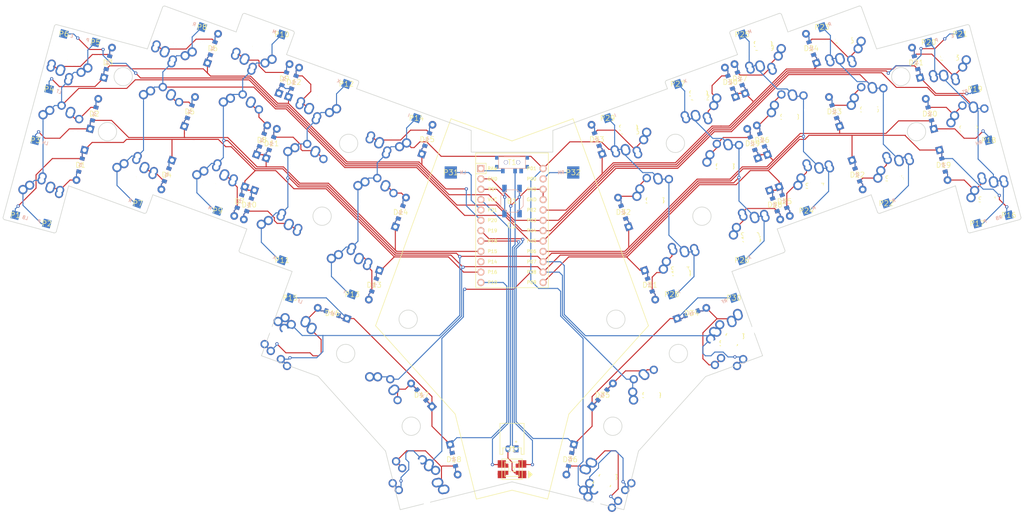
<source format=kicad_pcb>
(kicad_pcb (version 20171130) (host pcbnew 5.1.6-c6e7f7d~86~ubuntu19.10.1)
  (title_block (title Absolem) (date 2020-07-22) (rev 1.0) (company "Zealot Ergonomic Devices"))
  (layers (0 F.Cu signal) (31 B.Cu signal) (34 B.Paste user) (35 F.Paste user) (36 B.SilkS user) (37 F.SilkS user) (38 B.Mask user) (39 F.Mask user) (44 Edge.Cuts user))
  (net 0 "")
  (net 1 pinky_bottom)
  (net 2 P4)
  (net 3 P16)
  (net 4 pinky_home)
  (net 5 P15)
  (net 6 pinky_top)
  (net 7 P20)
  (net 8 P3)
  (net 9 ring_bottom)
  (net 10 P5)
  (net 11 ring_home)
  (net 12 ring_top)
  (net 13 middle_bottom)
  (net 14 P7)
  (net 15 middle_home)
  (net 16 middle_top)
  (net 17 index_bottom)
  (net 18 P8)
  (net 19 index_home)
  (net 20 index_top)
  (net 21 inner_bottom)
  (net 22 P1)
  (net 23 inner_home)
  (net 24 inner_top)
  (net 25 near_thumb)
  (net 26 P10)
  (net 27 home_thumb)
  (net 28 far_thumb)
  (net 29 mirror_pinky_bottom)
  (net 30 P9)
  (net 31 mirror_pinky_home)
  (net 32 P6)
  (net 33 mirror_pinky_top)
  (net 34 P2)
  (net 35 mirror_ring_bottom)
  (net 36 mirror_ring_home)
  (net 37 mirror_ring_top)
  (net 38 mirror_middle_bottom)
  (net 39 mirror_middle_home)
  (net 40 mirror_middle_top)
  (net 41 mirror_index_bottom)
  (net 42 mirror_index_home)
  (net 43 mirror_index_top)
  (net 44 mirror_inner_bottom)
  (net 45 mirror_inner_home)
  (net 46 mirror_inner_top)
  (net 47 mirror_near_thumb)
  (net 48 P19)
  (net 49 mirror_home_thumb)
  (net 50 mirror_far_thumb)
  (net 51 RAW)
  (net 52 GND)
  (net 53 RST)
  (net 54 VCC)
  (net 55 P21)
  (net 56 P18)
  (net 57 P14)
  (net 58 P0)
  (net 59 RAWER)
  (module MX (layer F.Cu) (at 0 0 345)
    (fp_text reference S1 (at 0 0) (layer F.SilkS) (effects (font (size 1.27 1.27))))
    (fp_text value "" (at 0 0) (layer F.SilkS) (effects (font (size 1.27 1.27))))
    (pad 1 thru_hole circle (at 2.54 -5.08) (size 2.286 2.286) (drill 1.4986) (layers *.Cu *.Mask) (net 1 pinky_bottom))
    (pad 2 thru_hole circle (at -3.81 -2.54) (size 2.286 2.286) (drill 1.4986) (layers *.Cu *.Mask) (net 2 P4))
    (pad "" np_thru_hole circle (at 0 0) (size 3.9878 3.9878) (drill 3.9878) (layers *.Cu *.Mask))
    (pad "" np_thru_hole circle (at 5.08 0) (size 1.7018 1.7018) (drill 1.7018) (layers *.Cu *.Mask))
    (pad "" np_thru_hole circle (at -5.08 0) (size 1.7018 1.7018) (drill 1.7018) (layers *.Cu *.Mask))
  )
  (module ALPS (layer F.Cu) (at 0 0 345)
    (fp_text reference S2 (at 0 0) (layer F.SilkS) (effects (font (size 1.27 1.27))))
    (fp_text value "" (at 0 0) (layer F.SilkS) (effects (font (size 1.27 1.27))))
    (pad 1 thru_hole circle (at 2.5 -4.5) (size 2.25 2.25) (drill 1.47) (layers *.Cu *.Mask) (net 1 pinky_bottom))
    (pad 2 thru_hole circle (at -2.5 -4) (size 2.25 2.25) (drill 1.47) (layers *.Cu *.Mask) (net 2 P4))
  )
  (module PG1350 (layer F.Cu) (at 0 0 345)
    (fp_text reference S3 (at 0 0) (layer F.SilkS) (effects (font (size 1.27 1.27))))
    (fp_text value "" (at 0 0) (layer F.SilkS) (effects (font (size 1.27 1.27))))
    (pad 1 thru_hole circle (at 5 -3.8) (size 2.032 2.032) (drill 1.27) (layers *.Cu *.Mask) (net 1 pinky_bottom))
    (pad 2 thru_hole circle (at 0 -5.9) (size 2.032 2.032) (drill 1.27) (layers *.Cu *.Mask) (net 2 P4))
    (pad "" np_thru_hole circle (at 0 0) (size 3.429 3.429) (drill 3.429) (layers *.Cu *.Mask))
    (pad "" np_thru_hole circle (at 5.5 0) (size 1.7018 1.7018) (drill 1.7018) (layers *.Cu *.Mask))
    (pad "" np_thru_hole circle (at -5.5 0) (size 1.7018 1.7018) (drill 1.7018) (layers *.Cu *.Mask))
  )
  (module ComboDiode (layer F.Cu) (at 11.074717 -9.455853 255)
    (fp_text reference D1 (at 0 0) (layer F.SilkS) (effects (font (size 1.27 1.27))))
    (fp_text value "" (at 0 0) (layer F.SilkS) (effects (font (size 1.27 1.27))))
    (pad 1 smd rect (at -1.65 0 255) (size 0.9 1.2) (layers F.Cu F.Paste F.Mask) (net 3 P16))
    (pad 2 smd rect (at 1.65 0 255) (size 0.9 1.2) (layers B.Cu B.Paste B.Mask) (net 1 pinky_bottom))
    (pad 1 smd rect (at -1.65 0 255) (size 0.9 1.2) (layers B.Cu B.Paste B.Mask) (net 3 P16))
    (pad 2 smd rect (at 1.65 0 255) (size 0.9 1.2) (layers F.Cu F.Paste F.Mask) (net 1 pinky_bottom))
    (pad 1 thru_hole circle (at 3.81 0 255) (size 1.905 1.905) (drill 0.9906) (layers *.Cu *.Mask) (net 1 pinky_bottom))
    (pad 2 thru_hole rect (at -3.81 0 255) (size 1.778 1.778) (drill 0.9906) (layers *.Cu *.Mask) (net 3 P16))
  )
  (module SMDPad (layer F.Cu) (at -4.89898 2.828427 345)
    (fp_text reference P1 (at 0 0) (layer F.SilkS) (effects (font (size 1.27 1.27))))
    (fp_text value "" (at 0 0) (layer F.SilkS) (effects (font (size 1.27 1.27))))
    (fp_text user LB (at 2.5 0 345) (layer B.SilkS) (effects (font (size 0.8 0.8)) (justify mirror)))
    (pad 1 smd rect (at 0 0 345) (size 2 2) (layers B.Cu B.Paste B.Mask) (net 3 P16))
  )
  (module SMDPad (layer F.Cu) (at 2.828427 4.89898 345)
    (fp_text reference P2 (at 0 0) (layer F.SilkS) (effects (font (size 1.27 1.27))))
    (fp_text value "" (at 0 0) (layer F.SilkS) (effects (font (size 1.27 1.27))))
    (fp_text user P (at -2 0 345) (layer B.SilkS) (effects (font (size 0.8 0.8)) (justify mirror)))
    (pad 1 smd rect (at 0 0 345) (size 2 2) (layers B.Cu B.Paste B.Mask) (net 2 P4))
  )
  (module MX (layer F.Cu) (at 4.917562 -18.352591 345)
    (fp_text reference S4 (at 0 0) (layer F.SilkS) (effects (font (size 1.27 1.27))))
    (fp_text value "" (at 0 0) (layer F.SilkS) (effects (font (size 1.27 1.27))))
    (pad 1 thru_hole circle (at 2.54 -5.08) (size 2.286 2.286) (drill 1.4986) (layers *.Cu *.Mask) (net 4 pinky_home))
    (pad 2 thru_hole circle (at -3.81 -2.54) (size 2.286 2.286) (drill 1.4986) (layers *.Cu *.Mask) (net 2 P4))
    (pad "" np_thru_hole circle (at 0 0) (size 3.9878 3.9878) (drill 3.9878) (layers *.Cu *.Mask))
    (pad "" np_thru_hole circle (at 5.08 0) (size 1.7018 1.7018) (drill 1.7018) (layers *.Cu *.Mask))
    (pad "" np_thru_hole circle (at -5.08 0) (size 1.7018 1.7018) (drill 1.7018) (layers *.Cu *.Mask))
  )
  (module ALPS (layer F.Cu) (at 4.917562 -18.352591 345)
    (fp_text reference S5 (at 0 0) (layer F.SilkS) (effects (font (size 1.27 1.27))))
    (fp_text value "" (at 0 0) (layer F.SilkS) (effects (font (size 1.27 1.27))))
    (pad 1 thru_hole circle (at 2.5 -4.5) (size 2.25 2.25) (drill 1.47) (layers *.Cu *.Mask) (net 4 pinky_home))
    (pad 2 thru_hole circle (at -2.5 -4) (size 2.25 2.25) (drill 1.47) (layers *.Cu *.Mask) (net 2 P4))
  )
  (module PG1350 (layer F.Cu) (at 4.917562 -18.352591 345)
    (fp_text reference S6 (at 0 0) (layer F.SilkS) (effects (font (size 1.27 1.27))))
    (fp_text value "" (at 0 0) (layer F.SilkS) (effects (font (size 1.27 1.27))))
    (pad 1 thru_hole circle (at 5 -3.8) (size 2.032 2.032) (drill 1.27) (layers *.Cu *.Mask) (net 4 pinky_home))
    (pad 2 thru_hole circle (at 0 -5.9) (size 2.032 2.032) (drill 1.27) (layers *.Cu *.Mask) (net 2 P4))
    (pad "" np_thru_hole circle (at 0 0) (size 3.429 3.429) (drill 3.429) (layers *.Cu *.Mask))
    (pad "" np_thru_hole circle (at 5.5 0) (size 1.7018 1.7018) (drill 1.7018) (layers *.Cu *.Mask))
    (pad "" np_thru_hole circle (at -5.5 0) (size 1.7018 1.7018) (drill 1.7018) (layers *.Cu *.Mask))
  )
  (module ComboDiode (layer F.Cu) (at 14.439364 -22.012889 75)
    (fp_text reference D2 (at 0 0) (layer F.SilkS) (effects (font (size 1.27 1.27))))
    (fp_text value "" (at 0 0) (layer F.SilkS) (effects (font (size 1.27 1.27))))
    (pad 1 smd rect (at -1.65 0 75) (size 0.9 1.2) (layers F.Cu F.Paste F.Mask) (net 5 P15))
    (pad 2 smd rect (at 1.65 0 75) (size 0.9 1.2) (layers B.Cu B.Paste B.Mask) (net 4 pinky_home))
    (pad 1 smd rect (at -1.65 0 75) (size 0.9 1.2) (layers B.Cu B.Paste B.Mask) (net 5 P15))
    (pad 2 smd rect (at 1.65 0 75) (size 0.9 1.2) (layers F.Cu F.Paste F.Mask) (net 4 pinky_home))
    (pad 1 thru_hole circle (at 3.81 0 75) (size 1.905 1.905) (drill 0.9906) (layers *.Cu *.Mask) (net 4 pinky_home))
    (pad 2 thru_hole rect (at -3.81 0 75) (size 1.778 1.778) (drill 0.9906) (layers *.Cu *.Mask) (net 5 P15))
  )
  (module SMDPad (layer F.Cu) (at 0.018582 -15.524164 345)
    (fp_text reference P3 (at 0 0) (layer F.SilkS) (effects (font (size 1.27 1.27))))
    (fp_text value "" (at 0 0) (layer F.SilkS) (effects (font (size 1.27 1.27))))
    (fp_text user LH (at 2.5 0 345) (layer B.SilkS) (effects (font (size 0.8 0.8)) (justify mirror)))
    (pad 1 smd rect (at 0 0 345) (size 2 2) (layers B.Cu B.Paste B.Mask) (net 5 P15))
  )
  (module MX (layer F.Cu) (at 9.835124 -36.705181 165)
    (fp_text reference S7 (at 0 0) (layer F.SilkS) (effects (font (size 1.27 1.27))))
    (fp_text value "" (at 0 0) (layer F.SilkS) (effects (font (size 1.27 1.27))))
    (pad 1 thru_hole circle (at 2.54 -5.08) (size 2.286 2.286) (drill 1.4986) (layers *.Cu *.Mask) (net 6 pinky_top))
    (pad 2 thru_hole circle (at -3.81 -2.54) (size 2.286 2.286) (drill 1.4986) (layers *.Cu *.Mask) (net 2 P4))
    (pad "" np_thru_hole circle (at 0 0) (size 3.9878 3.9878) (drill 3.9878) (layers *.Cu *.Mask))
    (pad "" np_thru_hole circle (at 5.08 0) (size 1.7018 1.7018) (drill 1.7018) (layers *.Cu *.Mask))
    (pad "" np_thru_hole circle (at -5.08 0) (size 1.7018 1.7018) (drill 1.7018) (layers *.Cu *.Mask))
  )
  (module ALPS (layer F.Cu) (at 9.835124 -36.705181 165)
    (fp_text reference S8 (at 0 0) (layer F.SilkS) (effects (font (size 1.27 1.27))))
    (fp_text value "" (at 0 0) (layer F.SilkS) (effects (font (size 1.27 1.27))))
    (pad 1 thru_hole circle (at 2.5 -4.5) (size 2.25 2.25) (drill 1.47) (layers *.Cu *.Mask) (net 6 pinky_top))
    (pad 2 thru_hole circle (at -2.5 -4) (size 2.25 2.25) (drill 1.47) (layers *.Cu *.Mask) (net 2 P4))
  )
  (module PG1350 (layer F.Cu) (at 9.835124 -36.705181 165)
    (fp_text reference S9 (at 0 0) (layer F.SilkS) (effects (font (size 1.27 1.27))))
    (fp_text value "" (at 0 0) (layer F.SilkS) (effects (font (size 1.27 1.27))))
    (pad 1 thru_hole circle (at 5 -3.8) (size 2.032 2.032) (drill 1.27) (layers *.Cu *.Mask) (net 6 pinky_top))
    (pad 2 thru_hole circle (at 0 -5.9) (size 2.032 2.032) (drill 1.27) (layers *.Cu *.Mask) (net 2 P4))
    (pad "" np_thru_hole circle (at 0 0) (size 3.429 3.429) (drill 3.429) (layers *.Cu *.Mask))
    (pad "" np_thru_hole circle (at 5.5 0) (size 1.7018 1.7018) (drill 1.7018) (layers *.Cu *.Mask))
    (pad "" np_thru_hole circle (at -5.5 0) (size 1.7018 1.7018) (drill 1.7018) (layers *.Cu *.Mask))
  )
  (module ComboDiode (layer F.Cu) (at 17.804012 -34.569924 75)
    (fp_text reference D3 (at 0 0) (layer F.SilkS) (effects (font (size 1.27 1.27))))
    (fp_text value "" (at 0 0) (layer F.SilkS) (effects (font (size 1.27 1.27))))
    (pad 1 smd rect (at -1.65 0 75) (size 0.9 1.2) (layers F.Cu F.Paste F.Mask) (net 7 P20))
    (pad 2 smd rect (at 1.65 0 75) (size 0.9 1.2) (layers B.Cu B.Paste B.Mask) (net 6 pinky_top))
    (pad 1 smd rect (at -1.65 0 75) (size 0.9 1.2) (layers B.Cu B.Paste B.Mask) (net 7 P20))
    (pad 2 smd rect (at 1.65 0 75) (size 0.9 1.2) (layers F.Cu F.Paste F.Mask) (net 6 pinky_top))
    (pad 1 thru_hole circle (at 3.81 0 75) (size 1.905 1.905) (drill 0.9906) (layers *.Cu *.Mask) (net 6 pinky_top))
    (pad 2 thru_hole rect (at -3.81 0 75) (size 1.778 1.778) (drill 0.9906) (layers *.Cu *.Mask) (net 7 P20))
  )
  (module SMDPad (layer F.Cu) (at 3.38323 -28.081199 345)
    (fp_text reference P4 (at 0 0) (layer F.SilkS) (effects (font (size 1.27 1.27))))
    (fp_text value "" (at 0 0) (layer F.SilkS) (effects (font (size 1.27 1.27))))
    (fp_text user LT (at 2.5 0 345) (layer B.SilkS) (effects (font (size 0.8 0.8)) (justify mirror)))
    (pad 1 smd rect (at 0 0 345) (size 2 2) (layers B.Cu B.Paste B.Mask) (net 7 P20))
  )
  (module SMDPad (layer F.Cu) (at 14.734103 -39.533609 345)
    (fp_text reference P5 (at 0 0) (layer F.SilkS) (effects (font (size 1.27 1.27))))
    (fp_text value "" (at 0 0) (layer F.SilkS) (effects (font (size 1.27 1.27))))
    (fp_text user P (at -2 0 345) (layer B.SilkS) (effects (font (size 0.8 0.8)) (justify mirror)))
    (pad 1 smd rect (at 0 0 345) (size 2 2) (layers B.Cu B.Paste B.Mask) (net 2 P4))
  )
  (module SMDPad (layer F.Cu) (at 7.006697 -41.604161 345)
    (fp_text reference P6 (at 0 0) (layer F.SilkS) (effects (font (size 1.27 1.27))))
    (fp_text value "" (at 0 0) (layer F.SilkS) (effects (font (size 1.27 1.27))))
    (fp_text user E (at 2 0 345) (layer B.SilkS) (effects (font (size 0.8 0.8)) (justify mirror)))
    (pad 1 smd rect (at 0 0 345) (size 2 2) (layers B.Cu B.Paste B.Mask) (net 8 P3))
  )
  (module MX (layer F.Cu) (at 22.724442 -5.176704 340)
    (fp_text reference S10 (at 0 0) (layer F.SilkS) (effects (font (size 1.27 1.27))))
    (fp_text value "" (at 0 0) (layer F.SilkS) (effects (font (size 1.27 1.27))))
    (pad 1 thru_hole circle (at 2.54 -5.08) (size 2.286 2.286) (drill 1.4986) (layers *.Cu *.Mask) (net 9 ring_bottom))
    (pad 2 thru_hole circle (at -3.81 -2.54) (size 2.286 2.286) (drill 1.4986) (layers *.Cu *.Mask) (net 10 P5))
    (pad "" np_thru_hole circle (at 0 0) (size 3.9878 3.9878) (drill 3.9878) (layers *.Cu *.Mask))
    (pad "" np_thru_hole circle (at 5.08 0) (size 1.7018 1.7018) (drill 1.7018) (layers *.Cu *.Mask))
    (pad "" np_thru_hole circle (at -5.08 0) (size 1.7018 1.7018) (drill 1.7018) (layers *.Cu *.Mask))
  )
  (module ALPS (layer F.Cu) (at 22.724442 -5.176704 340)
    (fp_text reference S11 (at 0 0) (layer F.SilkS) (effects (font (size 1.27 1.27))))
    (fp_text value "" (at 0 0) (layer F.SilkS) (effects (font (size 1.27 1.27))))
    (pad 1 thru_hole circle (at 2.5 -4.5) (size 2.25 2.25) (drill 1.47) (layers *.Cu *.Mask) (net 9 ring_bottom))
    (pad 2 thru_hole circle (at -2.5 -4) (size 2.25 2.25) (drill 1.47) (layers *.Cu *.Mask) (net 10 P5))
  )
  (module PG1350 (layer F.Cu) (at 22.724442 -5.176704 340)
    (fp_text reference S12 (at 0 0) (layer F.SilkS) (effects (font (size 1.27 1.27))))
    (fp_text value "" (at 0 0) (layer F.SilkS) (effects (font (size 1.27 1.27))))
    (pad 1 thru_hole circle (at 5 -3.8) (size 2.032 2.032) (drill 1.27) (layers *.Cu *.Mask) (net 9 ring_bottom))
    (pad 2 thru_hole circle (at 0 -5.9) (size 2.032 2.032) (drill 1.27) (layers *.Cu *.Mask) (net 10 P5))
    (pad "" np_thru_hole circle (at 0 0) (size 3.429 3.429) (drill 3.429) (layers *.Cu *.Mask))
    (pad "" np_thru_hole circle (at 5.5 0) (size 1.7018 1.7018) (drill 1.7018) (layers *.Cu *.Mask))
    (pad "" np_thru_hole circle (at -5.5 0) (size 1.7018 1.7018) (drill 1.7018) (layers *.Cu *.Mask))
  )
  (module ComboDiode (layer F.Cu) (at 32.187006 -7.053501 250)
    (fp_text reference D4 (at 0 0) (layer F.SilkS) (effects (font (size 1.27 1.27))))
    (fp_text value "" (at 0 0) (layer F.SilkS) (effects (font (size 1.27 1.27))))
    (pad 1 smd rect (at -1.65 0 250) (size 0.9 1.2) (layers F.Cu F.Paste F.Mask) (net 3 P16))
    (pad 2 smd rect (at 1.65 0 250) (size 0.9 1.2) (layers B.Cu B.Paste B.Mask) (net 9 ring_bottom))
    (pad 1 smd rect (at -1.65 0 250) (size 0.9 1.2) (layers B.Cu B.Paste B.Mask) (net 3 P16))
    (pad 2 smd rect (at 1.65 0 250) (size 0.9 1.2) (layers F.Cu F.Paste F.Mask) (net 9 ring_bottom))
    (pad 1 thru_hole circle (at 3.81 0 250) (size 1.905 1.905) (drill 0.9906) (layers *.Cu *.Mask) (net 9 ring_bottom))
    (pad 2 thru_hole rect (at -3.81 0 250) (size 1.778 1.778) (drill 0.9906) (layers *.Cu *.Mask) (net 3 P16))
  )
  (module SMDPad (layer F.Cu) (at 25.115131 -0.049853 340)
    (fp_text reference P7 (at 0 0) (layer F.SilkS) (effects (font (size 1.27 1.27))))
    (fp_text value "" (at 0 0) (layer F.SilkS) (effects (font (size 1.27 1.27))))
    (fp_text user R (at -2 0 340) (layer B.SilkS) (effects (font (size 0.8 0.8)) (justify mirror)))
    (pad 1 smd rect (at 0 0 340) (size 2 2) (layers B.Cu B.Paste B.Mask) (net 10 P5))
  )
  (module MX (layer F.Cu) (at 29.222824 -23.030864 340)
    (fp_text reference S13 (at 0 0) (layer F.SilkS) (effects (font (size 1.27 1.27))))
    (fp_text value "" (at 0 0) (layer F.SilkS) (effects (font (size 1.27 1.27))))
    (pad 1 thru_hole circle (at 2.54 -5.08) (size 2.286 2.286) (drill 1.4986) (layers *.Cu *.Mask) (net 11 ring_home))
    (pad 2 thru_hole circle (at -3.81 -2.54) (size 2.286 2.286) (drill 1.4986) (layers *.Cu *.Mask) (net 10 P5))
    (pad "" np_thru_hole circle (at 0 0) (size 3.9878 3.9878) (drill 3.9878) (layers *.Cu *.Mask))
    (pad "" np_thru_hole circle (at 5.08 0) (size 1.7018 1.7018) (drill 1.7018) (layers *.Cu *.Mask))
    (pad "" np_thru_hole circle (at -5.08 0) (size 1.7018 1.7018) (drill 1.7018) (layers *.Cu *.Mask))
  )
  (module ALPS (layer F.Cu) (at 29.222824 -23.030864 340)
    (fp_text reference S14 (at 0 0) (layer F.SilkS) (effects (font (size 1.27 1.27))))
    (fp_text value "" (at 0 0) (layer F.SilkS) (effects (font (size 1.27 1.27))))
    (pad 1 thru_hole circle (at 2.5 -4.5) (size 2.25 2.25) (drill 1.47) (layers *.Cu *.Mask) (net 11 ring_home))
    (pad 2 thru_hole circle (at -2.5 -4) (size 2.25 2.25) (drill 1.47) (layers *.Cu *.Mask) (net 10 P5))
  )
  (module PG1350 (layer F.Cu) (at 29.222824 -23.030864 340)
    (fp_text reference S15 (at 0 0) (layer F.SilkS) (effects (font (size 1.27 1.27))))
    (fp_text value "" (at 0 0) (layer F.SilkS) (effects (font (size 1.27 1.27))))
    (pad 1 thru_hole circle (at 5 -3.8) (size 2.032 2.032) (drill 1.27) (layers *.Cu *.Mask) (net 11 ring_home))
    (pad 2 thru_hole circle (at 0 -5.9) (size 2.032 2.032) (drill 1.27) (layers *.Cu *.Mask) (net 10 P5))
    (pad "" np_thru_hole circle (at 0 0) (size 3.429 3.429) (drill 3.429) (layers *.Cu *.Mask))
    (pad "" np_thru_hole circle (at 5.5 0) (size 1.7018 1.7018) (drill 1.7018) (layers *.Cu *.Mask))
    (pad "" np_thru_hole circle (at -5.5 0) (size 1.7018 1.7018) (drill 1.7018) (layers *.Cu *.Mask))
  )
  (module ComboDiode (layer F.Cu) (at 37.830339 -22.558429 70)
    (fp_text reference D5 (at 0 0) (layer F.SilkS) (effects (font (size 1.27 1.27))))
    (fp_text value "" (at 0 0) (layer F.SilkS) (effects (font (size 1.27 1.27))))
    (pad 1 smd rect (at -1.65 0 70) (size 0.9 1.2) (layers F.Cu F.Paste F.Mask) (net 5 P15))
    (pad 2 smd rect (at 1.65 0 70) (size 0.9 1.2) (layers B.Cu B.Paste B.Mask) (net 11 ring_home))
    (pad 1 smd rect (at -1.65 0 70) (size 0.9 1.2) (layers B.Cu B.Paste B.Mask) (net 5 P15))
    (pad 2 smd rect (at 1.65 0 70) (size 0.9 1.2) (layers F.Cu F.Paste F.Mask) (net 11 ring_home))
    (pad 1 thru_hole circle (at 3.81 0 70) (size 1.905 1.905) (drill 0.9906) (layers *.Cu *.Mask) (net 11 ring_home))
    (pad 2 thru_hole rect (at -3.81 0 70) (size 1.778 1.778) (drill 0.9906) (layers *.Cu *.Mask) (net 5 P15))
  )
  (module MX (layer F.Cu) (at 35.721207 -40.885024 160)
    (fp_text reference S16 (at 0 0) (layer F.SilkS) (effects (font (size 1.27 1.27))))
    (fp_text value "" (at 0 0) (layer F.SilkS) (effects (font (size 1.27 1.27))))
    (pad 1 thru_hole circle (at 2.54 -5.08) (size 2.286 2.286) (drill 1.4986) (layers *.Cu *.Mask) (net 12 ring_top))
    (pad 2 thru_hole circle (at -3.81 -2.54) (size 2.286 2.286) (drill 1.4986) (layers *.Cu *.Mask) (net 10 P5))
    (pad "" np_thru_hole circle (at 0 0) (size 3.9878 3.9878) (drill 3.9878) (layers *.Cu *.Mask))
    (pad "" np_thru_hole circle (at 5.08 0) (size 1.7018 1.7018) (drill 1.7018) (layers *.Cu *.Mask))
    (pad "" np_thru_hole circle (at -5.08 0) (size 1.7018 1.7018) (drill 1.7018) (layers *.Cu *.Mask))
  )
  (module ALPS (layer F.Cu) (at 35.721207 -40.885024 160)
    (fp_text reference S17 (at 0 0) (layer F.SilkS) (effects (font (size 1.27 1.27))))
    (fp_text value "" (at 0 0) (layer F.SilkS) (effects (font (size 1.27 1.27))))
    (pad 1 thru_hole circle (at 2.5 -4.5) (size 2.25 2.25) (drill 1.47) (layers *.Cu *.Mask) (net 12 ring_top))
    (pad 2 thru_hole circle (at -2.5 -4) (size 2.25 2.25) (drill 1.47) (layers *.Cu *.Mask) (net 10 P5))
  )
  (module PG1350 (layer F.Cu) (at 35.721207 -40.885024 160)
    (fp_text reference S18 (at 0 0) (layer F.SilkS) (effects (font (size 1.27 1.27))))
    (fp_text value "" (at 0 0) (layer F.SilkS) (effects (font (size 1.27 1.27))))
    (pad 1 thru_hole circle (at 5 -3.8) (size 2.032 2.032) (drill 1.27) (layers *.Cu *.Mask) (net 12 ring_top))
    (pad 2 thru_hole circle (at 0 -5.9) (size 2.032 2.032) (drill 1.27) (layers *.Cu *.Mask) (net 10 P5))
    (pad "" np_thru_hole circle (at 0 0) (size 3.429 3.429) (drill 3.429) (layers *.Cu *.Mask))
    (pad "" np_thru_hole circle (at 5.5 0) (size 1.7018 1.7018) (drill 1.7018) (layers *.Cu *.Mask))
    (pad "" np_thru_hole circle (at -5.5 0) (size 1.7018 1.7018) (drill 1.7018) (layers *.Cu *.Mask))
  )
  (module ComboDiode (layer F.Cu) (at 43.473671 -38.063357 70)
    (fp_text reference D6 (at 0 0) (layer F.SilkS) (effects (font (size 1.27 1.27))))
    (fp_text value "" (at 0 0) (layer F.SilkS) (effects (font (size 1.27 1.27))))
    (pad 1 smd rect (at -1.65 0 70) (size 0.9 1.2) (layers F.Cu F.Paste F.Mask) (net 7 P20))
    (pad 2 smd rect (at 1.65 0 70) (size 0.9 1.2) (layers B.Cu B.Paste B.Mask) (net 12 ring_top))
    (pad 1 smd rect (at -1.65 0 70) (size 0.9 1.2) (layers B.Cu B.Paste B.Mask) (net 7 P20))
    (pad 2 smd rect (at 1.65 0 70) (size 0.9 1.2) (layers F.Cu F.Paste F.Mask) (net 12 ring_top))
    (pad 1 thru_hole circle (at 3.81 0 70) (size 1.905 1.905) (drill 0.9906) (layers *.Cu *.Mask) (net 12 ring_top))
    (pad 2 thru_hole rect (at -3.81 0 70) (size 1.778 1.778) (drill 0.9906) (layers *.Cu *.Mask) (net 7 P20))
  )
  (module SMDPad (layer F.Cu) (at 40.848058 -43.275713 340)
    (fp_text reference P8 (at 0 0) (layer F.SilkS) (effects (font (size 1.27 1.27))))
    (fp_text value "" (at 0 0) (layer F.SilkS) (effects (font (size 1.27 1.27))))
    (fp_text user R (at -2 0 340) (layer B.SilkS) (effects (font (size 0.8 0.8)) (justify mirror)))
    (pad 1 smd rect (at 0 0 340) (size 2 2) (layers B.Cu B.Paste B.Mask) (net 10 P5))
  )
  (module MX (layer F.Cu) (at 42.288702 -3.376784 340)
    (fp_text reference S19 (at 0 0) (layer F.SilkS) (effects (font (size 1.27 1.27))))
    (fp_text value "" (at 0 0) (layer F.SilkS) (effects (font (size 1.27 1.27))))
    (pad 1 thru_hole circle (at 2.54 -5.08) (size 2.286 2.286) (drill 1.4986) (layers *.Cu *.Mask) (net 13 middle_bottom))
    (pad 2 thru_hole circle (at -3.81 -2.54) (size 2.286 2.286) (drill 1.4986) (layers *.Cu *.Mask) (net 14 P7))
    (pad "" np_thru_hole circle (at 0 0) (size 3.9878 3.9878) (drill 3.9878) (layers *.Cu *.Mask))
    (pad "" np_thru_hole circle (at 5.08 0) (size 1.7018 1.7018) (drill 1.7018) (layers *.Cu *.Mask))
    (pad "" np_thru_hole circle (at -5.08 0) (size 1.7018 1.7018) (drill 1.7018) (layers *.Cu *.Mask))
  )
  (module ALPS (layer F.Cu) (at 42.288702 -3.376784 340)
    (fp_text reference S20 (at 0 0) (layer F.SilkS) (effects (font (size 1.27 1.27))))
    (fp_text value "" (at 0 0) (layer F.SilkS) (effects (font (size 1.27 1.27))))
    (pad 1 thru_hole circle (at 2.5 -4.5) (size 2.25 2.25) (drill 1.47) (layers *.Cu *.Mask) (net 13 middle_bottom))
    (pad 2 thru_hole circle (at -2.5 -4) (size 2.25 2.25) (drill 1.47) (layers *.Cu *.Mask) (net 14 P7))
  )
  (module PG1350 (layer F.Cu) (at 42.288702 -3.376784 340)
    (fp_text reference S21 (at 0 0) (layer F.SilkS) (effects (font (size 1.27 1.27))))
    (fp_text value "" (at 0 0) (layer F.SilkS) (effects (font (size 1.27 1.27))))
    (pad 1 thru_hole circle (at 5 -3.8) (size 2.032 2.032) (drill 1.27) (layers *.Cu *.Mask) (net 13 middle_bottom))
    (pad 2 thru_hole circle (at 0 -5.9) (size 2.032 2.032) (drill 1.27) (layers *.Cu *.Mask) (net 14 P7))
    (pad "" np_thru_hole circle (at 0 0) (size 3.429 3.429) (drill 3.429) (layers *.Cu *.Mask))
    (pad "" np_thru_hole circle (at 5.5 0) (size 1.7018 1.7018) (drill 1.7018) (layers *.Cu *.Mask))
    (pad "" np_thru_hole circle (at -5.5 0) (size 1.7018 1.7018) (drill 1.7018) (layers *.Cu *.Mask))
  )
  (module ComboDiode (layer F.Cu) (at 50.041166 -0.555118 250)
    (fp_text reference D7 (at 0 0) (layer F.SilkS) (effects (font (size 1.27 1.27))))
    (fp_text value "" (at 0 0) (layer F.SilkS) (effects (font (size 1.27 1.27))))
    (pad 1 smd rect (at -1.65 0 250) (size 0.9 1.2) (layers F.Cu F.Paste F.Mask) (net 3 P16))
    (pad 2 smd rect (at 1.65 0 250) (size 0.9 1.2) (layers B.Cu B.Paste B.Mask) (net 13 middle_bottom))
    (pad 1 smd rect (at -1.65 0 250) (size 0.9 1.2) (layers B.Cu B.Paste B.Mask) (net 3 P16))
    (pad 2 smd rect (at 1.65 0 250) (size 0.9 1.2) (layers F.Cu F.Paste F.Mask) (net 13 middle_bottom))
    (pad 1 thru_hole circle (at 3.81 0 250) (size 1.905 1.905) (drill 0.9906) (layers *.Cu *.Mask) (net 13 middle_bottom))
    (pad 2 thru_hole rect (at -3.81 0 250) (size 1.778 1.778) (drill 0.9906) (layers *.Cu *.Mask) (net 3 P16))
  )
  (module SMDPad (layer F.Cu) (at 44.679392 1.750067 340)
    (fp_text reference P9 (at 0 0) (layer F.SilkS) (effects (font (size 1.27 1.27))))
    (fp_text value "" (at 0 0) (layer F.SilkS) (effects (font (size 1.27 1.27))))
    (fp_text user M (at -2 0 340) (layer B.SilkS) (effects (font (size 0.8 0.8)) (justify mirror)))
    (pad 1 smd rect (at 0 0 340) (size 2 2) (layers B.Cu B.Paste B.Mask) (net 14 P7))
  )
  (module MX (layer F.Cu) (at 48.787085 -21.230944 340)
    (fp_text reference S22 (at 0 0) (layer F.SilkS) (effects (font (size 1.27 1.27))))
    (fp_text value "" (at 0 0) (layer F.SilkS) (effects (font (size 1.27 1.27))))
    (pad 1 thru_hole circle (at 2.54 -5.08) (size 2.286 2.286) (drill 1.4986) (layers *.Cu *.Mask) (net 15 middle_home))
    (pad 2 thru_hole circle (at -3.81 -2.54) (size 2.286 2.286) (drill 1.4986) (layers *.Cu *.Mask) (net 14 P7))
    (pad "" np_thru_hole circle (at 0 0) (size 3.9878 3.9878) (drill 3.9878) (layers *.Cu *.Mask))
    (pad "" np_thru_hole circle (at 5.08 0) (size 1.7018 1.7018) (drill 1.7018) (layers *.Cu *.Mask))
    (pad "" np_thru_hole circle (at -5.08 0) (size 1.7018 1.7018) (drill 1.7018) (layers *.Cu *.Mask))
  )
  (module ALPS (layer F.Cu) (at 48.787085 -21.230944 340)
    (fp_text reference S23 (at 0 0) (layer F.SilkS) (effects (font (size 1.27 1.27))))
    (fp_text value "" (at 0 0) (layer F.SilkS) (effects (font (size 1.27 1.27))))
    (pad 1 thru_hole circle (at 2.5 -4.5) (size 2.25 2.25) (drill 1.47) (layers *.Cu *.Mask) (net 15 middle_home))
    (pad 2 thru_hole circle (at -2.5 -4) (size 2.25 2.25) (drill 1.47) (layers *.Cu *.Mask) (net 14 P7))
  )
  (module PG1350 (layer F.Cu) (at 48.787085 -21.230944 340)
    (fp_text reference S24 (at 0 0) (layer F.SilkS) (effects (font (size 1.27 1.27))))
    (fp_text value "" (at 0 0) (layer F.SilkS) (effects (font (size 1.27 1.27))))
    (pad 1 thru_hole circle (at 5 -3.8) (size 2.032 2.032) (drill 1.27) (layers *.Cu *.Mask) (net 15 middle_home))
    (pad 2 thru_hole circle (at 0 -5.9) (size 2.032 2.032) (drill 1.27) (layers *.Cu *.Mask) (net 14 P7))
    (pad "" np_thru_hole circle (at 0 0) (size 3.429 3.429) (drill 3.429) (layers *.Cu *.Mask))
    (pad "" np_thru_hole circle (at 5.5 0) (size 1.7018 1.7018) (drill 1.7018) (layers *.Cu *.Mask))
    (pad "" np_thru_hole circle (at -5.5 0) (size 1.7018 1.7018) (drill 1.7018) (layers *.Cu *.Mask))
  )
  (module ComboDiode (layer F.Cu) (at 55.513489 -15.5902 70)
    (fp_text reference D8 (at 0 0) (layer F.SilkS) (effects (font (size 1.27 1.27))))
    (fp_text value "" (at 0 0) (layer F.SilkS) (effects (font (size 1.27 1.27))))
    (pad 1 smd rect (at -1.65 0 70) (size 0.9 1.2) (layers F.Cu F.Paste F.Mask) (net 5 P15))
    (pad 2 smd rect (at 1.65 0 70) (size 0.9 1.2) (layers B.Cu B.Paste B.Mask) (net 15 middle_home))
    (pad 1 smd rect (at -1.65 0 70) (size 0.9 1.2) (layers B.Cu B.Paste B.Mask) (net 5 P15))
    (pad 2 smd rect (at 1.65 0 70) (size 0.9 1.2) (layers F.Cu F.Paste F.Mask) (net 15 middle_home))
    (pad 1 thru_hole circle (at 3.81 0 70) (size 1.905 1.905) (drill 0.9906) (layers *.Cu *.Mask) (net 15 middle_home))
    (pad 2 thru_hole rect (at -3.81 0 70) (size 1.778 1.778) (drill 0.9906) (layers *.Cu *.Mask) (net 5 P15))
  )
  (module MX (layer F.Cu) (at 55.285468 -39.085104 160)
    (fp_text reference S25 (at 0 0) (layer F.SilkS) (effects (font (size 1.27 1.27))))
    (fp_text value "" (at 0 0) (layer F.SilkS) (effects (font (size 1.27 1.27))))
    (pad 1 thru_hole circle (at 2.54 -5.08) (size 2.286 2.286) (drill 1.4986) (layers *.Cu *.Mask) (net 16 middle_top))
    (pad 2 thru_hole circle (at -3.81 -2.54) (size 2.286 2.286) (drill 1.4986) (layers *.Cu *.Mask) (net 14 P7))
    (pad "" np_thru_hole circle (at 0 0) (size 3.9878 3.9878) (drill 3.9878) (layers *.Cu *.Mask))
    (pad "" np_thru_hole circle (at 5.08 0) (size 1.7018 1.7018) (drill 1.7018) (layers *.Cu *.Mask))
    (pad "" np_thru_hole circle (at -5.08 0) (size 1.7018 1.7018) (drill 1.7018) (layers *.Cu *.Mask))
  )
  (module ALPS (layer F.Cu) (at 55.285468 -39.085104 160)
    (fp_text reference S26 (at 0 0) (layer F.SilkS) (effects (font (size 1.27 1.27))))
    (fp_text value "" (at 0 0) (layer F.SilkS) (effects (font (size 1.27 1.27))))
    (pad 1 thru_hole circle (at 2.5 -4.5) (size 2.25 2.25) (drill 1.47) (layers *.Cu *.Mask) (net 16 middle_top))
    (pad 2 thru_hole circle (at -2.5 -4) (size 2.25 2.25) (drill 1.47) (layers *.Cu *.Mask) (net 14 P7))
  )
  (module PG1350 (layer F.Cu) (at 55.285468 -39.085104 160)
    (fp_text reference S27 (at 0 0) (layer F.SilkS) (effects (font (size 1.27 1.27))))
    (fp_text value "" (at 0 0) (layer F.SilkS) (effects (font (size 1.27 1.27))))
    (pad 1 thru_hole circle (at 5 -3.8) (size 2.032 2.032) (drill 1.27) (layers *.Cu *.Mask) (net 16 middle_top))
    (pad 2 thru_hole circle (at 0 -5.9) (size 2.032 2.032) (drill 1.27) (layers *.Cu *.Mask) (net 14 P7))
    (pad "" np_thru_hole circle (at 0 0) (size 3.429 3.429) (drill 3.429) (layers *.Cu *.Mask))
    (pad "" np_thru_hole circle (at 5.5 0) (size 1.7018 1.7018) (drill 1.7018) (layers *.Cu *.Mask))
    (pad "" np_thru_hole circle (at -5.5 0) (size 1.7018 1.7018) (drill 1.7018) (layers *.Cu *.Mask))
  )
  (module ComboDiode (layer F.Cu) (at 60.985811 -30.625282 70)
    (fp_text reference D9 (at 0 0) (layer F.SilkS) (effects (font (size 1.27 1.27))))
    (fp_text value "" (at 0 0) (layer F.SilkS) (effects (font (size 1.27 1.27))))
    (pad 1 smd rect (at -1.65 0 70) (size 0.9 1.2) (layers F.Cu F.Paste F.Mask) (net 7 P20))
    (pad 2 smd rect (at 1.65 0 70) (size 0.9 1.2) (layers B.Cu B.Paste B.Mask) (net 16 middle_top))
    (pad 1 smd rect (at -1.65 0 70) (size 0.9 1.2) (layers B.Cu B.Paste B.Mask) (net 7 P20))
    (pad 2 smd rect (at 1.65 0 70) (size 0.9 1.2) (layers F.Cu F.Paste F.Mask) (net 16 middle_top))
    (pad 1 thru_hole circle (at 3.81 0 70) (size 1.905 1.905) (drill 0.9906) (layers *.Cu *.Mask) (net 16 middle_top))
    (pad 2 thru_hole rect (at -3.81 0 70) (size 1.778 1.778) (drill 0.9906) (layers *.Cu *.Mask) (net 7 P20))
  )
  (module SMDPad (layer F.Cu) (at 60.412319 -41.475794 340)
    (fp_text reference P10 (at 0 0) (layer F.SilkS) (effects (font (size 1.27 1.27))))
    (fp_text value "" (at 0 0) (layer F.SilkS) (effects (font (size 1.27 1.27))))
    (fp_text user M (at -2 0 340) (layer B.SilkS) (effects (font (size 0.8 0.8)) (justify mirror)))
    (pad 1 smd rect (at 0 0 340) (size 2 2) (layers B.Cu B.Paste B.Mask) (net 14 P7))
  )
  (module MX (layer F.Cu) (at 58.090741 8.759754 340)
    (fp_text reference S28 (at 0 0) (layer F.SilkS) (effects (font (size 1.27 1.27))))
    (fp_text value "" (at 0 0) (layer F.SilkS) (effects (font (size 1.27 1.27))))
    (pad 1 thru_hole circle (at 2.54 -5.08) (size 2.286 2.286) (drill 1.4986) (layers *.Cu *.Mask) (net 17 index_bottom))
    (pad 2 thru_hole circle (at -3.81 -2.54) (size 2.286 2.286) (drill 1.4986) (layers *.Cu *.Mask) (net 18 P8))
    (pad "" np_thru_hole circle (at 0 0) (size 3.9878 3.9878) (drill 3.9878) (layers *.Cu *.Mask))
    (pad "" np_thru_hole circle (at 5.08 0) (size 1.7018 1.7018) (drill 1.7018) (layers *.Cu *.Mask))
    (pad "" np_thru_hole circle (at -5.08 0) (size 1.7018 1.7018) (drill 1.7018) (layers *.Cu *.Mask))
  )
  (module ALPS (layer F.Cu) (at 58.090741 8.759754 340)
    (fp_text reference S29 (at 0 0) (layer F.SilkS) (effects (font (size 1.27 1.27))))
    (fp_text value "" (at 0 0) (layer F.SilkS) (effects (font (size 1.27 1.27))))
    (pad 1 thru_hole circle (at 2.5 -4.5) (size 2.25 2.25) (drill 1.47) (layers *.Cu *.Mask) (net 17 index_bottom))
    (pad 2 thru_hole circle (at -2.5 -4) (size 2.25 2.25) (drill 1.47) (layers *.Cu *.Mask) (net 18 P8))
  )
  (module PG1350 (layer F.Cu) (at 58.090741 8.759754 340)
    (fp_text reference S30 (at 0 0) (layer F.SilkS) (effects (font (size 1.27 1.27))))
    (fp_text value "" (at 0 0) (layer F.SilkS) (effects (font (size 1.27 1.27))))
    (pad 1 thru_hole circle (at 5 -3.8) (size 2.032 2.032) (drill 1.27) (layers *.Cu *.Mask) (net 17 index_bottom))
    (pad 2 thru_hole circle (at 0 -5.9) (size 2.032 2.032) (drill 1.27) (layers *.Cu *.Mask) (net 18 P8))
    (pad "" np_thru_hole circle (at 0 0) (size 3.429 3.429) (drill 3.429) (layers *.Cu *.Mask))
    (pad "" np_thru_hole circle (at 5.5 0) (size 1.7018 1.7018) (drill 1.7018) (layers *.Cu *.Mask))
    (pad "" np_thru_hole circle (at -5.5 0) (size 1.7018 1.7018) (drill 1.7018) (layers *.Cu *.Mask))
  )
  (module ComboDiode (layer F.Cu) (at 52.390398 0.299932 250)
    (fp_text reference D10 (at 0 0) (layer F.SilkS) (effects (font (size 1.27 1.27))))
    (fp_text value "" (at 0 0) (layer F.SilkS) (effects (font (size 1.27 1.27))))
    (pad 1 smd rect (at -1.65 0 250) (size 0.9 1.2) (layers F.Cu F.Paste F.Mask) (net 3 P16))
    (pad 2 smd rect (at 1.65 0 250) (size 0.9 1.2) (layers B.Cu B.Paste B.Mask) (net 17 index_bottom))
    (pad 1 smd rect (at -1.65 0 250) (size 0.9 1.2) (layers B.Cu B.Paste B.Mask) (net 3 P16))
    (pad 2 smd rect (at 1.65 0 250) (size 0.9 1.2) (layers F.Cu F.Paste F.Mask) (net 17 index_bottom))
    (pad 1 thru_hole circle (at 3.81 0 250) (size 1.905 1.905) (drill 0.9906) (layers *.Cu *.Mask) (net 17 index_bottom))
    (pad 2 thru_hole rect (at -3.81 0 250) (size 1.778 1.778) (drill 0.9906) (layers *.Cu *.Mask) (net 3 P16))
  )
  (module SMDPad (layer F.Cu) (at 60.481431 13.886605 340)
    (fp_text reference P11 (at 0 0) (layer F.SilkS) (effects (font (size 1.27 1.27))))
    (fp_text value "" (at 0 0) (layer F.SilkS) (effects (font (size 1.27 1.27))))
    (fp_text user X (at -2 0 340) (layer B.SilkS) (effects (font (size 0.8 0.8)) (justify mirror)))
    (pad 1 smd rect (at 0 0 340) (size 2 2) (layers B.Cu B.Paste B.Mask) (net 18 P8))
  )
  (module MX (layer F.Cu) (at 64.589124 -9.094406 340)
    (fp_text reference S31 (at 0 0) (layer F.SilkS) (effects (font (size 1.27 1.27))))
    (fp_text value "" (at 0 0) (layer F.SilkS) (effects (font (size 1.27 1.27))))
    (pad 1 thru_hole circle (at 2.54 -5.08) (size 2.286 2.286) (drill 1.4986) (layers *.Cu *.Mask) (net 19 index_home))
    (pad 2 thru_hole circle (at -3.81 -2.54) (size 2.286 2.286) (drill 1.4986) (layers *.Cu *.Mask) (net 18 P8))
    (pad "" np_thru_hole circle (at 0 0) (size 3.9878 3.9878) (drill 3.9878) (layers *.Cu *.Mask))
    (pad "" np_thru_hole circle (at 5.08 0) (size 1.7018 1.7018) (drill 1.7018) (layers *.Cu *.Mask))
    (pad "" np_thru_hole circle (at -5.08 0) (size 1.7018 1.7018) (drill 1.7018) (layers *.Cu *.Mask))
  )
  (module ALPS (layer F.Cu) (at 64.589124 -9.094406 340)
    (fp_text reference S32 (at 0 0) (layer F.SilkS) (effects (font (size 1.27 1.27))))
    (fp_text value "" (at 0 0) (layer F.SilkS) (effects (font (size 1.27 1.27))))
    (pad 1 thru_hole circle (at 2.5 -4.5) (size 2.25 2.25) (drill 1.47) (layers *.Cu *.Mask) (net 19 index_home))
    (pad 2 thru_hole circle (at -2.5 -4) (size 2.25 2.25) (drill 1.47) (layers *.Cu *.Mask) (net 18 P8))
  )
  (module PG1350 (layer F.Cu) (at 64.589124 -9.094406 340)
    (fp_text reference S33 (at 0 0) (layer F.SilkS) (effects (font (size 1.27 1.27))))
    (fp_text value "" (at 0 0) (layer F.SilkS) (effects (font (size 1.27 1.27))))
    (pad 1 thru_hole circle (at 5 -3.8) (size 2.032 2.032) (drill 1.27) (layers *.Cu *.Mask) (net 19 index_home))
    (pad 2 thru_hole circle (at 0 -5.9) (size 2.032 2.032) (drill 1.27) (layers *.Cu *.Mask) (net 18 P8))
    (pad "" np_thru_hole circle (at 0 0) (size 3.429 3.429) (drill 3.429) (layers *.Cu *.Mask))
    (pad "" np_thru_hole circle (at 5.5 0) (size 1.7018 1.7018) (drill 1.7018) (layers *.Cu *.Mask))
    (pad "" np_thru_hole circle (at -5.5 0) (size 1.7018 1.7018) (drill 1.7018) (layers *.Cu *.Mask))
  )
  (module ComboDiode (layer F.Cu) (at 57.86272 -14.73515 70)
    (fp_text reference D11 (at 0 0) (layer F.SilkS) (effects (font (size 1.27 1.27))))
    (fp_text value "" (at 0 0) (layer F.SilkS) (effects (font (size 1.27 1.27))))
    (pad 1 smd rect (at -1.65 0 70) (size 0.9 1.2) (layers F.Cu F.Paste F.Mask) (net 5 P15))
    (pad 2 smd rect (at 1.65 0 70) (size 0.9 1.2) (layers B.Cu B.Paste B.Mask) (net 19 index_home))
    (pad 1 smd rect (at -1.65 0 70) (size 0.9 1.2) (layers B.Cu B.Paste B.Mask) (net 5 P15))
    (pad 2 smd rect (at 1.65 0 70) (size 0.9 1.2) (layers F.Cu F.Paste F.Mask) (net 19 index_home))
    (pad 1 thru_hole circle (at 3.81 0 70) (size 1.905 1.905) (drill 0.9906) (layers *.Cu *.Mask) (net 19 index_home))
    (pad 2 thru_hole rect (at -3.81 0 70) (size 1.778 1.778) (drill 0.9906) (layers *.Cu *.Mask) (net 5 P15))
  )
  (module MX (layer F.Cu) (at 71.087507 -26.948566 160)
    (fp_text reference S34 (at 0 0) (layer F.SilkS) (effects (font (size 1.27 1.27))))
    (fp_text value "" (at 0 0) (layer F.SilkS) (effects (font (size 1.27 1.27))))
    (pad 1 thru_hole circle (at 2.54 -5.08) (size 2.286 2.286) (drill 1.4986) (layers *.Cu *.Mask) (net 20 index_top))
    (pad 2 thru_hole circle (at -3.81 -2.54) (size 2.286 2.286) (drill 1.4986) (layers *.Cu *.Mask) (net 18 P8))
    (pad "" np_thru_hole circle (at 0 0) (size 3.9878 3.9878) (drill 3.9878) (layers *.Cu *.Mask))
    (pad "" np_thru_hole circle (at 5.08 0) (size 1.7018 1.7018) (drill 1.7018) (layers *.Cu *.Mask))
    (pad "" np_thru_hole circle (at -5.08 0) (size 1.7018 1.7018) (drill 1.7018) (layers *.Cu *.Mask))
  )
  (module ALPS (layer F.Cu) (at 71.087507 -26.948566 160)
    (fp_text reference S35 (at 0 0) (layer F.SilkS) (effects (font (size 1.27 1.27))))
    (fp_text value "" (at 0 0) (layer F.SilkS) (effects (font (size 1.27 1.27))))
    (pad 1 thru_hole circle (at 2.5 -4.5) (size 2.25 2.25) (drill 1.47) (layers *.Cu *.Mask) (net 20 index_top))
    (pad 2 thru_hole circle (at -2.5 -4) (size 2.25 2.25) (drill 1.47) (layers *.Cu *.Mask) (net 18 P8))
  )
  (module PG1350 (layer F.Cu) (at 71.087507 -26.948566 160)
    (fp_text reference S36 (at 0 0) (layer F.SilkS) (effects (font (size 1.27 1.27))))
    (fp_text value "" (at 0 0) (layer F.SilkS) (effects (font (size 1.27 1.27))))
    (pad 1 thru_hole circle (at 5 -3.8) (size 2.032 2.032) (drill 1.27) (layers *.Cu *.Mask) (net 20 index_top))
    (pad 2 thru_hole circle (at 0 -5.9) (size 2.032 2.032) (drill 1.27) (layers *.Cu *.Mask) (net 18 P8))
    (pad "" np_thru_hole circle (at 0 0) (size 3.429 3.429) (drill 3.429) (layers *.Cu *.Mask))
    (pad "" np_thru_hole circle (at 5.5 0) (size 1.7018 1.7018) (drill 1.7018) (layers *.Cu *.Mask))
    (pad "" np_thru_hole circle (at -5.5 0) (size 1.7018 1.7018) (drill 1.7018) (layers *.Cu *.Mask))
  )
  (module ComboDiode (layer F.Cu) (at 63.335042 -29.770232 70)
    (fp_text reference D12 (at 0 0) (layer F.SilkS) (effects (font (size 1.27 1.27))))
    (fp_text value "" (at 0 0) (layer F.SilkS) (effects (font (size 1.27 1.27))))
    (pad 1 smd rect (at -1.65 0 70) (size 0.9 1.2) (layers F.Cu F.Paste F.Mask) (net 7 P20))
    (pad 2 smd rect (at 1.65 0 70) (size 0.9 1.2) (layers B.Cu B.Paste B.Mask) (net 20 index_top))
    (pad 1 smd rect (at -1.65 0 70) (size 0.9 1.2) (layers B.Cu B.Paste B.Mask) (net 7 P20))
    (pad 2 smd rect (at 1.65 0 70) (size 0.9 1.2) (layers F.Cu F.Paste F.Mask) (net 20 index_top))
    (pad 1 thru_hole circle (at 3.81 0 70) (size 1.905 1.905) (drill 0.9906) (layers *.Cu *.Mask) (net 20 index_top))
    (pad 2 thru_hole rect (at -3.81 0 70) (size 1.778 1.778) (drill 0.9906) (layers *.Cu *.Mask) (net 7 P20))
  )
  (module SMDPad (layer F.Cu) (at 76.214358 -29.339255 340)
    (fp_text reference P12 (at 0 0) (layer F.SilkS) (effects (font (size 1.27 1.27))))
    (fp_text value "" (at 0 0) (layer F.SilkS) (effects (font (size 1.27 1.27))))
    (fp_text user X (at -2 0 340) (layer B.SilkS) (effects (font (size 0.8 0.8)) (justify mirror)))
    (pad 1 smd rect (at 0 0 340) (size 2 2) (layers B.Cu B.Paste B.Mask) (net 18 P8))
  )
  (module MX (layer F.Cu) (at 75.260861 17.137522 340)
    (fp_text reference S37 (at 0 0) (layer F.SilkS) (effects (font (size 1.27 1.27))))
    (fp_text value "" (at 0 0) (layer F.SilkS) (effects (font (size 1.27 1.27))))
    (pad 1 thru_hole circle (at 2.54 -5.08) (size 2.286 2.286) (drill 1.4986) (layers *.Cu *.Mask) (net 21 inner_bottom))
    (pad 2 thru_hole circle (at -3.81 -2.54) (size 2.286 2.286) (drill 1.4986) (layers *.Cu *.Mask) (net 22 P1))
    (pad "" np_thru_hole circle (at 0 0) (size 3.9878 3.9878) (drill 3.9878) (layers *.Cu *.Mask))
    (pad "" np_thru_hole circle (at 5.08 0) (size 1.7018 1.7018) (drill 1.7018) (layers *.Cu *.Mask))
    (pad "" np_thru_hole circle (at -5.08 0) (size 1.7018 1.7018) (drill 1.7018) (layers *.Cu *.Mask))
  )
  (module ALPS (layer F.Cu) (at 75.260861 17.137522 340)
    (fp_text reference S38 (at 0 0) (layer F.SilkS) (effects (font (size 1.27 1.27))))
    (fp_text value "" (at 0 0) (layer F.SilkS) (effects (font (size 1.27 1.27))))
    (pad 1 thru_hole circle (at 2.5 -4.5) (size 2.25 2.25) (drill 1.47) (layers *.Cu *.Mask) (net 21 inner_bottom))
    (pad 2 thru_hole circle (at -2.5 -4) (size 2.25 2.25) (drill 1.47) (layers *.Cu *.Mask) (net 22 P1))
  )
  (module PG1350 (layer F.Cu) (at 75.260861 17.137522 340)
    (fp_text reference S39 (at 0 0) (layer F.SilkS) (effects (font (size 1.27 1.27))))
    (fp_text value "" (at 0 0) (layer F.SilkS) (effects (font (size 1.27 1.27))))
    (pad 1 thru_hole circle (at 5 -3.8) (size 2.032 2.032) (drill 1.27) (layers *.Cu *.Mask) (net 21 inner_bottom))
    (pad 2 thru_hole circle (at 0 -5.9) (size 2.032 2.032) (drill 1.27) (layers *.Cu *.Mask) (net 22 P1))
    (pad "" np_thru_hole circle (at 0 0) (size 3.429 3.429) (drill 3.429) (layers *.Cu *.Mask))
    (pad "" np_thru_hole circle (at 5.5 0) (size 1.7018 1.7018) (drill 1.7018) (layers *.Cu *.Mask))
    (pad "" np_thru_hole circle (at -5.5 0) (size 1.7018 1.7018) (drill 1.7018) (layers *.Cu *.Mask))
  )
  (module ComboDiode (layer F.Cu) (at 83.013325 19.959188 250)
    (fp_text reference D13 (at 0 0) (layer F.SilkS) (effects (font (size 1.27 1.27))))
    (fp_text value "" (at 0 0) (layer F.SilkS) (effects (font (size 1.27 1.27))))
    (pad 1 smd rect (at -1.65 0 250) (size 0.9 1.2) (layers F.Cu F.Paste F.Mask) (net 3 P16))
    (pad 2 smd rect (at 1.65 0 250) (size 0.9 1.2) (layers B.Cu B.Paste B.Mask) (net 21 inner_bottom))
    (pad 1 smd rect (at -1.65 0 250) (size 0.9 1.2) (layers B.Cu B.Paste B.Mask) (net 3 P16))
    (pad 2 smd rect (at 1.65 0 250) (size 0.9 1.2) (layers F.Cu F.Paste F.Mask) (net 21 inner_bottom))
    (pad 1 thru_hole circle (at 3.81 0 250) (size 1.905 1.905) (drill 0.9906) (layers *.Cu *.Mask) (net 21 inner_bottom))
    (pad 2 thru_hole rect (at -3.81 0 250) (size 1.778 1.778) (drill 0.9906) (layers *.Cu *.Mask) (net 3 P16))
  )
  (module SMDPad (layer F.Cu) (at 77.651551 22.264373 340)
    (fp_text reference P13 (at 0 0) (layer F.SilkS) (effects (font (size 1.27 1.27))))
    (fp_text value "" (at 0 0) (layer F.SilkS) (effects (font (size 1.27 1.27))))
    (fp_text user I (at -2 0 340) (layer B.SilkS) (effects (font (size 0.8 0.8)) (justify mirror)))
    (pad 1 smd rect (at 0 0 340) (size 2 2) (layers B.Cu B.Paste B.Mask) (net 22 P1))
  )
  (module MX (layer F.Cu) (at 81.759243 -0.716638 340)
    (fp_text reference S40 (at 0 0) (layer F.SilkS) (effects (font (size 1.27 1.27))))
    (fp_text value "" (at 0 0) (layer F.SilkS) (effects (font (size 1.27 1.27))))
    (pad 1 thru_hole circle (at 2.54 -5.08) (size 2.286 2.286) (drill 1.4986) (layers *.Cu *.Mask) (net 23 inner_home))
    (pad 2 thru_hole circle (at -3.81 -2.54) (size 2.286 2.286) (drill 1.4986) (layers *.Cu *.Mask) (net 22 P1))
    (pad "" np_thru_hole circle (at 0 0) (size 3.9878 3.9878) (drill 3.9878) (layers *.Cu *.Mask))
    (pad "" np_thru_hole circle (at 5.08 0) (size 1.7018 1.7018) (drill 1.7018) (layers *.Cu *.Mask))
    (pad "" np_thru_hole circle (at -5.08 0) (size 1.7018 1.7018) (drill 1.7018) (layers *.Cu *.Mask))
  )
  (module ALPS (layer F.Cu) (at 81.759243 -0.716638 340)
    (fp_text reference S41 (at 0 0) (layer F.SilkS) (effects (font (size 1.27 1.27))))
    (fp_text value "" (at 0 0) (layer F.SilkS) (effects (font (size 1.27 1.27))))
    (pad 1 thru_hole circle (at 2.5 -4.5) (size 2.25 2.25) (drill 1.47) (layers *.Cu *.Mask) (net 23 inner_home))
    (pad 2 thru_hole circle (at -2.5 -4) (size 2.25 2.25) (drill 1.47) (layers *.Cu *.Mask) (net 22 P1))
  )
  (module PG1350 (layer F.Cu) (at 81.759243 -0.716638 340)
    (fp_text reference S42 (at 0 0) (layer F.SilkS) (effects (font (size 1.27 1.27))))
    (fp_text value "" (at 0 0) (layer F.SilkS) (effects (font (size 1.27 1.27))))
    (pad 1 thru_hole circle (at 5 -3.8) (size 2.032 2.032) (drill 1.27) (layers *.Cu *.Mask) (net 23 inner_home))
    (pad 2 thru_hole circle (at 0 -5.9) (size 2.032 2.032) (drill 1.27) (layers *.Cu *.Mask) (net 22 P1))
    (pad "" np_thru_hole circle (at 0 0) (size 3.429 3.429) (drill 3.429) (layers *.Cu *.Mask))
    (pad "" np_thru_hole circle (at 5.5 0) (size 1.7018 1.7018) (drill 1.7018) (layers *.Cu *.Mask))
    (pad "" np_thru_hole circle (at -5.5 0) (size 1.7018 1.7018) (drill 1.7018) (layers *.Cu *.Mask))
  )
  (module ComboDiode (layer F.Cu) (at 89.511707 2.105029 70)
    (fp_text reference D14 (at 0 0) (layer F.SilkS) (effects (font (size 1.27 1.27))))
    (fp_text value "" (at 0 0) (layer F.SilkS) (effects (font (size 1.27 1.27))))
    (pad 1 smd rect (at -1.65 0 70) (size 0.9 1.2) (layers F.Cu F.Paste F.Mask) (net 5 P15))
    (pad 2 smd rect (at 1.65 0 70) (size 0.9 1.2) (layers B.Cu B.Paste B.Mask) (net 23 inner_home))
    (pad 1 smd rect (at -1.65 0 70) (size 0.9 1.2) (layers B.Cu B.Paste B.Mask) (net 5 P15))
    (pad 2 smd rect (at 1.65 0 70) (size 0.9 1.2) (layers F.Cu F.Paste F.Mask) (net 23 inner_home))
    (pad 1 thru_hole circle (at 3.81 0 70) (size 1.905 1.905) (drill 0.9906) (layers *.Cu *.Mask) (net 23 inner_home))
    (pad 2 thru_hole rect (at -3.81 0 70) (size 1.778 1.778) (drill 0.9906) (layers *.Cu *.Mask) (net 5 P15))
  )
  (module MX (layer F.Cu) (at 88.257626 -18.570798 160)
    (fp_text reference S43 (at 0 0) (layer F.SilkS) (effects (font (size 1.27 1.27))))
    (fp_text value "" (at 0 0) (layer F.SilkS) (effects (font (size 1.27 1.27))))
    (pad 1 thru_hole circle (at 2.54 -5.08) (size 2.286 2.286) (drill 1.4986) (layers *.Cu *.Mask) (net 24 inner_top))
    (pad 2 thru_hole circle (at -3.81 -2.54) (size 2.286 2.286) (drill 1.4986) (layers *.Cu *.Mask) (net 22 P1))
    (pad "" np_thru_hole circle (at 0 0) (size 3.9878 3.9878) (drill 3.9878) (layers *.Cu *.Mask))
    (pad "" np_thru_hole circle (at 5.08 0) (size 1.7018 1.7018) (drill 1.7018) (layers *.Cu *.Mask))
    (pad "" np_thru_hole circle (at -5.08 0) (size 1.7018 1.7018) (drill 1.7018) (layers *.Cu *.Mask))
  )
  (module ALPS (layer F.Cu) (at 88.257626 -18.570798 160)
    (fp_text reference S44 (at 0 0) (layer F.SilkS) (effects (font (size 1.27 1.27))))
    (fp_text value "" (at 0 0) (layer F.SilkS) (effects (font (size 1.27 1.27))))
    (pad 1 thru_hole circle (at 2.5 -4.5) (size 2.25 2.25) (drill 1.47) (layers *.Cu *.Mask) (net 24 inner_top))
    (pad 2 thru_hole circle (at -2.5 -4) (size 2.25 2.25) (drill 1.47) (layers *.Cu *.Mask) (net 22 P1))
  )
  (module PG1350 (layer F.Cu) (at 88.257626 -18.570798 160)
    (fp_text reference S45 (at 0 0) (layer F.SilkS) (effects (font (size 1.27 1.27))))
    (fp_text value "" (at 0 0) (layer F.SilkS) (effects (font (size 1.27 1.27))))
    (pad 1 thru_hole circle (at 5 -3.8) (size 2.032 2.032) (drill 1.27) (layers *.Cu *.Mask) (net 24 inner_top))
    (pad 2 thru_hole circle (at 0 -5.9) (size 2.032 2.032) (drill 1.27) (layers *.Cu *.Mask) (net 22 P1))
    (pad "" np_thru_hole circle (at 0 0) (size 3.429 3.429) (drill 3.429) (layers *.Cu *.Mask))
    (pad "" np_thru_hole circle (at 5.5 0) (size 1.7018 1.7018) (drill 1.7018) (layers *.Cu *.Mask))
    (pad "" np_thru_hole circle (at -5.5 0) (size 1.7018 1.7018) (drill 1.7018) (layers *.Cu *.Mask))
  )
  (module ComboDiode (layer F.Cu) (at 96.01009 -15.749131 70)
    (fp_text reference D15 (at 0 0) (layer F.SilkS) (effects (font (size 1.27 1.27))))
    (fp_text value "" (at 0 0) (layer F.SilkS) (effects (font (size 1.27 1.27))))
    (pad 1 smd rect (at -1.65 0 70) (size 0.9 1.2) (layers F.Cu F.Paste F.Mask) (net 7 P20))
    (pad 2 smd rect (at 1.65 0 70) (size 0.9 1.2) (layers B.Cu B.Paste B.Mask) (net 24 inner_top))
    (pad 1 smd rect (at -1.65 0 70) (size 0.9 1.2) (layers B.Cu B.Paste B.Mask) (net 7 P20))
    (pad 2 smd rect (at 1.65 0 70) (size 0.9 1.2) (layers F.Cu F.Paste F.Mask) (net 24 inner_top))
    (pad 1 thru_hole circle (at 3.81 0 70) (size 1.905 1.905) (drill 0.9906) (layers *.Cu *.Mask) (net 24 inner_top))
    (pad 2 thru_hole rect (at -3.81 0 70) (size 1.778 1.778) (drill 0.9906) (layers *.Cu *.Mask) (net 7 P20))
  )
  (module SMDPad (layer F.Cu) (at 93.384477 -20.961487 340)
    (fp_text reference P14 (at 0 0) (layer F.SilkS) (effects (font (size 1.27 1.27))))
    (fp_text value "" (at 0 0) (layer F.SilkS) (effects (font (size 1.27 1.27))))
    (fp_text user I (at -2 0 340) (layer B.SilkS) (effects (font (size 0.8 0.8)) (justify mirror)))
    (pad 1 smd rect (at 0 0 340) (size 2 2) (layers B.Cu B.Paste B.Mask) (net 22 P1))
  )
  (module PG1350 (layer F.Cu) (at 0.258819 -0.965926 345)
    (fp_text reference S46 (at 0 0) (layer F.SilkS) (effects (font (size 1.27 1.27))))
    (fp_text value "" (at 0 0) (layer F.SilkS) (effects (font (size 1.27 1.27))))
    (pad 1 thru_hole circle (at 5 -3.8) (size 2.032 2.032) (drill 1.27) (layers *.Cu *.Mask) (net 1 pinky_bottom))
    (pad 2 thru_hole circle (at 0 -5.9) (size 2.032 2.032) (drill 1.27) (layers *.Cu *.Mask) (net 2 P4))
    (pad "" np_thru_hole circle (at 0 0) (size 3.429 3.429) (drill 3.429) (layers *.Cu *.Mask))
    (pad "" np_thru_hole circle (at 5.5 0) (size 1.7018 1.7018) (drill 1.7018) (layers *.Cu *.Mask))
    (pad "" np_thru_hole circle (at -5.5 0) (size 1.7018 1.7018) (drill 1.7018) (layers *.Cu *.Mask))
  )
  (module PG1350 (layer F.Cu) (at 4.917562 -18.352591 345)
    (fp_text reference S47 (at 0 0) (layer F.SilkS) (effects (font (size 1.27 1.27))))
    (fp_text value "" (at 0 0) (layer F.SilkS) (effects (font (size 1.27 1.27))))
    (pad 1 thru_hole circle (at 5 -3.8) (size 2.032 2.032) (drill 1.27) (layers *.Cu *.Mask) (net 4 pinky_home))
    (pad 2 thru_hole circle (at 0 -5.9) (size 2.032 2.032) (drill 1.27) (layers *.Cu *.Mask) (net 2 P4))
    (pad "" np_thru_hole circle (at 0 0) (size 3.429 3.429) (drill 3.429) (layers *.Cu *.Mask))
    (pad "" np_thru_hole circle (at 5.5 0) (size 1.7018 1.7018) (drill 1.7018) (layers *.Cu *.Mask))
    (pad "" np_thru_hole circle (at -5.5 0) (size 1.7018 1.7018) (drill 1.7018) (layers *.Cu *.Mask))
  )
  (module PG1350 (layer F.Cu) (at 9.576305 -35.739256 165)
    (fp_text reference S48 (at 0 0) (layer F.SilkS) (effects (font (size 1.27 1.27))))
    (fp_text value "" (at 0 0) (layer F.SilkS) (effects (font (size 1.27 1.27))))
    (pad 1 thru_hole circle (at 5 -3.8) (size 2.032 2.032) (drill 1.27) (layers *.Cu *.Mask) (net 6 pinky_top))
    (pad 2 thru_hole circle (at 0 -5.9) (size 2.032 2.032) (drill 1.27) (layers *.Cu *.Mask) (net 2 P4))
    (pad "" np_thru_hole circle (at 0 0) (size 3.429 3.429) (drill 3.429) (layers *.Cu *.Mask))
    (pad "" np_thru_hole circle (at 5.5 0) (size 1.7018 1.7018) (drill 1.7018) (layers *.Cu *.Mask))
    (pad "" np_thru_hole circle (at -5.5 0) (size 1.7018 1.7018) (drill 1.7018) (layers *.Cu *.Mask))
  )
  (module PG1350 (layer F.Cu) (at 23.066462 -6.116397 340)
    (fp_text reference S49 (at 0 0) (layer F.SilkS) (effects (font (size 1.27 1.27))))
    (fp_text value "" (at 0 0) (layer F.SilkS) (effects (font (size 1.27 1.27))))
    (pad 1 thru_hole circle (at 5 -3.8) (size 2.032 2.032) (drill 1.27) (layers *.Cu *.Mask) (net 9 ring_bottom))
    (pad 2 thru_hole circle (at 0 -5.9) (size 2.032 2.032) (drill 1.27) (layers *.Cu *.Mask) (net 10 P5))
    (pad "" np_thru_hole circle (at 0 0) (size 3.429 3.429) (drill 3.429) (layers *.Cu *.Mask))
    (pad "" np_thru_hole circle (at 5.5 0) (size 1.7018 1.7018) (drill 1.7018) (layers *.Cu *.Mask))
    (pad "" np_thru_hole circle (at -5.5 0) (size 1.7018 1.7018) (drill 1.7018) (layers *.Cu *.Mask))
  )
  (module PG1350 (layer F.Cu) (at 29.222824 -23.030864 340)
    (fp_text reference S50 (at 0 0) (layer F.SilkS) (effects (font (size 1.27 1.27))))
    (fp_text value "" (at 0 0) (layer F.SilkS) (effects (font (size 1.27 1.27))))
    (pad 1 thru_hole circle (at 5 -3.8) (size 2.032 2.032) (drill 1.27) (layers *.Cu *.Mask) (net 11 ring_home))
    (pad 2 thru_hole circle (at 0 -5.9) (size 2.032 2.032) (drill 1.27) (layers *.Cu *.Mask) (net 10 P5))
    (pad "" np_thru_hole circle (at 0 0) (size 3.429 3.429) (drill 3.429) (layers *.Cu *.Mask))
    (pad "" np_thru_hole circle (at 5.5 0) (size 1.7018 1.7018) (drill 1.7018) (layers *.Cu *.Mask))
    (pad "" np_thru_hole circle (at -5.5 0) (size 1.7018 1.7018) (drill 1.7018) (layers *.Cu *.Mask))
  )
  (module PG1350 (layer F.Cu) (at 35.379187 -39.945331 160)
    (fp_text reference S51 (at 0 0) (layer F.SilkS) (effects (font (size 1.27 1.27))))
    (fp_text value "" (at 0 0) (layer F.SilkS) (effects (font (size 1.27 1.27))))
    (pad 1 thru_hole circle (at 5 -3.8) (size 2.032 2.032) (drill 1.27) (layers *.Cu *.Mask) (net 12 ring_top))
    (pad 2 thru_hole circle (at 0 -5.9) (size 2.032 2.032) (drill 1.27) (layers *.Cu *.Mask) (net 10 P5))
    (pad "" np_thru_hole circle (at 0 0) (size 3.429 3.429) (drill 3.429) (layers *.Cu *.Mask))
    (pad "" np_thru_hole circle (at 5.5 0) (size 1.7018 1.7018) (drill 1.7018) (layers *.Cu *.Mask))
    (pad "" np_thru_hole circle (at -5.5 0) (size 1.7018 1.7018) (drill 1.7018) (layers *.Cu *.Mask))
  )
  (module PG1350 (layer F.Cu) (at 42.630722 -4.316477 340)
    (fp_text reference S52 (at 0 0) (layer F.SilkS) (effects (font (size 1.27 1.27))))
    (fp_text value "" (at 0 0) (layer F.SilkS) (effects (font (size 1.27 1.27))))
    (pad 1 thru_hole circle (at 5 -3.8) (size 2.032 2.032) (drill 1.27) (layers *.Cu *.Mask) (net 13 middle_bottom))
    (pad 2 thru_hole circle (at 0 -5.9) (size 2.032 2.032) (drill 1.27) (layers *.Cu *.Mask) (net 14 P7))
    (pad "" np_thru_hole circle (at 0 0) (size 3.429 3.429) (drill 3.429) (layers *.Cu *.Mask))
    (pad "" np_thru_hole circle (at 5.5 0) (size 1.7018 1.7018) (drill 1.7018) (layers *.Cu *.Mask))
    (pad "" np_thru_hole circle (at -5.5 0) (size 1.7018 1.7018) (drill 1.7018) (layers *.Cu *.Mask))
  )
  (module PG1350 (layer F.Cu) (at 48.787085 -21.230944 340)
    (fp_text reference S53 (at 0 0) (layer F.SilkS) (effects (font (size 1.27 1.27))))
    (fp_text value "" (at 0 0) (layer F.SilkS) (effects (font (size 1.27 1.27))))
    (pad 1 thru_hole circle (at 5 -3.8) (size 2.032 2.032) (drill 1.27) (layers *.Cu *.Mask) (net 15 middle_home))
    (pad 2 thru_hole circle (at 0 -5.9) (size 2.032 2.032) (drill 1.27) (layers *.Cu *.Mask) (net 14 P7))
    (pad "" np_thru_hole circle (at 0 0) (size 3.429 3.429) (drill 3.429) (layers *.Cu *.Mask))
    (pad "" np_thru_hole circle (at 5.5 0) (size 1.7018 1.7018) (drill 1.7018) (layers *.Cu *.Mask))
    (pad "" np_thru_hole circle (at -5.5 0) (size 1.7018 1.7018) (drill 1.7018) (layers *.Cu *.Mask))
  )
  (module PG1350 (layer F.Cu) (at 54.943448 -38.145411 160)
    (fp_text reference S54 (at 0 0) (layer F.SilkS) (effects (font (size 1.27 1.27))))
    (fp_text value "" (at 0 0) (layer F.SilkS) (effects (font (size 1.27 1.27))))
    (pad 1 thru_hole circle (at 5 -3.8) (size 2.032 2.032) (drill 1.27) (layers *.Cu *.Mask) (net 16 middle_top))
    (pad 2 thru_hole circle (at 0 -5.9) (size 2.032 2.032) (drill 1.27) (layers *.Cu *.Mask) (net 14 P7))
    (pad "" np_thru_hole circle (at 0 0) (size 3.429 3.429) (drill 3.429) (layers *.Cu *.Mask))
    (pad "" np_thru_hole circle (at 5.5 0) (size 1.7018 1.7018) (drill 1.7018) (layers *.Cu *.Mask))
    (pad "" np_thru_hole circle (at -5.5 0) (size 1.7018 1.7018) (drill 1.7018) (layers *.Cu *.Mask))
  )
  (module PG1350 (layer F.Cu) (at 58.432761 7.820062 340)
    (fp_text reference S55 (at 0 0) (layer F.SilkS) (effects (font (size 1.27 1.27))))
    (fp_text value "" (at 0 0) (layer F.SilkS) (effects (font (size 1.27 1.27))))
    (pad 1 thru_hole circle (at 5 -3.8) (size 2.032 2.032) (drill 1.27) (layers *.Cu *.Mask) (net 17 index_bottom))
    (pad 2 thru_hole circle (at 0 -5.9) (size 2.032 2.032) (drill 1.27) (layers *.Cu *.Mask) (net 18 P8))
    (pad "" np_thru_hole circle (at 0 0) (size 3.429 3.429) (drill 3.429) (layers *.Cu *.Mask))
    (pad "" np_thru_hole circle (at 5.5 0) (size 1.7018 1.7018) (drill 1.7018) (layers *.Cu *.Mask))
    (pad "" np_thru_hole circle (at -5.5 0) (size 1.7018 1.7018) (drill 1.7018) (layers *.Cu *.Mask))
  )
  (module PG1350 (layer F.Cu) (at 64.589124 -9.094406 340)
    (fp_text reference S56 (at 0 0) (layer F.SilkS) (effects (font (size 1.27 1.27))))
    (fp_text value "" (at 0 0) (layer F.SilkS) (effects (font (size 1.27 1.27))))
    (pad 1 thru_hole circle (at 5 -3.8) (size 2.032 2.032) (drill 1.27) (layers *.Cu *.Mask) (net 19 index_home))
    (pad 2 thru_hole circle (at 0 -5.9) (size 2.032 2.032) (drill 1.27) (layers *.Cu *.Mask) (net 18 P8))
    (pad "" np_thru_hole circle (at 0 0) (size 3.429 3.429) (drill 3.429) (layers *.Cu *.Mask))
    (pad "" np_thru_hole circle (at 5.5 0) (size 1.7018 1.7018) (drill 1.7018) (layers *.Cu *.Mask))
    (pad "" np_thru_hole circle (at -5.5 0) (size 1.7018 1.7018) (drill 1.7018) (layers *.Cu *.Mask))
  )
  (module PG1350 (layer F.Cu) (at 70.745486 -26.008873 160)
    (fp_text reference S57 (at 0 0) (layer F.SilkS) (effects (font (size 1.27 1.27))))
    (fp_text value "" (at 0 0) (layer F.SilkS) (effects (font (size 1.27 1.27))))
    (pad 1 thru_hole circle (at 5 -3.8) (size 2.032 2.032) (drill 1.27) (layers *.Cu *.Mask) (net 20 index_top))
    (pad 2 thru_hole circle (at 0 -5.9) (size 2.032 2.032) (drill 1.27) (layers *.Cu *.Mask) (net 18 P8))
    (pad "" np_thru_hole circle (at 0 0) (size 3.429 3.429) (drill 3.429) (layers *.Cu *.Mask))
    (pad "" np_thru_hole circle (at 5.5 0) (size 1.7018 1.7018) (drill 1.7018) (layers *.Cu *.Mask))
    (pad "" np_thru_hole circle (at -5.5 0) (size 1.7018 1.7018) (drill 1.7018) (layers *.Cu *.Mask))
  )
  (module PG1350 (layer F.Cu) (at 75.602881 16.19783 340)
    (fp_text reference S58 (at 0 0) (layer F.SilkS) (effects (font (size 1.27 1.27))))
    (fp_text value "" (at 0 0) (layer F.SilkS) (effects (font (size 1.27 1.27))))
    (pad 1 thru_hole circle (at 5 -3.8) (size 2.032 2.032) (drill 1.27) (layers *.Cu *.Mask) (net 21 inner_bottom))
    (pad 2 thru_hole circle (at 0 -5.9) (size 2.032 2.032) (drill 1.27) (layers *.Cu *.Mask) (net 22 P1))
    (pad "" np_thru_hole circle (at 0 0) (size 3.429 3.429) (drill 3.429) (layers *.Cu *.Mask))
    (pad "" np_thru_hole circle (at 5.5 0) (size 1.7018 1.7018) (drill 1.7018) (layers *.Cu *.Mask))
    (pad "" np_thru_hole circle (at -5.5 0) (size 1.7018 1.7018) (drill 1.7018) (layers *.Cu *.Mask))
  )
  (module PG1350 (layer F.Cu) (at 81.759243 -0.716638 340)
    (fp_text reference S59 (at 0 0) (layer F.SilkS) (effects (font (size 1.27 1.27))))
    (fp_text value "" (at 0 0) (layer F.SilkS) (effects (font (size 1.27 1.27))))
    (pad 1 thru_hole circle (at 5 -3.8) (size 2.032 2.032) (drill 1.27) (layers *.Cu *.Mask) (net 23 inner_home))
    (pad 2 thru_hole circle (at 0 -5.9) (size 2.032 2.032) (drill 1.27) (layers *.Cu *.Mask) (net 22 P1))
    (pad "" np_thru_hole circle (at 0 0) (size 3.429 3.429) (drill 3.429) (layers *.Cu *.Mask))
    (pad "" np_thru_hole circle (at 5.5 0) (size 1.7018 1.7018) (drill 1.7018) (layers *.Cu *.Mask))
    (pad "" np_thru_hole circle (at -5.5 0) (size 1.7018 1.7018) (drill 1.7018) (layers *.Cu *.Mask))
  )
  (module PG1350 (layer F.Cu) (at 87.915606 -17.631105 160)
    (fp_text reference S60 (at 0 0) (layer F.SilkS) (effects (font (size 1.27 1.27))))
    (fp_text value "" (at 0 0) (layer F.SilkS) (effects (font (size 1.27 1.27))))
    (pad 1 thru_hole circle (at 5 -3.8) (size 2.032 2.032) (drill 1.27) (layers *.Cu *.Mask) (net 24 inner_top))
    (pad 2 thru_hole circle (at 0 -5.9) (size 2.032 2.032) (drill 1.27) (layers *.Cu *.Mask) (net 22 P1))
    (pad "" np_thru_hole circle (at 0 0) (size 3.429 3.429) (drill 3.429) (layers *.Cu *.Mask))
    (pad "" np_thru_hole circle (at 5.5 0) (size 1.7018 1.7018) (drill 1.7018) (layers *.Cu *.Mask))
    (pad "" np_thru_hole circle (at -5.5 0) (size 1.7018 1.7018) (drill 1.7018) (layers *.Cu *.Mask))
  )
  (module MX (layer F.Cu) (at 62.18463 32.597541 340)
    (fp_text reference S61 (at 0 0) (layer F.SilkS) (effects (font (size 1.27 1.27))))
    (fp_text value "" (at 0 0) (layer F.SilkS) (effects (font (size 1.27 1.27))))
    (pad 1 thru_hole circle (at 2.54 -5.08) (size 2.286 2.286) (drill 1.4986) (layers *.Cu *.Mask) (net 25 near_thumb))
    (pad 2 thru_hole circle (at -3.81 -2.54) (size 2.286 2.286) (drill 1.4986) (layers *.Cu *.Mask) (net 14 P7))
    (pad "" np_thru_hole circle (at 0 0) (size 3.9878 3.9878) (drill 3.9878) (layers *.Cu *.Mask))
    (pad "" np_thru_hole circle (at 5.08 0) (size 1.7018 1.7018) (drill 1.7018) (layers *.Cu *.Mask))
    (pad "" np_thru_hole circle (at -5.08 0) (size 1.7018 1.7018) (drill 1.7018) (layers *.Cu *.Mask))
  )
  (module ALPS (layer F.Cu) (at 62.18463 32.597541 340)
    (fp_text reference S62 (at 0 0) (layer F.SilkS) (effects (font (size 1.27 1.27))))
    (fp_text value "" (at 0 0) (layer F.SilkS) (effects (font (size 1.27 1.27))))
    (pad 1 thru_hole circle (at 2.5 -4.5) (size 2.25 2.25) (drill 1.47) (layers *.Cu *.Mask) (net 25 near_thumb))
    (pad 2 thru_hole circle (at -2.5 -4) (size 2.25 2.25) (drill 1.47) (layers *.Cu *.Mask) (net 14 P7))
  )
  (module PG1350 (layer F.Cu) (at 62.18463 32.597541 160)
    (fp_text reference S63 (at 0 0) (layer F.SilkS) (effects (font (size 1.27 1.27))))
    (fp_text value "" (at 0 0) (layer F.SilkS) (effects (font (size 1.27 1.27))))
    (pad 1 thru_hole circle (at 5 -3.8) (size 2.032 2.032) (drill 1.27) (layers *.Cu *.Mask) (net 25 near_thumb))
    (pad 2 thru_hole circle (at 0 -5.9) (size 2.032 2.032) (drill 1.27) (layers *.Cu *.Mask) (net 14 P7))
    (pad "" np_thru_hole circle (at 0 0) (size 3.429 3.429) (drill 3.429) (layers *.Cu *.Mask))
    (pad "" np_thru_hole circle (at 5.5 0) (size 1.7018 1.7018) (drill 1.7018) (layers *.Cu *.Mask))
    (pad "" np_thru_hole circle (at -5.5 0) (size 1.7018 1.7018) (drill 1.7018) (layers *.Cu *.Mask))
  )
  (module ComboDiode (layer F.Cu) (at 72.780352 26.876468 160)
    (fp_text reference D16 (at 0 0) (layer F.SilkS) (effects (font (size 1.27 1.27))))
    (fp_text value "" (at 0 0) (layer F.SilkS) (effects (font (size 1.27 1.27))))
    (pad 1 smd rect (at -1.65 0 160) (size 0.9 1.2) (layers F.Cu F.Paste F.Mask) (net 26 P10))
    (pad 2 smd rect (at 1.65 0 160) (size 0.9 1.2) (layers B.Cu B.Paste B.Mask) (net 25 near_thumb))
    (pad 1 smd rect (at -1.65 0 160) (size 0.9 1.2) (layers B.Cu B.Paste B.Mask) (net 26 P10))
    (pad 2 smd rect (at 1.65 0 160) (size 0.9 1.2) (layers F.Cu F.Paste F.Mask) (net 25 near_thumb))
    (pad 1 thru_hole circle (at 3.81 0 160) (size 1.905 1.905) (drill 0.9906) (layers *.Cu *.Mask) (net 25 near_thumb))
    (pad 2 thru_hole rect (at -3.81 0 160) (size 1.778 1.778) (drill 0.9906) (layers *.Cu *.Mask) (net 26 P10))
  )
  (module SMDPad (layer F.Cu) (at 62.443733 23.114247 340)
    (fp_text reference P15 (at 0 0) (layer F.SilkS) (effects (font (size 1.27 1.27))))
    (fp_text value "" (at 0 0) (layer F.SilkS) (effects (font (size 1.27 1.27))))
    (fp_text user LF (at 2.5 0 340) (layer B.SilkS) (effects (font (size 0.8 0.8)) (justify mirror)))
    (pad 1 smd rect (at 0 0 340) (size 2 2) (layers B.Cu B.Paste B.Mask) (net 26 P10))
  )
  (module MX (layer F.Cu) (at 82.584116 47.013742 312)
    (fp_text reference S64 (at 0 0) (layer F.SilkS) (effects (font (size 1.27 1.27))))
    (fp_text value "" (at 0 0) (layer F.SilkS) (effects (font (size 1.27 1.27))))
    (pad 1 thru_hole circle (at 2.54 -5.08) (size 2.286 2.286) (drill 1.4986) (layers *.Cu *.Mask) (net 27 home_thumb))
    (pad 2 thru_hole circle (at -3.81 -2.54) (size 2.286 2.286) (drill 1.4986) (layers *.Cu *.Mask) (net 18 P8))
    (pad "" np_thru_hole circle (at 0 0) (size 3.9878 3.9878) (drill 3.9878) (layers *.Cu *.Mask))
    (pad "" np_thru_hole circle (at 5.08 0) (size 1.7018 1.7018) (drill 1.7018) (layers *.Cu *.Mask))
    (pad "" np_thru_hole circle (at -5.08 0) (size 1.7018 1.7018) (drill 1.7018) (layers *.Cu *.Mask))
  )
  (module ALPS (layer F.Cu) (at 82.584116 47.013742 312)
    (fp_text reference S65 (at 0 0) (layer F.SilkS) (effects (font (size 1.27 1.27))))
    (fp_text value "" (at 0 0) (layer F.SilkS) (effects (font (size 1.27 1.27))))
    (pad 1 thru_hole circle (at 2.5 -4.5) (size 2.25 2.25) (drill 1.47) (layers *.Cu *.Mask) (net 27 home_thumb))
    (pad 2 thru_hole circle (at -2.5 -4) (size 2.25 2.25) (drill 1.47) (layers *.Cu *.Mask) (net 18 P8))
  )
  (module PG1350 (layer F.Cu) (at 82.584116 47.013742 312)
    (fp_text reference S66 (at 0 0) (layer F.SilkS) (effects (font (size 1.27 1.27))))
    (fp_text value "" (at 0 0) (layer F.SilkS) (effects (font (size 1.27 1.27))))
    (pad 1 thru_hole circle (at 5 -3.8) (size 2.032 2.032) (drill 1.27) (layers *.Cu *.Mask) (net 27 home_thumb))
    (pad 2 thru_hole circle (at 0 -5.9) (size 2.032 2.032) (drill 1.27) (layers *.Cu *.Mask) (net 18 P8))
    (pad "" np_thru_hole circle (at 0 0) (size 3.429 3.429) (drill 3.429) (layers *.Cu *.Mask))
    (pad "" np_thru_hole circle (at 5.5 0) (size 1.7018 1.7018) (drill 1.7018) (layers *.Cu *.Mask))
    (pad "" np_thru_hole circle (at -5.5 0) (size 1.7018 1.7018) (drill 1.7018) (layers *.Cu *.Mask))
  )
  (module ComboDiode (layer F.Cu) (at 94.625464 46.936725 132)
    (fp_text reference D17 (at 0 0) (layer F.SilkS) (effects (font (size 1.27 1.27))))
    (fp_text value "" (at 0 0) (layer F.SilkS) (effects (font (size 1.27 1.27))))
    (pad 1 smd rect (at -1.65 0 132) (size 0.9 1.2) (layers F.Cu F.Paste F.Mask) (net 26 P10))
    (pad 2 smd rect (at 1.65 0 132) (size 0.9 1.2) (layers B.Cu B.Paste B.Mask) (net 27 home_thumb))
    (pad 1 smd rect (at -1.65 0 132) (size 0.9 1.2) (layers B.Cu B.Paste B.Mask) (net 26 P10))
    (pad 2 smd rect (at 1.65 0 132) (size 0.9 1.2) (layers F.Cu F.Paste F.Mask) (net 27 home_thumb))
    (pad 1 thru_hole circle (at 3.81 0 132) (size 1.905 1.905) (drill 0.9906) (layers *.Cu *.Mask) (net 27 home_thumb))
    (pad 2 thru_hole rect (at -3.81 0 132) (size 1.778 1.778) (drill 0.9906) (layers *.Cu *.Mask) (net 26 P10))
  )
  (module MX (layer F.Cu) (at 94.789017 68.808382 284)
    (fp_text reference S67 (at 0 0) (layer F.SilkS) (effects (font (size 1.27 1.27))))
    (fp_text value "" (at 0 0) (layer F.SilkS) (effects (font (size 1.27 1.27))))
    (pad 1 thru_hole circle (at 2.54 -5.08) (size 2.286 2.286) (drill 1.4986) (layers *.Cu *.Mask) (net 28 far_thumb))
    (pad 2 thru_hole circle (at -3.81 -2.54) (size 2.286 2.286) (drill 1.4986) (layers *.Cu *.Mask) (net 22 P1))
    (pad "" np_thru_hole circle (at 0 0) (size 3.9878 3.9878) (drill 3.9878) (layers *.Cu *.Mask))
    (pad "" np_thru_hole circle (at 5.08 0) (size 1.7018 1.7018) (drill 1.7018) (layers *.Cu *.Mask))
    (pad "" np_thru_hole circle (at -5.08 0) (size 1.7018 1.7018) (drill 1.7018) (layers *.Cu *.Mask))
  )
  (module ALPS (layer F.Cu) (at 94.789017 68.808382 284)
    (fp_text reference S68 (at 0 0) (layer F.SilkS) (effects (font (size 1.27 1.27))))
    (fp_text value "" (at 0 0) (layer F.SilkS) (effects (font (size 1.27 1.27))))
    (pad 1 thru_hole circle (at 2.5 -4.5) (size 2.25 2.25) (drill 1.47) (layers *.Cu *.Mask) (net 28 far_thumb))
    (pad 2 thru_hole circle (at -2.5 -4) (size 2.25 2.25) (drill 1.47) (layers *.Cu *.Mask) (net 22 P1))
  )
  (module PG1350 (layer F.Cu) (at 94.789017 68.808382 104)
    (fp_text reference S69 (at 0 0) (layer F.SilkS) (effects (font (size 1.27 1.27))))
    (fp_text value "" (at 0 0) (layer F.SilkS) (effects (font (size 1.27 1.27))))
    (pad 1 thru_hole circle (at 5 -3.8) (size 2.032 2.032) (drill 1.27) (layers *.Cu *.Mask) (net 28 far_thumb))
    (pad 2 thru_hole circle (at 0 -5.9) (size 2.032 2.032) (drill 1.27) (layers *.Cu *.Mask) (net 22 P1))
    (pad "" np_thru_hole circle (at 0 0) (size 3.429 3.429) (drill 3.429) (layers *.Cu *.Mask))
    (pad "" np_thru_hole circle (at 5.5 0) (size 1.7018 1.7018) (drill 1.7018) (layers *.Cu *.Mask))
    (pad "" np_thru_hole circle (at -5.5 0) (size 1.7018 1.7018) (drill 1.7018) (layers *.Cu *.Mask))
  )
  (module ComboDiode (layer F.Cu) (at 102.553991 62.749901 284)
    (fp_text reference D18 (at 0 0) (layer F.SilkS) (effects (font (size 1.27 1.27))))
    (fp_text value "" (at 0 0) (layer F.SilkS) (effects (font (size 1.27 1.27))))
    (pad 1 smd rect (at -1.65 0 284) (size 0.9 1.2) (layers F.Cu F.Paste F.Mask) (net 26 P10))
    (pad 2 smd rect (at 1.65 0 284) (size 0.9 1.2) (layers B.Cu B.Paste B.Mask) (net 28 far_thumb))
    (pad 1 smd rect (at -1.65 0 284) (size 0.9 1.2) (layers B.Cu B.Paste B.Mask) (net 26 P10))
    (pad 2 smd rect (at 1.65 0 284) (size 0.9 1.2) (layers F.Cu F.Paste F.Mask) (net 28 far_thumb))
    (pad 1 thru_hole circle (at 3.81 0 284) (size 1.905 1.905) (drill 0.9906) (layers *.Cu *.Mask) (net 28 far_thumb))
    (pad 2 thru_hole rect (at -3.81 0 284) (size 1.778 1.778) (drill 0.9906) (layers *.Cu *.Mask) (net 26 P10))
  )
  (module MX (layer F.Cu) (at 93.283473 67.136306 284)
    (fp_text reference S70 (at 0 0) (layer F.SilkS) (effects (font (size 1.27 1.27))))
    (fp_text value "" (at 0 0) (layer F.SilkS) (effects (font (size 1.27 1.27))))
    (pad 1 thru_hole circle (at 2.54 -5.08) (size 2.286 2.286) (drill 1.4986) (layers *.Cu *.Mask) (net 28 far_thumb))
    (pad 2 thru_hole circle (at -3.81 -2.54) (size 2.286 2.286) (drill 1.4986) (layers *.Cu *.Mask) (net 22 P1))
    (pad "" np_thru_hole circle (at 0 0) (size 3.9878 3.9878) (drill 3.9878) (layers *.Cu *.Mask))
    (pad "" np_thru_hole circle (at 5.08 0) (size 1.7018 1.7018) (drill 1.7018) (layers *.Cu *.Mask))
    (pad "" np_thru_hole circle (at -5.08 0) (size 1.7018 1.7018) (drill 1.7018) (layers *.Cu *.Mask))
  )
  (module ALPS (layer F.Cu) (at 93.283473 67.136306 284)
    (fp_text reference S71 (at 0 0) (layer F.SilkS) (effects (font (size 1.27 1.27))))
    (fp_text value "" (at 0 0) (layer F.SilkS) (effects (font (size 1.27 1.27))))
    (pad 1 thru_hole circle (at 2.5 -4.5) (size 2.25 2.25) (drill 1.47) (layers *.Cu *.Mask) (net 28 far_thumb))
    (pad 2 thru_hole circle (at -2.5 -4) (size 2.25 2.25) (drill 1.47) (layers *.Cu *.Mask) (net 22 P1))
  )
  (module PG1350 (layer F.Cu) (at 93.283473 67.136306 104)
    (fp_text reference S72 (at 0 0) (layer F.SilkS) (effects (font (size 1.27 1.27))))
    (fp_text value "" (at 0 0) (layer F.SilkS) (effects (font (size 1.27 1.27))))
    (pad 1 thru_hole circle (at 5 -3.8) (size 2.032 2.032) (drill 1.27) (layers *.Cu *.Mask) (net 28 far_thumb))
    (pad 2 thru_hole circle (at 0 -5.9) (size 2.032 2.032) (drill 1.27) (layers *.Cu *.Mask) (net 22 P1))
    (pad "" np_thru_hole circle (at 0 0) (size 3.429 3.429) (drill 3.429) (layers *.Cu *.Mask))
    (pad "" np_thru_hole circle (at 5.5 0) (size 1.7018 1.7018) (drill 1.7018) (layers *.Cu *.Mask))
    (pad "" np_thru_hole circle (at -5.5 0) (size 1.7018 1.7018) (drill 1.7018) (layers *.Cu *.Mask))
  )
  (module MX (layer F.Cu) (at 63.690173 34.269617 340)
    (fp_text reference S73 (at 0 0) (layer F.SilkS) (effects (font (size 1.27 1.27))))
    (fp_text value "" (at 0 0) (layer F.SilkS) (effects (font (size 1.27 1.27))))
    (pad 1 thru_hole circle (at 2.54 -5.08) (size 2.286 2.286) (drill 1.4986) (layers *.Cu *.Mask) (net 25 near_thumb))
    (pad 2 thru_hole circle (at -3.81 -2.54) (size 2.286 2.286) (drill 1.4986) (layers *.Cu *.Mask) (net 14 P7))
    (pad "" np_thru_hole circle (at 0 0) (size 3.9878 3.9878) (drill 3.9878) (layers *.Cu *.Mask))
    (pad "" np_thru_hole circle (at 5.08 0) (size 1.7018 1.7018) (drill 1.7018) (layers *.Cu *.Mask))
    (pad "" np_thru_hole circle (at -5.08 0) (size 1.7018 1.7018) (drill 1.7018) (layers *.Cu *.Mask))
  )
  (module ALPS (layer F.Cu) (at 63.690173 34.269617 340)
    (fp_text reference S74 (at 0 0) (layer F.SilkS) (effects (font (size 1.27 1.27))))
    (fp_text value "" (at 0 0) (layer F.SilkS) (effects (font (size 1.27 1.27))))
    (pad 1 thru_hole circle (at 2.5 -4.5) (size 2.25 2.25) (drill 1.47) (layers *.Cu *.Mask) (net 25 near_thumb))
    (pad 2 thru_hole circle (at -2.5 -4) (size 2.25 2.25) (drill 1.47) (layers *.Cu *.Mask) (net 14 P7))
  )
  (module PG1350 (layer F.Cu) (at 63.690173 34.269617 160)
    (fp_text reference S75 (at 0 0) (layer F.SilkS) (effects (font (size 1.27 1.27))))
    (fp_text value "" (at 0 0) (layer F.SilkS) (effects (font (size 1.27 1.27))))
    (pad 1 thru_hole circle (at 5 -3.8) (size 2.032 2.032) (drill 1.27) (layers *.Cu *.Mask) (net 25 near_thumb))
    (pad 2 thru_hole circle (at 0 -5.9) (size 2.032 2.032) (drill 1.27) (layers *.Cu *.Mask) (net 14 P7))
    (pad "" np_thru_hole circle (at 0 0) (size 3.429 3.429) (drill 3.429) (layers *.Cu *.Mask))
    (pad "" np_thru_hole circle (at 5.5 0) (size 1.7018 1.7018) (drill 1.7018) (layers *.Cu *.Mask))
    (pad "" np_thru_hole circle (at -5.5 0) (size 1.7018 1.7018) (drill 1.7018) (layers *.Cu *.Mask))
  )
  (module MX (layer F.Cu) (at 233.588102 0 15)
    (fp_text reference S76 (at 0 0) (layer F.SilkS) (effects (font (size 1.27 1.27))))
    (fp_text value "" (at 0 0) (layer F.SilkS) (effects (font (size 1.27 1.27))))
    (pad 1 thru_hole circle (at 2.54 -5.08) (size 2.286 2.286) (drill 1.4986) (layers *.Cu *.Mask) (net 2 P4))
    (pad 2 thru_hole circle (at -3.81 -2.54) (size 2.286 2.286) (drill 1.4986) (layers *.Cu *.Mask) (net 29 mirror_pinky_bottom))
    (pad "" np_thru_hole circle (at 0 0) (size 3.9878 3.9878) (drill 3.9878) (layers *.Cu *.Mask))
    (pad "" np_thru_hole circle (at 5.08 0) (size 1.7018 1.7018) (drill 1.7018) (layers *.Cu *.Mask))
    (pad "" np_thru_hole circle (at -5.08 0) (size 1.7018 1.7018) (drill 1.7018) (layers *.Cu *.Mask))
  )
  (module ALPS (layer F.Cu) (at 233.588102 0 15)
    (fp_text reference S77 (at 0 0) (layer F.SilkS) (effects (font (size 1.27 1.27))))
    (fp_text value "" (at 0 0) (layer F.SilkS) (effects (font (size 1.27 1.27))))
    (pad 1 thru_hole circle (at 2.5 -4.5) (size 2.25 2.25) (drill 1.47) (layers *.Cu *.Mask) (net 2 P4))
    (pad 2 thru_hole circle (at -2.5 -4) (size 2.25 2.25) (drill 1.47) (layers *.Cu *.Mask) (net 29 mirror_pinky_bottom))
  )
  (module PG1350 (layer F.Cu) (at 233.588102 0 15)
    (fp_text reference S78 (at 0 0) (layer F.SilkS) (effects (font (size 1.27 1.27))))
    (fp_text value "" (at 0 0) (layer F.SilkS) (effects (font (size 1.27 1.27))))
    (pad 1 thru_hole circle (at 5 -3.8) (size 2.032 2.032) (drill 1.27) (layers *.Cu *.Mask) (net 2 P4))
    (pad 2 thru_hole circle (at 0 -5.9) (size 2.032 2.032) (drill 1.27) (layers *.Cu *.Mask) (net 29 mirror_pinky_bottom))
    (pad "" np_thru_hole circle (at 0 0) (size 3.429 3.429) (drill 3.429) (layers *.Cu *.Mask))
    (pad "" np_thru_hole circle (at 5.5 0) (size 1.7018 1.7018) (drill 1.7018) (layers *.Cu *.Mask))
    (pad "" np_thru_hole circle (at -5.5 0) (size 1.7018 1.7018) (drill 1.7018) (layers *.Cu *.Mask))
  )
  (module ComboDiode (layer F.Cu) (at 222.513385 -9.455853 285)
    (fp_text reference D19 (at 0 0) (layer F.SilkS) (effects (font (size 1.27 1.27))))
    (fp_text value "" (at 0 0) (layer F.SilkS) (effects (font (size 1.27 1.27))))
    (pad 1 smd rect (at -1.65 0 285) (size 0.9 1.2) (layers F.Cu F.Paste F.Mask) (net 30 P9))
    (pad 2 smd rect (at 1.65 0 285) (size 0.9 1.2) (layers B.Cu B.Paste B.Mask) (net 29 mirror_pinky_bottom))
    (pad 1 smd rect (at -1.65 0 285) (size 0.9 1.2) (layers B.Cu B.Paste B.Mask) (net 30 P9))
    (pad 2 smd rect (at 1.65 0 285) (size 0.9 1.2) (layers F.Cu F.Paste F.Mask) (net 29 mirror_pinky_bottom))
    (pad 1 thru_hole circle (at 3.81 0 285) (size 1.905 1.905) (drill 0.9906) (layers *.Cu *.Mask) (net 29 mirror_pinky_bottom))
    (pad 2 thru_hole rect (at -3.81 0 285) (size 1.778 1.778) (drill 0.9906) (layers *.Cu *.Mask) (net 30 P9))
  )
  (module SMDPad (layer F.Cu) (at 238.487081 2.828427 15)
    (fp_text reference P16 (at 0 0) (layer F.SilkS) (effects (font (size 1.27 1.27))))
    (fp_text value "" (at 0 0) (layer F.SilkS) (effects (font (size 1.27 1.27))))
    (fp_text user RB (at -2.5 0 15) (layer B.SilkS) (effects (font (size 0.8 0.8)) (justify mirror)))
    (pad 1 smd rect (at 0 0 15) (size 2 2) (layers B.Cu B.Paste B.Mask) (net 30 P9))
  )
  (module SMDPad (layer F.Cu) (at 230.759675 4.89898 15)
    (fp_text reference P17 (at 0 0) (layer F.SilkS) (effects (font (size 1.27 1.27))))
    (fp_text value "" (at 0 0) (layer F.SilkS) (effects (font (size 1.27 1.27))))
    (fp_text user P (at 2 0 15) (layer B.SilkS) (effects (font (size 0.8 0.8)) (justify mirror)))
    (pad 1 smd rect (at 0 0 15) (size 2 2) (layers B.Cu B.Paste B.Mask) (net 2 P4))
  )
  (module MX (layer F.Cu) (at 228.67054 -18.352591 15)
    (fp_text reference S79 (at 0 0) (layer F.SilkS) (effects (font (size 1.27 1.27))))
    (fp_text value "" (at 0 0) (layer F.SilkS) (effects (font (size 1.27 1.27))))
    (pad 1 thru_hole circle (at 2.54 -5.08) (size 2.286 2.286) (drill 1.4986) (layers *.Cu *.Mask) (net 2 P4))
    (pad 2 thru_hole circle (at -3.81 -2.54) (size 2.286 2.286) (drill 1.4986) (layers *.Cu *.Mask) (net 31 mirror_pinky_home))
    (pad "" np_thru_hole circle (at 0 0) (size 3.9878 3.9878) (drill 3.9878) (layers *.Cu *.Mask))
    (pad "" np_thru_hole circle (at 5.08 0) (size 1.7018 1.7018) (drill 1.7018) (layers *.Cu *.Mask))
    (pad "" np_thru_hole circle (at -5.08 0) (size 1.7018 1.7018) (drill 1.7018) (layers *.Cu *.Mask))
  )
  (module ALPS (layer F.Cu) (at 228.67054 -18.352591 15)
    (fp_text reference S80 (at 0 0) (layer F.SilkS) (effects (font (size 1.27 1.27))))
    (fp_text value "" (at 0 0) (layer F.SilkS) (effects (font (size 1.27 1.27))))
    (pad 1 thru_hole circle (at 2.5 -4.5) (size 2.25 2.25) (drill 1.47) (layers *.Cu *.Mask) (net 2 P4))
    (pad 2 thru_hole circle (at -2.5 -4) (size 2.25 2.25) (drill 1.47) (layers *.Cu *.Mask) (net 31 mirror_pinky_home))
  )
  (module PG1350 (layer F.Cu) (at 228.67054 -18.352591 15)
    (fp_text reference S81 (at 0 0) (layer F.SilkS) (effects (font (size 1.27 1.27))))
    (fp_text value "" (at 0 0) (layer F.SilkS) (effects (font (size 1.27 1.27))))
    (pad 1 thru_hole circle (at 5 -3.8) (size 2.032 2.032) (drill 1.27) (layers *.Cu *.Mask) (net 2 P4))
    (pad 2 thru_hole circle (at 0 -5.9) (size 2.032 2.032) (drill 1.27) (layers *.Cu *.Mask) (net 31 mirror_pinky_home))
    (pad "" np_thru_hole circle (at 0 0) (size 3.429 3.429) (drill 3.429) (layers *.Cu *.Mask))
    (pad "" np_thru_hole circle (at 5.5 0) (size 1.7018 1.7018) (drill 1.7018) (layers *.Cu *.Mask))
    (pad "" np_thru_hole circle (at -5.5 0) (size 1.7018 1.7018) (drill 1.7018) (layers *.Cu *.Mask))
  )
  (module ComboDiode (layer F.Cu) (at 219.148737 -22.012889 105)
    (fp_text reference D20 (at 0 0) (layer F.SilkS) (effects (font (size 1.27 1.27))))
    (fp_text value "" (at 0 0) (layer F.SilkS) (effects (font (size 1.27 1.27))))
    (pad 1 smd rect (at -1.65 0 105) (size 0.9 1.2) (layers F.Cu F.Paste F.Mask) (net 32 P6))
    (pad 2 smd rect (at 1.65 0 105) (size 0.9 1.2) (layers B.Cu B.Paste B.Mask) (net 31 mirror_pinky_home))
    (pad 1 smd rect (at -1.65 0 105) (size 0.9 1.2) (layers B.Cu B.Paste B.Mask) (net 32 P6))
    (pad 2 smd rect (at 1.65 0 105) (size 0.9 1.2) (layers F.Cu F.Paste F.Mask) (net 31 mirror_pinky_home))
    (pad 1 thru_hole circle (at 3.81 0 105) (size 1.905 1.905) (drill 0.9906) (layers *.Cu *.Mask) (net 31 mirror_pinky_home))
    (pad 2 thru_hole rect (at -3.81 0 105) (size 1.778 1.778) (drill 0.9906) (layers *.Cu *.Mask) (net 32 P6))
  )
  (module SMDPad (layer F.Cu) (at 233.569519 -15.524164 15)
    (fp_text reference P18 (at 0 0) (layer F.SilkS) (effects (font (size 1.27 1.27))))
    (fp_text value "" (at 0 0) (layer F.SilkS) (effects (font (size 1.27 1.27))))
    (fp_text user RH (at -2.5 0 15) (layer B.SilkS) (effects (font (size 0.8 0.8)) (justify mirror)))
    (pad 1 smd rect (at 0 0 15) (size 2 2) (layers B.Cu B.Paste B.Mask) (net 32 P6))
  )
  (module MX (layer F.Cu) (at 223.752978 -36.705181 195)
    (fp_text reference S82 (at 0 0) (layer F.SilkS) (effects (font (size 1.27 1.27))))
    (fp_text value "" (at 0 0) (layer F.SilkS) (effects (font (size 1.27 1.27))))
    (pad 1 thru_hole circle (at 2.54 -5.08) (size 2.286 2.286) (drill 1.4986) (layers *.Cu *.Mask) (net 2 P4))
    (pad 2 thru_hole circle (at -3.81 -2.54) (size 2.286 2.286) (drill 1.4986) (layers *.Cu *.Mask) (net 33 mirror_pinky_top))
    (pad "" np_thru_hole circle (at 0 0) (size 3.9878 3.9878) (drill 3.9878) (layers *.Cu *.Mask))
    (pad "" np_thru_hole circle (at 5.08 0) (size 1.7018 1.7018) (drill 1.7018) (layers *.Cu *.Mask))
    (pad "" np_thru_hole circle (at -5.08 0) (size 1.7018 1.7018) (drill 1.7018) (layers *.Cu *.Mask))
  )
  (module ALPS (layer F.Cu) (at 223.752978 -36.705181 195)
    (fp_text reference S83 (at 0 0) (layer F.SilkS) (effects (font (size 1.27 1.27))))
    (fp_text value "" (at 0 0) (layer F.SilkS) (effects (font (size 1.27 1.27))))
    (pad 1 thru_hole circle (at 2.5 -4.5) (size 2.25 2.25) (drill 1.47) (layers *.Cu *.Mask) (net 2 P4))
    (pad 2 thru_hole circle (at -2.5 -4) (size 2.25 2.25) (drill 1.47) (layers *.Cu *.Mask) (net 33 mirror_pinky_top))
  )
  (module PG1350 (layer F.Cu) (at 223.752978 -36.705181 195)
    (fp_text reference S84 (at 0 0) (layer F.SilkS) (effects (font (size 1.27 1.27))))
    (fp_text value "" (at 0 0) (layer F.SilkS) (effects (font (size 1.27 1.27))))
    (pad 1 thru_hole circle (at 5 -3.8) (size 2.032 2.032) (drill 1.27) (layers *.Cu *.Mask) (net 2 P4))
    (pad 2 thru_hole circle (at 0 -5.9) (size 2.032 2.032) (drill 1.27) (layers *.Cu *.Mask) (net 33 mirror_pinky_top))
    (pad "" np_thru_hole circle (at 0 0) (size 3.429 3.429) (drill 3.429) (layers *.Cu *.Mask))
    (pad "" np_thru_hole circle (at 5.5 0) (size 1.7018 1.7018) (drill 1.7018) (layers *.Cu *.Mask))
    (pad "" np_thru_hole circle (at -5.5 0) (size 1.7018 1.7018) (drill 1.7018) (layers *.Cu *.Mask))
  )
  (module ComboDiode (layer F.Cu) (at 215.78409 -34.569924 105)
    (fp_text reference D21 (at 0 0) (layer F.SilkS) (effects (font (size 1.27 1.27))))
    (fp_text value "" (at 0 0) (layer F.SilkS) (effects (font (size 1.27 1.27))))
    (pad 1 smd rect (at -1.65 0 105) (size 0.9 1.2) (layers F.Cu F.Paste F.Mask) (net 34 P2))
    (pad 2 smd rect (at 1.65 0 105) (size 0.9 1.2) (layers B.Cu B.Paste B.Mask) (net 33 mirror_pinky_top))
    (pad 1 smd rect (at -1.65 0 105) (size 0.9 1.2) (layers B.Cu B.Paste B.Mask) (net 34 P2))
    (pad 2 smd rect (at 1.65 0 105) (size 0.9 1.2) (layers F.Cu F.Paste F.Mask) (net 33 mirror_pinky_top))
    (pad 1 thru_hole circle (at 3.81 0 105) (size 1.905 1.905) (drill 0.9906) (layers *.Cu *.Mask) (net 33 mirror_pinky_top))
    (pad 2 thru_hole rect (at -3.81 0 105) (size 1.778 1.778) (drill 0.9906) (layers *.Cu *.Mask) (net 34 P2))
  )
  (module SMDPad (layer F.Cu) (at 230.204872 -28.081199 15)
    (fp_text reference P19 (at 0 0) (layer F.SilkS) (effects (font (size 1.27 1.27))))
    (fp_text value "" (at 0 0) (layer F.SilkS) (effects (font (size 1.27 1.27))))
    (fp_text user RT (at -2.5 0 15) (layer B.SilkS) (effects (font (size 0.8 0.8)) (justify mirror)))
    (pad 1 smd rect (at 0 0 15) (size 2 2) (layers B.Cu B.Paste B.Mask) (net 34 P2))
  )
  (module SMDPad (layer F.Cu) (at 218.853998 -39.533609 15)
    (fp_text reference P20 (at 0 0) (layer F.SilkS) (effects (font (size 1.27 1.27))))
    (fp_text value "" (at 0 0) (layer F.SilkS) (effects (font (size 1.27 1.27))))
    (fp_text user P (at 2 0 15) (layer B.SilkS) (effects (font (size 0.8 0.8)) (justify mirror)))
    (pad 1 smd rect (at 0 0 15) (size 2 2) (layers B.Cu B.Paste B.Mask) (net 2 P4))
  )
  (module SMDPad (layer F.Cu) (at 226.581405 -41.604161 15)
    (fp_text reference P21 (at 0 0) (layer F.SilkS) (effects (font (size 1.27 1.27))))
    (fp_text value "" (at 0 0) (layer F.SilkS) (effects (font (size 1.27 1.27))))
    (fp_text user E (at -2 0 15) (layer B.SilkS) (effects (font (size 0.8 0.8)) (justify mirror)))
    (pad 1 smd rect (at 0 0 15) (size 2 2) (layers B.Cu B.Paste B.Mask) (net 8 P3))
  )
  (module MX (layer F.Cu) (at 210.86366 -5.176704 20)
    (fp_text reference S85 (at 0 0) (layer F.SilkS) (effects (font (size 1.27 1.27))))
    (fp_text value "" (at 0 0) (layer F.SilkS) (effects (font (size 1.27 1.27))))
    (pad 1 thru_hole circle (at 2.54 -5.08) (size 2.286 2.286) (drill 1.4986) (layers *.Cu *.Mask) (net 10 P5))
    (pad 2 thru_hole circle (at -3.81 -2.54) (size 2.286 2.286) (drill 1.4986) (layers *.Cu *.Mask) (net 35 mirror_ring_bottom))
    (pad "" np_thru_hole circle (at 0 0) (size 3.9878 3.9878) (drill 3.9878) (layers *.Cu *.Mask))
    (pad "" np_thru_hole circle (at 5.08 0) (size 1.7018 1.7018) (drill 1.7018) (layers *.Cu *.Mask))
    (pad "" np_thru_hole circle (at -5.08 0) (size 1.7018 1.7018) (drill 1.7018) (layers *.Cu *.Mask))
  )
  (module ALPS (layer F.Cu) (at 210.86366 -5.176704 20)
    (fp_text reference S86 (at 0 0) (layer F.SilkS) (effects (font (size 1.27 1.27))))
    (fp_text value "" (at 0 0) (layer F.SilkS) (effects (font (size 1.27 1.27))))
    (pad 1 thru_hole circle (at 2.5 -4.5) (size 2.25 2.25) (drill 1.47) (layers *.Cu *.Mask) (net 10 P5))
    (pad 2 thru_hole circle (at -2.5 -4) (size 2.25 2.25) (drill 1.47) (layers *.Cu *.Mask) (net 35 mirror_ring_bottom))
  )
  (module PG1350 (layer F.Cu) (at 210.86366 -5.176704 20)
    (fp_text reference S87 (at 0 0) (layer F.SilkS) (effects (font (size 1.27 1.27))))
    (fp_text value "" (at 0 0) (layer F.SilkS) (effects (font (size 1.27 1.27))))
    (pad 1 thru_hole circle (at 5 -3.8) (size 2.032 2.032) (drill 1.27) (layers *.Cu *.Mask) (net 10 P5))
    (pad 2 thru_hole circle (at 0 -5.9) (size 2.032 2.032) (drill 1.27) (layers *.Cu *.Mask) (net 35 mirror_ring_bottom))
    (pad "" np_thru_hole circle (at 0 0) (size 3.429 3.429) (drill 3.429) (layers *.Cu *.Mask))
    (pad "" np_thru_hole circle (at 5.5 0) (size 1.7018 1.7018) (drill 1.7018) (layers *.Cu *.Mask))
    (pad "" np_thru_hole circle (at -5.5 0) (size 1.7018 1.7018) (drill 1.7018) (layers *.Cu *.Mask))
  )
  (module ComboDiode (layer F.Cu) (at 201.401095 -7.053501 290)
    (fp_text reference D22 (at 0 0) (layer F.SilkS) (effects (font (size 1.27 1.27))))
    (fp_text value "" (at 0 0) (layer F.SilkS) (effects (font (size 1.27 1.27))))
    (pad 1 smd rect (at -1.65 0 290) (size 0.9 1.2) (layers F.Cu F.Paste F.Mask) (net 30 P9))
    (pad 2 smd rect (at 1.65 0 290) (size 0.9 1.2) (layers B.Cu B.Paste B.Mask) (net 35 mirror_ring_bottom))
    (pad 1 smd rect (at -1.65 0 290) (size 0.9 1.2) (layers B.Cu B.Paste B.Mask) (net 30 P9))
    (pad 2 smd rect (at 1.65 0 290) (size 0.9 1.2) (layers F.Cu F.Paste F.Mask) (net 35 mirror_ring_bottom))
    (pad 1 thru_hole circle (at 3.81 0 290) (size 1.905 1.905) (drill 0.9906) (layers *.Cu *.Mask) (net 35 mirror_ring_bottom))
    (pad 2 thru_hole rect (at -3.81 0 290) (size 1.778 1.778) (drill 0.9906) (layers *.Cu *.Mask) (net 30 P9))
  )
  (module SMDPad (layer F.Cu) (at 208.47297 -0.049853 20)
    (fp_text reference P22 (at 0 0) (layer F.SilkS) (effects (font (size 1.27 1.27))))
    (fp_text value "" (at 0 0) (layer F.SilkS) (effects (font (size 1.27 1.27))))
    (fp_text user R (at 2 0 20) (layer B.SilkS) (effects (font (size 0.8 0.8)) (justify mirror)))
    (pad 1 smd rect (at 0 0 20) (size 2 2) (layers B.Cu B.Paste B.Mask) (net 10 P5))
  )
  (module MX (layer F.Cu) (at 204.365277 -23.030864 20)
    (fp_text reference S88 (at 0 0) (layer F.SilkS) (effects (font (size 1.27 1.27))))
    (fp_text value "" (at 0 0) (layer F.SilkS) (effects (font (size 1.27 1.27))))
    (pad 1 thru_hole circle (at 2.54 -5.08) (size 2.286 2.286) (drill 1.4986) (layers *.Cu *.Mask) (net 10 P5))
    (pad 2 thru_hole circle (at -3.81 -2.54) (size 2.286 2.286) (drill 1.4986) (layers *.Cu *.Mask) (net 36 mirror_ring_home))
    (pad "" np_thru_hole circle (at 0 0) (size 3.9878 3.9878) (drill 3.9878) (layers *.Cu *.Mask))
    (pad "" np_thru_hole circle (at 5.08 0) (size 1.7018 1.7018) (drill 1.7018) (layers *.Cu *.Mask))
    (pad "" np_thru_hole circle (at -5.08 0) (size 1.7018 1.7018) (drill 1.7018) (layers *.Cu *.Mask))
  )
  (module ALPS (layer F.Cu) (at 204.365277 -23.030864 20)
    (fp_text reference S89 (at 0 0) (layer F.SilkS) (effects (font (size 1.27 1.27))))
    (fp_text value "" (at 0 0) (layer F.SilkS) (effects (font (size 1.27 1.27))))
    (pad 1 thru_hole circle (at 2.5 -4.5) (size 2.25 2.25) (drill 1.47) (layers *.Cu *.Mask) (net 10 P5))
    (pad 2 thru_hole circle (at -2.5 -4) (size 2.25 2.25) (drill 1.47) (layers *.Cu *.Mask) (net 36 mirror_ring_home))
  )
  (module PG1350 (layer F.Cu) (at 204.365277 -23.030864 20)
    (fp_text reference S90 (at 0 0) (layer F.SilkS) (effects (font (size 1.27 1.27))))
    (fp_text value "" (at 0 0) (layer F.SilkS) (effects (font (size 1.27 1.27))))
    (pad 1 thru_hole circle (at 5 -3.8) (size 2.032 2.032) (drill 1.27) (layers *.Cu *.Mask) (net 10 P5))
    (pad 2 thru_hole circle (at 0 -5.9) (size 2.032 2.032) (drill 1.27) (layers *.Cu *.Mask) (net 36 mirror_ring_home))
    (pad "" np_thru_hole circle (at 0 0) (size 3.429 3.429) (drill 3.429) (layers *.Cu *.Mask))
    (pad "" np_thru_hole circle (at 5.5 0) (size 1.7018 1.7018) (drill 1.7018) (layers *.Cu *.Mask))
    (pad "" np_thru_hole circle (at -5.5 0) (size 1.7018 1.7018) (drill 1.7018) (layers *.Cu *.Mask))
  )
  (module ComboDiode (layer F.Cu) (at 195.757763 -22.558429 110)
    (fp_text reference D23 (at 0 0) (layer F.SilkS) (effects (font (size 1.27 1.27))))
    (fp_text value "" (at 0 0) (layer F.SilkS) (effects (font (size 1.27 1.27))))
    (pad 1 smd rect (at -1.65 0 110) (size 0.9 1.2) (layers F.Cu F.Paste F.Mask) (net 32 P6))
    (pad 2 smd rect (at 1.65 0 110) (size 0.9 1.2) (layers B.Cu B.Paste B.Mask) (net 36 mirror_ring_home))
    (pad 1 smd rect (at -1.65 0 110) (size 0.9 1.2) (layers B.Cu B.Paste B.Mask) (net 32 P6))
    (pad 2 smd rect (at 1.65 0 110) (size 0.9 1.2) (layers F.Cu F.Paste F.Mask) (net 36 mirror_ring_home))
    (pad 1 thru_hole circle (at 3.81 0 110) (size 1.905 1.905) (drill 0.9906) (layers *.Cu *.Mask) (net 36 mirror_ring_home))
    (pad 2 thru_hole rect (at -3.81 0 110) (size 1.778 1.778) (drill 0.9906) (layers *.Cu *.Mask) (net 32 P6))
  )
  (module MX (layer F.Cu) (at 197.866895 -40.885024 200)
    (fp_text reference S91 (at 0 0) (layer F.SilkS) (effects (font (size 1.27 1.27))))
    (fp_text value "" (at 0 0) (layer F.SilkS) (effects (font (size 1.27 1.27))))
    (pad 1 thru_hole circle (at 2.54 -5.08) (size 2.286 2.286) (drill 1.4986) (layers *.Cu *.Mask) (net 10 P5))
    (pad 2 thru_hole circle (at -3.81 -2.54) (size 2.286 2.286) (drill 1.4986) (layers *.Cu *.Mask) (net 37 mirror_ring_top))
    (pad "" np_thru_hole circle (at 0 0) (size 3.9878 3.9878) (drill 3.9878) (layers *.Cu *.Mask))
    (pad "" np_thru_hole circle (at 5.08 0) (size 1.7018 1.7018) (drill 1.7018) (layers *.Cu *.Mask))
    (pad "" np_thru_hole circle (at -5.08 0) (size 1.7018 1.7018) (drill 1.7018) (layers *.Cu *.Mask))
  )
  (module ALPS (layer F.Cu) (at 197.866895 -40.885024 200)
    (fp_text reference S92 (at 0 0) (layer F.SilkS) (effects (font (size 1.27 1.27))))
    (fp_text value "" (at 0 0) (layer F.SilkS) (effects (font (size 1.27 1.27))))
    (pad 1 thru_hole circle (at 2.5 -4.5) (size 2.25 2.25) (drill 1.47) (layers *.Cu *.Mask) (net 10 P5))
    (pad 2 thru_hole circle (at -2.5 -4) (size 2.25 2.25) (drill 1.47) (layers *.Cu *.Mask) (net 37 mirror_ring_top))
  )
  (module PG1350 (layer F.Cu) (at 197.866895 -40.885024 200)
    (fp_text reference S93 (at 0 0) (layer F.SilkS) (effects (font (size 1.27 1.27))))
    (fp_text value "" (at 0 0) (layer F.SilkS) (effects (font (size 1.27 1.27))))
    (pad 1 thru_hole circle (at 5 -3.8) (size 2.032 2.032) (drill 1.27) (layers *.Cu *.Mask) (net 10 P5))
    (pad 2 thru_hole circle (at 0 -5.9) (size 2.032 2.032) (drill 1.27) (layers *.Cu *.Mask) (net 37 mirror_ring_top))
    (pad "" np_thru_hole circle (at 0 0) (size 3.429 3.429) (drill 3.429) (layers *.Cu *.Mask))
    (pad "" np_thru_hole circle (at 5.5 0) (size 1.7018 1.7018) (drill 1.7018) (layers *.Cu *.Mask))
    (pad "" np_thru_hole circle (at -5.5 0) (size 1.7018 1.7018) (drill 1.7018) (layers *.Cu *.Mask))
  )
  (module ComboDiode (layer F.Cu) (at 190.11443 -38.063357 110)
    (fp_text reference D24 (at 0 0) (layer F.SilkS) (effects (font (size 1.27 1.27))))
    (fp_text value "" (at 0 0) (layer F.SilkS) (effects (font (size 1.27 1.27))))
    (pad 1 smd rect (at -1.65 0 110) (size 0.9 1.2) (layers F.Cu F.Paste F.Mask) (net 34 P2))
    (pad 2 smd rect (at 1.65 0 110) (size 0.9 1.2) (layers B.Cu B.Paste B.Mask) (net 37 mirror_ring_top))
    (pad 1 smd rect (at -1.65 0 110) (size 0.9 1.2) (layers B.Cu B.Paste B.Mask) (net 34 P2))
    (pad 2 smd rect (at 1.65 0 110) (size 0.9 1.2) (layers F.Cu F.Paste F.Mask) (net 37 mirror_ring_top))
    (pad 1 thru_hole circle (at 3.81 0 110) (size 1.905 1.905) (drill 0.9906) (layers *.Cu *.Mask) (net 37 mirror_ring_top))
    (pad 2 thru_hole rect (at -3.81 0 110) (size 1.778 1.778) (drill 0.9906) (layers *.Cu *.Mask) (net 34 P2))
  )
  (module SMDPad (layer F.Cu) (at 192.740043 -43.275713 20)
    (fp_text reference P23 (at 0 0) (layer F.SilkS) (effects (font (size 1.27 1.27))))
    (fp_text value "" (at 0 0) (layer F.SilkS) (effects (font (size 1.27 1.27))))
    (fp_text user R (at 2 0 20) (layer B.SilkS) (effects (font (size 0.8 0.8)) (justify mirror)))
    (pad 1 smd rect (at 0 0 20) (size 2 2) (layers B.Cu B.Paste B.Mask) (net 10 P5))
  )
  (module MX (layer F.Cu) (at 191.299399 -3.376784 20)
    (fp_text reference S94 (at 0 0) (layer F.SilkS) (effects (font (size 1.27 1.27))))
    (fp_text value "" (at 0 0) (layer F.SilkS) (effects (font (size 1.27 1.27))))
    (pad 1 thru_hole circle (at 2.54 -5.08) (size 2.286 2.286) (drill 1.4986) (layers *.Cu *.Mask) (net 14 P7))
    (pad 2 thru_hole circle (at -3.81 -2.54) (size 2.286 2.286) (drill 1.4986) (layers *.Cu *.Mask) (net 38 mirror_middle_bottom))
    (pad "" np_thru_hole circle (at 0 0) (size 3.9878 3.9878) (drill 3.9878) (layers *.Cu *.Mask))
    (pad "" np_thru_hole circle (at 5.08 0) (size 1.7018 1.7018) (drill 1.7018) (layers *.Cu *.Mask))
    (pad "" np_thru_hole circle (at -5.08 0) (size 1.7018 1.7018) (drill 1.7018) (layers *.Cu *.Mask))
  )
  (module ALPS (layer F.Cu) (at 191.299399 -3.376784 20)
    (fp_text reference S95 (at 0 0) (layer F.SilkS) (effects (font (size 1.27 1.27))))
    (fp_text value "" (at 0 0) (layer F.SilkS) (effects (font (size 1.27 1.27))))
    (pad 1 thru_hole circle (at 2.5 -4.5) (size 2.25 2.25) (drill 1.47) (layers *.Cu *.Mask) (net 14 P7))
    (pad 2 thru_hole circle (at -2.5 -4) (size 2.25 2.25) (drill 1.47) (layers *.Cu *.Mask) (net 38 mirror_middle_bottom))
  )
  (module PG1350 (layer F.Cu) (at 191.299399 -3.376784 20)
    (fp_text reference S96 (at 0 0) (layer F.SilkS) (effects (font (size 1.27 1.27))))
    (fp_text value "" (at 0 0) (layer F.SilkS) (effects (font (size 1.27 1.27))))
    (pad 1 thru_hole circle (at 5 -3.8) (size 2.032 2.032) (drill 1.27) (layers *.Cu *.Mask) (net 14 P7))
    (pad 2 thru_hole circle (at 0 -5.9) (size 2.032 2.032) (drill 1.27) (layers *.Cu *.Mask) (net 38 mirror_middle_bottom))
    (pad "" np_thru_hole circle (at 0 0) (size 3.429 3.429) (drill 3.429) (layers *.Cu *.Mask))
    (pad "" np_thru_hole circle (at 5.5 0) (size 1.7018 1.7018) (drill 1.7018) (layers *.Cu *.Mask))
    (pad "" np_thru_hole circle (at -5.5 0) (size 1.7018 1.7018) (drill 1.7018) (layers *.Cu *.Mask))
  )
  (module ComboDiode (layer F.Cu) (at 183.546935 -0.555118 290)
    (fp_text reference D25 (at 0 0) (layer F.SilkS) (effects (font (size 1.27 1.27))))
    (fp_text value "" (at 0 0) (layer F.SilkS) (effects (font (size 1.27 1.27))))
    (pad 1 smd rect (at -1.65 0 290) (size 0.9 1.2) (layers F.Cu F.Paste F.Mask) (net 30 P9))
    (pad 2 smd rect (at 1.65 0 290) (size 0.9 1.2) (layers B.Cu B.Paste B.Mask) (net 38 mirror_middle_bottom))
    (pad 1 smd rect (at -1.65 0 290) (size 0.9 1.2) (layers B.Cu B.Paste B.Mask) (net 30 P9))
    (pad 2 smd rect (at 1.65 0 290) (size 0.9 1.2) (layers F.Cu F.Paste F.Mask) (net 38 mirror_middle_bottom))
    (pad 1 thru_hole circle (at 3.81 0 290) (size 1.905 1.905) (drill 0.9906) (layers *.Cu *.Mask) (net 38 mirror_middle_bottom))
    (pad 2 thru_hole rect (at -3.81 0 290) (size 1.778 1.778) (drill 0.9906) (layers *.Cu *.Mask) (net 30 P9))
  )
  (module SMDPad (layer F.Cu) (at 188.908709 1.750067 20)
    (fp_text reference P24 (at 0 0) (layer F.SilkS) (effects (font (size 1.27 1.27))))
    (fp_text value "" (at 0 0) (layer F.SilkS) (effects (font (size 1.27 1.27))))
    (fp_text user M (at 2 0 20) (layer B.SilkS) (effects (font (size 0.8 0.8)) (justify mirror)))
    (pad 1 smd rect (at 0 0 20) (size 2 2) (layers B.Cu B.Paste B.Mask) (net 14 P7))
  )
  (module MX (layer F.Cu) (at 184.801017 -21.230944 20)
    (fp_text reference S97 (at 0 0) (layer F.SilkS) (effects (font (size 1.27 1.27))))
    (fp_text value "" (at 0 0) (layer F.SilkS) (effects (font (size 1.27 1.27))))
    (pad 1 thru_hole circle (at 2.54 -5.08) (size 2.286 2.286) (drill 1.4986) (layers *.Cu *.Mask) (net 14 P7))
    (pad 2 thru_hole circle (at -3.81 -2.54) (size 2.286 2.286) (drill 1.4986) (layers *.Cu *.Mask) (net 39 mirror_middle_home))
    (pad "" np_thru_hole circle (at 0 0) (size 3.9878 3.9878) (drill 3.9878) (layers *.Cu *.Mask))
    (pad "" np_thru_hole circle (at 5.08 0) (size 1.7018 1.7018) (drill 1.7018) (layers *.Cu *.Mask))
    (pad "" np_thru_hole circle (at -5.08 0) (size 1.7018 1.7018) (drill 1.7018) (layers *.Cu *.Mask))
  )
  (module ALPS (layer F.Cu) (at 184.801017 -21.230944 20)
    (fp_text reference S98 (at 0 0) (layer F.SilkS) (effects (font (size 1.27 1.27))))
    (fp_text value "" (at 0 0) (layer F.SilkS) (effects (font (size 1.27 1.27))))
    (pad 1 thru_hole circle (at 2.5 -4.5) (size 2.25 2.25) (drill 1.47) (layers *.Cu *.Mask) (net 14 P7))
    (pad 2 thru_hole circle (at -2.5 -4) (size 2.25 2.25) (drill 1.47) (layers *.Cu *.Mask) (net 39 mirror_middle_home))
  )
  (module PG1350 (layer F.Cu) (at 184.801017 -21.230944 20)
    (fp_text reference S99 (at 0 0) (layer F.SilkS) (effects (font (size 1.27 1.27))))
    (fp_text value "" (at 0 0) (layer F.SilkS) (effects (font (size 1.27 1.27))))
    (pad 1 thru_hole circle (at 5 -3.8) (size 2.032 2.032) (drill 1.27) (layers *.Cu *.Mask) (net 14 P7))
    (pad 2 thru_hole circle (at 0 -5.9) (size 2.032 2.032) (drill 1.27) (layers *.Cu *.Mask) (net 39 mirror_middle_home))
    (pad "" np_thru_hole circle (at 0 0) (size 3.429 3.429) (drill 3.429) (layers *.Cu *.Mask))
    (pad "" np_thru_hole circle (at 5.5 0) (size 1.7018 1.7018) (drill 1.7018) (layers *.Cu *.Mask))
    (pad "" np_thru_hole circle (at -5.5 0) (size 1.7018 1.7018) (drill 1.7018) (layers *.Cu *.Mask))
  )
  (module ComboDiode (layer F.Cu) (at 178.074613 -15.5902 110)
    (fp_text reference D26 (at 0 0) (layer F.SilkS) (effects (font (size 1.27 1.27))))
    (fp_text value "" (at 0 0) (layer F.SilkS) (effects (font (size 1.27 1.27))))
    (pad 1 smd rect (at -1.65 0 110) (size 0.9 1.2) (layers F.Cu F.Paste F.Mask) (net 32 P6))
    (pad 2 smd rect (at 1.65 0 110) (size 0.9 1.2) (layers B.Cu B.Paste B.Mask) (net 39 mirror_middle_home))
    (pad 1 smd rect (at -1.65 0 110) (size 0.9 1.2) (layers B.Cu B.Paste B.Mask) (net 32 P6))
    (pad 2 smd rect (at 1.65 0 110) (size 0.9 1.2) (layers F.Cu F.Paste F.Mask) (net 39 mirror_middle_home))
    (pad 1 thru_hole circle (at 3.81 0 110) (size 1.905 1.905) (drill 0.9906) (layers *.Cu *.Mask) (net 39 mirror_middle_home))
    (pad 2 thru_hole rect (at -3.81 0 110) (size 1.778 1.778) (drill 0.9906) (layers *.Cu *.Mask) (net 32 P6))
  )
  (module MX (layer F.Cu) (at 178.302634 -39.085104 200)
    (fp_text reference S100 (at 0 0) (layer F.SilkS) (effects (font (size 1.27 1.27))))
    (fp_text value "" (at 0 0) (layer F.SilkS) (effects (font (size 1.27 1.27))))
    (pad 1 thru_hole circle (at 2.54 -5.08) (size 2.286 2.286) (drill 1.4986) (layers *.Cu *.Mask) (net 14 P7))
    (pad 2 thru_hole circle (at -3.81 -2.54) (size 2.286 2.286) (drill 1.4986) (layers *.Cu *.Mask) (net 40 mirror_middle_top))
    (pad "" np_thru_hole circle (at 0 0) (size 3.9878 3.9878) (drill 3.9878) (layers *.Cu *.Mask))
    (pad "" np_thru_hole circle (at 5.08 0) (size 1.7018 1.7018) (drill 1.7018) (layers *.Cu *.Mask))
    (pad "" np_thru_hole circle (at -5.08 0) (size 1.7018 1.7018) (drill 1.7018) (layers *.Cu *.Mask))
  )
  (module ALPS (layer F.Cu) (at 178.302634 -39.085104 200)
    (fp_text reference S101 (at 0 0) (layer F.SilkS) (effects (font (size 1.27 1.27))))
    (fp_text value "" (at 0 0) (layer F.SilkS) (effects (font (size 1.27 1.27))))
    (pad 1 thru_hole circle (at 2.5 -4.5) (size 2.25 2.25) (drill 1.47) (layers *.Cu *.Mask) (net 14 P7))
    (pad 2 thru_hole circle (at -2.5 -4) (size 2.25 2.25) (drill 1.47) (layers *.Cu *.Mask) (net 40 mirror_middle_top))
  )
  (module PG1350 (layer F.Cu) (at 178.302634 -39.085104 200)
    (fp_text reference S102 (at 0 0) (layer F.SilkS) (effects (font (size 1.27 1.27))))
    (fp_text value "" (at 0 0) (layer F.SilkS) (effects (font (size 1.27 1.27))))
    (pad 1 thru_hole circle (at 5 -3.8) (size 2.032 2.032) (drill 1.27) (layers *.Cu *.Mask) (net 14 P7))
    (pad 2 thru_hole circle (at 0 -5.9) (size 2.032 2.032) (drill 1.27) (layers *.Cu *.Mask) (net 40 mirror_middle_top))
    (pad "" np_thru_hole circle (at 0 0) (size 3.429 3.429) (drill 3.429) (layers *.Cu *.Mask))
    (pad "" np_thru_hole circle (at 5.5 0) (size 1.7018 1.7018) (drill 1.7018) (layers *.Cu *.Mask))
    (pad "" np_thru_hole circle (at -5.5 0) (size 1.7018 1.7018) (drill 1.7018) (layers *.Cu *.Mask))
  )
  (module ComboDiode (layer F.Cu) (at 172.602291 -30.625282 110)
    (fp_text reference D27 (at 0 0) (layer F.SilkS) (effects (font (size 1.27 1.27))))
    (fp_text value "" (at 0 0) (layer F.SilkS) (effects (font (size 1.27 1.27))))
    (pad 1 smd rect (at -1.65 0 110) (size 0.9 1.2) (layers F.Cu F.Paste F.Mask) (net 34 P2))
    (pad 2 smd rect (at 1.65 0 110) (size 0.9 1.2) (layers B.Cu B.Paste B.Mask) (net 40 mirror_middle_top))
    (pad 1 smd rect (at -1.65 0 110) (size 0.9 1.2) (layers B.Cu B.Paste B.Mask) (net 34 P2))
    (pad 2 smd rect (at 1.65 0 110) (size 0.9 1.2) (layers F.Cu F.Paste F.Mask) (net 40 mirror_middle_top))
    (pad 1 thru_hole circle (at 3.81 0 110) (size 1.905 1.905) (drill 0.9906) (layers *.Cu *.Mask) (net 40 mirror_middle_top))
    (pad 2 thru_hole rect (at -3.81 0 110) (size 1.778 1.778) (drill 0.9906) (layers *.Cu *.Mask) (net 34 P2))
  )
  (module SMDPad (layer F.Cu) (at 173.175783 -41.475794 20)
    (fp_text reference P25 (at 0 0) (layer F.SilkS) (effects (font (size 1.27 1.27))))
    (fp_text value "" (at 0 0) (layer F.SilkS) (effects (font (size 1.27 1.27))))
    (fp_text user M (at 2 0 20) (layer B.SilkS) (effects (font (size 0.8 0.8)) (justify mirror)))
    (pad 1 smd rect (at 0 0 20) (size 2 2) (layers B.Cu B.Paste B.Mask) (net 14 P7))
  )
  (module MX (layer F.Cu) (at 175.49736 8.759754 20)
    (fp_text reference S103 (at 0 0) (layer F.SilkS) (effects (font (size 1.27 1.27))))
    (fp_text value "" (at 0 0) (layer F.SilkS) (effects (font (size 1.27 1.27))))
    (pad 1 thru_hole circle (at 2.54 -5.08) (size 2.286 2.286) (drill 1.4986) (layers *.Cu *.Mask) (net 18 P8))
    (pad 2 thru_hole circle (at -3.81 -2.54) (size 2.286 2.286) (drill 1.4986) (layers *.Cu *.Mask) (net 41 mirror_index_bottom))
    (pad "" np_thru_hole circle (at 0 0) (size 3.9878 3.9878) (drill 3.9878) (layers *.Cu *.Mask))
    (pad "" np_thru_hole circle (at 5.08 0) (size 1.7018 1.7018) (drill 1.7018) (layers *.Cu *.Mask))
    (pad "" np_thru_hole circle (at -5.08 0) (size 1.7018 1.7018) (drill 1.7018) (layers *.Cu *.Mask))
  )
  (module ALPS (layer F.Cu) (at 175.49736 8.759754 20)
    (fp_text reference S104 (at 0 0) (layer F.SilkS) (effects (font (size 1.27 1.27))))
    (fp_text value "" (at 0 0) (layer F.SilkS) (effects (font (size 1.27 1.27))))
    (pad 1 thru_hole circle (at 2.5 -4.5) (size 2.25 2.25) (drill 1.47) (layers *.Cu *.Mask) (net 18 P8))
    (pad 2 thru_hole circle (at -2.5 -4) (size 2.25 2.25) (drill 1.47) (layers *.Cu *.Mask) (net 41 mirror_index_bottom))
  )
  (module PG1350 (layer F.Cu) (at 175.49736 8.759754 20)
    (fp_text reference S105 (at 0 0) (layer F.SilkS) (effects (font (size 1.27 1.27))))
    (fp_text value "" (at 0 0) (layer F.SilkS) (effects (font (size 1.27 1.27))))
    (pad 1 thru_hole circle (at 5 -3.8) (size 2.032 2.032) (drill 1.27) (layers *.Cu *.Mask) (net 18 P8))
    (pad 2 thru_hole circle (at 0 -5.9) (size 2.032 2.032) (drill 1.27) (layers *.Cu *.Mask) (net 41 mirror_index_bottom))
    (pad "" np_thru_hole circle (at 0 0) (size 3.429 3.429) (drill 3.429) (layers *.Cu *.Mask))
    (pad "" np_thru_hole circle (at 5.5 0) (size 1.7018 1.7018) (drill 1.7018) (layers *.Cu *.Mask))
    (pad "" np_thru_hole circle (at -5.5 0) (size 1.7018 1.7018) (drill 1.7018) (layers *.Cu *.Mask))
  )
  (module ComboDiode (layer F.Cu) (at 181.197704 0.299932 290)
    (fp_text reference D28 (at 0 0) (layer F.SilkS) (effects (font (size 1.27 1.27))))
    (fp_text value "" (at 0 0) (layer F.SilkS) (effects (font (size 1.27 1.27))))
    (pad 1 smd rect (at -1.65 0 290) (size 0.9 1.2) (layers F.Cu F.Paste F.Mask) (net 30 P9))
    (pad 2 smd rect (at 1.65 0 290) (size 0.9 1.2) (layers B.Cu B.Paste B.Mask) (net 41 mirror_index_bottom))
    (pad 1 smd rect (at -1.65 0 290) (size 0.9 1.2) (layers B.Cu B.Paste B.Mask) (net 30 P9))
    (pad 2 smd rect (at 1.65 0 290) (size 0.9 1.2) (layers F.Cu F.Paste F.Mask) (net 41 mirror_index_bottom))
    (pad 1 thru_hole circle (at 3.81 0 290) (size 1.905 1.905) (drill 0.9906) (layers *.Cu *.Mask) (net 41 mirror_index_bottom))
    (pad 2 thru_hole rect (at -3.81 0 290) (size 1.778 1.778) (drill 0.9906) (layers *.Cu *.Mask) (net 30 P9))
  )
  (module SMDPad (layer F.Cu) (at 173.106671 13.886605 20)
    (fp_text reference P26 (at 0 0) (layer F.SilkS) (effects (font (size 1.27 1.27))))
    (fp_text value "" (at 0 0) (layer F.SilkS) (effects (font (size 1.27 1.27))))
    (fp_text user X (at 2 0 20) (layer B.SilkS) (effects (font (size 0.8 0.8)) (justify mirror)))
    (pad 1 smd rect (at 0 0 20) (size 2 2) (layers B.Cu B.Paste B.Mask) (net 18 P8))
  )
  (module MX (layer F.Cu) (at 168.998978 -9.094406 20)
    (fp_text reference S106 (at 0 0) (layer F.SilkS) (effects (font (size 1.27 1.27))))
    (fp_text value "" (at 0 0) (layer F.SilkS) (effects (font (size 1.27 1.27))))
    (pad 1 thru_hole circle (at 2.54 -5.08) (size 2.286 2.286) (drill 1.4986) (layers *.Cu *.Mask) (net 18 P8))
    (pad 2 thru_hole circle (at -3.81 -2.54) (size 2.286 2.286) (drill 1.4986) (layers *.Cu *.Mask) (net 42 mirror_index_home))
    (pad "" np_thru_hole circle (at 0 0) (size 3.9878 3.9878) (drill 3.9878) (layers *.Cu *.Mask))
    (pad "" np_thru_hole circle (at 5.08 0) (size 1.7018 1.7018) (drill 1.7018) (layers *.Cu *.Mask))
    (pad "" np_thru_hole circle (at -5.08 0) (size 1.7018 1.7018) (drill 1.7018) (layers *.Cu *.Mask))
  )
  (module ALPS (layer F.Cu) (at 168.998978 -9.094406 20)
    (fp_text reference S107 (at 0 0) (layer F.SilkS) (effects (font (size 1.27 1.27))))
    (fp_text value "" (at 0 0) (layer F.SilkS) (effects (font (size 1.27 1.27))))
    (pad 1 thru_hole circle (at 2.5 -4.5) (size 2.25 2.25) (drill 1.47) (layers *.Cu *.Mask) (net 18 P8))
    (pad 2 thru_hole circle (at -2.5 -4) (size 2.25 2.25) (drill 1.47) (layers *.Cu *.Mask) (net 42 mirror_index_home))
  )
  (module PG1350 (layer F.Cu) (at 168.998978 -9.094406 20)
    (fp_text reference S108 (at 0 0) (layer F.SilkS) (effects (font (size 1.27 1.27))))
    (fp_text value "" (at 0 0) (layer F.SilkS) (effects (font (size 1.27 1.27))))
    (pad 1 thru_hole circle (at 5 -3.8) (size 2.032 2.032) (drill 1.27) (layers *.Cu *.Mask) (net 18 P8))
    (pad 2 thru_hole circle (at 0 -5.9) (size 2.032 2.032) (drill 1.27) (layers *.Cu *.Mask) (net 42 mirror_index_home))
    (pad "" np_thru_hole circle (at 0 0) (size 3.429 3.429) (drill 3.429) (layers *.Cu *.Mask))
    (pad "" np_thru_hole circle (at 5.5 0) (size 1.7018 1.7018) (drill 1.7018) (layers *.Cu *.Mask))
    (pad "" np_thru_hole circle (at -5.5 0) (size 1.7018 1.7018) (drill 1.7018) (layers *.Cu *.Mask))
  )
  (module ComboDiode (layer F.Cu) (at 175.725381 -14.73515 110)
    (fp_text reference D29 (at 0 0) (layer F.SilkS) (effects (font (size 1.27 1.27))))
    (fp_text value "" (at 0 0) (layer F.SilkS) (effects (font (size 1.27 1.27))))
    (pad 1 smd rect (at -1.65 0 110) (size 0.9 1.2) (layers F.Cu F.Paste F.Mask) (net 32 P6))
    (pad 2 smd rect (at 1.65 0 110) (size 0.9 1.2) (layers B.Cu B.Paste B.Mask) (net 42 mirror_index_home))
    (pad 1 smd rect (at -1.65 0 110) (size 0.9 1.2) (layers B.Cu B.Paste B.Mask) (net 32 P6))
    (pad 2 smd rect (at 1.65 0 110) (size 0.9 1.2) (layers F.Cu F.Paste F.Mask) (net 42 mirror_index_home))
    (pad 1 thru_hole circle (at 3.81 0 110) (size 1.905 1.905) (drill 0.9906) (layers *.Cu *.Mask) (net 42 mirror_index_home))
    (pad 2 thru_hole rect (at -3.81 0 110) (size 1.778 1.778) (drill 0.9906) (layers *.Cu *.Mask) (net 32 P6))
  )
  (module MX (layer F.Cu) (at 162.500595 -26.948566 200)
    (fp_text reference S109 (at 0 0) (layer F.SilkS) (effects (font (size 1.27 1.27))))
    (fp_text value "" (at 0 0) (layer F.SilkS) (effects (font (size 1.27 1.27))))
    (pad 1 thru_hole circle (at 2.54 -5.08) (size 2.286 2.286) (drill 1.4986) (layers *.Cu *.Mask) (net 18 P8))
    (pad 2 thru_hole circle (at -3.81 -2.54) (size 2.286 2.286) (drill 1.4986) (layers *.Cu *.Mask) (net 43 mirror_index_top))
    (pad "" np_thru_hole circle (at 0 0) (size 3.9878 3.9878) (drill 3.9878) (layers *.Cu *.Mask))
    (pad "" np_thru_hole circle (at 5.08 0) (size 1.7018 1.7018) (drill 1.7018) (layers *.Cu *.Mask))
    (pad "" np_thru_hole circle (at -5.08 0) (size 1.7018 1.7018) (drill 1.7018) (layers *.Cu *.Mask))
  )
  (module ALPS (layer F.Cu) (at 162.500595 -26.948566 200)
    (fp_text reference S110 (at 0 0) (layer F.SilkS) (effects (font (size 1.27 1.27))))
    (fp_text value "" (at 0 0) (layer F.SilkS) (effects (font (size 1.27 1.27))))
    (pad 1 thru_hole circle (at 2.5 -4.5) (size 2.25 2.25) (drill 1.47) (layers *.Cu *.Mask) (net 18 P8))
    (pad 2 thru_hole circle (at -2.5 -4) (size 2.25 2.25) (drill 1.47) (layers *.Cu *.Mask) (net 43 mirror_index_top))
  )
  (module PG1350 (layer F.Cu) (at 162.500595 -26.948566 200)
    (fp_text reference S111 (at 0 0) (layer F.SilkS) (effects (font (size 1.27 1.27))))
    (fp_text value "" (at 0 0) (layer F.SilkS) (effects (font (size 1.27 1.27))))
    (pad 1 thru_hole circle (at 5 -3.8) (size 2.032 2.032) (drill 1.27) (layers *.Cu *.Mask) (net 18 P8))
    (pad 2 thru_hole circle (at 0 -5.9) (size 2.032 2.032) (drill 1.27) (layers *.Cu *.Mask) (net 43 mirror_index_top))
    (pad "" np_thru_hole circle (at 0 0) (size 3.429 3.429) (drill 3.429) (layers *.Cu *.Mask))
    (pad "" np_thru_hole circle (at 5.5 0) (size 1.7018 1.7018) (drill 1.7018) (layers *.Cu *.Mask))
    (pad "" np_thru_hole circle (at -5.5 0) (size 1.7018 1.7018) (drill 1.7018) (layers *.Cu *.Mask))
  )
  (module ComboDiode (layer F.Cu) (at 170.253059 -29.770232 110)
    (fp_text reference D30 (at 0 0) (layer F.SilkS) (effects (font (size 1.27 1.27))))
    (fp_text value "" (at 0 0) (layer F.SilkS) (effects (font (size 1.27 1.27))))
    (pad 1 smd rect (at -1.65 0 110) (size 0.9 1.2) (layers F.Cu F.Paste F.Mask) (net 34 P2))
    (pad 2 smd rect (at 1.65 0 110) (size 0.9 1.2) (layers B.Cu B.Paste B.Mask) (net 43 mirror_index_top))
    (pad 1 smd rect (at -1.65 0 110) (size 0.9 1.2) (layers B.Cu B.Paste B.Mask) (net 34 P2))
    (pad 2 smd rect (at 1.65 0 110) (size 0.9 1.2) (layers F.Cu F.Paste F.Mask) (net 43 mirror_index_top))
    (pad 1 thru_hole circle (at 3.81 0 110) (size 1.905 1.905) (drill 0.9906) (layers *.Cu *.Mask) (net 43 mirror_index_top))
    (pad 2 thru_hole rect (at -3.81 0 110) (size 1.778 1.778) (drill 0.9906) (layers *.Cu *.Mask) (net 34 P2))
  )
  (module SMDPad (layer F.Cu) (at 157.373744 -29.339255 20)
    (fp_text reference P27 (at 0 0) (layer F.SilkS) (effects (font (size 1.27 1.27))))
    (fp_text value "" (at 0 0) (layer F.SilkS) (effects (font (size 1.27 1.27))))
    (fp_text user X (at 2 0 20) (layer B.SilkS) (effects (font (size 0.8 0.8)) (justify mirror)))
    (pad 1 smd rect (at 0 0 20) (size 2 2) (layers B.Cu B.Paste B.Mask) (net 18 P8))
  )
  (module MX (layer F.Cu) (at 158.327241 17.137522 20)
    (fp_text reference S112 (at 0 0) (layer F.SilkS) (effects (font (size 1.27 1.27))))
    (fp_text value "" (at 0 0) (layer F.SilkS) (effects (font (size 1.27 1.27))))
    (pad 1 thru_hole circle (at 2.54 -5.08) (size 2.286 2.286) (drill 1.4986) (layers *.Cu *.Mask) (net 22 P1))
    (pad 2 thru_hole circle (at -3.81 -2.54) (size 2.286 2.286) (drill 1.4986) (layers *.Cu *.Mask) (net 44 mirror_inner_bottom))
    (pad "" np_thru_hole circle (at 0 0) (size 3.9878 3.9878) (drill 3.9878) (layers *.Cu *.Mask))
    (pad "" np_thru_hole circle (at 5.08 0) (size 1.7018 1.7018) (drill 1.7018) (layers *.Cu *.Mask))
    (pad "" np_thru_hole circle (at -5.08 0) (size 1.7018 1.7018) (drill 1.7018) (layers *.Cu *.Mask))
  )
  (module ALPS (layer F.Cu) (at 158.327241 17.137522 20)
    (fp_text reference S113 (at 0 0) (layer F.SilkS) (effects (font (size 1.27 1.27))))
    (fp_text value "" (at 0 0) (layer F.SilkS) (effects (font (size 1.27 1.27))))
    (pad 1 thru_hole circle (at 2.5 -4.5) (size 2.25 2.25) (drill 1.47) (layers *.Cu *.Mask) (net 22 P1))
    (pad 2 thru_hole circle (at -2.5 -4) (size 2.25 2.25) (drill 1.47) (layers *.Cu *.Mask) (net 44 mirror_inner_bottom))
  )
  (module PG1350 (layer F.Cu) (at 158.327241 17.137522 20)
    (fp_text reference S114 (at 0 0) (layer F.SilkS) (effects (font (size 1.27 1.27))))
    (fp_text value "" (at 0 0) (layer F.SilkS) (effects (font (size 1.27 1.27))))
    (pad 1 thru_hole circle (at 5 -3.8) (size 2.032 2.032) (drill 1.27) (layers *.Cu *.Mask) (net 22 P1))
    (pad 2 thru_hole circle (at 0 -5.9) (size 2.032 2.032) (drill 1.27) (layers *.Cu *.Mask) (net 44 mirror_inner_bottom))
    (pad "" np_thru_hole circle (at 0 0) (size 3.429 3.429) (drill 3.429) (layers *.Cu *.Mask))
    (pad "" np_thru_hole circle (at 5.5 0) (size 1.7018 1.7018) (drill 1.7018) (layers *.Cu *.Mask))
    (pad "" np_thru_hole circle (at -5.5 0) (size 1.7018 1.7018) (drill 1.7018) (layers *.Cu *.Mask))
  )
  (module ComboDiode (layer F.Cu) (at 150.574777 19.959188 290)
    (fp_text reference D31 (at 0 0) (layer F.SilkS) (effects (font (size 1.27 1.27))))
    (fp_text value "" (at 0 0) (layer F.SilkS) (effects (font (size 1.27 1.27))))
    (pad 1 smd rect (at -1.65 0 290) (size 0.9 1.2) (layers F.Cu F.Paste F.Mask) (net 30 P9))
    (pad 2 smd rect (at 1.65 0 290) (size 0.9 1.2) (layers B.Cu B.Paste B.Mask) (net 44 mirror_inner_bottom))
    (pad 1 smd rect (at -1.65 0 290) (size 0.9 1.2) (layers B.Cu B.Paste B.Mask) (net 30 P9))
    (pad 2 smd rect (at 1.65 0 290) (size 0.9 1.2) (layers F.Cu F.Paste F.Mask) (net 44 mirror_inner_bottom))
    (pad 1 thru_hole circle (at 3.81 0 290) (size 1.905 1.905) (drill 0.9906) (layers *.Cu *.Mask) (net 44 mirror_inner_bottom))
    (pad 2 thru_hole rect (at -3.81 0 290) (size 1.778 1.778) (drill 0.9906) (layers *.Cu *.Mask) (net 30 P9))
  )
  (module SMDPad (layer F.Cu) (at 155.936551 22.264373 20)
    (fp_text reference P28 (at 0 0) (layer F.SilkS) (effects (font (size 1.27 1.27))))
    (fp_text value "" (at 0 0) (layer F.SilkS) (effects (font (size 1.27 1.27))))
    (fp_text user I (at 2 0 20) (layer B.SilkS) (effects (font (size 0.8 0.8)) (justify mirror)))
    (pad 1 smd rect (at 0 0 20) (size 2 2) (layers B.Cu B.Paste B.Mask) (net 22 P1))
  )
  (module MX (layer F.Cu) (at 151.828858 -0.716638 20)
    (fp_text reference S115 (at 0 0) (layer F.SilkS) (effects (font (size 1.27 1.27))))
    (fp_text value "" (at 0 0) (layer F.SilkS) (effects (font (size 1.27 1.27))))
    (pad 1 thru_hole circle (at 2.54 -5.08) (size 2.286 2.286) (drill 1.4986) (layers *.Cu *.Mask) (net 22 P1))
    (pad 2 thru_hole circle (at -3.81 -2.54) (size 2.286 2.286) (drill 1.4986) (layers *.Cu *.Mask) (net 45 mirror_inner_home))
    (pad "" np_thru_hole circle (at 0 0) (size 3.9878 3.9878) (drill 3.9878) (layers *.Cu *.Mask))
    (pad "" np_thru_hole circle (at 5.08 0) (size 1.7018 1.7018) (drill 1.7018) (layers *.Cu *.Mask))
    (pad "" np_thru_hole circle (at -5.08 0) (size 1.7018 1.7018) (drill 1.7018) (layers *.Cu *.Mask))
  )
  (module ALPS (layer F.Cu) (at 151.828858 -0.716638 20)
    (fp_text reference S116 (at 0 0) (layer F.SilkS) (effects (font (size 1.27 1.27))))
    (fp_text value "" (at 0 0) (layer F.SilkS) (effects (font (size 1.27 1.27))))
    (pad 1 thru_hole circle (at 2.5 -4.5) (size 2.25 2.25) (drill 1.47) (layers *.Cu *.Mask) (net 22 P1))
    (pad 2 thru_hole circle (at -2.5 -4) (size 2.25 2.25) (drill 1.47) (layers *.Cu *.Mask) (net 45 mirror_inner_home))
  )
  (module PG1350 (layer F.Cu) (at 151.828858 -0.716638 20)
    (fp_text reference S117 (at 0 0) (layer F.SilkS) (effects (font (size 1.27 1.27))))
    (fp_text value "" (at 0 0) (layer F.SilkS) (effects (font (size 1.27 1.27))))
    (pad 1 thru_hole circle (at 5 -3.8) (size 2.032 2.032) (drill 1.27) (layers *.Cu *.Mask) (net 22 P1))
    (pad 2 thru_hole circle (at 0 -5.9) (size 2.032 2.032) (drill 1.27) (layers *.Cu *.Mask) (net 45 mirror_inner_home))
    (pad "" np_thru_hole circle (at 0 0) (size 3.429 3.429) (drill 3.429) (layers *.Cu *.Mask))
    (pad "" np_thru_hole circle (at 5.5 0) (size 1.7018 1.7018) (drill 1.7018) (layers *.Cu *.Mask))
    (pad "" np_thru_hole circle (at -5.5 0) (size 1.7018 1.7018) (drill 1.7018) (layers *.Cu *.Mask))
  )
  (module ComboDiode (layer F.Cu) (at 144.076394 2.105029 110)
    (fp_text reference D32 (at 0 0) (layer F.SilkS) (effects (font (size 1.27 1.27))))
    (fp_text value "" (at 0 0) (layer F.SilkS) (effects (font (size 1.27 1.27))))
    (pad 1 smd rect (at -1.65 0 110) (size 0.9 1.2) (layers F.Cu F.Paste F.Mask) (net 32 P6))
    (pad 2 smd rect (at 1.65 0 110) (size 0.9 1.2) (layers B.Cu B.Paste B.Mask) (net 45 mirror_inner_home))
    (pad 1 smd rect (at -1.65 0 110) (size 0.9 1.2) (layers B.Cu B.Paste B.Mask) (net 32 P6))
    (pad 2 smd rect (at 1.65 0 110) (size 0.9 1.2) (layers F.Cu F.Paste F.Mask) (net 45 mirror_inner_home))
    (pad 1 thru_hole circle (at 3.81 0 110) (size 1.905 1.905) (drill 0.9906) (layers *.Cu *.Mask) (net 45 mirror_inner_home))
    (pad 2 thru_hole rect (at -3.81 0 110) (size 1.778 1.778) (drill 0.9906) (layers *.Cu *.Mask) (net 32 P6))
  )
  (module MX (layer F.Cu) (at 145.330476 -18.570798 200)
    (fp_text reference S118 (at 0 0) (layer F.SilkS) (effects (font (size 1.27 1.27))))
    (fp_text value "" (at 0 0) (layer F.SilkS) (effects (font (size 1.27 1.27))))
    (pad 1 thru_hole circle (at 2.54 -5.08) (size 2.286 2.286) (drill 1.4986) (layers *.Cu *.Mask) (net 22 P1))
    (pad 2 thru_hole circle (at -3.81 -2.54) (size 2.286 2.286) (drill 1.4986) (layers *.Cu *.Mask) (net 46 mirror_inner_top))
    (pad "" np_thru_hole circle (at 0 0) (size 3.9878 3.9878) (drill 3.9878) (layers *.Cu *.Mask))
    (pad "" np_thru_hole circle (at 5.08 0) (size 1.7018 1.7018) (drill 1.7018) (layers *.Cu *.Mask))
    (pad "" np_thru_hole circle (at -5.08 0) (size 1.7018 1.7018) (drill 1.7018) (layers *.Cu *.Mask))
  )
  (module ALPS (layer F.Cu) (at 145.330476 -18.570798 200)
    (fp_text reference S119 (at 0 0) (layer F.SilkS) (effects (font (size 1.27 1.27))))
    (fp_text value "" (at 0 0) (layer F.SilkS) (effects (font (size 1.27 1.27))))
    (pad 1 thru_hole circle (at 2.5 -4.5) (size 2.25 2.25) (drill 1.47) (layers *.Cu *.Mask) (net 22 P1))
    (pad 2 thru_hole circle (at -2.5 -4) (size 2.25 2.25) (drill 1.47) (layers *.Cu *.Mask) (net 46 mirror_inner_top))
  )
  (module PG1350 (layer F.Cu) (at 145.330476 -18.570798 200)
    (fp_text reference S120 (at 0 0) (layer F.SilkS) (effects (font (size 1.27 1.27))))
    (fp_text value "" (at 0 0) (layer F.SilkS) (effects (font (size 1.27 1.27))))
    (pad 1 thru_hole circle (at 5 -3.8) (size 2.032 2.032) (drill 1.27) (layers *.Cu *.Mask) (net 22 P1))
    (pad 2 thru_hole circle (at 0 -5.9) (size 2.032 2.032) (drill 1.27) (layers *.Cu *.Mask) (net 46 mirror_inner_top))
    (pad "" np_thru_hole circle (at 0 0) (size 3.429 3.429) (drill 3.429) (layers *.Cu *.Mask))
    (pad "" np_thru_hole circle (at 5.5 0) (size 1.7018 1.7018) (drill 1.7018) (layers *.Cu *.Mask))
    (pad "" np_thru_hole circle (at -5.5 0) (size 1.7018 1.7018) (drill 1.7018) (layers *.Cu *.Mask))
  )
  (module ComboDiode (layer F.Cu) (at 137.578012 -15.749131 110)
    (fp_text reference D33 (at 0 0) (layer F.SilkS) (effects (font (size 1.27 1.27))))
    (fp_text value "" (at 0 0) (layer F.SilkS) (effects (font (size 1.27 1.27))))
    (pad 1 smd rect (at -1.65 0 110) (size 0.9 1.2) (layers F.Cu F.Paste F.Mask) (net 34 P2))
    (pad 2 smd rect (at 1.65 0 110) (size 0.9 1.2) (layers B.Cu B.Paste B.Mask) (net 46 mirror_inner_top))
    (pad 1 smd rect (at -1.65 0 110) (size 0.9 1.2) (layers B.Cu B.Paste B.Mask) (net 34 P2))
    (pad 2 smd rect (at 1.65 0 110) (size 0.9 1.2) (layers F.Cu F.Paste F.Mask) (net 46 mirror_inner_top))
    (pad 1 thru_hole circle (at 3.81 0 110) (size 1.905 1.905) (drill 0.9906) (layers *.Cu *.Mask) (net 46 mirror_inner_top))
    (pad 2 thru_hole rect (at -3.81 0 110) (size 1.778 1.778) (drill 0.9906) (layers *.Cu *.Mask) (net 34 P2))
  )
  (module SMDPad (layer F.Cu) (at 140.203625 -20.961487 20)
    (fp_text reference P29 (at 0 0) (layer F.SilkS) (effects (font (size 1.27 1.27))))
    (fp_text value "" (at 0 0) (layer F.SilkS) (effects (font (size 1.27 1.27))))
    (fp_text user I (at 2 0 20) (layer B.SilkS) (effects (font (size 0.8 0.8)) (justify mirror)))
    (pad 1 smd rect (at 0 0 20) (size 2 2) (layers B.Cu B.Paste B.Mask) (net 22 P1))
  )
  (module PG1350 (layer F.Cu) (at 233.329282 -0.965926 15)
    (fp_text reference S121 (at 0 0) (layer F.SilkS) (effects (font (size 1.27 1.27))))
    (fp_text value "" (at 0 0) (layer F.SilkS) (effects (font (size 1.27 1.27))))
    (pad 1 thru_hole circle (at 5 -3.8) (size 2.032 2.032) (drill 1.27) (layers *.Cu *.Mask) (net 2 P4))
    (pad 2 thru_hole circle (at 0 -5.9) (size 2.032 2.032) (drill 1.27) (layers *.Cu *.Mask) (net 29 mirror_pinky_bottom))
    (pad "" np_thru_hole circle (at 0 0) (size 3.429 3.429) (drill 3.429) (layers *.Cu *.Mask))
    (pad "" np_thru_hole circle (at 5.5 0) (size 1.7018 1.7018) (drill 1.7018) (layers *.Cu *.Mask))
    (pad "" np_thru_hole circle (at -5.5 0) (size 1.7018 1.7018) (drill 1.7018) (layers *.Cu *.Mask))
  )
  (module PG1350 (layer F.Cu) (at 228.67054 -18.352591 15)
    (fp_text reference S122 (at 0 0) (layer F.SilkS) (effects (font (size 1.27 1.27))))
    (fp_text value "" (at 0 0) (layer F.SilkS) (effects (font (size 1.27 1.27))))
    (pad 1 thru_hole circle (at 5 -3.8) (size 2.032 2.032) (drill 1.27) (layers *.Cu *.Mask) (net 2 P4))
    (pad 2 thru_hole circle (at 0 -5.9) (size 2.032 2.032) (drill 1.27) (layers *.Cu *.Mask) (net 31 mirror_pinky_home))
    (pad "" np_thru_hole circle (at 0 0) (size 3.429 3.429) (drill 3.429) (layers *.Cu *.Mask))
    (pad "" np_thru_hole circle (at 5.5 0) (size 1.7018 1.7018) (drill 1.7018) (layers *.Cu *.Mask))
    (pad "" np_thru_hole circle (at -5.5 0) (size 1.7018 1.7018) (drill 1.7018) (layers *.Cu *.Mask))
  )
  (module PG1350 (layer F.Cu) (at 224.011797 -35.739256 195)
    (fp_text reference S123 (at 0 0) (layer F.SilkS) (effects (font (size 1.27 1.27))))
    (fp_text value "" (at 0 0) (layer F.SilkS) (effects (font (size 1.27 1.27))))
    (pad 1 thru_hole circle (at 5 -3.8) (size 2.032 2.032) (drill 1.27) (layers *.Cu *.Mask) (net 2 P4))
    (pad 2 thru_hole circle (at 0 -5.9) (size 2.032 2.032) (drill 1.27) (layers *.Cu *.Mask) (net 33 mirror_pinky_top))
    (pad "" np_thru_hole circle (at 0 0) (size 3.429 3.429) (drill 3.429) (layers *.Cu *.Mask))
    (pad "" np_thru_hole circle (at 5.5 0) (size 1.7018 1.7018) (drill 1.7018) (layers *.Cu *.Mask))
    (pad "" np_thru_hole circle (at -5.5 0) (size 1.7018 1.7018) (drill 1.7018) (layers *.Cu *.Mask))
  )
  (module PG1350 (layer F.Cu) (at 210.52164 -6.116397 20)
    (fp_text reference S124 (at 0 0) (layer F.SilkS) (effects (font (size 1.27 1.27))))
    (fp_text value "" (at 0 0) (layer F.SilkS) (effects (font (size 1.27 1.27))))
    (pad 1 thru_hole circle (at 5 -3.8) (size 2.032 2.032) (drill 1.27) (layers *.Cu *.Mask) (net 10 P5))
    (pad 2 thru_hole circle (at 0 -5.9) (size 2.032 2.032) (drill 1.27) (layers *.Cu *.Mask) (net 35 mirror_ring_bottom))
    (pad "" np_thru_hole circle (at 0 0) (size 3.429 3.429) (drill 3.429) (layers *.Cu *.Mask))
    (pad "" np_thru_hole circle (at 5.5 0) (size 1.7018 1.7018) (drill 1.7018) (layers *.Cu *.Mask))
    (pad "" np_thru_hole circle (at -5.5 0) (size 1.7018 1.7018) (drill 1.7018) (layers *.Cu *.Mask))
  )
  (module PG1350 (layer F.Cu) (at 204.365277 -23.030864 20)
    (fp_text reference S125 (at 0 0) (layer F.SilkS) (effects (font (size 1.27 1.27))))
    (fp_text value "" (at 0 0) (layer F.SilkS) (effects (font (size 1.27 1.27))))
    (pad 1 thru_hole circle (at 5 -3.8) (size 2.032 2.032) (drill 1.27) (layers *.Cu *.Mask) (net 10 P5))
    (pad 2 thru_hole circle (at 0 -5.9) (size 2.032 2.032) (drill 1.27) (layers *.Cu *.Mask) (net 36 mirror_ring_home))
    (pad "" np_thru_hole circle (at 0 0) (size 3.429 3.429) (drill 3.429) (layers *.Cu *.Mask))
    (pad "" np_thru_hole circle (at 5.5 0) (size 1.7018 1.7018) (drill 1.7018) (layers *.Cu *.Mask))
    (pad "" np_thru_hole circle (at -5.5 0) (size 1.7018 1.7018) (drill 1.7018) (layers *.Cu *.Mask))
  )
  (module PG1350 (layer F.Cu) (at 198.208915 -39.945331 200)
    (fp_text reference S126 (at 0 0) (layer F.SilkS) (effects (font (size 1.27 1.27))))
    (fp_text value "" (at 0 0) (layer F.SilkS) (effects (font (size 1.27 1.27))))
    (pad 1 thru_hole circle (at 5 -3.8) (size 2.032 2.032) (drill 1.27) (layers *.Cu *.Mask) (net 10 P5))
    (pad 2 thru_hole circle (at 0 -5.9) (size 2.032 2.032) (drill 1.27) (layers *.Cu *.Mask) (net 37 mirror_ring_top))
    (pad "" np_thru_hole circle (at 0 0) (size 3.429 3.429) (drill 3.429) (layers *.Cu *.Mask))
    (pad "" np_thru_hole circle (at 5.5 0) (size 1.7018 1.7018) (drill 1.7018) (layers *.Cu *.Mask))
    (pad "" np_thru_hole circle (at -5.5 0) (size 1.7018 1.7018) (drill 1.7018) (layers *.Cu *.Mask))
  )
  (module PG1350 (layer F.Cu) (at 190.957379 -4.316477 20)
    (fp_text reference S127 (at 0 0) (layer F.SilkS) (effects (font (size 1.27 1.27))))
    (fp_text value "" (at 0 0) (layer F.SilkS) (effects (font (size 1.27 1.27))))
    (pad 1 thru_hole circle (at 5 -3.8) (size 2.032 2.032) (drill 1.27) (layers *.Cu *.Mask) (net 14 P7))
    (pad 2 thru_hole circle (at 0 -5.9) (size 2.032 2.032) (drill 1.27) (layers *.Cu *.Mask) (net 38 mirror_middle_bottom))
    (pad "" np_thru_hole circle (at 0 0) (size 3.429 3.429) (drill 3.429) (layers *.Cu *.Mask))
    (pad "" np_thru_hole circle (at 5.5 0) (size 1.7018 1.7018) (drill 1.7018) (layers *.Cu *.Mask))
    (pad "" np_thru_hole circle (at -5.5 0) (size 1.7018 1.7018) (drill 1.7018) (layers *.Cu *.Mask))
  )
  (module PG1350 (layer F.Cu) (at 184.801017 -21.230944 20)
    (fp_text reference S128 (at 0 0) (layer F.SilkS) (effects (font (size 1.27 1.27))))
    (fp_text value "" (at 0 0) (layer F.SilkS) (effects (font (size 1.27 1.27))))
    (pad 1 thru_hole circle (at 5 -3.8) (size 2.032 2.032) (drill 1.27) (layers *.Cu *.Mask) (net 14 P7))
    (pad 2 thru_hole circle (at 0 -5.9) (size 2.032 2.032) (drill 1.27) (layers *.Cu *.Mask) (net 39 mirror_middle_home))
    (pad "" np_thru_hole circle (at 0 0) (size 3.429 3.429) (drill 3.429) (layers *.Cu *.Mask))
    (pad "" np_thru_hole circle (at 5.5 0) (size 1.7018 1.7018) (drill 1.7018) (layers *.Cu *.Mask))
    (pad "" np_thru_hole circle (at -5.5 0) (size 1.7018 1.7018) (drill 1.7018) (layers *.Cu *.Mask))
  )
  (module PG1350 (layer F.Cu) (at 178.644654 -38.145411 200)
    (fp_text reference S129 (at 0 0) (layer F.SilkS) (effects (font (size 1.27 1.27))))
    (fp_text value "" (at 0 0) (layer F.SilkS) (effects (font (size 1.27 1.27))))
    (pad 1 thru_hole circle (at 5 -3.8) (size 2.032 2.032) (drill 1.27) (layers *.Cu *.Mask) (net 14 P7))
    (pad 2 thru_hole circle (at 0 -5.9) (size 2.032 2.032) (drill 1.27) (layers *.Cu *.Mask) (net 40 mirror_middle_top))
    (pad "" np_thru_hole circle (at 0 0) (size 3.429 3.429) (drill 3.429) (layers *.Cu *.Mask))
    (pad "" np_thru_hole circle (at 5.5 0) (size 1.7018 1.7018) (drill 1.7018) (layers *.Cu *.Mask))
    (pad "" np_thru_hole circle (at -5.5 0) (size 1.7018 1.7018) (drill 1.7018) (layers *.Cu *.Mask))
  )
  (module PG1350 (layer F.Cu) (at 175.15534 7.820062 20)
    (fp_text reference S130 (at 0 0) (layer F.SilkS) (effects (font (size 1.27 1.27))))
    (fp_text value "" (at 0 0) (layer F.SilkS) (effects (font (size 1.27 1.27))))
    (pad 1 thru_hole circle (at 5 -3.8) (size 2.032 2.032) (drill 1.27) (layers *.Cu *.Mask) (net 18 P8))
    (pad 2 thru_hole circle (at 0 -5.9) (size 2.032 2.032) (drill 1.27) (layers *.Cu *.Mask) (net 41 mirror_index_bottom))
    (pad "" np_thru_hole circle (at 0 0) (size 3.429 3.429) (drill 3.429) (layers *.Cu *.Mask))
    (pad "" np_thru_hole circle (at 5.5 0) (size 1.7018 1.7018) (drill 1.7018) (layers *.Cu *.Mask))
    (pad "" np_thru_hole circle (at -5.5 0) (size 1.7018 1.7018) (drill 1.7018) (layers *.Cu *.Mask))
  )
  (module PG1350 (layer F.Cu) (at 168.998978 -9.094406 20)
    (fp_text reference S131 (at 0 0) (layer F.SilkS) (effects (font (size 1.27 1.27))))
    (fp_text value "" (at 0 0) (layer F.SilkS) (effects (font (size 1.27 1.27))))
    (pad 1 thru_hole circle (at 5 -3.8) (size 2.032 2.032) (drill 1.27) (layers *.Cu *.Mask) (net 18 P8))
    (pad 2 thru_hole circle (at 0 -5.9) (size 2.032 2.032) (drill 1.27) (layers *.Cu *.Mask) (net 42 mirror_index_home))
    (pad "" np_thru_hole circle (at 0 0) (size 3.429 3.429) (drill 3.429) (layers *.Cu *.Mask))
    (pad "" np_thru_hole circle (at 5.5 0) (size 1.7018 1.7018) (drill 1.7018) (layers *.Cu *.Mask))
    (pad "" np_thru_hole circle (at -5.5 0) (size 1.7018 1.7018) (drill 1.7018) (layers *.Cu *.Mask))
  )
  (module PG1350 (layer F.Cu) (at 162.842615 -26.008873 200)
    (fp_text reference S132 (at 0 0) (layer F.SilkS) (effects (font (size 1.27 1.27))))
    (fp_text value "" (at 0 0) (layer F.SilkS) (effects (font (size 1.27 1.27))))
    (pad 1 thru_hole circle (at 5 -3.8) (size 2.032 2.032) (drill 1.27) (layers *.Cu *.Mask) (net 18 P8))
    (pad 2 thru_hole circle (at 0 -5.9) (size 2.032 2.032) (drill 1.27) (layers *.Cu *.Mask) (net 43 mirror_index_top))
    (pad "" np_thru_hole circle (at 0 0) (size 3.429 3.429) (drill 3.429) (layers *.Cu *.Mask))
    (pad "" np_thru_hole circle (at 5.5 0) (size 1.7018 1.7018) (drill 1.7018) (layers *.Cu *.Mask))
    (pad "" np_thru_hole circle (at -5.5 0) (size 1.7018 1.7018) (drill 1.7018) (layers *.Cu *.Mask))
  )
  (module PG1350 (layer F.Cu) (at 157.985221 16.19783 20)
    (fp_text reference S133 (at 0 0) (layer F.SilkS) (effects (font (size 1.27 1.27))))
    (fp_text value "" (at 0 0) (layer F.SilkS) (effects (font (size 1.27 1.27))))
    (pad 1 thru_hole circle (at 5 -3.8) (size 2.032 2.032) (drill 1.27) (layers *.Cu *.Mask) (net 22 P1))
    (pad 2 thru_hole circle (at 0 -5.9) (size 2.032 2.032) (drill 1.27) (layers *.Cu *.Mask) (net 44 mirror_inner_bottom))
    (pad "" np_thru_hole circle (at 0 0) (size 3.429 3.429) (drill 3.429) (layers *.Cu *.Mask))
    (pad "" np_thru_hole circle (at 5.5 0) (size 1.7018 1.7018) (drill 1.7018) (layers *.Cu *.Mask))
    (pad "" np_thru_hole circle (at -5.5 0) (size 1.7018 1.7018) (drill 1.7018) (layers *.Cu *.Mask))
  )
  (module PG1350 (layer F.Cu) (at 151.828858 -0.716638 20)
    (fp_text reference S134 (at 0 0) (layer F.SilkS) (effects (font (size 1.27 1.27))))
    (fp_text value "" (at 0 0) (layer F.SilkS) (effects (font (size 1.27 1.27))))
    (pad 1 thru_hole circle (at 5 -3.8) (size 2.032 2.032) (drill 1.27) (layers *.Cu *.Mask) (net 22 P1))
    (pad 2 thru_hole circle (at 0 -5.9) (size 2.032 2.032) (drill 1.27) (layers *.Cu *.Mask) (net 45 mirror_inner_home))
    (pad "" np_thru_hole circle (at 0 0) (size 3.429 3.429) (drill 3.429) (layers *.Cu *.Mask))
    (pad "" np_thru_hole circle (at 5.5 0) (size 1.7018 1.7018) (drill 1.7018) (layers *.Cu *.Mask))
    (pad "" np_thru_hole circle (at -5.5 0) (size 1.7018 1.7018) (drill 1.7018) (layers *.Cu *.Mask))
  )
  (module PG1350 (layer F.Cu) (at 145.672496 -17.631105 200)
    (fp_text reference S135 (at 0 0) (layer F.SilkS) (effects (font (size 1.27 1.27))))
    (fp_text value "" (at 0 0) (layer F.SilkS) (effects (font (size 1.27 1.27))))
    (pad 1 thru_hole circle (at 5 -3.8) (size 2.032 2.032) (drill 1.27) (layers *.Cu *.Mask) (net 22 P1))
    (pad 2 thru_hole circle (at 0 -5.9) (size 2.032 2.032) (drill 1.27) (layers *.Cu *.Mask) (net 46 mirror_inner_top))
    (pad "" np_thru_hole circle (at 0 0) (size 3.429 3.429) (drill 3.429) (layers *.Cu *.Mask))
    (pad "" np_thru_hole circle (at 5.5 0) (size 1.7018 1.7018) (drill 1.7018) (layers *.Cu *.Mask))
    (pad "" np_thru_hole circle (at -5.5 0) (size 1.7018 1.7018) (drill 1.7018) (layers *.Cu *.Mask))
  )
  (module MX (layer F.Cu) (at 171.403472 32.597541 20)
    (fp_text reference S136 (at 0 0) (layer F.SilkS) (effects (font (size 1.27 1.27))))
    (fp_text value "" (at 0 0) (layer F.SilkS) (effects (font (size 1.27 1.27))))
    (pad 1 thru_hole circle (at 2.54 -5.08) (size 2.286 2.286) (drill 1.4986) (layers *.Cu *.Mask) (net 47 mirror_near_thumb))
    (pad 2 thru_hole circle (at -3.81 -2.54) (size 2.286 2.286) (drill 1.4986) (layers *.Cu *.Mask) (net 14 P7))
    (pad "" np_thru_hole circle (at 0 0) (size 3.9878 3.9878) (drill 3.9878) (layers *.Cu *.Mask))
    (pad "" np_thru_hole circle (at 5.08 0) (size 1.7018 1.7018) (drill 1.7018) (layers *.Cu *.Mask))
    (pad "" np_thru_hole circle (at -5.08 0) (size 1.7018 1.7018) (drill 1.7018) (layers *.Cu *.Mask))
  )
  (module ALPS (layer F.Cu) (at 171.403472 32.597541 20)
    (fp_text reference S137 (at 0 0) (layer F.SilkS) (effects (font (size 1.27 1.27))))
    (fp_text value "" (at 0 0) (layer F.SilkS) (effects (font (size 1.27 1.27))))
    (pad 1 thru_hole circle (at 2.5 -4.5) (size 2.25 2.25) (drill 1.47) (layers *.Cu *.Mask) (net 47 mirror_near_thumb))
    (pad 2 thru_hole circle (at -2.5 -4) (size 2.25 2.25) (drill 1.47) (layers *.Cu *.Mask) (net 14 P7))
  )
  (module PG1350 (layer F.Cu) (at 171.403472 32.597541 200)
    (fp_text reference S138 (at 0 0) (layer F.SilkS) (effects (font (size 1.27 1.27))))
    (fp_text value "" (at 0 0) (layer F.SilkS) (effects (font (size 1.27 1.27))))
    (pad 1 thru_hole circle (at 5 -3.8) (size 2.032 2.032) (drill 1.27) (layers *.Cu *.Mask) (net 47 mirror_near_thumb))
    (pad 2 thru_hole circle (at 0 -5.9) (size 2.032 2.032) (drill 1.27) (layers *.Cu *.Mask) (net 14 P7))
    (pad "" np_thru_hole circle (at 0 0) (size 3.429 3.429) (drill 3.429) (layers *.Cu *.Mask))
    (pad "" np_thru_hole circle (at 5.5 0) (size 1.7018 1.7018) (drill 1.7018) (layers *.Cu *.Mask))
    (pad "" np_thru_hole circle (at -5.5 0) (size 1.7018 1.7018) (drill 1.7018) (layers *.Cu *.Mask))
  )
  (module ComboDiode (layer F.Cu) (at 160.80775 26.876468 20)
    (fp_text reference D34 (at 0 0) (layer F.SilkS) (effects (font (size 1.27 1.27))))
    (fp_text value "" (at 0 0) (layer F.SilkS) (effects (font (size 1.27 1.27))))
    (pad 1 smd rect (at -1.65 0 20) (size 0.9 1.2) (layers F.Cu F.Paste F.Mask) (net 48 P19))
    (pad 2 smd rect (at 1.65 0 20) (size 0.9 1.2) (layers B.Cu B.Paste B.Mask) (net 47 mirror_near_thumb))
    (pad 1 smd rect (at -1.65 0 20) (size 0.9 1.2) (layers B.Cu B.Paste B.Mask) (net 48 P19))
    (pad 2 smd rect (at 1.65 0 20) (size 0.9 1.2) (layers F.Cu F.Paste F.Mask) (net 47 mirror_near_thumb))
    (pad 1 thru_hole circle (at 3.81 0 20) (size 1.905 1.905) (drill 0.9906) (layers *.Cu *.Mask) (net 47 mirror_near_thumb))
    (pad 2 thru_hole rect (at -3.81 0 20) (size 1.778 1.778) (drill 0.9906) (layers *.Cu *.Mask) (net 48 P19))
  )
  (module SMDPad (layer F.Cu) (at 171.144369 23.114247 20)
    (fp_text reference P30 (at 0 0) (layer F.SilkS) (effects (font (size 1.27 1.27))))
    (fp_text value "" (at 0 0) (layer F.SilkS) (effects (font (size 1.27 1.27))))
    (fp_text user RF (at -2.5 0 20) (layer B.SilkS) (effects (font (size 0.8 0.8)) (justify mirror)))
    (pad 1 smd rect (at 0 0 20) (size 2 2) (layers B.Cu B.Paste B.Mask) (net 48 P19))
  )
  (module MX (layer F.Cu) (at 151.003985 47.013742 48)
    (fp_text reference S139 (at 0 0) (layer F.SilkS) (effects (font (size 1.27 1.27))))
    (fp_text value "" (at 0 0) (layer F.SilkS) (effects (font (size 1.27 1.27))))
    (pad 1 thru_hole circle (at 2.54 -5.08) (size 2.286 2.286) (drill 1.4986) (layers *.Cu *.Mask) (net 49 mirror_home_thumb))
    (pad 2 thru_hole circle (at -3.81 -2.54) (size 2.286 2.286) (drill 1.4986) (layers *.Cu *.Mask) (net 18 P8))
    (pad "" np_thru_hole circle (at 0 0) (size 3.9878 3.9878) (drill 3.9878) (layers *.Cu *.Mask))
    (pad "" np_thru_hole circle (at 5.08 0) (size 1.7018 1.7018) (drill 1.7018) (layers *.Cu *.Mask))
    (pad "" np_thru_hole circle (at -5.08 0) (size 1.7018 1.7018) (drill 1.7018) (layers *.Cu *.Mask))
  )
  (module ALPS (layer F.Cu) (at 151.003985 47.013742 48)
    (fp_text reference S140 (at 0 0) (layer F.SilkS) (effects (font (size 1.27 1.27))))
    (fp_text value "" (at 0 0) (layer F.SilkS) (effects (font (size 1.27 1.27))))
    (pad 1 thru_hole circle (at 2.5 -4.5) (size 2.25 2.25) (drill 1.47) (layers *.Cu *.Mask) (net 49 mirror_home_thumb))
    (pad 2 thru_hole circle (at -2.5 -4) (size 2.25 2.25) (drill 1.47) (layers *.Cu *.Mask) (net 18 P8))
  )
  (module PG1350 (layer F.Cu) (at 151.003985 47.013742 48)
    (fp_text reference S141 (at 0 0) (layer F.SilkS) (effects (font (size 1.27 1.27))))
    (fp_text value "" (at 0 0) (layer F.SilkS) (effects (font (size 1.27 1.27))))
    (pad 1 thru_hole circle (at 5 -3.8) (size 2.032 2.032) (drill 1.27) (layers *.Cu *.Mask) (net 49 mirror_home_thumb))
    (pad 2 thru_hole circle (at 0 -5.9) (size 2.032 2.032) (drill 1.27) (layers *.Cu *.Mask) (net 18 P8))
    (pad "" np_thru_hole circle (at 0 0) (size 3.429 3.429) (drill 3.429) (layers *.Cu *.Mask))
    (pad "" np_thru_hole circle (at 5.5 0) (size 1.7018 1.7018) (drill 1.7018) (layers *.Cu *.Mask))
    (pad "" np_thru_hole circle (at -5.5 0) (size 1.7018 1.7018) (drill 1.7018) (layers *.Cu *.Mask))
  )
  (module ComboDiode (layer F.Cu) (at 138.962637 46.936725 48)
    (fp_text reference D35 (at 0 0) (layer F.SilkS) (effects (font (size 1.27 1.27))))
    (fp_text value "" (at 0 0) (layer F.SilkS) (effects (font (size 1.27 1.27))))
    (pad 1 smd rect (at -1.65 0 48) (size 0.9 1.2) (layers F.Cu F.Paste F.Mask) (net 48 P19))
    (pad 2 smd rect (at 1.65 0 48) (size 0.9 1.2) (layers B.Cu B.Paste B.Mask) (net 49 mirror_home_thumb))
    (pad 1 smd rect (at -1.65 0 48) (size 0.9 1.2) (layers B.Cu B.Paste B.Mask) (net 48 P19))
    (pad 2 smd rect (at 1.65 0 48) (size 0.9 1.2) (layers F.Cu F.Paste F.Mask) (net 49 mirror_home_thumb))
    (pad 1 thru_hole circle (at 3.81 0 48) (size 1.905 1.905) (drill 0.9906) (layers *.Cu *.Mask) (net 49 mirror_home_thumb))
    (pad 2 thru_hole rect (at -3.81 0 48) (size 1.778 1.778) (drill 0.9906) (layers *.Cu *.Mask) (net 48 P19))
  )
  (module MX (layer F.Cu) (at 138.799085 68.808382 76)
    (fp_text reference S142 (at 0 0) (layer F.SilkS) (effects (font (size 1.27 1.27))))
    (fp_text value "" (at 0 0) (layer F.SilkS) (effects (font (size 1.27 1.27))))
    (pad 1 thru_hole circle (at 2.54 -5.08) (size 2.286 2.286) (drill 1.4986) (layers *.Cu *.Mask) (net 50 mirror_far_thumb))
    (pad 2 thru_hole circle (at -3.81 -2.54) (size 2.286 2.286) (drill 1.4986) (layers *.Cu *.Mask) (net 22 P1))
    (pad "" np_thru_hole circle (at 0 0) (size 3.9878 3.9878) (drill 3.9878) (layers *.Cu *.Mask))
    (pad "" np_thru_hole circle (at 5.08 0) (size 1.7018 1.7018) (drill 1.7018) (layers *.Cu *.Mask))
    (pad "" np_thru_hole circle (at -5.08 0) (size 1.7018 1.7018) (drill 1.7018) (layers *.Cu *.Mask))
  )
  (module ALPS (layer F.Cu) (at 138.799085 68.808382 76)
    (fp_text reference S143 (at 0 0) (layer F.SilkS) (effects (font (size 1.27 1.27))))
    (fp_text value "" (at 0 0) (layer F.SilkS) (effects (font (size 1.27 1.27))))
    (pad 1 thru_hole circle (at 2.5 -4.5) (size 2.25 2.25) (drill 1.47) (layers *.Cu *.Mask) (net 50 mirror_far_thumb))
    (pad 2 thru_hole circle (at -2.5 -4) (size 2.25 2.25) (drill 1.47) (layers *.Cu *.Mask) (net 22 P1))
  )
  (module PG1350 (layer F.Cu) (at 138.799085 68.808382 256)
    (fp_text reference S144 (at 0 0) (layer F.SilkS) (effects (font (size 1.27 1.27))))
    (fp_text value "" (at 0 0) (layer F.SilkS) (effects (font (size 1.27 1.27))))
    (pad 1 thru_hole circle (at 5 -3.8) (size 2.032 2.032) (drill 1.27) (layers *.Cu *.Mask) (net 50 mirror_far_thumb))
    (pad 2 thru_hole circle (at 0 -5.9) (size 2.032 2.032) (drill 1.27) (layers *.Cu *.Mask) (net 22 P1))
    (pad "" np_thru_hole circle (at 0 0) (size 3.429 3.429) (drill 3.429) (layers *.Cu *.Mask))
    (pad "" np_thru_hole circle (at 5.5 0) (size 1.7018 1.7018) (drill 1.7018) (layers *.Cu *.Mask))
    (pad "" np_thru_hole circle (at -5.5 0) (size 1.7018 1.7018) (drill 1.7018) (layers *.Cu *.Mask))
  )
  (module ComboDiode (layer F.Cu) (at 131.034111 62.749901 256)
    (fp_text reference D36 (at 0 0) (layer F.SilkS) (effects (font (size 1.27 1.27))))
    (fp_text value "" (at 0 0) (layer F.SilkS) (effects (font (size 1.27 1.27))))
    (pad 1 smd rect (at -1.65 0 256) (size 0.9 1.2) (layers F.Cu F.Paste F.Mask) (net 48 P19))
    (pad 2 smd rect (at 1.65 0 256) (size 0.9 1.2) (layers B.Cu B.Paste B.Mask) (net 50 mirror_far_thumb))
    (pad 1 smd rect (at -1.65 0 256) (size 0.9 1.2) (layers B.Cu B.Paste B.Mask) (net 48 P19))
    (pad 2 smd rect (at 1.65 0 256) (size 0.9 1.2) (layers F.Cu F.Paste F.Mask) (net 50 mirror_far_thumb))
    (pad 1 thru_hole circle (at 3.81 0 256) (size 1.905 1.905) (drill 0.9906) (layers *.Cu *.Mask) (net 50 mirror_far_thumb))
    (pad 2 thru_hole rect (at -3.81 0 256) (size 1.778 1.778) (drill 0.9906) (layers *.Cu *.Mask) (net 48 P19))
  )
  (module MX (layer F.Cu) (at 140.304628 67.136306 76)
    (fp_text reference S145 (at 0 0) (layer F.SilkS) (effects (font (size 1.27 1.27))))
    (fp_text value "" (at 0 0) (layer F.SilkS) (effects (font (size 1.27 1.27))))
    (pad 1 thru_hole circle (at 2.54 -5.08) (size 2.286 2.286) (drill 1.4986) (layers *.Cu *.Mask) (net 50 mirror_far_thumb))
    (pad 2 thru_hole circle (at -3.81 -2.54) (size 2.286 2.286) (drill 1.4986) (layers *.Cu *.Mask) (net 22 P1))
    (pad "" np_thru_hole circle (at 0 0) (size 3.9878 3.9878) (drill 3.9878) (layers *.Cu *.Mask))
    (pad "" np_thru_hole circle (at 5.08 0) (size 1.7018 1.7018) (drill 1.7018) (layers *.Cu *.Mask))
    (pad "" np_thru_hole circle (at -5.08 0) (size 1.7018 1.7018) (drill 1.7018) (layers *.Cu *.Mask))
  )
  (module ALPS (layer F.Cu) (at 140.304628 67.136306 76)
    (fp_text reference S146 (at 0 0) (layer F.SilkS) (effects (font (size 1.27 1.27))))
    (fp_text value "" (at 0 0) (layer F.SilkS) (effects (font (size 1.27 1.27))))
    (pad 1 thru_hole circle (at 2.5 -4.5) (size 2.25 2.25) (drill 1.47) (layers *.Cu *.Mask) (net 50 mirror_far_thumb))
    (pad 2 thru_hole circle (at -2.5 -4) (size 2.25 2.25) (drill 1.47) (layers *.Cu *.Mask) (net 22 P1))
  )
  (module PG1350 (layer F.Cu) (at 140.304628 67.136306 256)
    (fp_text reference S147 (at 0 0) (layer F.SilkS) (effects (font (size 1.27 1.27))))
    (fp_text value "" (at 0 0) (layer F.SilkS) (effects (font (size 1.27 1.27))))
    (pad 1 thru_hole circle (at 5 -3.8) (size 2.032 2.032) (drill 1.27) (layers *.Cu *.Mask) (net 50 mirror_far_thumb))
    (pad 2 thru_hole circle (at 0 -5.9) (size 2.032 2.032) (drill 1.27) (layers *.Cu *.Mask) (net 22 P1))
    (pad "" np_thru_hole circle (at 0 0) (size 3.429 3.429) (drill 3.429) (layers *.Cu *.Mask))
    (pad "" np_thru_hole circle (at 5.5 0) (size 1.7018 1.7018) (drill 1.7018) (layers *.Cu *.Mask))
    (pad "" np_thru_hole circle (at -5.5 0) (size 1.7018 1.7018) (drill 1.7018) (layers *.Cu *.Mask))
  )
  (module MX (layer F.Cu) (at 169.897928 34.269617 20)
    (fp_text reference S148 (at 0 0) (layer F.SilkS) (effects (font (size 1.27 1.27))))
    (fp_text value "" (at 0 0) (layer F.SilkS) (effects (font (size 1.27 1.27))))
    (pad 1 thru_hole circle (at 2.54 -5.08) (size 2.286 2.286) (drill 1.4986) (layers *.Cu *.Mask) (net 47 mirror_near_thumb))
    (pad 2 thru_hole circle (at -3.81 -2.54) (size 2.286 2.286) (drill 1.4986) (layers *.Cu *.Mask) (net 14 P7))
    (pad "" np_thru_hole circle (at 0 0) (size 3.9878 3.9878) (drill 3.9878) (layers *.Cu *.Mask))
    (pad "" np_thru_hole circle (at 5.08 0) (size 1.7018 1.7018) (drill 1.7018) (layers *.Cu *.Mask))
    (pad "" np_thru_hole circle (at -5.08 0) (size 1.7018 1.7018) (drill 1.7018) (layers *.Cu *.Mask))
  )
  (module ALPS (layer F.Cu) (at 169.897928 34.269617 20)
    (fp_text reference S149 (at 0 0) (layer F.SilkS) (effects (font (size 1.27 1.27))))
    (fp_text value "" (at 0 0) (layer F.SilkS) (effects (font (size 1.27 1.27))))
    (pad 1 thru_hole circle (at 2.5 -4.5) (size 2.25 2.25) (drill 1.47) (layers *.Cu *.Mask) (net 47 mirror_near_thumb))
    (pad 2 thru_hole circle (at -2.5 -4) (size 2.25 2.25) (drill 1.47) (layers *.Cu *.Mask) (net 14 P7))
  )
  (module PG1350 (layer F.Cu) (at 169.897928 34.269617 200)
    (fp_text reference S150 (at 0 0) (layer F.SilkS) (effects (font (size 1.27 1.27))))
    (fp_text value "" (at 0 0) (layer F.SilkS) (effects (font (size 1.27 1.27))))
    (pad 1 thru_hole circle (at 5 -3.8) (size 2.032 2.032) (drill 1.27) (layers *.Cu *.Mask) (net 47 mirror_near_thumb))
    (pad 2 thru_hole circle (at 0 -5.9) (size 2.032 2.032) (drill 1.27) (layers *.Cu *.Mask) (net 14 P7))
    (pad "" np_thru_hole circle (at 0 0) (size 3.429 3.429) (drill 3.429) (layers *.Cu *.Mask))
    (pad "" np_thru_hole circle (at 5.5 0) (size 1.7018 1.7018) (drill 1.7018) (layers *.Cu *.Mask))
    (pad "" np_thru_hole circle (at -5.5 0) (size 1.7018 1.7018) (drill 1.7018) (layers *.Cu *.Mask))
  )
  (module ProMicro (layer F.Cu) (at 116.794051 5.368895 270)
    (fp_text reference C1 (at 0 0) (layer F.SilkS) (effects (font (size 1.27 1.27))))
    (fp_text value "" (at 0 0) (layer F.SilkS) (effects (font (size 1.27 1.27))))
    (fp_text user RAW (at -13.97 4.8) (layer F.SilkS) (effects (font (size 0.8 0.8))))
    (fp_text user GND (at -11.43 4.8) (layer F.SilkS) (effects (font (size 0.8 0.8))))
    (fp_text user RST (at -8.89 4.8) (layer F.SilkS) (effects (font (size 0.8 0.8))))
    (fp_text user VCC (at -6.35 4.8) (layer F.SilkS) (effects (font (size 0.8 0.8))))
    (fp_text user P21 (at -3.81 4.8) (layer F.SilkS) (effects (font (size 0.8 0.8))))
    (fp_text user P20 (at -1.27 4.8) (layer F.SilkS) (effects (font (size 0.8 0.8))))
    (fp_text user P19 (at 1.27 4.8) (layer F.SilkS) (effects (font (size 0.8 0.8))))
    (fp_text user P18 (at 3.81 4.8) (layer F.SilkS) (effects (font (size 0.8 0.8))))
    (fp_text user P15 (at 6.35 4.8) (layer F.SilkS) (effects (font (size 0.8 0.8))))
    (fp_text user P14 (at 8.89 4.8) (layer F.SilkS) (effects (font (size 0.8 0.8))))
    (fp_text user P16 (at 11.43 4.8) (layer F.SilkS) (effects (font (size 0.8 0.8))))
    (fp_text user P10 (at 13.97 4.8) (layer F.SilkS) (effects (font (size 0.8 0.8))))
    (fp_text user P01 (at -13.97 -4.8) (layer F.SilkS) (effects (font (size 0.8 0.8))))
    (fp_text user P00 (at -11.43 -4.8) (layer F.SilkS) (effects (font (size 0.8 0.8))))
    (fp_text user GND (at -8.89 -4.8) (layer F.SilkS) (effects (font (size 0.8 0.8))))
    (fp_text user GND (at -6.35 -4.8) (layer F.SilkS) (effects (font (size 0.8 0.8))))
    (fp_text user P02 (at -3.81 -4.8) (layer F.SilkS) (effects (font (size 0.8 0.8))))
    (fp_text user P03 (at -1.27 -4.8) (layer F.SilkS) (effects (font (size 0.8 0.8))))
    (fp_text user P04 (at 1.27 -4.8) (layer F.SilkS) (effects (font (size 0.8 0.8))))
    (fp_text user P05 (at 3.81 -4.8) (layer F.SilkS) (effects (font (size 0.8 0.8))))
    (fp_text user P06 (at 6.35 -4.8) (layer F.SilkS) (effects (font (size 0.8 0.8))))
    (fp_text user P07 (at 8.89 -4.8) (layer F.SilkS) (effects (font (size 0.8 0.8))))
    (fp_text user P08 (at 11.43 -4.8) (layer F.SilkS) (effects (font (size 0.8 0.8))))
    (fp_text user P09 (at 13.97 -4.8) (layer F.SilkS) (effects (font (size 0.8 0.8))))
    (pad 1 thru_hole rect (at -13.97 7.62 270) (size 1.7526 1.7526) (drill 1.0922) (layers *.Cu *.SilkS *.Mask) (net 51 RAW))
    (pad 2 thru_hole circle (at -11.43 7.62) (size 1.7526 1.7526) (drill 1.0922) (layers *.Cu *.SilkS *.Mask) (net 52 GND))
    (pad 3 thru_hole circle (at -8.89 7.62) (size 1.7526 1.7526) (drill 1.0922) (layers *.Cu *.SilkS *.Mask) (net 53 RST))
    (pad 4 thru_hole circle (at -6.35 7.62) (size 1.7526 1.7526) (drill 1.0922) (layers *.Cu *.SilkS *.Mask) (net 54 VCC))
    (pad 5 thru_hole circle (at -3.81 7.62) (size 1.7526 1.7526) (drill 1.0922) (layers *.Cu *.SilkS *.Mask) (net 55 P21))
    (pad 6 thru_hole circle (at -1.27 7.62) (size 1.7526 1.7526) (drill 1.0922) (layers *.Cu *.SilkS *.Mask) (net 7 P20))
    (pad 7 thru_hole circle (at 1.27 7.62) (size 1.7526 1.7526) (drill 1.0922) (layers *.Cu *.SilkS *.Mask) (net 48 P19))
    (pad 8 thru_hole circle (at 3.81 7.62) (size 1.7526 1.7526) (drill 1.0922) (layers *.Cu *.SilkS *.Mask) (net 56 P18))
    (pad 9 thru_hole circle (at 6.35 7.62) (size 1.7526 1.7526) (drill 1.0922) (layers *.Cu *.SilkS *.Mask) (net 5 P15))
    (pad 10 thru_hole circle (at 8.89 7.62) (size 1.7526 1.7526) (drill 1.0922) (layers *.Cu *.SilkS *.Mask) (net 57 P14))
    (pad 11 thru_hole circle (at 11.43 7.62) (size 1.7526 1.7526) (drill 1.0922) (layers *.Cu *.SilkS *.Mask) (net 3 P16))
    (pad 12 thru_hole circle (at 13.97 7.62) (size 1.7526 1.7526) (drill 1.0922) (layers *.Cu *.SilkS *.Mask) (net 26 P10))
    (pad 13 thru_hole circle (at -13.97 -7.62) (size 1.7526 1.7526) (drill 1.0922) (layers *.Cu *.SilkS *.Mask) (net 22 P1))
    (pad 14 thru_hole circle (at -11.43 -7.62) (size 1.7526 1.7526) (drill 1.0922) (layers *.Cu *.SilkS *.Mask) (net 58 P0))
    (pad 15 thru_hole circle (at -8.89 -7.62) (size 1.7526 1.7526) (drill 1.0922) (layers *.Cu *.SilkS *.Mask) (net 52 GND))
    (pad 16 thru_hole circle (at -6.35 -7.62) (size 1.7526 1.7526) (drill 1.0922) (layers *.Cu *.SilkS *.Mask) (net 52 GND))
    (pad 17 thru_hole circle (at -3.81 -7.62) (size 1.7526 1.7526) (drill 1.0922) (layers *.Cu *.SilkS *.Mask) (net 34 P2))
    (pad 18 thru_hole circle (at -1.27 -7.62) (size 1.7526 1.7526) (drill 1.0922) (layers *.Cu *.SilkS *.Mask) (net 8 P3))
    (pad 19 thru_hole circle (at 1.27 -7.62) (size 1.7526 1.7526) (drill 1.0922) (layers *.Cu *.SilkS *.Mask) (net 2 P4))
    (pad 20 thru_hole circle (at 3.81 -7.62) (size 1.7526 1.7526) (drill 1.0922) (layers *.Cu *.SilkS *.Mask) (net 10 P5))
    (pad 21 thru_hole circle (at 6.35 -7.62) (size 1.7526 1.7526) (drill 1.0922) (layers *.Cu *.SilkS *.Mask) (net 32 P6))
    (pad 22 thru_hole circle (at 8.89 -7.62) (size 1.7526 1.7526) (drill 1.0922) (layers *.Cu *.SilkS *.Mask) (net 14 P7))
    (pad 23 thru_hole circle (at 11.43 -7.62) (size 1.7526 1.7526) (drill 1.0922) (layers *.Cu *.SilkS *.Mask) (net 18 P8))
    (pad 24 thru_hole circle (at 13.97 -7.62) (size 1.7526 1.7526) (drill 1.0922) (layers *.Cu *.SilkS *.Mask) (net 30 P9))
  )
  (module E73:SPDT_C128955 (layer F.Cu) (at 116.794051 -10.131105)
    (fp_text reference T1 (at 0 0) (layer F.SilkS) (effects (font (size 1.27 1.27))))
    (fp_text value "" (at 0 0) (layer F.SilkS) (effects (font (size 1.27 1.27))))
    (pad "" np_thru_hole circle (at 1.5 0) (size 1 1) (drill 0.9) (layers *.Cu *.Mask))
    (pad "" np_thru_hole circle (at -1.5 0) (size 1 1) (drill 0.9) (layers *.Cu *.Mask))
    (pad 1 smd rect (at -2.25 2.075) (size 0.9 1.25) (layers B.Cu B.Paste B.Mask) (net 51 RAW))
    (pad 2 smd rect (at 0.75 2.075) (size 0.9 1.25) (layers B.Cu B.Paste B.Mask) (net 59 RAWER))
    (pad 3 smd rect (at 2.25 2.075) (size 0.9 1.25) (layers B.Cu B.Paste B.Mask))
    (pad "" smd rect (at 3.7 -1.1) (size 0.9 0.9) (layers B.Cu B.Paste B.Mask))
    (pad "" smd rect (at 3.7 1.1) (size 0.9 0.9) (layers B.Cu B.Paste B.Mask))
    (pad "" smd rect (at -3.7 1.1) (size 0.9 0.9) (layers B.Cu B.Paste B.Mask))
    (pad "" smd rect (at -3.7 -1.1) (size 0.9 0.9) (layers B.Cu B.Paste B.Mask))
  )
  (module E73:SW_TACT_ALPS_SKQGABE010 (layer F.Cu) (at 116.794051 -0.631105 90)
    (fp_text reference B1 (at 0 0) (layer F.SilkS) (effects (font (size 1.27 1.27))))
    (fp_text value "" (at 0 0) (layer F.SilkS) (effects (font (size 1.27 1.27))))
    (pad 1 smd rect (at -3.1 -1.85 90) (size 1.8 1.1) (layers B.Cu B.Paste B.Mask) (net 53 RST))
    (pad 1 smd rect (at 3.1 -1.85 90) (size 1.8 1.1) (layers B.Cu B.Paste B.Mask) (net 53 RST))
    (pad 2 smd rect (at -3.1 1.85 90) (size 1.8 1.1) (layers B.Cu B.Paste B.Mask) (net 52 GND))
    (pad 2 smd rect (at 3.1 1.85 90) (size 1.8 1.1) (layers B.Cu B.Paste B.Mask) (net 52 GND))
  )
  (module SMDPad (layer F.Cu) (at 101.794051 -7.631105)
    (fp_text reference P31 (at 0 0) (layer F.SilkS) (effects (font (size 1.27 1.27))))
    (fp_text value "" (at 0 0) (layer F.SilkS) (effects (font (size 1.27 1.27))))
    (fp_text user LN (at 3 0) (layer B.SilkS) (effects (font (size 0.8 0.8)) (justify mirror)))
    (pad 1 smd rect (at 0 0) (size 3 3) (layers B.Cu B.Paste B.Mask) (net 55 P21))
  )
  (module SMDPad (layer F.Cu) (at 131.794051 -7.631105)
    (fp_text reference P32 (at 0 0) (layer F.SilkS) (effects (font (size 1.27 1.27))))
    (fp_text value "" (at 0 0) (layer F.SilkS) (effects (font (size 1.27 1.27))))
    (fp_text user RN (at -3 0) (layer B.SilkS) (effects (font (size 0.8 0.8)) (justify mirror)))
    (pad 1 smd rect (at 0 0) (size 3 3) (layers B.Cu B.Paste B.Mask) (net 58 P0))
  )
  (module JST_PH_S2B-PH-K_02x2.00mm_Angled (layer F.Cu) (at 116.794051 60.137522 180)
    (fp_text reference J1 (at 0 0) (layer F.SilkS) (effects (font (size 1.27 1.27))))
    (fp_text value "" (at 0 0) (layer F.SilkS) (effects (font (size 1.27 1.27))))
    (pad 1 thru_hole rect (at -1 0 180) (size 1.2 1.7) (drill 0.75) (layers *.Cu *.Mask) (net 59 RAWER))
    (pad 2 thru_hole oval (at 1 0 180) (size 1.2 1.7) (drill 0.75) (layers *.Cu *.Mask) (net 52 GND))
  )
  (module WS2812B (layer F.Cu) (at 116.794051 65.137522)
    (fp_text reference L1 (at 0 0) (layer F.SilkS) (effects (font (size 1.27 1.27))))
    (fp_text value "" (at 0 0) (layer F.SilkS) (effects (font (size 1.27 1.27))))
    (pad 1 smd rect (at -2.2 -0.875) (size 2.6 1) (layers F.Cu F.Paste F.Mask) (net 54 VCC))
    (pad 2 smd rect (at -2.2 0.875) (size 2.6 1) (layers F.Cu F.Paste F.Mask))
    (pad 3 smd rect (at 2.2 0.875) (size 2.6 1) (layers F.Cu F.Paste F.Mask) (net 52 GND))
    (pad 4 smd rect (at 2.2 -0.875) (size 2.6 1) (layers F.Cu F.Paste F.Mask) (net 56 P18))
    (pad 11 smd rect (at -2.5 -1.6) (size 2 1.2) (layers F.Cu F.Paste F.Mask) (net 54 VCC))
    (pad 22 smd rect (at -2.5 1.6) (size 2 1.2) (layers F.Cu F.Paste F.Mask))
    (pad 33 smd rect (at 2.5 1.6) (size 2 1.2) (layers F.Cu F.Paste F.Mask) (net 52 GND))
    (pad 44 smd rect (at 2.5 -1.6) (size 2 1.2) (layers F.Cu F.Paste F.Mask) (net 56 P18))
  )
  (gr_line (start 5.161199 6.818139) (end 8.156379 -4.360023) (angle 90) (layer Edge.Cuts) (width 0.15))
  (gr_line (start 5.161118 6.818445) (end 5.161199 6.818139) (angle 90) (layer Edge.Cuts) (width 0.15))
  (gr_line (start -7.878799 3.324082) (end 4.673924 -43.523321) (angle 90) (layer Edge.Cuts) (width 0.15))
  (gr_line (start 27.271761 2.065318) (end 28.810852 -2.163299) (angle 90) (layer Edge.Cuts) (width 0.15))
  (gr_line (start 27.464054 -37.934362) (end 31.173888 -48.127046) (angle 90) (layer Edge.Cuts) (width 0.15))
  (gr_line (start 61.542888 -36.541545) (end 63.423999 -41.709854) (angle 90) (layer Edge.Cuts) (width 0.15))
  (gr_line (start 49.199058 -42.098509) (end 50.738148 -46.327126) (angle 90) (layer Edge.Cuts) (width 0.15))
  (gr_line (start 49.95221 11.384504) (end 51.833321 6.216195) (angle 90) (layer Edge.Cuts) (width 0.15))
  (gr_line (start 78.713007 -28.163777) (end 79.226037 -29.573316) (angle 90) (layer Edge.Cuts) (width 0.15))
  (gr_line (start 55.399892 37.311298) (end 69.33023 42.381527) (angle 90) (layer Edge.Cuts) (width 0.15))
  (gr_line (start 69.33023 42.381527) (end 85.805547 60.679221) (angle 90) (layer Edge.Cuts) (width 0.15))
  (gr_line (start 85.805547 60.679221) (end 89.391884 75.06323) (angle 90) (layer Edge.Cuts) (width 0.15))
  (gr_line (start 228.914177 -43.523321) (end 241.466901 3.324082) (angle 90) (layer Edge.Cuts) (width 0.15))
  (gr_line (start 228.914095 -43.523626) (end 228.914177 -43.523321) (angle 90) (layer Edge.Cuts) (width 0.15))
  (gr_line (start 225.431723 -4.360023) (end 228.426902 6.818139) (angle 90) (layer Edge.Cuts) (width 0.15))
  (gr_line (start 204.77725 -2.163299) (end 206.316341 2.065318) (angle 90) (layer Edge.Cuts) (width 0.15))
  (gr_line (start 202.414214 -48.127046) (end 206.124048 -37.934362) (angle 90) (layer Edge.Cuts) (width 0.15))
  (gr_line (start 182.849953 -46.327126) (end 184.389044 -42.098509) (angle 90) (layer Edge.Cuts) (width 0.15))
  (gr_line (start 170.164103 -41.709854) (end 172.045214 -36.541545) (angle 90) (layer Edge.Cuts) (width 0.15))
  (gr_line (start 181.754781 6.216195) (end 183.635892 11.384504) (angle 90) (layer Edge.Cuts) (width 0.15))
  (gr_line (start 154.362064 -29.573316) (end 154.875094 -28.163777) (angle 90) (layer Edge.Cuts) (width 0.15))
  (gr_line (start 164.257872 42.381527) (end 178.18821 37.311298) (angle 90) (layer Edge.Cuts) (width 0.15))
  (gr_line (start 147.782554 60.679221) (end 164.257872 42.381527) (angle 90) (layer Edge.Cuts) (width 0.15))
  (gr_line (start 144.196218 75.06323) (end 147.782554 60.679221) (angle 90) (layer Edge.Cuts) (width 0.15))
  (gr_line (start -7.525246 3.936455) (end 4.548827 7.171693) (angle 90) (layer Edge.Cuts) (width 0.15))
  (gr_arc (start 4.678237 6.68873) (end 4.548827 7.171693) (angle -89.96376928) (layer Edge.Cuts) (width 0.15))
  (gr_arc (start -7.395836 3.453492) (end -7.878799 3.324082) (angle -90) (layer Edge.Cuts) (width 0.15))
  (gr_line (start 5.286297 -43.876874) (end 27.464054 -37.934362) (angle 90) (layer Edge.Cuts) (width 0.15))
  (gr_arc (start 5.156887 -43.393911) (end 5.286297 -43.876874) (angle -89.96376928) (layer Edge.Cuts) (width 0.15))
  (gr_line (start 8.156379 -4.360023) (end 26.630905 2.364154) (angle 90) (layer Edge.Cuts) (width 0.15))
  (gr_arc (start 26.801915 1.894308) (end 26.630905 2.364154) (angle -89.96376392) (layer Edge.Cuts) (width 0.15))
  (gr_line (start 31.814744 -48.425882) (end 49.199058 -42.098509) (angle 90) (layer Edge.Cuts) (width 0.15))
  (gr_arc (start 31.643734 -47.956036) (end 31.814744 -48.425882) (angle -90) (layer Edge.Cuts) (width 0.15))
  (gr_line (start 28.810852 -2.163299) (end 51.833321 6.216195) (angle 90) (layer Edge.Cuts) (width 0.15))
  (gr_arc (start 62.954152 -41.880864) (end 63.423999 -41.709854) (angle -90) (layer Edge.Cuts) (width 0.15))
  (gr_line (start 63.125162 -42.350711) (end 51.379005 -46.625962) (angle 90) (layer Edge.Cuts) (width 0.15))
  (gr_arc (start 51.207995 -46.156116) (end 51.379005 -46.625962) (angle -90) (layer Edge.Cuts) (width 0.15))
  (gr_line (start 50.251046 12.025361) (end 62.924335 16.638061) (angle 90) (layer Edge.Cuts) (width 0.15))
  (gr_arc (start 50.422056 11.555515) (end 49.95221 11.384504) (angle -90) (layer Edge.Cuts) (width 0.15))
  (gr_arc (start 78.756191 -29.744326) (end 79.226037 -29.573316) (angle -90) (layer Edge.Cuts) (width 0.15))
  (gr_line (start 61.542888 -36.541545) (end 78.927201 -30.214172) (angle 90) (layer Edge.Cuts) (width 0.15))
  (gr_line (start 78.713007 -28.163777) (end 96.097321 -21.836404) (angle 90) (layer Edge.Cuts) (width 0.15))
  (gr_line (start 89.391884 75.06323) (end 116.794051 68.231102) (angle 90) (layer Edge.Cuts) (width 0.15))
  (gr_line (start 55.399892 37.311298) (end 62.924335 16.638061) (angle 90) (layer Edge.Cuts) (width 0.15))
  (gr_line (start 126.794051 -17.943114) (end 154.875094 -28.163777) (angle 90) (layer Edge.Cuts) (width 0.15))
  (gr_line (start 106.794051 -17.943113) (end 96.097321 -21.836404) (angle 90) (layer Edge.Cuts) (width 0.15))
  (gr_line (start 116.794051 68.231102) (end 144.196218 75.06323) (angle 90) (layer Edge.Cuts) (width 0.15))
  (gr_line (start 229.039275 7.171693) (end 241.113347 3.936455) (angle 90) (layer Edge.Cuts) (width 0.15))
  (gr_arc (start 240.983938 3.453492) (end 241.113347 3.936455) (angle -90) (layer Edge.Cuts) (width 0.15))
  (gr_arc (start 228.909865 6.68873) (end 228.426984 6.818445) (angle -89.96376928) (layer Edge.Cuts) (width 0.15))
  (gr_arc (start 228.431214 -43.393911) (end 228.914095 -43.523626) (angle -89.96376928) (layer Edge.Cuts) (width 0.15))
  (gr_line (start 206.124048 -37.934362) (end 228.301805 -43.876874) (angle 90) (layer Edge.Cuts) (width 0.15))
  (gr_line (start 206.957197 2.364154) (end 225.431723 -4.360023) (angle 90) (layer Edge.Cuts) (width 0.15))
  (gr_arc (start 206.786187 1.894308) (end 206.316449 2.065615) (angle -89.96376392) (layer Edge.Cuts) (width 0.15))
  (gr_arc (start 201.944368 -47.956036) (end 202.414214 -48.127046) (angle -90) (layer Edge.Cuts) (width 0.15))
  (gr_line (start 184.389044 -42.098509) (end 201.773357 -48.425882) (angle 90) (layer Edge.Cuts) (width 0.15))
  (gr_line (start 181.754781 6.216195) (end 204.77725 -2.163299) (angle 90) (layer Edge.Cuts) (width 0.15))
  (gr_arc (start 182.380107 -46.156116) (end 182.849953 -46.327126) (angle -90) (layer Edge.Cuts) (width 0.15))
  (gr_line (start 182.209097 -46.625962) (end 170.462939 -42.350711) (angle 90) (layer Edge.Cuts) (width 0.15))
  (gr_arc (start 170.633949 -41.880864) (end 170.462939 -42.350711) (angle -90) (layer Edge.Cuts) (width 0.15))
  (gr_line (start 170.663767 16.638061) (end 183.337055 12.025361) (angle 90) (layer Edge.Cuts) (width 0.15))
  (gr_arc (start 183.166045 11.555515) (end 183.337055 12.025361) (angle -90) (layer Edge.Cuts) (width 0.15))
  (gr_line (start 154.6609 -30.214172) (end 172.045214 -36.541545) (angle 90) (layer Edge.Cuts) (width 0.15))
  (gr_arc (start 154.831911 -29.744326) (end 154.6609 -30.214172) (angle -90) (layer Edge.Cuts) (width 0.15))
  (gr_line (start 170.663767 16.638061) (end 178.18821 37.311298) (angle 90) (layer Edge.Cuts) (width 0.15))
  (gr_line (start 106.794051 -12.631105) (end 126.794051 -12.631105) (angle 90) (layer Edge.Cuts) (width 0.15))
  (gr_line (start 126.794051 -12.631105) (end 126.794051 -17.943114) (angle 90) (layer Edge.Cuts) (width 0.15))
  (gr_line (start 106.794051 -17.943113) (end 106.794051 -12.631105) (angle 90) (layer Edge.Cuts) (width 0.15))
  (gr_circle (center 21.535999 -31.149528) (end 23.785999 -31.149528) (layer Edge.Cuts) (width 0.15))
  (gr_circle (center 212.052103 -31.149528) (end 214.302103 -31.149528) (layer Edge.Cuts) (width 0.15))
  (gr_circle (center 17.68741 -17.651812) (end 19.93741 -17.651812) (layer Edge.Cuts) (width 0.15))
  (gr_circle (center 215.900692 -17.651812) (end 218.150692 -17.651812) (layer Edge.Cuts) (width 0.15))
  (gr_circle (center 76.765395 -14.772294) (end 79.015395 -14.772294) (layer Edge.Cuts) (width 0.15))
  (gr_circle (center 156.822706 -14.772294) (end 159.072706 -14.772294) (layer Edge.Cuts) (width 0.15))
  (gr_circle (center 70.267012 3.081866) (end 72.517012 3.081866) (layer Edge.Cuts) (width 0.15))
  (gr_circle (center 163.321089 3.081866) (end 165.571089 3.081866) (layer Edge.Cuts) (width 0.15))
  (gr_circle (center 76.040839 36.757743) (end 78.290839 36.757743) (layer Edge.Cuts) (width 0.15))
  (gr_circle (center 157.547263 36.757743) (end 159.797263 36.757743) (layer Edge.Cuts) (width 0.15))
  (gr_circle (center 92.099973 54.593219) (end 94.349973 54.593219) (layer Edge.Cuts) (width 0.15))
  (gr_circle (center 141.488129 54.593219) (end 143.738129 54.593219) (layer Edge.Cuts) (width 0.15))
  (gr_circle (center 91.350823 28.355102) (end 93.600823 28.355102) (layer Edge.Cuts) (width 0.15))
  (gr_circle (center 142.237279 28.355102) (end 144.487279 28.355102) (layer Edge.Cuts) (width 0.15))
  (gr_line (start 83.36758 29.950148) (end 101.842574 -20.809481) (angle 90) (layer F.SilkS) (width 0.15))
  (gr_line (start 83.36758 29.950148) (end 102.867632 51.60715) (angle 90) (layer F.SilkS) (width 0.15))
  (gr_line (start 102.867632 51.60715) (end 108.065538 72.454815) (angle 90) (layer F.SilkS) (width 0.15))
  (gr_line (start 131.745528 -20.809482) (end 150.220522 29.950148) (angle 90) (layer F.SilkS) (width 0.15))
  (gr_line (start 130.72047 51.60715) (end 150.220522 29.950148) (angle 90) (layer F.SilkS) (width 0.15))
  (gr_line (start 125.522563 72.454815) (end 130.72047 51.60715) (angle 90) (layer F.SilkS) (width 0.15))
  (gr_line (start 108.065538 72.454815) (end 116.794051 70.278552) (angle 90) (layer F.SilkS) (width 0.15))
  (gr_line (start 116.794051 -15.367589) (end 131.745528 -20.809482) (angle 90) (layer F.SilkS) (width 0.15))
  (gr_line (start 116.794051 -15.367589) (end 101.842574 -20.809481) (angle 90) (layer F.SilkS) (width 0.15))
  (gr_line (start 116.794051 70.278552) (end 125.522563 72.454815) (angle 90) (layer F.SilkS) (width 0.15))
  (segment (start 10.088616 -7.303025) (end 10.647666 -7.862075) (width 0.25) (layer F.Cu) (net 1))
  (segment (start 10.088616 -5.775676) (end 10.088616 -7.303025) (width 0.25) (layer F.Cu) (net 1))
  (segment (start 10.088616 -7.303025) (end 10.647666 -7.862075) (width 0.25) (layer B.Cu) (net 1))
  (segment (start 10.088616 -5.775676) (end 10.088616 -7.303025) (width 0.25) (layer B.Cu) (net 1))
  (segment (start 3.5795 -4.060751) (end 3.768252 -4.249503) (width 0.25) (layer F.Cu) (net 1))
  (segment (start 3.5795 -3.699619) (end 3.5795 -4.060751) (width 0.25) (layer F.Cu) (net 1))
  (segment (start 5.813142 -3.08353) (end 6.071961 -3.342349) (width 0.25) (layer F.Cu) (net 1))
  (segment (start 5.813142 -2.376423) (end 5.813142 -3.08353) (width 0.25) (layer F.Cu) (net 1))
  (segment (start 5.714691 -3.699619) (end 6.071961 -3.342349) (width 0.25) (layer F.Cu) (net 1))
  (segment (start 3.5795 -3.699619) (end 5.714691 -3.699619) (width 0.25) (layer F.Cu) (net 1))
  (segment (start 8.505288 -5.775676) (end 6.071961 -3.342349) (width 0.25) (layer F.Cu) (net 1))
  (segment (start 10.088616 -5.775676) (end 8.505288 -5.775676) (width 0.25) (layer F.Cu) (net 1))
  (segment (start 9.496303 -32.19443) (end 8.308092 -31.006219) (width 0.25) (layer B.Cu) (net 2))
  (segment (start 11.214662 -32.19443) (end 9.496303 -32.19443) (width 0.25) (layer B.Cu) (net 2))
  (segment (start 8.308092 -30.299113) (end 8.049273 -30.040294) (width 0.25) (layer B.Cu) (net 2))
  (segment (start 8.308092 -31.006219) (end 8.308092 -30.299113) (width 0.25) (layer B.Cu) (net 2))
  (segment (start 6.444594 -28.435615) (end 8.049273 -30.040294) (width 0.25) (layer B.Cu) (net 2))
  (segment (start 6.444594 -24.051553) (end 6.444594 -28.435615) (width 0.25) (layer B.Cu) (net 2))
  (segment (start 4.726235 -24.051553) (end 3.538024 -22.863342) (width 0.25) (layer B.Cu) (net 2))
  (segment (start 6.444594 -24.051553) (end 4.726235 -24.051553) (width 0.25) (layer B.Cu) (net 2))
  (segment (start 2.965984 -22.863342) (end 1.894785 -21.792143) (width 0.25) (layer B.Cu) (net 2))
  (segment (start 3.538024 -22.863342) (end 2.965984 -22.863342) (width 0.25) (layer B.Cu) (net 2))
  (segment (start 1.894785 -6.066715) (end 1.527032 -5.698962) (width 0.25) (layer B.Cu) (net 2))
  (segment (start 1.894785 -21.792143) (end 1.894785 -6.066715) (width 0.25) (layer B.Cu) (net 2))
  (segment (start -0.191327 -5.698962) (end -1.379538 -4.510751) (width 0.25) (layer B.Cu) (net 2))
  (segment (start 1.527032 -5.698962) (end -0.191327 -5.698962) (width 0.25) (layer B.Cu) (net 2))
  (segment (start -1.951578 -4.510751) (end -3.022777 -3.439552) (width 0.25) (layer B.Cu) (net 2))
  (segment (start -1.379538 -4.510751) (end -1.951578 -4.510751) (width 0.25) (layer B.Cu) (net 2))
  (segment (start 11.786702 -32.19443) (end 12.857901 -33.265629) (width 0.25) (layer B.Cu) (net 2))
  (segment (start 11.214662 -32.19443) (end 11.786702 -32.19443) (width 0.25) (layer B.Cu) (net 2))
  (segment (start 12.857901 -37.657407) (end 14.734103 -39.533609) (width 0.25) (layer B.Cu) (net 2))
  (segment (start 12.857901 -33.265629) (end 12.857901 -37.657407) (width 0.25) (layer B.Cu) (net 2))
  (segment (start 219.906861 -30.988759) (end 219.906861 -31.740568) (width 0.25) (layer B.Cu) (net 2))
  (segment (start 220.16568 -30.72994) (end 219.906861 -30.988759) (width 0.25) (layer B.Cu) (net 2))
  (segment (start 222.502849 -30.764125) (end 222.502849 -31.711467) (width 0.25) (layer B.Cu) (net 2))
  (segment (start 232.516657 -23.317204) (end 229.94977 -23.317204) (width 0.25) (layer B.Cu) (net 2))
  (segment (start 234.838231 -5.452826) (end 234.726753 -5.564304) (width 0.25) (layer B.Cu) (net 2))
  (segment (start 234.838231 -4.993714) (end 234.838231 -5.452826) (width 0.25) (layer B.Cu) (net 2))
  (segment (start 236.809164 -5.564304) (end 237.175399 -5.930539) (width 0.25) (layer B.Cu) (net 2))
  (segment (start 234.726753 -5.564304) (end 236.809164 -5.564304) (width 0.25) (layer B.Cu) (net 2))
  (segment (start 237.434219 -5.671719) (end 237.175399 -5.930539) (width 0.25) (layer B.Cu) (net 2))
  (segment (start 237.434219 -4.964613) (end 237.434219 -5.671719) (width 0.25) (layer B.Cu) (net 2))
  (segment (start 234.726753 -5.564304) (end 235.907003 -4.384054) (width 0.25) (layer B.Cu) (net 2))
  (segment (start 1.467006 4.89898) (end 2.828427 4.89898) (width 0.25) (layer B.Cu) (net 2))
  (segment (start -3.022777 0.409197) (end 1.467006 4.89898) (width 0.25) (layer B.Cu) (net 2))
  (segment (start -3.022777 -3.439552) (end -3.022777 0.409197) (width 0.25) (layer B.Cu) (net 2))
  (segment (start 218.853998 -39.533609) (end 220.35008 -38.037527) (width 0.25) (layer B.Cu) (net 2))
  (segment (start 220.35008 -32.183787) (end 219.906861 -31.740568) (width 0.25) (layer B.Cu) (net 2))
  (segment (start 220.35008 -38.037527) (end 220.35008 -32.183787) (width 0.25) (layer B.Cu) (net 2))
  (segment (start 219.906861 -31.740568) (end 222.473748 -31.740568) (width 0.25) (layer B.Cu) (net 2))
  (segment (start 229.833438 -23.346305) (end 229.920669 -23.346305) (width 0.25) (layer B.Cu) (net 2))
  (segment (start 222.502849 -30.676894) (end 229.833438 -23.346305) (width 0.25) (layer B.Cu) (net 2))
  (segment (start 222.502849 -31.711467) (end 222.502849 -30.676894) (width 0.25) (layer B.Cu) (net 2))
  (segment (start 234.726753 -7.18075) (end 234.726753 -5.564304) (width 0.25) (layer B.Cu) (net 2))
  (segment (start 230.989441 -10.918062) (end 234.726753 -7.18075) (width 0.25) (layer B.Cu) (net 2))
  (segment (start 230.989441 -22.736645) (end 230.989441 -10.918062) (width 0.25) (layer B.Cu) (net 2))
  (segment (start 229.809191 -23.916895) (end 230.989441 -22.736645) (width 0.25) (layer B.Cu) (net 2))
  (segment (start 232.121096 4.89898) (end 230.759675 4.89898) (width 0.25) (layer B.Cu) (net 2))
  (segment (start 237.175399 -0.155323) (end 232.121096 4.89898) (width 0.25) (layer B.Cu) (net 2))
  (segment (start 237.175399 -5.930539) (end 237.175399 -0.155323) (width 0.25) (layer B.Cu) (net 2))
  (segment (start 229.809191 -23.457783) (end 229.920669 -23.346305) (width 0.25) (layer B.Cu) (net 2))
  (segment (start 229.809191 -23.916895) (end 229.809191 -23.457783) (width 0.25) (layer B.Cu) (net 2))
  (segment (start 211.917634 -28.499515) (end 211.922864 -28.494605) (width 0.25) (layer F.Cu) (net 2))
  (segment (start 228.333532 -25.392554) (end 229.809191 -23.916895) (width 0.25) (layer F.Cu) (net 2))
  (segment (start 220.473538 -26.54999) (end 227.176096 -26.54999) (width 0.25) (layer F.Cu) (net 2))
  (segment (start 227.176096 -26.54999) (end 228.333532 -25.392554) (width 0.25) (layer F.Cu) (net 2))
  (segment (start 211.917634 -28.499515) (end 218.524013 -28.499515) (width 0.25) (layer F.Cu) (net 2))
  (segment (start 218.524013 -28.499515) (end 220.473538 -26.54999) (width 0.25) (layer F.Cu) (net 2))
  (segment (start 157.172799 -9.099978) (end 141.9728 -9.099978) (width 0.25) (layer F.Cu) (net 2))
  (segment (start 210.950275 -28.499515) (end 207.349811 -32.099979) (width 0.25) (layer F.Cu) (net 2))
  (segment (start 141.9728 -9.099978) (end 126.233927 6.638895) (width 0.25) (layer F.Cu) (net 2))
  (segment (start 184.372799 -32.099979) (end 170.372799 -18.099978) (width 0.25) (layer F.Cu) (net 2))
  (segment (start 166.172799 -18.099978) (end 157.172799 -9.099978) (width 0.25) (layer F.Cu) (net 2))
  (segment (start 125.653326 6.638895) (end 124.414051 6.638895) (width 0.25) (layer F.Cu) (net 2))
  (segment (start 170.372799 -18.099978) (end 166.172799 -18.099978) (width 0.25) (layer F.Cu) (net 2))
  (segment (start 126.233927 6.638895) (end 125.653326 6.638895) (width 0.25) (layer F.Cu) (net 2))
  (segment (start 207.349811 -32.099979) (end 184.372799 -32.099979) (width 0.25) (layer F.Cu) (net 2))
  (segment (start 211.917634 -28.499515) (end 210.950275 -28.499515) (width 0.25) (layer F.Cu) (net 2))
  (segment (start 76.0272 -9.299978) (end 61.627202 -23.699978) (width 0.25) (layer F.Cu) (net 2))
  (segment (start 112.994004 0.357594) (end 103.284774 0.357594) (width 0.25) (layer F.Cu) (net 2))
  (segment (start 61.627202 -23.699978) (end 59.0272 -23.699978) (width 0.25) (layer F.Cu) (net 2))
  (segment (start 52.366978 -30.360202) (end 24.502594 -30.360202) (width 0.25) (layer F.Cu) (net 2))
  (segment (start 22.391675 -28.249283) (end 10.642324 -28.249283) (width 0.25) (layer F.Cu) (net 2))
  (segment (start 93.627202 -9.299978) (end 76.0272 -9.299978) (width 0.25) (layer F.Cu) (net 2))
  (segment (start 10.642324 -28.249283) (end 6.444594 -24.051553) (width 0.25) (layer F.Cu) (net 2))
  (segment (start 103.284774 0.357594) (end 93.627202 -9.299978) (width 0.25) (layer F.Cu) (net 2))
  (segment (start 124.414051 6.638895) (end 119.275305 6.638895) (width 0.25) (layer F.Cu) (net 2))
  (segment (start 119.275305 6.638895) (end 112.994004 0.357594) (width 0.25) (layer F.Cu) (net 2))
  (segment (start 59.0272 -23.699978) (end 52.366978 -30.360202) (width 0.25) (layer F.Cu) (net 2))
  (segment (start 24.502594 -30.360202) (end 22.391675 -28.249283) (width 0.25) (layer F.Cu) (net 2))
  (segment (start 21.598027 -14.998027) (end 13.922815 -14.998027) (width 0.25) (layer F.Cu) (net 3))
  (segment (start 22.34999 -15.74999) (end 21.598027 -14.998027) (width 0.25) (layer F.Cu) (net 3))
  (segment (start 87.959692 13.068922) (end 71.240798 -3.649972) (width 0.25) (layer F.Cu) (net 3))
  (segment (start 53.825957 -8.09998) (end 48 -13.925937) (width 0.25) (layer F.Cu) (net 3))
  (segment (start 13.922815 -14.998027) (end 12.060818 -13.13603) (width 0.25) (layer F.Cu) (net 3))
  (segment (start 71.240798 -3.649972) (end 63.350028 -3.649972) (width 0.25) (layer F.Cu) (net 3))
  (segment (start 46.638408 -13.96359) (end 44.852008 -15.74999) (width 0.25) (layer F.Cu) (net 3))
  (segment (start 48 -13.925937) (end 48 -13.96359) (width 0.25) (layer F.Cu) (net 3))
  (segment (start 48 -13.96359) (end 46.638408 -13.96359) (width 0.25) (layer F.Cu) (net 3))
  (segment (start 11.501768 -12.57698) (end 12.060818 -13.13603) (width 0.25) (layer F.Cu) (net 3))
  (segment (start 11.501768 -11.049631) (end 11.501768 -12.57698) (width 0.25) (layer F.Cu) (net 3))
  (segment (start 11.501768 -12.57698) (end 12.060818 -13.13603) (width 0.25) (layer B.Cu) (net 3))
  (segment (start 11.501768 -11.049631) (end 11.501768 -12.57698) (width 0.25) (layer B.Cu) (net 3))
  (segment (start 32.751339 -9.894966) (end 33.490103 -10.63373) (width 0.25) (layer B.Cu) (net 3))
  (segment (start 32.751339 -8.603994) (end 32.751339 -9.894966) (width 0.25) (layer B.Cu) (net 3))
  (segment (start 50.605499 -3.396583) (end 51.344263 -4.135347) (width 0.25) (layer B.Cu) (net 3))
  (segment (start 50.605499 -2.105611) (end 50.605499 -3.396583) (width 0.25) (layer B.Cu) (net 3))
  (segment (start 52.954731 -2.541533) (end 53.693495 -3.280297) (width 0.25) (layer B.Cu) (net 3))
  (segment (start 52.954731 -1.250561) (end 52.954731 -2.541533) (width 0.25) (layer B.Cu) (net 3))
  (segment (start 83.577658 17.117723) (end 84.316422 16.378959) (width 0.25) (layer B.Cu) (net 3))
  (segment (start 83.577658 18.408695) (end 83.577658 17.117723) (width 0.25) (layer B.Cu) (net 3))
  (segment (start 32.751339 -9.894966) (end 33.490103 -10.63373) (width 0.25) (layer F.Cu) (net 3))
  (segment (start 32.751339 -8.603994) (end 32.751339 -9.894966) (width 0.25) (layer F.Cu) (net 3))
  (segment (start 50.605499 -3.396583) (end 51.344263 -4.135347) (width 0.25) (layer F.Cu) (net 3))
  (segment (start 50.605499 -2.105611) (end 50.605499 -3.396583) (width 0.25) (layer F.Cu) (net 3))
  (segment (start 52.954731 -2.541533) (end 53.693495 -3.280297) (width 0.25) (layer F.Cu) (net 3))
  (segment (start 52.954731 -1.250561) (end 52.954731 -2.541533) (width 0.25) (layer F.Cu) (net 3))
  (segment (start 83.577658 17.117723) (end 84.316422 16.378959) (width 0.25) (layer F.Cu) (net 3))
  (segment (start 83.577658 18.408695) (end 83.577658 17.117723) (width 0.25) (layer F.Cu) (net 3))
  (via (at -4.2 0.6) (size 0.8) (drill 0.4) (layers F.Cu B.Cu) (net 3))
  (segment (start 0.186031 -3.786031) (end -4.2 0.6) (width 0.25) (layer F.Cu) (net 3))
  (segment (start 0.186031 -7.04975) (end 0.186031 -3.786031) (width 0.25) (layer F.Cu) (net 3))
  (segment (start 11.501768 -11.049631) (end 4.185912 -11.049631) (width 0.25) (layer F.Cu) (net 3))
  (segment (start 4.185912 -11.049631) (end 0.186031 -7.04975) (width 0.25) (layer F.Cu) (net 3))
  (segment (start -4.89898 1.29898) (end -4.89898 2.828427) (width 0.25) (layer B.Cu) (net 3))
  (segment (start -4.2 0.6) (end -4.89898 1.29898) (width 0.25) (layer B.Cu) (net 3))
  (segment (start 44.852008 -15.74999) (end 39.05001 -15.74999) (width 0.25) (layer F.Cu) (net 3))
  (segment (start 38.606363 -15.74999) (end 39.05001 -15.74999) (width 0.25) (layer F.Cu) (net 3))
  (segment (start 52.199313 -3.280297) (end 51.344263 -4.135347) (width 0.25) (layer F.Cu) (net 3))
  (segment (start 53.693495 -3.280297) (end 52.199313 -3.280297) (width 0.25) (layer F.Cu) (net 3))
  (segment (start 63.350028 -3.649972) (end 58.90002 -8.09998) (width 0.25) (layer F.Cu) (net 3))
  (segment (start 54.06317 -3.649972) (end 53.693495 -3.280297) (width 0.25) (layer F.Cu) (net 3))
  (segment (start 33.490103 -15.690103) (end 33.54999 -15.74999) (width 0.25) (layer F.Cu) (net 3))
  (segment (start 33.490103 -10.63373) (end 33.490103 -15.690103) (width 0.25) (layer F.Cu) (net 3))
  (segment (start 39.05001 -15.74999) (end 33.54999 -15.74999) (width 0.25) (layer F.Cu) (net 3))
  (segment (start 33.54999 -15.74999) (end 22.34999 -15.74999) (width 0.25) (layer F.Cu) (net 3))
  (segment (start 51.344263 -5.544263) (end 53.89998 -8.09998) (width 0.25) (layer F.Cu) (net 3))
  (segment (start 51.344263 -4.135347) (end 51.344263 -5.544263) (width 0.25) (layer F.Cu) (net 3))
  (segment (start 58.90002 -8.09998) (end 53.89998 -8.09998) (width 0.25) (layer F.Cu) (net 3))
  (segment (start 53.89998 -8.09998) (end 53.825957 -8.09998) (width 0.25) (layer F.Cu) (net 3))
  (segment (start 84.621041 16.378959) (end 84.316422 16.378959) (width 0.25) (layer F.Cu) (net 3))
  (segment (start 87.959692 13.068922) (end 87.931078 13.068922) (width 0.25) (layer F.Cu) (net 3))
  (segment (start 87.931078 13.068922) (end 84.621041 16.378959) (width 0.25) (layer F.Cu) (net 3))
  (segment (start 104.925881 16.798895) (end 101.195911 13.068925) (width 0.25) (layer F.Cu) (net 3))
  (segment (start 109.174051 16.798895) (end 104.925881 16.798895) (width 0.25) (layer F.Cu) (net 3))
  (segment (start 101.195911 13.068925) (end 87.959695 13.068925) (width 0.25) (layer F.Cu) (net 3))
  (segment (start 14.866415 -25.134016) (end 15.425465 -25.693066) (width 0.25) (layer B.Cu) (net 4))
  (segment (start 14.866415 -23.606667) (end 14.866415 -25.134016) (width 0.25) (layer B.Cu) (net 4))
  (segment (start 8.497062 -22.413342) (end 8.685814 -22.602094) (width 0.25) (layer F.Cu) (net 4))
  (segment (start 8.497062 -22.05221) (end 8.497062 -22.413342) (width 0.25) (layer F.Cu) (net 4))
  (segment (start 9.820258 -20.729014) (end 10.730704 -20.729014) (width 0.25) (layer F.Cu) (net 4))
  (segment (start 8.497062 -22.05221) (end 9.820258 -20.729014) (width 0.25) (layer F.Cu) (net 4))
  (segment (start 13.608357 -23.606667) (end 14.866415 -23.606667) (width 0.25) (layer F.Cu) (net 4))
  (segment (start 10.730704 -20.729014) (end 13.608357 -23.606667) (width 0.25) (layer F.Cu) (net 4))
  (segment (start 14.866415 -25.134016) (end 15.425465 -25.693066) (width 0.25) (layer F.Cu) (net 4))
  (segment (start 14.866415 -23.606667) (end 14.866415 -25.134016) (width 0.25) (layer F.Cu) (net 4))
  (segment (start 13.453263 -19.860061) (end 14.012313 -20.419111) (width 0.25) (layer F.Cu) (net 5))
  (segment (start 13.453263 -18.332712) (end 13.453263 -19.860061) (width 0.25) (layer F.Cu) (net 5))
  (via (at 0.8 -17.6) (size 0.8) (drill 0.4) (layers F.Cu B.Cu) (net 5))
  (segment (start 2.36631 -16.03369) (end 0.8 -17.6) (width 0.25) (layer F.Cu) (net 5))
  (segment (start 6.030635 -16.03369) (end 2.36631 -16.03369) (width 0.25) (layer F.Cu) (net 5))
  (segment (start 13.453263 -18.332712) (end 8.329657 -18.332712) (width 0.25) (layer F.Cu) (net 5))
  (segment (start 8.329657 -18.332712) (end 6.030635 -16.03369) (width 0.25) (layer F.Cu) (net 5))
  (segment (start 0.018582 -16.818582) (end 0.8 -17.6) (width 0.25) (layer B.Cu) (net 5))
  (segment (start 0.018582 -15.524164) (end 0.018582 -16.818582) (width 0.25) (layer B.Cu) (net 5))
  (segment (start 36.527242 -20.269172) (end 37.266006 -21.007936) (width 0.25) (layer F.Cu) (net 5))
  (segment (start 36.527242 -18.9782) (end 36.527242 -20.269172) (width 0.25) (layer F.Cu) (net 5))
  (segment (start 36.527242 -20.269172) (end 37.266006 -21.007936) (width 0.25) (layer B.Cu) (net 5))
  (segment (start 36.527242 -18.9782) (end 36.527242 -20.269172) (width 0.25) (layer B.Cu) (net 5))
  (segment (start 54.210392 -13.300943) (end 54.949156 -14.039707) (width 0.25) (layer B.Cu) (net 5))
  (segment (start 54.210392 -12.009971) (end 54.210392 -13.300943) (width 0.25) (layer B.Cu) (net 5))
  (segment (start 56.559623 -12.445893) (end 57.298387 -13.184657) (width 0.25) (layer B.Cu) (net 5))
  (segment (start 56.559623 -11.154921) (end 56.559623 -12.445893) (width 0.25) (layer B.Cu) (net 5))
  (segment (start 54.210392 -13.300943) (end 54.949156 -14.039707) (width 0.25) (layer F.Cu) (net 5))
  (segment (start 54.210392 -12.009971) (end 54.210392 -13.300943) (width 0.25) (layer F.Cu) (net 5))
  (segment (start 56.559623 -12.445893) (end 57.298387 -13.184657) (width 0.25) (layer F.Cu) (net 5))
  (segment (start 56.559623 -11.154921) (end 56.559623 -12.445893) (width 0.25) (layer F.Cu) (net 5))
  (segment (start 55.704573 -12.009971) (end 56.559623 -11.154921) (width 0.25) (layer F.Cu) (net 5))
  (segment (start 54.210392 -12.009971) (end 55.704573 -12.009971) (width 0.25) (layer F.Cu) (net 5))
  (segment (start 64.8 -5) (end 60.8 -9) (width 0.25) (layer F.Cu) (net 5))
  (segment (start 71.8 -5) (end 64.8 -5) (width 0.25) (layer F.Cu) (net 5))
  (segment (start 109.174051 11.718895) (end 88.518895 11.718895) (width 0.25) (layer F.Cu) (net 5))
  (segment (start 18.676031 -20.419111) (end 14.012313 -20.419111) (width 0.25) (layer F.Cu) (net 5))
  (segment (start 36.6 -16.2) (end 22.895142 -16.2) (width 0.25) (layer F.Cu) (net 5))
  (segment (start 22.895142 -16.2) (end 18.676031 -20.419111) (width 0.25) (layer F.Cu) (net 5))
  (segment (start 36.527242 -17.272758) (end 36.527242 -18.9782) (width 0.25) (layer F.Cu) (net 5))
  (segment (start 36.6 -16.2) (end 36.527242 -16.272758) (width 0.25) (layer F.Cu) (net 5))
  (segment (start 36.527242 -16.272758) (end 36.527242 -17.272758) (width 0.25) (layer F.Cu) (net 5))
  (segment (start 13.453263 -19.860061) (end 14.012313 -20.419111) (width 0.25) (layer B.Cu) (net 5))
  (segment (start 13.453263 -18.332712) (end 13.453263 -19.860061) (width 0.25) (layer B.Cu) (net 5))
  (segment (start 56.559623 -9.040377) (end 56.6 -9) (width 0.25) (layer F.Cu) (net 5))
  (segment (start 56.559623 -11.154921) (end 56.559623 -9.040377) (width 0.25) (layer F.Cu) (net 5))
  (segment (start 60.8 -9) (end 56.6 -9) (width 0.25) (layer F.Cu) (net 5))
  (segment (start 88.20861 4.394286) (end 88.947374 3.655522) (width 0.25) (layer F.Cu) (net 5))
  (segment (start 88.20861 5.685258) (end 88.20861 4.394286) (width 0.25) (layer F.Cu) (net 5))
  (segment (start 88.20861 11.40861) (end 88.4 11.6) (width 0.25) (layer F.Cu) (net 5))
  (segment (start 88.20861 5.685258) (end 88.20861 11.40861) (width 0.25) (layer F.Cu) (net 5))
  (segment (start 88.518895 11.718895) (end 88.4 11.6) (width 0.25) (layer F.Cu) (net 5))
  (segment (start 88.4 11.6) (end 71.8 -5) (width 0.25) (layer F.Cu) (net 5))
  (segment (start 88.20861 4.394286) (end 88.947374 3.655522) (width 0.25) (layer B.Cu) (net 5))
  (segment (start 88.20861 5.685258) (end 88.20861 4.394286) (width 0.25) (layer B.Cu) (net 5))
  (segment (start 56.6 -9) (end 54.35 -9) (width 0.25) (layer F.Cu) (net 5))
  (segment (start 47.15 -16.2) (end 36.6 -16.2) (width 0.25) (layer F.Cu) (net 5))
  (segment (start 54.35 -9) (end 47.15 -16.2) (width 0.25) (layer F.Cu) (net 5))
  (segment (start 3.763163 -34.069939) (end 4.021982 -34.328758) (width 0.25) (layer F.Cu) (net 6))
  (segment (start 3.763163 -33.362833) (end 3.763163 -34.069939) (width 0.25) (layer F.Cu) (net 6))
  (segment (start 5.345178 -33.005562) (end 6.255624 -33.005562) (width 0.25) (layer F.Cu) (net 6))
  (segment (start 4.021982 -34.328758) (end 5.345178 -33.005562) (width 0.25) (layer F.Cu) (net 6))
  (segment (start 6.255624 -32.64443) (end 6.066872 -32.455678) (width 0.25) (layer F.Cu) (net 6))
  (segment (start 6.255624 -33.005562) (end 6.255624 -32.64443) (width 0.25) (layer F.Cu) (net 6))
  (segment (start 13.985911 -36.566281) (end 17.828484 -36.566281) (width 0.25) (layer F.Cu) (net 6))
  (segment (start 17.828484 -36.566281) (end 18.231063 -36.163702) (width 0.25) (layer F.Cu) (net 6))
  (segment (start 11.064061 -33.644431) (end 13.985911 -36.566281) (width 0.25) (layer F.Cu) (net 6))
  (segment (start 7.255625 -33.644431) (end 11.064061 -33.644431) (width 0.25) (layer F.Cu) (net 6))
  (segment (start 6.066872 -32.455678) (end 7.255625 -33.644431) (width 0.25) (layer F.Cu) (net 6))
  (segment (start 18.231063 -37.691051) (end 18.790113 -38.250101) (width 0.25) (layer F.Cu) (net 6))
  (segment (start 18.231063 -36.163702) (end 18.231063 -37.691051) (width 0.25) (layer F.Cu) (net 6))
  (segment (start 18.231063 -37.691051) (end 18.790113 -38.250101) (width 0.25) (layer B.Cu) (net 6))
  (segment (start 18.231063 -36.163702) (end 18.231063 -37.691051) (width 0.25) (layer B.Cu) (net 6))
  (segment (start 94.706993 -13.459874) (end 95.445757 -14.198638) (width 0.25) (layer F.Cu) (net 7))
  (segment (start 94.706993 -12.168902) (end 94.706993 -13.459874) (width 0.25) (layer F.Cu) (net 7))
  (segment (start 94.706993 -13.459874) (end 95.445757 -14.198638) (width 0.25) (layer B.Cu) (net 7))
  (segment (start 94.706993 -12.168902) (end 94.706993 -13.459874) (width 0.25) (layer B.Cu) (net 7))
  (segment (start 109.174051 4.098895) (end 105.6 0.524844) (width 0.25) (layer B.Cu) (net 7))
  (via (at 105.6 -3.6) (size 0.8) (drill 0.4) (layers F.Cu B.Cu) (net 7))
  (segment (start 105.6 0.524844) (end 105.6 -3.6) (width 0.25) (layer B.Cu) (net 7))
  (segment (start 105.6 -3.6) (end 100.6 -3.6) (width 0.25) (layer F.Cu) (net 7))
  (segment (start 22.636581 -33.803312) (end 18.204127 -33.803312) (width 0.25) (layer F.Cu) (net 7))
  (segment (start 23.379749 -33.060144) (end 22.636581 -33.803312) (width 0.25) (layer F.Cu) (net 7))
  (segment (start 18.204127 -33.803312) (end 17.376961 -32.976146) (width 0.25) (layer F.Cu) (net 7))
  (segment (start 41.139856 -33.060144) (end 23.379749 -33.060144) (width 0.25) (layer F.Cu) (net 7))
  (segment (start 16.817911 -32.417096) (end 17.376961 -32.976146) (width 0.25) (layer F.Cu) (net 7))
  (segment (start 16.817911 -30.889747) (end 16.817911 -32.417096) (width 0.25) (layer F.Cu) (net 7))
  (via (at 4 -30.6) (size 0.8) (drill 0.4) (layers F.Cu B.Cu) (net 7))
  (segment (start 5.900707 -28.699293) (end 4 -30.6) (width 0.25) (layer F.Cu) (net 7))
  (segment (start 16.817911 -30.889747) (end 14.627457 -28.699293) (width 0.25) (layer F.Cu) (net 7))
  (segment (start 14.627457 -28.699293) (end 5.900707 -28.699293) (width 0.25) (layer F.Cu) (net 7))
  (segment (start 3.38323 -29.98323) (end 3.38323 -28.081199) (width 0.25) (layer B.Cu) (net 7))
  (segment (start 4 -30.6) (end 3.38323 -29.98323) (width 0.25) (layer B.Cu) (net 7))
  (segment (start 16.817911 -32.417096) (end 17.376961 -32.976146) (width 0.25) (layer B.Cu) (net 7))
  (segment (start 16.817911 -30.889747) (end 16.817911 -32.417096) (width 0.25) (layer B.Cu) (net 7))
  (segment (start 42.170574 -35.7741) (end 42.909338 -36.512864) (width 0.25) (layer F.Cu) (net 7))
  (segment (start 42.170574 -34.483128) (end 42.170574 -35.7741) (width 0.25) (layer F.Cu) (net 7))
  (segment (start 42.170574 -35.7741) (end 42.909338 -36.512864) (width 0.25) (layer B.Cu) (net 7))
  (segment (start 42.170574 -34.483128) (end 42.170574 -35.7741) (width 0.25) (layer B.Cu) (net 7))
  (segment (start 59.682714 -28.336025) (end 60.421478 -29.074789) (width 0.25) (layer F.Cu) (net 7))
  (segment (start 59.682714 -27.045053) (end 59.682714 -28.336025) (width 0.25) (layer F.Cu) (net 7))
  (segment (start 62.031945 -27.480975) (end 62.770709 -28.219739) (width 0.25) (layer F.Cu) (net 7))
  (segment (start 62.031945 -26.190003) (end 62.031945 -27.480975) (width 0.25) (layer F.Cu) (net 7))
  (segment (start 59.682714 -28.336025) (end 60.421478 -29.074789) (width 0.25) (layer B.Cu) (net 7))
  (segment (start 59.682714 -27.045053) (end 59.682714 -28.336025) (width 0.25) (layer B.Cu) (net 7))
  (segment (start 62.031945 -27.480975) (end 62.770709 -28.219739) (width 0.25) (layer B.Cu) (net 7))
  (segment (start 62.031945 -26.190003) (end 62.031945 -27.480975) (width 0.25) (layer B.Cu) (net 7))
  (segment (start 61.276528 -28.219739) (end 60.421478 -29.074789) (width 0.25) (layer B.Cu) (net 7))
  (segment (start 62.770709 -28.219739) (end 61.276528 -28.219739) (width 0.25) (layer B.Cu) (net 7))
  (segment (start 62.031945 -26.190003) (end 62.031945 -24.568055) (width 0.25) (layer F.Cu) (net 7))
  (segment (start 42.170574 -34.483128) (end 42.170574 -32.029426) (width 0.25) (layer F.Cu) (net 7))
  (segment (start 42.170574 -32.029426) (end 42.4 -31.8) (width 0.25) (layer F.Cu) (net 7))
  (segment (start 42.4 -31.8) (end 41.139856 -33.060144) (width 0.25) (layer F.Cu) (net 7))
  (segment (start 94.706993 -9.493007) (end 94.8 -9.4) (width 0.25) (layer F.Cu) (net 7))
  (segment (start 94.706993 -12.168902) (end 94.706993 -9.493007) (width 0.25) (layer F.Cu) (net 7))
  (segment (start 100.6 -3.6) (end 94.8 -9.4) (width 0.25) (layer F.Cu) (net 7))
  (segment (start 62 -24.6) (end 59.4 -24.6) (width 0.25) (layer F.Cu) (net 7))
  (segment (start 94 -10.2) (end 76.4 -10.2) (width 0.25) (layer F.Cu) (net 7))
  (segment (start 94.8 -9.4) (end 94 -10.2) (width 0.25) (layer F.Cu) (net 7))
  (segment (start 52.739776 -31.260224) (end 42.939776 -31.260224) (width 0.25) (layer F.Cu) (net 7))
  (segment (start 42.939776 -31.260224) (end 42.4 -31.8) (width 0.25) (layer F.Cu) (net 7))
  (segment (start 76.4 -10.2) (end 62 -24.6) (width 0.25) (layer F.Cu) (net 7))
  (segment (start 59.4 -24.6) (end 52.739776 -31.260224) (width 0.25) (layer F.Cu) (net 7))
  (via (at 209 -32) (size 0.8) (drill 0.4) (layers F.Cu B.Cu) (net 8))
  (segment (start 226.577244 -41.6) (end 226.581405 -41.604161) (width 0.25) (layer B.Cu) (net 8))
  (segment (start 217 -36.371629) (end 217 -38) (width 0.25) (layer B.Cu) (net 8))
  (segment (start 214.427911 -33.79954) (end 217 -36.371629) (width 0.25) (layer B.Cu) (net 8))
  (via (at 217 -38) (size 0.8) (drill 0.4) (layers F.Cu B.Cu) (net 8))
  (segment (start 209 -32) (end 210.79954 -33.79954) (width 0.25) (layer B.Cu) (net 8))
  (segment (start 210.79954 -33.79954) (end 214.427911 -33.79954) (width 0.25) (layer B.Cu) (net 8))
  (via (at 222.8 -40.4) (size 0.8) (drill 0.4) (layers F.Cu B.Cu) (net 8))
  (segment (start 217 -38) (end 220.4 -38) (width 0.25) (layer F.Cu) (net 8))
  (segment (start 220.4 -38) (end 222.8 -40.4) (width 0.25) (layer F.Cu) (net 8))
  (segment (start 224.004161 -41.604161) (end 226.581405 -41.604161) (width 0.25) (layer B.Cu) (net 8))
  (segment (start 222.8 -40.4) (end 224.004161 -41.604161) (width 0.25) (layer B.Cu) (net 8))
  (via (at 24.6 -32) (size 0.8) (drill 0.4) (layers F.Cu B.Cu) (net 8))
  (segment (start 24.6 -32) (end 22.2 -34.4) (width 0.25) (layer B.Cu) (net 8))
  (via (at 16.6 -37.8) (size 0.8) (drill 0.4) (layers F.Cu B.Cu) (net 8))
  (segment (start 16.6 -36.359731) (end 16.6 -37.8) (width 0.25) (layer B.Cu) (net 8))
  (segment (start 22.2 -34.4) (end 18.559731 -34.4) (width 0.25) (layer B.Cu) (net 8))
  (segment (start 18.559731 -34.4) (end 16.6 -36.359731) (width 0.25) (layer B.Cu) (net 8))
  (via (at 10.4 -40.6) (size 0.8) (drill 0.4) (layers F.Cu B.Cu) (net 8))
  (segment (start 16.6 -37.8) (end 13.2 -37.8) (width 0.25) (layer F.Cu) (net 8))
  (segment (start 13.2 -37.8) (end 10.4 -40.6) (width 0.25) (layer F.Cu) (net 8))
  (segment (start 9.395839 -41.604161) (end 7.006697 -41.604161) (width 0.25) (layer B.Cu) (net 8))
  (segment (start 10.4 -40.6) (end 9.395839 -41.604161) (width 0.25) (layer B.Cu) (net 8))
  (segment (start 170.186399 -18.549989) (end 184.1864 -32.54999) (width 0.25) (layer F.Cu) (net 8))
  (segment (start 165.986399 -18.549989) (end 170.186399 -18.549989) (width 0.25) (layer F.Cu) (net 8))
  (segment (start 208.45001 -32.54999) (end 209 -32) (width 0.25) (layer F.Cu) (net 8))
  (segment (start 156.986399 -9.549989) (end 165.986399 -18.549989) (width 0.25) (layer F.Cu) (net 8))
  (segment (start 141.7864 -9.549989) (end 156.986399 -9.549989) (width 0.25) (layer F.Cu) (net 8))
  (segment (start 128.137516 4.098895) (end 141.7864 -9.549989) (width 0.25) (layer F.Cu) (net 8))
  (segment (start 124.414051 4.098895) (end 128.137516 4.098895) (width 0.25) (layer F.Cu) (net 8))
  (segment (start 184.1864 -32.54999) (end 208.45001 -32.54999) (width 0.25) (layer F.Cu) (net 8))
  (segment (start 25.789787 -30.810213) (end 24.6 -32) (width 0.25) (layer F.Cu) (net 8))
  (segment (start 59.2136 -24.149989) (end 52.553377 -30.810213) (width 0.25) (layer F.Cu) (net 8))
  (segment (start 124.414051 4.098895) (end 117.371715 4.098895) (width 0.25) (layer F.Cu) (net 8))
  (segment (start 111.090414 -2.182406) (end 101.381184 -2.182406) (width 0.25) (layer F.Cu) (net 8))
  (segment (start 101.381184 -2.182406) (end 93.813601 -9.749989) (width 0.25) (layer F.Cu) (net 8))
  (segment (start 52.553377 -30.810213) (end 25.789787 -30.810213) (width 0.25) (layer F.Cu) (net 8))
  (segment (start 61.813601 -24.149989) (end 59.2136 -24.149989) (width 0.25) (layer F.Cu) (net 8))
  (segment (start 117.371715 4.098895) (end 111.090414 -2.182406) (width 0.25) (layer F.Cu) (net 8))
  (segment (start 76.2136 -9.749989) (end 61.813601 -24.149989) (width 0.25) (layer F.Cu) (net 8))
  (segment (start 93.813601 -9.749989) (end 76.2136 -9.749989) (width 0.25) (layer F.Cu) (net 8))
  (segment (start 30.883909 -4.764244) (end 31.622673 -5.503008) (width 0.25) (layer B.Cu) (net 9))
  (segment (start 30.883909 -3.473272) (end 30.883909 -4.764244) (width 0.25) (layer B.Cu) (net 9))
  (segment (start 30.883909 -4.764244) (end 31.622673 -5.503008) (width 0.25) (layer F.Cu) (net 9))
  (segment (start 30.883909 -3.473272) (end 30.883909 -4.764244) (width 0.25) (layer F.Cu) (net 9))
  (segment (start 26.848724 -8.78623) (end 26.612764 -8.55027) (width 0.25) (layer F.Cu) (net 9))
  (segment (start 26.848724 -9.081611) (end 26.848724 -8.78623) (width 0.25) (layer F.Cu) (net 9))
  (segment (start 28.722582 -7.207753) (end 28.722582 -7.037435) (width 0.25) (layer F.Cu) (net 9))
  (segment (start 26.848724 -9.081611) (end 28.722582 -7.207753) (width 0.25) (layer F.Cu) (net 9))
  (segment (start 28.722582 -7.635108) (end 29.064602 -7.977128) (width 0.25) (layer F.Cu) (net 9))
  (segment (start 28.722582 -7.037435) (end 28.722582 -7.635108) (width 0.25) (layer F.Cu) (net 9))
  (segment (start 31.538722 -5.503008) (end 31.622673 -5.503008) (width 0.25) (layer F.Cu) (net 9))
  (segment (start 29.064602 -7.977128) (end 31.538722 -5.503008) (width 0.25) (layer F.Cu) (net 9))
  (segment (start 38.432705 -40.86036) (end 40.848058 -43.275713) (width 0.25) (layer B.Cu) (net 10))
  (segment (start 38.432705 -37.195108) (end 38.432705 -40.86036) (width 0.25) (layer B.Cu) (net 10))
  (segment (start 37.626263 -37.195108) (end 36.702358 -36.271203) (width 0.25) (layer B.Cu) (net 10))
  (segment (start 38.432705 -37.195108) (end 37.626263 -37.195108) (width 0.25) (layer B.Cu) (net 10))
  (segment (start 33.361268 -34.998818) (end 33.703288 -35.340838) (width 0.25) (layer B.Cu) (net 10))
  (segment (start 33.361268 -34.401145) (end 33.361268 -34.998818) (width 0.25) (layer B.Cu) (net 10))
  (segment (start 34.633653 -36.271203) (end 33.703288 -35.340838) (width 0.25) (layer B.Cu) (net 10))
  (segment (start 36.702358 -36.271203) (end 34.633653 -36.271203) (width 0.25) (layer B.Cu) (net 10))
  (segment (start 31.240743 -32.28062) (end 33.361268 -34.401145) (width 0.25) (layer B.Cu) (net 10))
  (segment (start 31.240743 -28.57505) (end 31.240743 -32.28062) (width 0.25) (layer B.Cu) (net 10))
  (segment (start 27.317768 -26.72078) (end 28.241673 -27.644685) (width 0.25) (layer B.Cu) (net 10))
  (segment (start 26.511326 -26.72078) (end 27.317768 -26.72078) (width 0.25) (layer B.Cu) (net 10))
  (segment (start 29.172038 -28.57505) (end 28.241673 -27.644685) (width 0.25) (layer B.Cu) (net 10))
  (segment (start 31.240743 -28.57505) (end 29.172038 -28.57505) (width 0.25) (layer B.Cu) (net 10))
  (segment (start 26.511326 -13.087528) (end 25.084381 -11.660583) (width 0.25) (layer B.Cu) (net 10))
  (segment (start 26.511326 -26.72078) (end 26.511326 -13.087528) (width 0.25) (layer B.Cu) (net 10))
  (segment (start 24.742361 -11.318563) (end 25.084381 -11.660583) (width 0.25) (layer B.Cu) (net 10))
  (segment (start 24.742361 -10.72089) (end 24.742361 -11.318563) (width 0.25) (layer B.Cu) (net 10))
  (segment (start 23.613349 -11.660583) (end 25.084381 -11.660583) (width 0.25) (layer B.Cu) (net 10))
  (segment (start 21.743291 -9.790525) (end 23.613349 -11.660583) (width 0.25) (layer B.Cu) (net 10))
  (segment (start 20.936849 -9.790525) (end 20.012944 -8.86662) (width 0.25) (layer B.Cu) (net 10))
  (segment (start 21.743291 -9.790525) (end 20.936849 -9.790525) (width 0.25) (layer B.Cu) (net 10))
  (segment (start 24.419319 -0.049853) (end 25.115131 -0.049853) (width 0.25) (layer B.Cu) (net 10))
  (segment (start 20.012944 -4.456228) (end 24.419319 -0.049853) (width 0.25) (layer B.Cu) (net 10))
  (segment (start 20.012944 -8.86662) (end 20.012944 -4.456228) (width 0.25) (layer B.Cu) (net 10))
  (segment (start 194.810128 -35.262071) (end 194.468108 -35.604091) (width 0.25) (layer B.Cu) (net 10))
  (segment (start 194.810128 -34.664398) (end 194.810128 -35.262071) (width 0.25) (layer B.Cu) (net 10))
  (segment (start 196.859488 -35.604091) (end 197.056754 -35.801357) (width 0.25) (layer B.Cu) (net 10))
  (segment (start 194.468108 -35.604091) (end 196.859488 -35.604091) (width 0.25) (layer B.Cu) (net 10))
  (segment (start 197.056754 -35.403438) (end 197.217538 -35.242654) (width 0.25) (layer B.Cu) (net 10))
  (segment (start 197.056754 -35.801357) (end 197.056754 -35.403438) (width 0.25) (layer B.Cu) (net 10))
  (segment (start 197.056754 -35.801357) (end 197.056754 -35.586543) (width 0.25) (layer B.Cu) (net 10))
  (segment (start 205.175418 -28.51245) (end 205.014634 -28.673234) (width 0.25) (layer B.Cu) (net 10))
  (segment (start 205.175418 -28.114531) (end 205.175418 -28.51245) (width 0.25) (layer B.Cu) (net 10))
  (segment (start 205.372684 -28.311797) (end 205.175418 -28.114531) (width 0.25) (layer B.Cu) (net 10))
  (segment (start 207.764064 -28.311797) (end 205.372684 -28.311797) (width 0.25) (layer B.Cu) (net 10))
  (segment (start 207.764064 -14.568027) (end 211.513017 -10.819074) (width 0.25) (layer B.Cu) (net 10))
  (segment (start 207.764064 -28.311797) (end 207.764064 -14.568027) (width 0.25) (layer B.Cu) (net 10))
  (segment (start 211.673801 -10.65829) (end 211.513017 -10.819074) (width 0.25) (layer B.Cu) (net 10))
  (segment (start 211.673801 -10.260371) (end 211.673801 -10.65829) (width 0.25) (layer B.Cu) (net 10))
  (segment (start 212.81076 -11.39733) (end 213.920427 -11.39733) (width 0.25) (layer B.Cu) (net 10))
  (segment (start 211.673801 -10.260371) (end 212.81076 -11.39733) (width 0.25) (layer B.Cu) (net 10))
  (segment (start 214.262447 -11.05531) (end 213.920427 -11.39733) (width 0.25) (layer B.Cu) (net 10))
  (segment (start 214.262447 -10.457637) (end 214.262447 -11.05531) (width 0.25) (layer B.Cu) (net 10))
  (segment (start 209.537147 -0.049853) (end 208.47297 -0.049853) (width 0.25) (layer B.Cu) (net 10))
  (segment (start 213.920427 -4.433133) (end 209.537147 -0.049853) (width 0.25) (layer B.Cu) (net 10))
  (segment (start 213.920427 -11.39733) (end 213.920427 -4.433133) (width 0.25) (layer B.Cu) (net 10))
  (segment (start 192.740043 -43.275713) (end 194.80276 -41.212996) (width 0.25) (layer B.Cu) (net 10))
  (segment (start 194.80276 -35.938743) (end 194.468108 -35.604091) (width 0.25) (layer B.Cu) (net 10))
  (segment (start 194.80276 -41.212996) (end 194.80276 -35.938743) (width 0.25) (layer B.Cu) (net 10))
  (segment (start 203.771817 -29.916051) (end 205.014634 -28.673234) (width 0.25) (layer B.Cu) (net 10))
  (segment (start 201.35107 -29.916051) (end 203.771817 -29.916051) (width 0.25) (layer B.Cu) (net 10))
  (segment (start 197.056754 -34.210367) (end 201.35107 -29.916051) (width 0.25) (layer B.Cu) (net 10))
  (segment (start 197.056754 -35.801357) (end 197.056754 -34.210367) (width 0.25) (layer B.Cu) (net 10))
  (segment (start 166.359199 -17.649967) (end 170.559199 -17.649967) (width 0.25) (layer F.Cu) (net 10))
  (segment (start 124.414051 9.178895) (end 142.242913 -8.649967) (width 0.25) (layer F.Cu) (net 10))
  (segment (start 202.0379 -31.649968) (end 205.014634 -28.673234) (width 0.25) (layer F.Cu) (net 10))
  (segment (start 157.359199 -8.649967) (end 166.359199 -17.649967) (width 0.25) (layer F.Cu) (net 10))
  (segment (start 142.242913 -8.649967) (end 157.359199 -8.649967) (width 0.25) (layer F.Cu) (net 10))
  (segment (start 184.559199 -31.649968) (end 202.0379 -31.649968) (width 0.25) (layer F.Cu) (net 10))
  (segment (start 170.559199 -17.649967) (end 184.559199 -31.649968) (width 0.25) (layer F.Cu) (net 10))
  (segment (start 58.8408 -23.249967) (end 53.515717 -28.57505) (width 0.25) (layer F.Cu) (net 10))
  (segment (start 121.178895 9.178895) (end 114.897594 2.897594) (width 0.25) (layer F.Cu) (net 10))
  (segment (start 93.440803 -8.849967) (end 75.840803 -8.849967) (width 0.25) (layer F.Cu) (net 10))
  (segment (start 53.515717 -28.57505) (end 31.240743 -28.57505) (width 0.25) (layer F.Cu) (net 10))
  (segment (start 75.840803 -8.849967) (end 61.440803 -23.249967) (width 0.25) (layer F.Cu) (net 10))
  (segment (start 105.188364 2.897594) (end 93.440803 -8.849967) (width 0.25) (layer F.Cu) (net 10))
  (segment (start 61.440803 -23.249967) (end 58.8408 -23.249967) (width 0.25) (layer F.Cu) (net 10))
  (segment (start 114.897594 2.897594) (end 105.188364 2.897594) (width 0.25) (layer F.Cu) (net 10))
  (segment (start 124.414051 9.178895) (end 121.178895 9.178895) (width 0.25) (layer F.Cu) (net 10))
  (segment (start 38.394672 -25.399894) (end 39.133436 -26.138658) (width 0.25) (layer F.Cu) (net 11))
  (segment (start 38.394672 -24.108922) (end 38.394672 -25.399894) (width 0.25) (layer F.Cu) (net 11))
  (segment (start 38.394672 -25.399894) (end 39.133436 -26.138658) (width 0.25) (layer B.Cu) (net 11))
  (segment (start 38.394672 -24.108922) (end 38.394672 -25.399894) (width 0.25) (layer B.Cu) (net 11))
  (segment (start 33.111146 -26.699811) (end 33.347106 -26.935771) (width 0.25) (layer F.Cu) (net 11))
  (segment (start 33.111146 -26.40443) (end 33.111146 -26.699811) (width 0.25) (layer F.Cu) (net 11))
  (segment (start 34.623981 -24.891595) (end 35.220964 -24.891595) (width 0.25) (layer F.Cu) (net 11))
  (segment (start 33.111146 -26.40443) (end 34.623981 -24.891595) (width 0.25) (layer F.Cu) (net 11))
  (segment (start 37.611999 -24.891595) (end 38.394672 -24.108922) (width 0.25) (layer F.Cu) (net 11))
  (segment (start 35.220964 -24.891595) (end 37.611999 -24.891595) (width 0.25) (layer F.Cu) (net 11))
  (segment (start 29.381047 -38.682273) (end 29.723067 -39.024293) (width 0.25) (layer F.Cu) (net 12))
  (segment (start 29.381047 -38.0846) (end 29.381047 -38.682273) (width 0.25) (layer F.Cu) (net 12))
  (segment (start 31.596925 -37.150435) (end 31.596925 -36.980117) (width 0.25) (layer F.Cu) (net 12))
  (segment (start 29.723067 -39.024293) (end 31.596925 -37.150435) (width 0.25) (layer F.Cu) (net 12))
  (segment (start 31.832885 -37.216077) (end 31.596925 -36.980117) (width 0.25) (layer F.Cu) (net 12))
  (segment (start 31.832885 -37.511458) (end 31.832885 -37.216077) (width 0.25) (layer F.Cu) (net 12))
  (segment (start 43.328391 -40.323463) (end 44.038004 -39.61385) (width 0.25) (layer F.Cu) (net 12))
  (segment (start 39.388418 -40.323463) (end 43.328391 -40.323463) (width 0.25) (layer F.Cu) (net 12))
  (segment (start 36.970785 -37.90583) (end 39.388418 -40.323463) (width 0.25) (layer F.Cu) (net 12))
  (segment (start 32.522638 -37.90583) (end 36.970785 -37.90583) (width 0.25) (layer F.Cu) (net 12))
  (segment (start 31.596925 -36.980117) (end 32.522638 -37.90583) (width 0.25) (layer F.Cu) (net 12))
  (segment (start 44.038004 -40.904822) (end 44.776768 -41.643586) (width 0.25) (layer F.Cu) (net 12))
  (segment (start 44.038004 -39.61385) (end 44.038004 -40.904822) (width 0.25) (layer F.Cu) (net 12))
  (segment (start 44.038004 -40.904822) (end 44.776768 -41.643586) (width 0.25) (layer B.Cu) (net 12))
  (segment (start 44.038004 -39.61385) (end 44.038004 -40.904822) (width 0.25) (layer B.Cu) (net 12))
  (segment (start 48.738069 1.734139) (end 49.476833 0.995375) (width 0.25) (layer B.Cu) (net 13))
  (segment (start 48.738069 3.025111) (end 48.738069 1.734139) (width 0.25) (layer B.Cu) (net 13))
  (segment (start 48.738069 1.734139) (end 49.476833 0.995375) (width 0.25) (layer F.Cu) (net 13))
  (segment (start 48.738069 3.025111) (end 48.738069 1.734139) (width 0.25) (layer F.Cu) (net 13))
  (segment (start 46.177024 -7.045731) (end 46.412984 -7.281691) (width 0.25) (layer F.Cu) (net 13))
  (segment (start 46.177024 -6.75035) (end 46.177024 -7.045731) (width 0.25) (layer F.Cu) (net 13))
  (segment (start 48.286842 -5.407833) (end 48.286842 -5.237515) (width 0.25) (layer F.Cu) (net 13))
  (segment (start 46.412984 -7.281691) (end 48.286842 -5.407833) (width 0.25) (layer F.Cu) (net 13))
  (segment (start 48.286842 -5.835188) (end 48.628862 -6.177208) (width 0.25) (layer F.Cu) (net 13))
  (segment (start 48.286842 -5.237515) (end 48.286842 -5.835188) (width 0.25) (layer F.Cu) (net 13))
  (segment (start 49.476833 -4.047524) (end 48.286842 -5.237515) (width 0.25) (layer F.Cu) (net 13))
  (segment (start 49.476833 0.995375) (end 49.476833 -4.047524) (width 0.25) (layer F.Cu) (net 13))
  (segment (start 57.996966 -39.060441) (end 57.996966 -35.395188) (width 0.25) (layer B.Cu) (net 14))
  (segment (start 60.412319 -41.475794) (end 57.996966 -39.060441) (width 0.25) (layer B.Cu) (net 14))
  (segment (start 57.190524 -35.395188) (end 56.266619 -34.471283) (width 0.25) (layer B.Cu) (net 14))
  (segment (start 57.996966 -35.395188) (end 57.190524 -35.395188) (width 0.25) (layer B.Cu) (net 14))
  (segment (start 54.197914 -34.471283) (end 53.267549 -33.540918) (width 0.25) (layer B.Cu) (net 14))
  (segment (start 56.266619 -34.471283) (end 54.197914 -34.471283) (width 0.25) (layer B.Cu) (net 14))
  (segment (start 53.267549 -32.943245) (end 52.925529 -32.601225) (width 0.25) (layer B.Cu) (net 14))
  (segment (start 53.267549 -33.540918) (end 53.267549 -32.943245) (width 0.25) (layer B.Cu) (net 14))
  (segment (start 50.805004 -30.4807) (end 52.925529 -32.601225) (width 0.25) (layer B.Cu) (net 14))
  (segment (start 50.805004 -26.77513) (end 50.805004 -30.4807) (width 0.25) (layer B.Cu) (net 14))
  (segment (start 47.929857 -26.77513) (end 46.075587 -24.92086) (width 0.25) (layer B.Cu) (net 14))
  (segment (start 50.805004 -26.77513) (end 47.929857 -26.77513) (width 0.25) (layer B.Cu) (net 14))
  (segment (start 46.075587 -11.287609) (end 44.648641 -9.860663) (width 0.25) (layer B.Cu) (net 14))
  (segment (start 46.075587 -24.92086) (end 46.075587 -11.287609) (width 0.25) (layer B.Cu) (net 14))
  (segment (start 44.306621 -9.518643) (end 44.648641 -9.860663) (width 0.25) (layer B.Cu) (net 14))
  (segment (start 44.306621 -8.92097) (end 44.306621 -9.518643) (width 0.25) (layer B.Cu) (net 14))
  (segment (start 43.177609 -9.860663) (end 41.307551 -7.990605) (width 0.25) (layer B.Cu) (net 14))
  (segment (start 44.648641 -9.860663) (end 43.177609 -9.860663) (width 0.25) (layer B.Cu) (net 14))
  (segment (start 40.501109 -7.990605) (end 39.577204 -7.0667) (width 0.25) (layer B.Cu) (net 14))
  (segment (start 41.307551 -7.990605) (end 40.501109 -7.990605) (width 0.25) (layer B.Cu) (net 14))
  (segment (start 43.983579 1.750067) (end 44.679392 1.750067) (width 0.25) (layer B.Cu) (net 14))
  (segment (start 39.577204 -2.656308) (end 43.983579 1.750067) (width 0.25) (layer B.Cu) (net 14))
  (segment (start 39.577204 -7.0667) (end 39.577204 -2.656308) (width 0.25) (layer B.Cu) (net 14))
  (segment (start 174.903847 -39.74773) (end 174.903847 -33.804171) (width 0.25) (layer B.Cu) (net 14))
  (segment (start 173.175783 -41.475794) (end 174.903847 -39.74773) (width 0.25) (layer B.Cu) (net 14))
  (segment (start 175.245867 -33.462151) (end 174.903847 -33.804171) (width 0.25) (layer B.Cu) (net 14))
  (segment (start 175.245867 -32.864478) (end 175.245867 -33.462151) (width 0.25) (layer B.Cu) (net 14))
  (segment (start 176.382826 -34.001437) (end 177.492493 -34.001437) (width 0.25) (layer B.Cu) (net 14))
  (segment (start 175.245867 -32.864478) (end 176.382826 -34.001437) (width 0.25) (layer B.Cu) (net 14))
  (segment (start 177.653277 -33.840653) (end 177.492493 -34.001437) (width 0.25) (layer B.Cu) (net 14))
  (segment (start 177.653277 -33.442734) (end 177.653277 -33.840653) (width 0.25) (layer B.Cu) (net 14))
  (segment (start 181.786809 -28.116131) (end 184.207557 -28.116131) (width 0.25) (layer B.Cu) (net 14))
  (segment (start 184.207557 -28.116131) (end 185.450374 -26.873314) (width 0.25) (layer B.Cu) (net 14))
  (segment (start 177.492493 -32.410447) (end 181.786809 -28.116131) (width 0.25) (layer B.Cu) (net 14))
  (segment (start 177.492493 -34.001437) (end 177.492493 -32.410447) (width 0.25) (layer B.Cu) (net 14))
  (segment (start 185.611158 -26.71253) (end 185.450374 -26.873314) (width 0.25) (layer B.Cu) (net 14))
  (segment (start 185.611158 -26.314611) (end 185.611158 -26.71253) (width 0.25) (layer B.Cu) (net 14))
  (segment (start 188.002538 -26.314611) (end 188.199804 -26.511877) (width 0.25) (layer B.Cu) (net 14))
  (segment (start 185.611158 -26.314611) (end 188.002538 -26.314611) (width 0.25) (layer B.Cu) (net 14))
  (segment (start 188.199804 -12.768106) (end 191.948756 -9.019154) (width 0.25) (layer B.Cu) (net 14))
  (segment (start 188.199804 -26.511877) (end 188.199804 -12.768106) (width 0.25) (layer B.Cu) (net 14))
  (segment (start 191.948756 -8.621235) (end 192.10954 -8.460451) (width 0.25) (layer B.Cu) (net 14))
  (segment (start 191.948756 -9.019154) (end 191.948756 -8.621235) (width 0.25) (layer B.Cu) (net 14))
  (segment (start 194.356166 -8.999737) (end 194.698186 -8.657717) (width 0.25) (layer B.Cu) (net 14))
  (segment (start 194.356166 -9.59741) (end 194.356166 -8.999737) (width 0.25) (layer B.Cu) (net 14))
  (segment (start 192.310193 -8.657717) (end 191.948756 -9.019154) (width 0.25) (layer B.Cu) (net 14))
  (segment (start 194.698186 -8.657717) (end 192.310193 -8.657717) (width 0.25) (layer B.Cu) (net 14))
  (segment (start 189.604522 1.750067) (end 188.908709 1.750067) (width 0.25) (layer B.Cu) (net 14))
  (segment (start 194.356166 -3.001577) (end 189.604522 1.750067) (width 0.25) (layer B.Cu) (net 14))
  (segment (start 194.356166 -9.59741) (end 194.356166 -3.001577) (width 0.25) (layer B.Cu) (net 14))
  (segment (start 124.414051 14.258895) (end 126.504041 12.168905) (width 0.25) (layer F.Cu) (net 14))
  (segment (start 126.504041 12.168905) (end 144.607258 12.168904) (width 0.25) (layer F.Cu) (net 14))
  (segment (start 144.607258 12.168904) (end 162.326152 -5.54999) (width 0.25) (layer F.Cu) (net 14))
  (segment (start 162.326152 -5.54999) (end 170.386401 -5.549991) (width 0.25) (layer F.Cu) (net 14))
  (segment (start 170.386401 -5.549991) (end 173.3864 -8.54999) (width 0.25) (layer F.Cu) (net 14))
  (segment (start 173.3864 -8.54999) (end 179.386401 -8.549991) (width 0.25) (layer F.Cu) (net 14))
  (via (at 188.199804 -16.475) (size 0.8) (drill 0.4) (layers F.Cu B.Cu) (net 14))
  (segment (start 179.386401 -8.549991) (end 187.31141 -16.475) (width 0.25) (layer F.Cu) (net 14))
  (segment (start 187.31141 -16.475) (end 188.199804 -16.475) (width 0.25) (layer F.Cu) (net 14))
  (via (at 46.2 -15.475) (size 0.8) (drill 0.4) (layers F.Cu B.Cu) (net 14))
  (segment (start 46.81141 -15.475) (end 46.2 -15.475) (width 0.25) (layer F.Cu) (net 14))
  (segment (start 47.125 -15.475) (end 46.2 -15.475) (width 0.25) (layer F.Cu) (net 14))
  (segment (start 54.012357 -8.587643) (end 47.125 -15.475) (width 0.25) (layer F.Cu) (net 14))
  (segment (start 54.05001 -8.54999) (end 54.012357 -8.587643) (width 0.25) (layer F.Cu) (net 14))
  (segment (start 60.6136 -8.54999) (end 54.05001 -8.54999) (width 0.25) (layer F.Cu) (net 14))
  (segment (start 71.6136 -4.54999) (end 64.613599 -4.549991) (width 0.25) (layer F.Cu) (net 14))
  (segment (start 123.075352 12.920196) (end 108.597426 12.920196) (width 0.25) (layer F.Cu) (net 14))
  (segment (start 124.414051 14.258895) (end 123.075352 12.920196) (width 0.25) (layer F.Cu) (net 14))
  (segment (start 64.613599 -4.549991) (end 60.6136 -8.54999) (width 0.25) (layer F.Cu) (net 14))
  (segment (start 60.166711 38.166711) (end 60.880335 38.880335) (width 0.25) (layer F.Cu) (net 14))
  (segment (start 60.166711 38.141727) (end 60.166711 38.166711) (width 0.25) (layer F.Cu) (net 14))
  (segment (start 60.880335 38.880335) (end 62.100319 39.324373) (width 0.25) (layer F.Cu) (net 14))
  (segment (start 173.421391 38.178609) (end 172.726473 38.873527) (width 0.25) (layer F.Cu) (net 14))
  (segment (start 173.421391 38.141727) (end 173.421391 38.178609) (width 0.25) (layer F.Cu) (net 14))
  (segment (start 172.726473 38.873527) (end 171.321683 39.384829) (width 0.25) (layer F.Cu) (net 14))
  (segment (start 60.166711 38.166711) (end 60.880335 38.880335) (width 0.25) (layer B.Cu) (net 14))
  (segment (start 60.166711 38.141727) (end 60.166711 38.166711) (width 0.25) (layer B.Cu) (net 14))
  (segment (start 60.880335 38.880335) (end 62.212645 39.365256) (width 0.25) (layer B.Cu) (net 14))
  (segment (start 173.421391 38.178609) (end 172.726473 38.873527) (width 0.25) (layer B.Cu) (net 14))
  (segment (start 173.421391 38.141727) (end 173.421391 38.178609) (width 0.25) (layer B.Cu) (net 14))
  (segment (start 172.726473 38.873527) (end 171.145079 39.449108) (width 0.25) (layer B.Cu) (net 14))
  (via (at 104 13) (size 0.8) (drill 0.4) (layers F.Cu B.Cu) (net 14))
  (segment (start 108.597426 12.920196) (end 104.079804 12.920196) (width 0.25) (layer F.Cu) (net 14))
  (segment (start 104.079804 12.920196) (end 104 13) (width 0.25) (layer F.Cu) (net 14))
  (segment (start 104 13) (end 103.168905 12.168905) (width 0.25) (layer F.Cu) (net 14))
  (segment (start 88.332495 12.168905) (end 88.181795 12.018205) (width 0.25) (layer F.Cu) (net 14))
  (segment (start 88.332494 12.168904) (end 88.181795 12.018205) (width 0.25) (layer F.Cu) (net 14))
  (segment (start 103.168905 12.168905) (end 88.332495 12.168905) (width 0.25) (layer F.Cu) (net 14))
  (segment (start 88.181795 12.018205) (end 71.6136 -4.54999) (width 0.25) (layer F.Cu) (net 14))
  (segment (start 65.399278 32.346052) (end 62.709022 29.655796) (width 0.25) (layer B.Cu) (net 14))
  (segment (start 104 27.4) (end 99.053948 32.346052) (width 0.25) (layer B.Cu) (net 14))
  (segment (start 104 13) (end 104 27.4) (width 0.25) (layer B.Cu) (net 14))
  (segment (start 165.146513 32.4) (end 166.180616 31.365897) (width 0.25) (layer B.Cu) (net 14))
  (segment (start 128.658895 14.258895) (end 129.6 15.2) (width 0.25) (layer B.Cu) (net 14))
  (segment (start 129.6 27.2) (end 134.8 32.4) (width 0.25) (layer B.Cu) (net 14))
  (segment (start 124.414051 14.258895) (end 128.658895 14.258895) (width 0.25) (layer B.Cu) (net 14))
  (segment (start 129.6 15.2) (end 129.6 27.2) (width 0.25) (layer B.Cu) (net 14))
  (segment (start 134.8 32.4) (end 165.146513 32.4) (width 0.25) (layer B.Cu) (net 14))
  (via (at 171.4 37.6) (size 0.8) (drill 0.4) (layers F.Cu B.Cu) (net 14))
  (segment (start 172.879664 37.6) (end 173.421391 38.141727) (width 0.25) (layer B.Cu) (net 14))
  (segment (start 171.4 37.6) (end 172.879664 37.6) (width 0.25) (layer B.Cu) (net 14))
  (via (at 62.4 37.8) (size 0.8) (drill 0.4) (layers F.Cu B.Cu) (net 14))
  (segment (start 70.453948 36.295596) (end 70.453948 32.346052) (width 0.25) (layer B.Cu) (net 14))
  (segment (start 62.4 37.8) (end 68.949544 37.8) (width 0.25) (layer B.Cu) (net 14))
  (segment (start 68.949544 37.8) (end 70.453948 36.295596) (width 0.25) (layer B.Cu) (net 14))
  (segment (start 99.053948 32.346052) (end 70.453948 32.346052) (width 0.25) (layer B.Cu) (net 14))
  (segment (start 70.453948 32.346052) (end 65.399278 32.346052) (width 0.25) (layer B.Cu) (net 14))
  (segment (start 62.058273 38.141727) (end 62.4 37.8) (width 0.25) (layer B.Cu) (net 14))
  (segment (start 60.166711 38.141727) (end 62.058273 38.141727) (width 0.25) (layer B.Cu) (net 14))
  (segment (start 163.553718 35.081144) (end 165.448968 33.185894) (width 0.25) (layer B.Cu) (net 14))
  (segment (start 163.553718 36.715161) (end 163.553718 35.081144) (width 0.25) (layer B.Cu) (net 14))
  (segment (start 164.165186 37.326629) (end 163.553718 36.715161) (width 0.25) (layer B.Cu) (net 14))
  (segment (start 165.545073 37.326629) (end 164.165186 37.326629) (width 0.25) (layer B.Cu) (net 14))
  (segment (start 166.471702 36.4) (end 165.545073 37.326629) (width 0.25) (layer B.Cu) (net 14))
  (segment (start 168.510893 36.4) (end 166.471702 36.4) (width 0.25) (layer B.Cu) (net 14))
  (segment (start 169.710893 37.6) (end 168.510893 36.4) (width 0.25) (layer B.Cu) (net 14))
  (segment (start 171.4 37.6) (end 169.710893 37.6) (width 0.25) (layer B.Cu) (net 14))
  (segment (start 165.448968 33.019362) (end 166.954512 31.513818) (width 0.25) (layer B.Cu) (net 14))
  (segment (start 165.448968 33.185894) (end 165.448968 33.019362) (width 0.25) (layer B.Cu) (net 14))
  (segment (start 166.806591 31.365897) (end 166.954512 31.513818) (width 0.25) (layer B.Cu) (net 14))
  (segment (start 166.180616 31.365897) (end 166.806591 31.365897) (width 0.25) (layer B.Cu) (net 14))
  (segment (start 166.180616 31.199365) (end 167.68616 29.693821) (width 0.25) (layer B.Cu) (net 14))
  (segment (start 166.180616 31.365897) (end 166.180616 31.199365) (width 0.25) (layer B.Cu) (net 14))
  (segment (start 61.90258 29.655796) (end 60.978675 30.579701) (width 0.25) (layer B.Cu) (net 14))
  (segment (start 62.709022 29.655796) (end 61.90258 29.655796) (width 0.25) (layer B.Cu) (net 14))
  (segment (start 60.978675 30.413168) (end 59.473132 28.907625) (width 0.25) (layer B.Cu) (net 14))
  (segment (start 60.978675 30.579701) (end 60.978675 30.413168) (width 0.25) (layer B.Cu) (net 14))
  (segment (start 60.279574 28.907625) (end 61.203479 27.98372) (width 0.25) (layer B.Cu) (net 14))
  (segment (start 59.473132 28.907625) (end 60.279574 28.907625) (width 0.25) (layer B.Cu) (net 14))
  (segment (start 56.077822 -18.431665) (end 56.816586 -19.170429) (width 0.25) (layer B.Cu) (net 15))
  (segment (start 56.077822 -17.140693) (end 56.077822 -18.431665) (width 0.25) (layer B.Cu) (net 15))
  (segment (start 56.077822 -18.431665) (end 56.816586 -19.170429) (width 0.25) (layer F.Cu) (net 15))
  (segment (start 56.077822 -17.140693) (end 56.077822 -18.431665) (width 0.25) (layer F.Cu) (net 15))
  (segment (start 52.675407 -24.899891) (end 52.911367 -25.135851) (width 0.25) (layer F.Cu) (net 15))
  (segment (start 52.675407 -24.60451) (end 52.675407 -24.899891) (width 0.25) (layer F.Cu) (net 15))
  (segment (start 54.188242 -23.091675) (end 54.785225 -23.091675) (width 0.25) (layer F.Cu) (net 15))
  (segment (start 52.675407 -24.60451) (end 54.188242 -23.091675) (width 0.25) (layer F.Cu) (net 15))
  (segment (start 54.785225 -21.20179) (end 56.816586 -19.170429) (width 0.25) (layer F.Cu) (net 15))
  (segment (start 54.785225 -23.091675) (end 54.785225 -21.20179) (width 0.25) (layer F.Cu) (net 15))
  (segment (start 48.945308 -36.882353) (end 49.287328 -37.224373) (width 0.25) (layer F.Cu) (net 16))
  (segment (start 48.945308 -36.28468) (end 48.945308 -36.882353) (width 0.25) (layer F.Cu) (net 16))
  (segment (start 51.161186 -35.350515) (end 51.161186 -35.180197) (width 0.25) (layer F.Cu) (net 16))
  (segment (start 49.287328 -37.224373) (end 51.161186 -35.350515) (width 0.25) (layer F.Cu) (net 16))
  (segment (start 51.161186 -35.475578) (end 51.397146 -35.711538) (width 0.25) (layer F.Cu) (net 16))
  (segment (start 51.161186 -35.180197) (end 51.161186 -35.475578) (width 0.25) (layer F.Cu) (net 16))
  (segment (start 54.816618 -33.775282) (end 56.416125 -32.175775) (width 0.25) (layer F.Cu) (net 16))
  (segment (start 56.416125 -32.175775) (end 61.550144 -32.175775) (width 0.25) (layer F.Cu) (net 16))
  (segment (start 54.816618 -34.983382) (end 54.816618 -33.775282) (width 0.25) (layer F.Cu) (net 16))
  (segment (start 54.619803 -35.180197) (end 54.816618 -34.983382) (width 0.25) (layer F.Cu) (net 16))
  (segment (start 51.161186 -35.180197) (end 54.619803 -35.180197) (width 0.25) (layer F.Cu) (net 16))
  (segment (start 61.550144 -33.466747) (end 62.288908 -34.205511) (width 0.25) (layer F.Cu) (net 16))
  (segment (start 61.550144 -32.175775) (end 61.550144 -33.466747) (width 0.25) (layer F.Cu) (net 16))
  (segment (start 61.550144 -33.466747) (end 62.288908 -34.205511) (width 0.25) (layer B.Cu) (net 16))
  (segment (start 61.550144 -32.175775) (end 61.550144 -33.466747) (width 0.25) (layer B.Cu) (net 16))
  (segment (start 51.087301 2.589189) (end 51.826065 1.850425) (width 0.25) (layer B.Cu) (net 17))
  (segment (start 51.087301 3.880161) (end 51.087301 2.589189) (width 0.25) (layer B.Cu) (net 17))
  (segment (start 51.087301 2.589189) (end 51.826065 1.850425) (width 0.25) (layer F.Cu) (net 17))
  (segment (start 51.087301 3.880161) (end 51.087301 2.589189) (width 0.25) (layer F.Cu) (net 17))
  (segment (start 61.979063 5.090807) (end 62.215023 4.854847) (width 0.25) (layer F.Cu) (net 17))
  (segment (start 61.979063 5.386188) (end 61.979063 5.090807) (width 0.25) (layer F.Cu) (net 17))
  (segment (start 64.088881 6.728705) (end 64.088881 6.899023) (width 0.25) (layer F.Cu) (net 17))
  (segment (start 62.215023 4.854847) (end 64.088881 6.728705) (width 0.25) (layer F.Cu) (net 17))
  (segment (start 64.430901 6.557003) (end 64.088881 6.899023) (width 0.25) (layer F.Cu) (net 17))
  (segment (start 64.430901 5.959331) (end 64.430901 6.557003) (width 0.25) (layer F.Cu) (net 17))
  (segment (start 56.960084 1.850425) (end 51.826065 1.850425) (width 0.25) (layer F.Cu) (net 17))
  (segment (start 58.559591 3.449932) (end 56.960084 1.850425) (width 0.25) (layer F.Cu) (net 17))
  (segment (start 59.254847 4.854847) (end 58.559591 4.159591) (width 0.25) (layer F.Cu) (net 17))
  (segment (start 58.559591 4.159591) (end 58.559591 3.449932) (width 0.25) (layer F.Cu) (net 17))
  (segment (start 62.215023 4.854847) (end 59.254847 4.854847) (width 0.25) (layer F.Cu) (net 17))
  (segment (start 73.799005 -26.923902) (end 73.799005 -23.25865) (width 0.25) (layer B.Cu) (net 18))
  (segment (start 76.214358 -29.339255) (end 73.799005 -26.923902) (width 0.25) (layer B.Cu) (net 18))
  (segment (start 72.992563 -23.25865) (end 72.068658 -22.334745) (width 0.25) (layer B.Cu) (net 18))
  (segment (start 73.799005 -23.25865) (end 72.992563 -23.25865) (width 0.25) (layer B.Cu) (net 18))
  (segment (start 69.999953 -22.334745) (end 69.069588 -21.40438) (width 0.25) (layer B.Cu) (net 18))
  (segment (start 72.068658 -22.334745) (end 69.999953 -22.334745) (width 0.25) (layer B.Cu) (net 18))
  (segment (start 68.727567 -21.062359) (end 69.069588 -21.40438) (width 0.25) (layer B.Cu) (net 18))
  (segment (start 68.727567 -20.464687) (end 68.727567 -21.062359) (width 0.25) (layer B.Cu) (net 18))
  (segment (start 66.607043 -18.344163) (end 68.727567 -20.464687) (width 0.25) (layer B.Cu) (net 18))
  (segment (start 66.607043 -14.638592) (end 66.607043 -18.344163) (width 0.25) (layer B.Cu) (net 18))
  (segment (start 62.684068 -12.784322) (end 63.607973 -13.708227) (width 0.25) (layer B.Cu) (net 18))
  (segment (start 61.877626 -12.784322) (end 62.684068 -12.784322) (width 0.25) (layer B.Cu) (net 18))
  (segment (start 64.538338 -14.638592) (end 63.607973 -13.708227) (width 0.25) (layer B.Cu) (net 18))
  (segment (start 66.607043 -14.638592) (end 64.538338 -14.638592) (width 0.25) (layer B.Cu) (net 18))
  (segment (start 61.877626 0.84893) (end 60.45068 2.275876) (width 0.25) (layer B.Cu) (net 18))
  (segment (start 61.877626 -12.784322) (end 61.877626 0.84893) (width 0.25) (layer B.Cu) (net 18))
  (segment (start 60.10866 2.617896) (end 60.45068 2.275876) (width 0.25) (layer B.Cu) (net 18))
  (segment (start 60.10866 3.215568) (end 60.10866 2.617896) (width 0.25) (layer B.Cu) (net 18))
  (segment (start 58.979647 2.275876) (end 57.10959 4.145933) (width 0.25) (layer B.Cu) (net 18))
  (segment (start 60.45068 2.275876) (end 58.979647 2.275876) (width 0.25) (layer B.Cu) (net 18))
  (segment (start 56.303148 4.145933) (end 55.379243 5.069838) (width 0.25) (layer B.Cu) (net 18))
  (segment (start 57.10959 4.145933) (end 56.303148 4.145933) (width 0.25) (layer B.Cu) (net 18))
  (segment (start 59.785618 13.886605) (end 60.481431 13.886605) (width 0.25) (layer B.Cu) (net 18))
  (segment (start 55.379243 9.48023) (end 59.785618 13.886605) (width 0.25) (layer B.Cu) (net 18))
  (segment (start 55.379243 5.069838) (end 55.379243 9.48023) (width 0.25) (layer B.Cu) (net 18))
  (segment (start 168.405518 -15.979593) (end 169.648335 -14.736776) (width 0.25) (layer B.Cu) (net 18))
  (segment (start 161.690454 -20.273909) (end 165.98477 -15.979593) (width 0.25) (layer B.Cu) (net 18))
  (segment (start 165.98477 -15.979593) (end 168.405518 -15.979593) (width 0.25) (layer B.Cu) (net 18))
  (segment (start 161.690454 -21.864899) (end 161.690454 -20.273909) (width 0.25) (layer B.Cu) (net 18))
  (segment (start 169.648335 -14.338857) (end 169.809119 -14.178073) (width 0.25) (layer B.Cu) (net 18))
  (segment (start 169.648335 -14.736776) (end 169.648335 -14.338857) (width 0.25) (layer B.Cu) (net 18))
  (segment (start 170.006385 -14.375339) (end 169.809119 -14.178073) (width 0.25) (layer B.Cu) (net 18))
  (segment (start 172.397765 -14.375339) (end 170.006385 -14.375339) (width 0.25) (layer B.Cu) (net 18))
  (segment (start 172.397765 -0.631568) (end 176.146717 3.117384) (width 0.25) (layer B.Cu) (net 18))
  (segment (start 176.146717 3.515303) (end 176.307501 3.676087) (width 0.25) (layer B.Cu) (net 18))
  (segment (start 176.146717 3.117384) (end 176.146717 3.515303) (width 0.25) (layer B.Cu) (net 18))
  (segment (start 178.896147 2.881149) (end 178.554127 2.539129) (width 0.25) (layer B.Cu) (net 18))
  (segment (start 178.896147 3.478821) (end 178.896147 2.881149) (width 0.25) (layer B.Cu) (net 18))
  (segment (start 177.975872 3.117384) (end 178.554127 2.539129) (width 0.25) (layer B.Cu) (net 18))
  (segment (start 176.146717 3.117384) (end 177.975872 3.117384) (width 0.25) (layer B.Cu) (net 18))
  (segment (start 173.802483 13.886605) (end 173.106671 13.886605) (width 0.25) (layer B.Cu) (net 18))
  (segment (start 178.554127 9.134961) (end 173.802483 13.886605) (width 0.25) (layer B.Cu) (net 18))
  (segment (start 178.554127 2.539129) (end 178.554127 9.134961) (width 0.25) (layer B.Cu) (net 18))
  (segment (start 159.101808 -27.611191) (end 159.101808 -21.667633) (width 0.25) (layer B.Cu) (net 18))
  (segment (start 157.373744 -29.339255) (end 159.101808 -27.611191) (width 0.25) (layer B.Cu) (net 18))
  (segment (start 160.553495 -20.72794) (end 159.443828 -20.72794) (width 0.25) (layer B.Cu) (net 18))
  (segment (start 161.690454 -21.864899) (end 160.553495 -20.72794) (width 0.25) (layer B.Cu) (net 18))
  (segment (start 159.101808 -21.06996) (end 159.443828 -20.72794) (width 0.25) (layer B.Cu) (net 18))
  (segment (start 159.101808 -21.667633) (end 159.101808 -21.06996) (width 0.25) (layer B.Cu) (net 18))
  (segment (start 124.414051 16.798895) (end 128.594033 12.618913) (width 0.25) (layer F.Cu) (net 18))
  (segment (start 128.594033 12.618913) (end 144.793659 12.618913) (width 0.25) (layer F.Cu) (net 18))
  (segment (start 144.793659 12.618913) (end 162.512554 -5.099982) (width 0.25) (layer F.Cu) (net 18))
  (segment (start 171.099982 -5.099982) (end 172.397765 -6.397765) (width 0.25) (layer F.Cu) (net 18))
  (segment (start 162.512554 -5.099982) (end 171.099982 -5.099982) (width 0.25) (layer F.Cu) (net 18))
  (via (at 172.397765 -6.397765) (size 0.8) (drill 0.4) (layers F.Cu B.Cu) (net 18))
  (segment (start 172.397765 -14.375339) (end 172.397765 -6.397765) (width 0.25) (layer B.Cu) (net 18))
  (segment (start 172.397765 -6.397765) (end 172.397765 -0.631568) (width 0.25) (layer B.Cu) (net 18))
  (via (at 61.869142 -6.269142) (size 0.8) (drill 0.4) (layers F.Cu B.Cu) (net 18))
  (segment (start 62.258038 -6.269142) (end 61.869142 -6.269142) (width 0.25) (layer F.Cu) (net 18))
  (segment (start 64.427198 -4.099982) (end 62.258038 -6.269142) (width 0.25) (layer F.Cu) (net 18))
  (segment (start 71.427199 -4.099981) (end 64.427198 -4.099982) (width 0.25) (layer F.Cu) (net 18))
  (segment (start 124.414051 16.798895) (end 123.075352 15.460196) (width 0.25) (layer F.Cu) (net 18))
  (segment (start 104.939792 15.460196) (end 104.799988 15.6) (width 0.25) (layer F.Cu) (net 18))
  (segment (start 123.075352 15.460196) (end 104.939792 15.460196) (width 0.25) (layer F.Cu) (net 18))
  (via (at 104.799988 15.6) (size 0.8) (drill 0.4) (layers F.Cu B.Cu) (net 18))
  (segment (start 104.799988 15.6) (end 101.818903 12.618915) (width 0.25) (layer F.Cu) (net 18))
  (segment (start 88.146095 12.618915) (end 88.06359 12.53641) (width 0.25) (layer F.Cu) (net 18))
  (segment (start 101.818903 12.618915) (end 88.146095 12.618915) (width 0.25) (layer F.Cu) (net 18))
  (segment (start 88.146093 12.618913) (end 88.06359 12.53641) (width 0.25) (layer F.Cu) (net 18))
  (segment (start 88.06359 12.53641) (end 71.427199 -4.099981) (width 0.25) (layer F.Cu) (net 18))
  (segment (start 88.970539 43.065871) (end 86.96867 43.065871) (width 0.25) (layer B.Cu) (net 18))
  (segment (start 104.45001 27.5864) (end 88.970539 43.065871) (width 0.25) (layer B.Cu) (net 18))
  (segment (start 104.45001 15.949978) (end 104.45001 27.5864) (width 0.25) (layer B.Cu) (net 18))
  (segment (start 104.799988 15.6) (end 104.45001 15.949978) (width 0.25) (layer B.Cu) (net 18))
  (segment (start 144.829461 43.065871) (end 146.619431 43.065871) (width 0.25) (layer B.Cu) (net 18))
  (segment (start 129.14999 27.3864) (end 144.829461 43.065871) (width 0.25) (layer B.Cu) (net 18))
  (segment (start 129.14999 17.6) (end 129.14999 27.3864) (width 0.25) (layer B.Cu) (net 18))
  (segment (start 128.348885 16.798895) (end 129.14999 17.6) (width 0.25) (layer B.Cu) (net 18))
  (segment (start 124.414051 16.798895) (end 128.348885 16.798895) (width 0.25) (layer B.Cu) (net 18))
  (segment (start 146.56701 46.403513) (end 146.358579 46.195082) (width 0.25) (layer B.Cu) (net 18))
  (segment (start 146.56701 48.145532) (end 146.56701 46.403513) (width 0.25) (layer B.Cu) (net 18))
  (segment (start 146.358579 43.326723) (end 146.619431 43.065871) (width 0.25) (layer B.Cu) (net 18))
  (segment (start 146.358579 46.195082) (end 146.358579 43.326723) (width 0.25) (layer B.Cu) (net 18))
  (segment (start 83.880459 42.482768) (end 83.883869 42.479358) (width 0.25) (layer B.Cu) (net 18))
  (segment (start 81.922316 42.482768) (end 83.880459 42.482768) (width 0.25) (layer B.Cu) (net 18))
  (segment (start 86.382157 42.479358) (end 86.96867 43.065871) (width 0.25) (layer B.Cu) (net 18))
  (segment (start 83.883869 42.479358) (end 86.382157 42.479358) (width 0.25) (layer B.Cu) (net 18))
  (segment (start 58.427053 -17.576615) (end 59.165817 -18.315379) (width 0.25) (layer B.Cu) (net 19))
  (segment (start 58.427053 -16.285643) (end 58.427053 -17.576615) (width 0.25) (layer B.Cu) (net 19))
  (segment (start 58.427053 -17.576615) (end 59.165817 -18.315379) (width 0.25) (layer F.Cu) (net 19))
  (segment (start 58.427053 -16.285643) (end 58.427053 -17.576615) (width 0.25) (layer F.Cu) (net 19))
  (segment (start 68.713406 -12.828995) (end 68.713406 -12.999313) (width 0.25) (layer F.Cu) (net 19))
  (segment (start 70.587264 -10.955137) (end 68.713406 -12.828995) (width 0.25) (layer F.Cu) (net 19))
  (segment (start 68.713406 -12.703932) (end 68.477446 -12.467972) (width 0.25) (layer F.Cu) (net 19))
  (segment (start 68.713406 -12.999313) (end 68.713406 -12.703932) (width 0.25) (layer F.Cu) (net 19))
  (segment (start 65.057974 -14.404228) (end 63.176559 -16.285643) (width 0.25) (layer F.Cu) (net 19))
  (segment (start 65.400687 -12.999313) (end 65.057974 -13.342026) (width 0.25) (layer F.Cu) (net 19))
  (segment (start 63.176559 -16.285643) (end 58.427053 -16.285643) (width 0.25) (layer F.Cu) (net 19))
  (segment (start 65.057974 -13.342026) (end 65.057974 -14.404228) (width 0.25) (layer F.Cu) (net 19))
  (segment (start 68.713406 -12.999313) (end 65.400687 -12.999313) (width 0.25) (layer F.Cu) (net 19))
  (segment (start 63.899375 -32.611697) (end 64.638139 -33.350461) (width 0.25) (layer F.Cu) (net 20))
  (segment (start 63.899375 -31.320725) (end 63.899375 -32.611697) (width 0.25) (layer F.Cu) (net 20))
  (segment (start 63.899375 -32.611697) (end 64.638139 -33.350461) (width 0.25) (layer B.Cu) (net 20))
  (segment (start 63.899375 -31.320725) (end 63.899375 -32.611697) (width 0.25) (layer B.Cu) (net 20))
  (segment (start 67.489769 -27.488237) (end 65.089367 -25.087835) (width 0.25) (layer F.Cu) (net 20))
  (segment (start 67.489769 -29.250461) (end 67.489769 -27.488237) (width 0.25) (layer F.Cu) (net 20))
  (segment (start 65.419505 -31.320725) (end 67.489769 -29.250461) (width 0.25) (layer F.Cu) (net 20))
  (segment (start 63.899375 -31.320725) (end 65.419505 -31.320725) (width 0.25) (layer F.Cu) (net 20))
  (segment (start 65.089367 -24.490163) (end 64.747346 -24.148142) (width 0.25) (layer F.Cu) (net 20))
  (segment (start 65.089367 -25.087835) (end 65.089367 -24.490163) (width 0.25) (layer F.Cu) (net 20))
  (segment (start 66.963225 -23.213977) (end 66.963225 -23.043659) (width 0.25) (layer F.Cu) (net 20))
  (segment (start 65.089367 -25.087835) (end 66.963225 -23.213977) (width 0.25) (layer F.Cu) (net 20))
  (segment (start 67.199185 -23.279619) (end 66.963225 -23.043659) (width 0.25) (layer F.Cu) (net 20))
  (segment (start 67.199185 -23.575) (end 67.199185 -23.279619) (width 0.25) (layer F.Cu) (net 20))
  (segment (start 81.710228 22.248445) (end 82.448992 21.509681) (width 0.25) (layer B.Cu) (net 21))
  (segment (start 81.710228 23.539417) (end 81.710228 22.248445) (width 0.25) (layer B.Cu) (net 21))
  (segment (start 81.710228 22.248445) (end 82.448992 21.509681) (width 0.25) (layer F.Cu) (net 21))
  (segment (start 81.710228 23.539417) (end 81.710228 22.248445) (width 0.25) (layer F.Cu) (net 21))
  (segment (start 82.448992 16.466782) (end 81.259001 15.276791) (width 0.25) (layer F.Cu) (net 21))
  (segment (start 82.448992 21.509681) (end 82.448992 16.466782) (width 0.25) (layer F.Cu) (net 21))
  (segment (start 81.601021 14.934771) (end 81.259001 15.276791) (width 0.25) (layer F.Cu) (net 21))
  (segment (start 81.601021 14.337099) (end 81.601021 14.934771) (width 0.25) (layer F.Cu) (net 21))
  (segment (start 79.385143 13.527996) (end 79.149183 13.763956) (width 0.25) (layer F.Cu) (net 21))
  (segment (start 79.385143 13.232615) (end 79.385143 13.527996) (width 0.25) (layer F.Cu) (net 21))
  (segment (start 80.496537 13.232615) (end 81.601021 14.337099) (width 0.25) (layer F.Cu) (net 21))
  (segment (start 79.385143 13.232615) (end 80.496537 13.232615) (width 0.25) (layer F.Cu) (net 21))
  (segment (start 90.969124 -18.546134) (end 90.969124 -14.880882) (width 0.25) (layer B.Cu) (net 22))
  (segment (start 93.384477 -20.961487) (end 90.969124 -18.546134) (width 0.25) (layer B.Cu) (net 22))
  (segment (start 90.162682 -14.880882) (end 89.238777 -13.956977) (width 0.25) (layer B.Cu) (net 22))
  (segment (start 90.969124 -14.880882) (end 90.162682 -14.880882) (width 0.25) (layer B.Cu) (net 22))
  (segment (start 87.170072 -13.956977) (end 86.239707 -13.026612) (width 0.25) (layer B.Cu) (net 22))
  (segment (start 89.238777 -13.956977) (end 87.170072 -13.956977) (width 0.25) (layer B.Cu) (net 22))
  (segment (start 85.897687 -12.684592) (end 86.239707 -13.026612) (width 0.25) (layer B.Cu) (net 22))
  (segment (start 85.897687 -12.086919) (end 85.897687 -12.684592) (width 0.25) (layer B.Cu) (net 22))
  (segment (start 83.777162 -9.966394) (end 85.897687 -12.086919) (width 0.25) (layer B.Cu) (net 22))
  (segment (start 83.777162 -6.260824) (end 83.777162 -9.966394) (width 0.25) (layer B.Cu) (net 22))
  (segment (start 81.708457 -6.260824) (end 80.778092 -5.330459) (width 0.25) (layer B.Cu) (net 22))
  (segment (start 83.777162 -6.260824) (end 81.708457 -6.260824) (width 0.25) (layer B.Cu) (net 22))
  (segment (start 79.97165 -5.330459) (end 79.047745 -4.406554) (width 0.25) (layer B.Cu) (net 22))
  (segment (start 80.778092 -5.330459) (end 79.97165 -5.330459) (width 0.25) (layer B.Cu) (net 22))
  (segment (start 79.047745 9.226699) (end 77.6208 10.653644) (width 0.25) (layer B.Cu) (net 22))
  (segment (start 79.047745 -4.406554) (end 79.047745 9.226699) (width 0.25) (layer B.Cu) (net 22))
  (segment (start 77.27878 10.995664) (end 77.6208 10.653644) (width 0.25) (layer B.Cu) (net 22))
  (segment (start 77.27878 11.593336) (end 77.27878 10.995664) (width 0.25) (layer B.Cu) (net 22))
  (segment (start 76.149767 10.653644) (end 74.27971 12.523701) (width 0.25) (layer B.Cu) (net 22))
  (segment (start 77.6208 10.653644) (end 76.149767 10.653644) (width 0.25) (layer B.Cu) (net 22))
  (segment (start 73.473268 12.523701) (end 72.549363 13.447606) (width 0.25) (layer B.Cu) (net 22))
  (segment (start 74.27971 12.523701) (end 73.473268 12.523701) (width 0.25) (layer B.Cu) (net 22))
  (segment (start 72.549363 17.857998) (end 76.955738 22.264373) (width 0.25) (layer B.Cu) (net 22))
  (segment (start 76.955738 22.264373) (end 77.651551 22.264373) (width 0.25) (layer B.Cu) (net 22))
  (segment (start 72.549363 13.447606) (end 72.549363 17.857998) (width 0.25) (layer B.Cu) (net 22))
  (segment (start 151.235398 -7.601825) (end 152.478215 -6.359008) (width 0.25) (layer B.Cu) (net 22))
  (segment (start 148.814651 -7.601825) (end 151.235398 -7.601825) (width 0.25) (layer B.Cu) (net 22))
  (segment (start 144.520335 -11.896141) (end 148.814651 -7.601825) (width 0.25) (layer B.Cu) (net 22))
  (segment (start 144.520335 -13.487131) (end 144.520335 -11.896141) (width 0.25) (layer B.Cu) (net 22))
  (segment (start 152.478215 -5.961089) (end 152.638999 -5.800305) (width 0.25) (layer B.Cu) (net 22))
  (segment (start 152.478215 -6.359008) (end 152.478215 -5.961089) (width 0.25) (layer B.Cu) (net 22))
  (segment (start 152.836265 -5.997571) (end 152.638999 -5.800305) (width 0.25) (layer B.Cu) (net 22))
  (segment (start 155.227645 -5.997571) (end 152.836265 -5.997571) (width 0.25) (layer B.Cu) (net 22))
  (segment (start 155.227645 7.746199) (end 158.976598 11.495152) (width 0.25) (layer B.Cu) (net 22))
  (segment (start 155.227645 -5.997571) (end 155.227645 7.746199) (width 0.25) (layer B.Cu) (net 22))
  (segment (start 159.137382 11.655936) (end 158.976598 11.495152) (width 0.25) (layer B.Cu) (net 22))
  (segment (start 159.137382 12.053855) (end 159.137382 11.655936) (width 0.25) (layer B.Cu) (net 22))
  (segment (start 159.334648 11.856589) (end 159.137382 12.053855) (width 0.25) (layer B.Cu) (net 22))
  (segment (start 161.726028 11.856589) (end 159.334648 11.856589) (width 0.25) (layer B.Cu) (net 22))
  (segment (start 161.726028 11.258917) (end 161.384008 10.916897) (width 0.25) (layer B.Cu) (net 22))
  (segment (start 161.726028 11.856589) (end 161.726028 11.258917) (width 0.25) (layer B.Cu) (net 22))
  (segment (start 157.000728 22.264373) (end 155.936551 22.264373) (width 0.25) (layer B.Cu) (net 22))
  (segment (start 161.384008 17.881093) (end 157.000728 22.264373) (width 0.25) (layer B.Cu) (net 22))
  (segment (start 161.384008 10.916897) (end 161.384008 17.881093) (width 0.25) (layer B.Cu) (net 22))
  (segment (start 141.931689 -19.233423) (end 141.931689 -13.289865) (width 0.25) (layer B.Cu) (net 22))
  (segment (start 140.203625 -20.961487) (end 141.931689 -19.233423) (width 0.25) (layer B.Cu) (net 22))
  (segment (start 124.414051 -8.601105) (end 121.415156 -11.6) (width 0.25) (layer F.Cu) (net 22))
  (segment (start 92.112123 -13.737883) (end 90.969124 -14.880882) (width 0.25) (layer F.Cu) (net 22))
  (segment (start 92.812138 -13.737883) (end 92.112123 -13.737883) (width 0.25) (layer F.Cu) (net 22))
  (segment (start 94.225977 -15.151722) (end 92.812138 -13.737883) (width 0.25) (layer F.Cu) (net 22))
  (segment (start 95.887682 -15.151722) (end 94.225977 -15.151722) (width 0.25) (layer F.Cu) (net 22))
  (segment (start 99.439404 -11.6) (end 95.887682 -15.151722) (width 0.25) (layer F.Cu) (net 22))
  (segment (start 121.415156 -11.6) (end 99.439404 -11.6) (width 0.25) (layer F.Cu) (net 22))
  (segment (start 138.686878 -15.151722) (end 140.548735 -13.289865) (width 0.25) (layer F.Cu) (net 22))
  (segment (start 130.964668 -15.151722) (end 138.686878 -15.151722) (width 0.25) (layer F.Cu) (net 22))
  (segment (start 140.548735 -13.289865) (end 141.931689 -13.289865) (width 0.25) (layer F.Cu) (net 22))
  (segment (start 124.414051 -8.601105) (end 130.964668 -15.151722) (width 0.25) (layer F.Cu) (net 22))
  (segment (start 141.931689 -12.692192) (end 142.273709 -12.350172) (width 0.25) (layer B.Cu) (net 22))
  (segment (start 141.931689 -13.289865) (end 141.931689 -12.692192) (width 0.25) (layer B.Cu) (net 22))
  (segment (start 144.323069 -13.289865) (end 144.520335 -13.487131) (width 0.25) (layer B.Cu) (net 22))
  (segment (start 141.931689 -13.289865) (end 144.323069 -13.289865) (width 0.25) (layer B.Cu) (net 22))
  (segment (start 89.035721 70.235721) (end 88.455952 69.655952) (width 0.25) (layer F.Cu) (net 22))
  (segment (start 89.064272 70.235721) (end 89.035721 70.235721) (width 0.25) (layer F.Cu) (net 22))
  (segment (start 88.455952 69.655952) (end 88.181397 68.554772) (width 0.25) (layer F.Cu) (net 22))
  (segment (start 144.564279 70.235721) (end 145.128197 69.671803) (width 0.25) (layer F.Cu) (net 22))
  (segment (start 144.52383 70.235721) (end 144.564279 70.235721) (width 0.25) (layer F.Cu) (net 22))
  (segment (start 145.128197 69.671803) (end 145.512999 68.128443) (width 0.25) (layer F.Cu) (net 22))
  (segment (start 89.035721 70.235721) (end 88.455952 69.655952) (width 0.25) (layer B.Cu) (net 22))
  (segment (start 89.064272 70.235721) (end 89.035721 70.235721) (width 0.25) (layer B.Cu) (net 22))
  (segment (start 88.455952 69.655952) (end 88.181397 68.554772) (width 0.25) (layer B.Cu) (net 22))
  (segment (start 144.564279 70.235721) (end 145.128197 69.671803) (width 0.25) (layer B.Cu) (net 22))
  (segment (start 144.52383 70.235721) (end 144.564279 70.235721) (width 0.25) (layer B.Cu) (net 22))
  (segment (start 145.128197 69.671803) (end 145.501294 68.17539) (width 0.25) (layer B.Cu) (net 22))
  (via (at 121.400004 16.8) (size 0.8) (drill 0.4) (layers F.Cu B.Cu) (net 22))
  (segment (start 121.400004 -5.587058) (end 121.400004 16.8) (width 0.25) (layer B.Cu) (net 22))
  (segment (start 124.414051 -8.601105) (end 121.400004 -5.587058) (width 0.25) (layer B.Cu) (net 22))
  (via (at 105.2 21) (size 0.8) (drill 0.4) (layers F.Cu B.Cu) (net 22))
  (segment (start 121.400004 16.8) (end 117.200004 21) (width 0.25) (layer F.Cu) (net 22))
  (segment (start 117.200004 21) (end 105.2 21) (width 0.25) (layer F.Cu) (net 22))
  (segment (start 104.900019 27.772801) (end 99.6 33.07282) (width 0.25) (layer B.Cu) (net 22))
  (segment (start 105.2 21) (end 104.90002 21.29998) (width 0.25) (layer B.Cu) (net 22))
  (segment (start 99.6 60.70273) (end 96.559851 63.742879) (width 0.25) (layer B.Cu) (net 22))
  (segment (start 99.6 33.07282) (end 99.6 60.70273) (width 0.25) (layer B.Cu) (net 22))
  (segment (start 104.90002 21.29998) (end 104.900019 27.772801) (width 0.25) (layer B.Cu) (net 22))
  (segment (start 133.016463 68.9698) (end 134.313097 70.266434) (width 0.25) (layer B.Cu) (net 22))
  (segment (start 133.016463 64.410227) (end 133.016463 68.9698) (width 0.25) (layer B.Cu) (net 22))
  (segment (start 134.2 63.22669) (end 133.016463 64.410227) (width 0.25) (layer B.Cu) (net 22))
  (segment (start 121.400004 16.8) (end 121.400004 18.886424) (width 0.25) (layer B.Cu) (net 22))
  (segment (start 121.400004 18.886424) (end 123.31358 20.8) (width 0.25) (layer B.Cu) (net 22))
  (segment (start 123.31358 20.8) (end 128 20.8) (width 0.25) (layer B.Cu) (net 22))
  (segment (start 128 20.8) (end 128.69998 21.49998) (width 0.25) (layer B.Cu) (net 22))
  (segment (start 134.2 33.07282) (end 134.2 63.22669) (width 0.25) (layer B.Cu) (net 22))
  (segment (start 128.699981 27.572801) (end 134.2 33.07282) (width 0.25) (layer B.Cu) (net 22))
  (segment (start 128.69998 21.49998) (end 128.699981 27.572801) (width 0.25) (layer B.Cu) (net 22))
  (via (at 144 68.2) (size 0.8) (drill 0.4) (layers F.Cu B.Cu) (net 22))
  (via (at 89.6 68) (size 0.8) (drill 0.4) (layers F.Cu B.Cu) (net 22))
  (segment (start 89.6 69.699993) (end 89.064272 70.235721) (width 0.25) (layer B.Cu) (net 22))
  (segment (start 89.6 68) (end 89.6 69.699993) (width 0.25) (layer B.Cu) (net 22))
  (segment (start 135.81864 67.003368) (end 135.81864 68.594358) (width 0.25) (layer B.Cu) (net 22))
  (segment (start 137.993103 64.828905) (end 135.81864 67.003368) (width 0.25) (layer B.Cu) (net 22))
  (segment (start 137.993103 63.701441) (end 137.993103 64.828905) (width 0.25) (layer B.Cu) (net 22))
  (segment (start 141.070765 60.623779) (end 137.993103 63.701441) (width 0.25) (layer B.Cu) (net 22))
  (segment (start 142.199631 60.623779) (end 141.070765 60.623779) (width 0.25) (layer B.Cu) (net 22))
  (segment (start 144 62.424148) (end 142.199631 60.623779) (width 0.25) (layer B.Cu) (net 22))
  (segment (start 144 68.2) (end 144 62.424148) (width 0.25) (layer B.Cu) (net 22))
  (segment (start 92.625083 60.623779) (end 94.826302 62.824998) (width 0.25) (layer B.Cu) (net 22))
  (segment (start 91.38847 60.623779) (end 92.625083 60.623779) (width 0.25) (layer B.Cu) (net 22))
  (segment (start 90.777002 61.235247) (end 91.38847 60.623779) (width 0.25) (layer B.Cu) (net 22))
  (segment (start 91.490077 65.263096) (end 91.490077 63.383105) (width 0.25) (layer B.Cu) (net 22))
  (segment (start 89.6 67.153173) (end 91.490077 65.263096) (width 0.25) (layer B.Cu) (net 22))
  (segment (start 90.777002 62.67003) (end 90.777002 61.235247) (width 0.25) (layer B.Cu) (net 22))
  (segment (start 91.490077 63.383105) (end 90.777002 62.67003) (width 0.25) (layer B.Cu) (net 22))
  (segment (start 89.6 68) (end 89.6 67.153173) (width 0.25) (layer B.Cu) (net 22))
  (segment (start 95.64197 62.824998) (end 96.559851 63.742879) (width 0.25) (layer B.Cu) (net 22))
  (segment (start 94.826302 62.824998) (end 95.64197 62.824998) (width 0.25) (layer B.Cu) (net 22))
  (segment (start 96.331846 63.970884) (end 96.559851 63.742879) (width 0.25) (layer B.Cu) (net 22))
  (segment (start 96.331846 64.497074) (end 96.331846 63.970884) (width 0.25) (layer B.Cu) (net 22))
  (segment (start 96.559851 63.909411) (end 98.065395 65.414955) (width 0.25) (layer B.Cu) (net 22))
  (segment (start 96.559851 63.742879) (end 96.559851 63.909411) (width 0.25) (layer B.Cu) (net 22))
  (segment (start 135.81864 68.760891) (end 134.313097 70.266434) (width 0.25) (layer B.Cu) (net 22))
  (segment (start 135.81864 68.594358) (end 135.81864 68.760891) (width 0.25) (layer B.Cu) (net 22))
  (segment (start 134.313097 70.791013) (end 135.412811 71.890727) (width 0.25) (layer B.Cu) (net 22))
  (segment (start 134.313097 70.266434) (end 134.313097 70.791013) (width 0.25) (layer B.Cu) (net 22))
  (segment (start 135.412811 71.724194) (end 136.918354 70.218651) (width 0.25) (layer B.Cu) (net 22))
  (segment (start 135.412811 71.890727) (end 135.412811 71.724194) (width 0.25) (layer B.Cu) (net 22))
  (segment (start 144.52383 70.235721) (end 144.52383 68.72383) (width 0.25) (layer B.Cu) (net 22))
  (segment (start 144.52383 68.72383) (end 144 68.2) (width 0.25) (layer B.Cu) (net 22))
  (segment (start 90.07604 -0.736436) (end 90.814804 -1.4752) (width 0.25) (layer F.Cu) (net 23))
  (segment (start 90.07604 0.554536) (end 90.07604 -0.736436) (width 0.25) (layer F.Cu) (net 23))
  (segment (start 90.07604 -0.736436) (end 90.814804 -1.4752) (width 0.25) (layer B.Cu) (net 23))
  (segment (start 90.07604 0.554536) (end 90.07604 -0.736436) (width 0.25) (layer B.Cu) (net 23))
  (segment (start 85.647565 -4.385585) (end 85.883525 -4.621545) (width 0.25) (layer F.Cu) (net 23))
  (segment (start 85.647565 -4.090204) (end 85.647565 -4.385585) (width 0.25) (layer F.Cu) (net 23))
  (segment (start 87.757383 -2.747687) (end 87.757383 -2.577369) (width 0.25) (layer F.Cu) (net 23))
  (segment (start 85.883525 -4.621545) (end 87.757383 -2.747687) (width 0.25) (layer F.Cu) (net 23))
  (segment (start 89.712635 -2.577369) (end 90.814804 -1.4752) (width 0.25) (layer F.Cu) (net 23))
  (segment (start 87.757383 -2.577369) (end 89.712635 -2.577369) (width 0.25) (layer F.Cu) (net 23))
  (segment (start 81.917466 -16.368047) (end 82.259486 -16.710067) (width 0.25) (layer F.Cu) (net 24))
  (segment (start 81.917466 -15.770374) (end 81.917466 -16.368047) (width 0.25) (layer F.Cu) (net 24))
  (segment (start 83.772321 -15.197232) (end 84.369304 -15.197232) (width 0.25) (layer F.Cu) (net 24))
  (segment (start 82.259486 -16.710067) (end 83.772321 -15.197232) (width 0.25) (layer F.Cu) (net 24))
  (segment (start 84.369304 -14.901851) (end 84.133344 -14.665891) (width 0.25) (layer F.Cu) (net 24))
  (segment (start 84.369304 -15.197232) (end 84.369304 -14.901851) (width 0.25) (layer F.Cu) (net 24))
  (segment (start 95.86481 -18.009237) (end 96.574423 -17.299624) (width 0.25) (layer F.Cu) (net 24))
  (segment (start 89.507204 -15.591604) (end 91.924837 -18.009237) (width 0.25) (layer F.Cu) (net 24))
  (segment (start 91.924837 -18.009237) (end 95.86481 -18.009237) (width 0.25) (layer F.Cu) (net 24))
  (segment (start 85.059057 -15.591604) (end 89.507204 -15.591604) (width 0.25) (layer F.Cu) (net 24))
  (segment (start 84.133344 -14.665891) (end 85.059057 -15.591604) (width 0.25) (layer F.Cu) (net 24))
  (segment (start 96.574423 -18.590596) (end 97.313187 -19.32936) (width 0.25) (layer F.Cu) (net 24))
  (segment (start 96.574423 -17.299624) (end 96.574423 -18.590596) (width 0.25) (layer F.Cu) (net 24))
  (segment (start 96.574423 -18.590596) (end 97.313187 -19.32936) (width 0.25) (layer B.Cu) (net 24))
  (segment (start 96.574423 -17.299624) (end 96.574423 -18.590596) (width 0.25) (layer B.Cu) (net 24))
  (segment (start 69.938887 26.312135) (end 69.200123 25.573371) (width 0.25) (layer F.Cu) (net 25))
  (segment (start 71.229859 26.312135) (end 69.938887 26.312135) (width 0.25) (layer F.Cu) (net 25))
  (segment (start 69.938887 26.312135) (end 69.200123 25.573371) (width 0.25) (layer B.Cu) (net 25))
  (segment (start 71.229859 26.312135) (end 69.938887 26.312135) (width 0.25) (layer B.Cu) (net 25))
  (segment (start 56.648988 35.087303) (end 56.648988 35.048987) (width 0.25) (layer F.Cu) (net 25))
  (segment (start 57.692033 36.130348) (end 56.648988 35.087303) (width 0.25) (layer F.Cu) (net 25))
  (segment (start 56.648988 35.048987) (end 56.916117 34.315056) (width 0.25) (layer F.Cu) (net 25))
  (segment (start 57.692033 36.130348) (end 56.659002 35.097317) (width 0.25) (layer B.Cu) (net 25))
  (segment (start 56.659002 35.097317) (end 56.659002 35.021472) (width 0.25) (layer B.Cu) (net 25))
  (segment (start 56.659002 35.021472) (end 56.933956 34.266044) (width 0.25) (layer B.Cu) (net 25))
  (via (at 59.2 34.4) (size 0.8) (drill 0.4) (layers F.Cu B.Cu) (net 25))
  (segment (start 59.2 34.622381) (end 57.692033 36.130348) (width 0.25) (layer B.Cu) (net 25))
  (segment (start 59.2 34.4) (end 59.2 34.622381) (width 0.25) (layer B.Cu) (net 25))
  (segment (start 70.034383 33.351939) (end 67.578495 30.896051) (width 0.25) (layer F.Cu) (net 25))
  (segment (start 70.034383 36.715161) (end 70.034383 33.351939) (width 0.25) (layer F.Cu) (net 25))
  (segment (start 67.304917 36.588518) (end 68.043028 37.326629) (width 0.25) (layer F.Cu) (net 25))
  (segment (start 69.422915 37.326629) (end 70.034383 36.715161) (width 0.25) (layer F.Cu) (net 25))
  (segment (start 68.043028 37.326629) (end 69.422915 37.326629) (width 0.25) (layer F.Cu) (net 25))
  (segment (start 61.388518 36.588518) (end 67.304917 36.588518) (width 0.25) (layer F.Cu) (net 25))
  (segment (start 59.2 34.4) (end 61.388518 36.588518) (width 0.25) (layer F.Cu) (net 25))
  (segment (start 67.814455 30.660091) (end 67.578495 30.896051) (width 0.25) (layer F.Cu) (net 25))
  (segment (start 67.814455 30.36471) (end 67.814455 30.660091) (width 0.25) (layer F.Cu) (net 25))
  (segment (start 66.308912 29.626468) (end 66.308912 28.692634) (width 0.25) (layer F.Cu) (net 25))
  (segment (start 67.578495 30.896051) (end 66.308912 29.626468) (width 0.25) (layer F.Cu) (net 25))
  (segment (start 66.308912 28.988015) (end 66.072952 29.223975) (width 0.25) (layer F.Cu) (net 25))
  (segment (start 66.308912 28.692634) (end 66.308912 28.988015) (width 0.25) (layer F.Cu) (net 25))
  (segment (start 69.200123 25.801423) (end 69.200123 25.573371) (width 0.25) (layer F.Cu) (net 25))
  (segment (start 66.308912 28.692634) (end 69.200123 25.801423) (width 0.25) (layer F.Cu) (net 25))
  (segment (start 75.069609 28.179565) (end 74.330845 27.440801) (width 0.25) (layer F.Cu) (net 26))
  (segment (start 76.360581 28.179565) (end 75.069609 28.179565) (width 0.25) (layer F.Cu) (net 26))
  (segment (start 97.174852 49.608236) (end 95.72953 48.162914) (width 0.25) (layer F.Cu) (net 26))
  (segment (start 97.174852 49.768107) (end 97.174852 49.608236) (width 0.25) (layer F.Cu) (net 26))
  (segment (start 101.632269 60.626362) (end 102.15482 61.148913) (width 0.25) (layer F.Cu) (net 26))
  (segment (start 101.632269 59.053074) (end 101.632269 60.626362) (width 0.25) (layer F.Cu) (net 26))
  (segment (start 101.632269 60.626362) (end 102.15482 61.148913) (width 0.25) (layer B.Cu) (net 26))
  (segment (start 101.632269 59.053074) (end 101.632269 60.626362) (width 0.25) (layer B.Cu) (net 26))
  (segment (start 95.72953 48.322785) (end 97.174852 49.768107) (width 0.25) (layer B.Cu) (net 26))
  (segment (start 95.72953 48.162914) (end 95.72953 48.322785) (width 0.25) (layer B.Cu) (net 26))
  (segment (start 75.069609 28.179565) (end 74.330845 27.440801) (width 0.25) (layer B.Cu) (net 26))
  (segment (start 76.360581 28.179565) (end 75.069609 28.179565) (width 0.25) (layer B.Cu) (net 26))
  (segment (start 71.295263 23.114247) (end 62.443733 23.114247) (width 0.25) (layer B.Cu) (net 26))
  (segment (start 76.360581 28.179565) (end 71.295263 23.114247) (width 0.25) (layer B.Cu) (net 26))
  (segment (start 103.285343 57.4) (end 101.632269 59.053074) (width 0.25) (layer B.Cu) (net 26))
  (segment (start 114.638875 19.338895) (end 115.49998 20.2) (width 0.25) (layer B.Cu) (net 26))
  (segment (start 111.71358 57.4) (end 103.285343 57.4) (width 0.25) (layer B.Cu) (net 26))
  (segment (start 109.174051 19.338895) (end 114.638875 19.338895) (width 0.25) (layer B.Cu) (net 26))
  (segment (start 115.49998 20.2) (end 115.49998 53.6136) (width 0.25) (layer B.Cu) (net 26))
  (segment (start 115.49998 53.6136) (end 111.71358 57.4) (width 0.25) (layer B.Cu) (net 26))
  (segment (start 97.174852 47.313417) (end 97.174852 49.768107) (width 0.25) (layer F.Cu) (net 26))
  (segment (start 78.041 28.179565) (end 97.174852 47.313417) (width 0.25) (layer F.Cu) (net 26))
  (segment (start 76.360581 28.179565) (end 78.041 28.179565) (width 0.25) (layer F.Cu) (net 26))
  (segment (start 97.174852 54.595657) (end 101.632269 59.053074) (width 0.25) (layer F.Cu) (net 26))
  (segment (start 97.174852 49.768107) (end 97.174852 54.595657) (width 0.25) (layer F.Cu) (net 26))
  (segment (start 93.521398 45.550665) (end 92.076076 44.105343) (width 0.25) (layer F.Cu) (net 27))
  (segment (start 93.521398 45.710536) (end 93.521398 45.550665) (width 0.25) (layer F.Cu) (net 27))
  (segment (start 92.076076 44.265214) (end 93.521398 45.710536) (width 0.25) (layer B.Cu) (net 27))
  (segment (start 92.076076 44.105343) (end 92.076076 44.265214) (width 0.25) (layer B.Cu) (net 27))
  (segment (start 88.753719 46.196982) (end 88.058883 45.502146) (width 0.25) (layer F.Cu) (net 27))
  (segment (start 88.753719 48.18677) (end 88.753719 46.196982) (width 0.25) (layer F.Cu) (net 27))
  (segment (start 87.959464 45.502146) (end 87.601094 45.860516) (width 0.25) (layer F.Cu) (net 27))
  (segment (start 88.058883 45.502146) (end 87.959464 45.502146) (width 0.25) (layer F.Cu) (net 27))
  (segment (start 90.679273 45.502146) (end 92.076076 44.105343) (width 0.25) (layer F.Cu) (net 27))
  (segment (start 88.058883 45.502146) (end 90.679273 45.502146) (width 0.25) (layer F.Cu) (net 27))
  (segment (start 102.953162 65.924177) (end 103.475713 66.446728) (width 0.25) (layer F.Cu) (net 28))
  (segment (start 102.953162 64.350889) (end 102.953162 65.924177) (width 0.25) (layer F.Cu) (net 28))
  (segment (start 102.953162 65.924177) (end 103.475713 66.446728) (width 0.25) (layer B.Cu) (net 28))
  (segment (start 102.953162 64.350889) (end 102.953162 65.924177) (width 0.25) (layer B.Cu) (net 28))
  (segment (start 89.892284 64.709675) (end 88.38674 63.204131) (width 0.25) (layer F.Cu) (net 28))
  (segment (start 89.892284 64.876207) (end 89.892284 64.709675) (width 0.25) (layer F.Cu) (net 28))
  (segment (start 99.515396 64.552422) (end 99.515396 67.683555) (width 0.25) (layer F.Cu) (net 28))
  (segment (start 95.586753 60.623779) (end 99.515396 64.552422) (width 0.25) (layer F.Cu) (net 28))
  (segment (start 90.967092 60.623779) (end 95.586753 60.623779) (width 0.25) (layer F.Cu) (net 28))
  (segment (start 99.515396 67.683555) (end 98.827057 68.371894) (width 0.25) (layer F.Cu) (net 28))
  (segment (start 88.38674 63.204131) (end 90.967092 60.623779) (width 0.25) (layer F.Cu) (net 28))
  (segment (start 98.725554 68.473397) (end 98.827057 68.371894) (width 0.25) (layer F.Cu) (net 28))
  (segment (start 98.254609 68.473397) (end 98.725554 68.473397) (width 0.25) (layer F.Cu) (net 28))
  (segment (start 99.825182 70.04397) (end 100.332601 70.04397) (width 0.25) (layer F.Cu) (net 28))
  (segment (start 98.254609 68.473397) (end 99.825182 70.04397) (width 0.25) (layer F.Cu) (net 28))
  (segment (start 100.231098 70.145473) (end 100.332601 70.04397) (width 0.25) (layer F.Cu) (net 28))
  (segment (start 99.760153 70.145473) (end 100.231098 70.145473) (width 0.25) (layer F.Cu) (net 28))
  (segment (start 99.716929 64.350889) (end 99.515396 64.552422) (width 0.25) (layer F.Cu) (net 28))
  (segment (start 102.953162 64.350889) (end 99.716929 64.350889) (width 0.25) (layer F.Cu) (net 28))
  (segment (start 223.499486 -7.303025) (end 222.940436 -7.862075) (width 0.25) (layer F.Cu) (net 29))
  (segment (start 223.499486 -5.775676) (end 223.499486 -7.303025) (width 0.25) (layer F.Cu) (net 29))
  (segment (start 231.80225 -5.957782) (end 232.06107 -5.698962) (width 0.25) (layer F.Cu) (net 29))
  (segment (start 231.80225 -6.664888) (end 231.80225 -5.957782) (width 0.25) (layer F.Cu) (net 29))
  (segment (start 231.80225 -4.880895) (end 230.138011 -3.216656) (width 0.25) (layer F.Cu) (net 29))
  (segment (start 231.80225 -6.664888) (end 231.80225 -4.880895) (width 0.25) (layer F.Cu) (net 29))
  (segment (start 230.138011 -2.354838) (end 229.250524 -1.467351) (width 0.25) (layer F.Cu) (net 29))
  (segment (start 230.138011 -3.216656) (end 230.138011 -2.354838) (width 0.25) (layer F.Cu) (net 29))
  (segment (start 227.578991 -5.775676) (end 230.138011 -3.216656) (width 0.25) (layer F.Cu) (net 29))
  (segment (start 223.499486 -5.775676) (end 227.578991 -5.775676) (width 0.25) (layer F.Cu) (net 29))
  (segment (start 223.499486 -7.303025) (end 222.940436 -7.862075) (width 0.25) (layer B.Cu) (net 29))
  (segment (start 223.499486 -5.775676) (end 223.499486 -7.303025) (width 0.25) (layer B.Cu) (net 29))
  (segment (start 216.664633 -13.13603) (end 221.527284 -13.13603) (width 0.25) (layer F.Cu) (net 30))
  (segment (start 213.145129 -16.655534) (end 216.664633 -13.13603) (width 0.25) (layer F.Cu) (net 30))
  (segment (start 213.145129 -16.74999) (end 213.145129 -16.655534) (width 0.25) (layer F.Cu) (net 30))
  (segment (start 171.722974 -4.649972) (end 175.172984 -8.099982) (width 0.25) (layer F.Cu) (net 30))
  (segment (start 144.98006 13.068922) (end 162.698954 -4.649972) (width 0.25) (layer F.Cu) (net 30))
  (segment (start 187.23641 -15.76359) (end 187.838212 -15.76359) (width 0.25) (layer F.Cu) (net 30))
  (segment (start 162.698954 -4.649972) (end 171.722974 -4.649972) (width 0.25) (layer F.Cu) (net 30))
  (segment (start 187.851803 -15.749999) (end 188.549999 -15.749999) (width 0.25) (layer F.Cu) (net 30))
  (segment (start 124.414051 19.338895) (end 130.684023 13.068923) (width 0.25) (layer F.Cu) (net 30))
  (segment (start 187.838212 -15.76359) (end 187.851803 -15.749999) (width 0.25) (layer F.Cu) (net 30))
  (segment (start 175.172984 -8.099982) (end 179.572802 -8.099982) (width 0.25) (layer F.Cu) (net 30))
  (segment (start 179.572802 -8.099982) (end 187.23641 -15.76359) (width 0.25) (layer F.Cu) (net 30))
  (segment (start 188.549999 -15.749999) (end 189.54999 -16.74999) (width 0.25) (layer F.Cu) (net 30))
  (segment (start 222.086334 -12.57698) (end 221.527284 -13.13603) (width 0.25) (layer F.Cu) (net 30))
  (segment (start 222.086334 -11.049631) (end 222.086334 -12.57698) (width 0.25) (layer F.Cu) (net 30))
  (segment (start 222.086334 -12.57698) (end 221.527284 -13.13603) (width 0.25) (layer B.Cu) (net 30))
  (segment (start 222.086334 -11.049631) (end 222.086334 -12.57698) (width 0.25) (layer B.Cu) (net 30))
  (via (at 236.2 -2) (size 0.8) (drill 0.4) (layers F.Cu B.Cu) (net 30))
  (segment (start 234.656287 -3.543713) (end 236.2 -2) (width 0.25) (layer B.Cu) (net 30))
  (segment (start 232.231637 -3.543713) (end 234.656287 -3.543713) (width 0.25) (layer B.Cu) (net 30))
  (segment (start 222.086334 -11.049631) (end 224.725719 -11.049631) (width 0.25) (layer B.Cu) (net 30))
  (segment (start 224.725719 -11.049631) (end 232.231637 -3.543713) (width 0.25) (layer B.Cu) (net 30))
  (via (at 238 0.8) (size 0.8) (drill 0.4) (layers F.Cu B.Cu) (net 30))
  (segment (start 236.2 -2) (end 236.2 -1) (width 0.25) (layer F.Cu) (net 30))
  (segment (start 236.2 -1) (end 238 0.8) (width 0.25) (layer F.Cu) (net 30))
  (segment (start 238 2.341346) (end 238.487081 2.828427) (width 0.25) (layer B.Cu) (net 30))
  (segment (start 238 0.8) (end 238 2.341346) (width 0.25) (layer B.Cu) (net 30))
  (segment (start 180.633371 -2.541533) (end 179.894607 -3.280297) (width 0.25) (layer F.Cu) (net 30))
  (segment (start 180.633371 -1.250561) (end 180.633371 -2.541533) (width 0.25) (layer F.Cu) (net 30))
  (segment (start 182.982602 -3.396583) (end 182.243838 -4.135347) (width 0.25) (layer F.Cu) (net 30))
  (segment (start 182.982602 -2.105611) (end 182.982602 -3.396583) (width 0.25) (layer F.Cu) (net 30))
  (segment (start 181.388788 -3.280297) (end 182.243838 -4.135347) (width 0.25) (layer F.Cu) (net 30))
  (segment (start 179.894607 -3.280297) (end 181.388788 -3.280297) (width 0.25) (layer F.Cu) (net 30))
  (segment (start 180.633371 -2.541533) (end 179.894607 -3.280297) (width 0.25) (layer B.Cu) (net 30))
  (segment (start 180.633371 -1.250561) (end 180.633371 -2.541533) (width 0.25) (layer B.Cu) (net 30))
  (segment (start 182.982602 -3.396583) (end 182.243838 -4.135347) (width 0.25) (layer B.Cu) (net 30))
  (segment (start 182.982602 -2.105611) (end 182.982602 -3.396583) (width 0.25) (layer B.Cu) (net 30))
  (segment (start 200.097998 -16.702002) (end 200.05001 -16.74999) (width 0.25) (layer F.Cu) (net 30))
  (segment (start 200.097998 -10.63373) (end 200.097998 -16.702002) (width 0.25) (layer F.Cu) (net 30))
  (segment (start 189.54999 -16.74999) (end 200.05001 -16.74999) (width 0.25) (layer F.Cu) (net 30))
  (segment (start 200.05001 -16.74999) (end 213.145129 -16.74999) (width 0.25) (layer F.Cu) (net 30))
  (segment (start 200.836762 -9.894966) (end 200.097998 -10.63373) (width 0.25) (layer F.Cu) (net 30))
  (segment (start 200.836762 -8.603994) (end 200.836762 -9.894966) (width 0.25) (layer F.Cu) (net 30))
  (segment (start 200.836762 -9.894966) (end 200.097998 -10.63373) (width 0.25) (layer B.Cu) (net 30))
  (segment (start 200.836762 -8.603994) (end 200.836762 -9.894966) (width 0.25) (layer B.Cu) (net 30))
  (segment (start 150.010444 17.117723) (end 149.27168 16.378959) (width 0.25) (layer F.Cu) (net 30))
  (segment (start 150.010444 18.408695) (end 150.010444 17.117723) (width 0.25) (layer F.Cu) (net 30))
  (segment (start 150.010444 17.117723) (end 149.27168 16.378959) (width 0.25) (layer B.Cu) (net 30))
  (segment (start 150.010444 18.408695) (end 150.010444 17.117723) (width 0.25) (layer B.Cu) (net 30))
  (segment (start 148.178959 16.378959) (end 144.868922 13.068922) (width 0.25) (layer F.Cu) (net 30))
  (segment (start 149.27168 16.378959) (end 148.178959 16.378959) (width 0.25) (layer F.Cu) (net 30))
  (segment (start 130.684023 13.068923) (end 144.868922 13.068922) (width 0.25) (layer F.Cu) (net 30))
  (segment (start 144.868922 13.068922) (end 144.98006 13.068922) (width 0.25) (layer F.Cu) (net 30))
  (segment (start 182.243838 -4.135347) (end 182.243838 -5.428946) (width 0.25) (layer F.Cu) (net 30))
  (segment (start 182.243838 -5.428946) (end 179.572802 -8.099982) (width 0.25) (layer F.Cu) (net 30))
  (segment (start 225.220449 -22.128494) (end 225.220449 -21.569247) (width 0.25) (layer F.Cu) (net 31))
  (segment (start 227.143508 -24.051553) (end 225.220449 -22.128494) (width 0.25) (layer F.Cu) (net 31))
  (segment (start 225.220449 -20.707429) (end 224.332962 -19.819942) (width 0.25) (layer F.Cu) (net 31))
  (segment (start 225.220449 -21.569247) (end 225.220449 -20.707429) (width 0.25) (layer F.Cu) (net 31))
  (segment (start 223.183029 -23.606667) (end 225.220449 -21.569247) (width 0.25) (layer F.Cu) (net 31))
  (segment (start 218.721686 -23.606667) (end 223.183029 -23.606667) (width 0.25) (layer F.Cu) (net 31))
  (segment (start 218.721686 -25.134016) (end 218.162636 -25.693066) (width 0.25) (layer F.Cu) (net 31))
  (segment (start 218.721686 -23.606667) (end 218.721686 -25.134016) (width 0.25) (layer F.Cu) (net 31))
  (segment (start 218.721686 -25.134016) (end 218.162636 -25.693066) (width 0.25) (layer B.Cu) (net 31))
  (segment (start 218.721686 -23.606667) (end 218.721686 -25.134016) (width 0.25) (layer B.Cu) (net 31))
  (segment (start 219.575788 -18.891762) (end 220.134838 -18.332712) (width 0.25) (layer B.Cu) (net 32))
  (segment (start 219.575788 -20.419111) (end 219.575788 -18.891762) (width 0.25) (layer B.Cu) (net 32))
  (segment (start 219.575788 -18.891762) (end 220.134838 -18.332712) (width 0.25) (layer F.Cu) (net 32))
  (segment (start 219.575788 -20.419111) (end 219.575788 -18.891762) (width 0.25) (layer F.Cu) (net 32))
  (segment (start 219.458501 -20.301824) (end 219.575788 -20.419111) (width 0.25) (layer F.Cu) (net 32))
  (segment (start 211.501824 -20.301824) (end 219.458501 -20.301824) (width 0.25) (layer F.Cu) (net 32))
  (segment (start 208.4 -17.2) (end 211.501824 -20.301824) (width 0.25) (layer F.Cu) (net 32))
  (segment (start 170.2 -6) (end 173.2 -9) (width 0.25) (layer F.Cu) (net 32))
  (segment (start 124.414051 11.718895) (end 144.420857 11.718895) (width 0.25) (layer F.Cu) (net 32))
  (segment (start 162.139752 -6) (end 170.2 -6) (width 0.25) (layer F.Cu) (net 32))
  (via (at 232.2 -17.8) (size 0.8) (drill 0.4) (layers F.Cu B.Cu) (net 32))
  (segment (start 227.557467 -16.03369) (end 230.43369 -16.03369) (width 0.25) (layer F.Cu) (net 32))
  (segment (start 230.43369 -16.03369) (end 232.2 -17.8) (width 0.25) (layer F.Cu) (net 32))
  (segment (start 220.134838 -18.332712) (end 225.258445 -18.332712) (width 0.25) (layer F.Cu) (net 32))
  (segment (start 225.258445 -18.332712) (end 227.557467 -16.03369) (width 0.25) (layer F.Cu) (net 32))
  (segment (start 233.569519 -16.430481) (end 233.569519 -15.524164) (width 0.25) (layer B.Cu) (net 32))
  (segment (start 232.2 -17.8) (end 233.569519 -16.430481) (width 0.25) (layer B.Cu) (net 32))
  (segment (start 173.2 -9) (end 179.2 -9) (width 0.25) (layer F.Cu) (net 32))
  (segment (start 180.787681 -10.6) (end 180.8 -10.6) (width 0.25) (layer F.Cu) (net 32))
  (segment (start 179.37771 -12.009971) (end 180.787681 -10.6) (width 0.25) (layer F.Cu) (net 32))
  (segment (start 179.2 -9) (end 180.8 -10.6) (width 0.25) (layer F.Cu) (net 32))
  (segment (start 180.8 -10.6) (end 187.4 -17.2) (width 0.25) (layer F.Cu) (net 32))
  (segment (start 177.028478 -12.445893) (end 176.289714 -13.184657) (width 0.25) (layer F.Cu) (net 32))
  (segment (start 177.028478 -11.154921) (end 177.028478 -12.445893) (width 0.25) (layer F.Cu) (net 32))
  (segment (start 179.37771 -13.300943) (end 178.638946 -14.039707) (width 0.25) (layer F.Cu) (net 32))
  (segment (start 179.37771 -12.009971) (end 179.37771 -13.300943) (width 0.25) (layer F.Cu) (net 32))
  (segment (start 177.883528 -12.009971) (end 177.028478 -11.154921) (width 0.25) (layer F.Cu) (net 32))
  (segment (start 179.37771 -12.009971) (end 177.883528 -12.009971) (width 0.25) (layer F.Cu) (net 32))
  (segment (start 177.028478 -12.445893) (end 176.289714 -13.184657) (width 0.25) (layer B.Cu) (net 32))
  (segment (start 177.028478 -11.154921) (end 177.028478 -12.445893) (width 0.25) (layer B.Cu) (net 32))
  (segment (start 179.37771 -13.300943) (end 178.638946 -14.039707) (width 0.25) (layer B.Cu) (net 32))
  (segment (start 179.37771 -12.009971) (end 179.37771 -13.300943) (width 0.25) (layer B.Cu) (net 32))
  (segment (start 145.379491 10.760261) (end 145.369876 10.769876) (width 0.25) (layer F.Cu) (net 32))
  (segment (start 144.420857 11.718895) (end 145.369876 10.769876) (width 0.25) (layer F.Cu) (net 32))
  (segment (start 145.379491 5.685258) (end 145.379491 10.760261) (width 0.25) (layer F.Cu) (net 32))
  (segment (start 145.369876 10.769876) (end 162.139752 -6) (width 0.25) (layer F.Cu) (net 32))
  (segment (start 145.379491 4.394286) (end 144.640727 3.655522) (width 0.25) (layer F.Cu) (net 32))
  (segment (start 145.379491 5.685258) (end 145.379491 4.394286) (width 0.25) (layer F.Cu) (net 32))
  (segment (start 145.379491 4.394286) (end 144.640727 3.655522) (width 0.25) (layer B.Cu) (net 32))
  (segment (start 145.379491 5.685258) (end 145.379491 4.394286) (width 0.25) (layer B.Cu) (net 32))
  (segment (start 197.06086 -17.26086) (end 197 -17.2) (width 0.25) (layer F.Cu) (net 32))
  (segment (start 187.4 -17.2) (end 197 -17.2) (width 0.25) (layer F.Cu) (net 32))
  (segment (start 197.06086 -18.9782) (end 197.06086 -17.26086) (width 0.25) (layer F.Cu) (net 32))
  (segment (start 197 -17.2) (end 208.4 -17.2) (width 0.25) (layer F.Cu) (net 32))
  (segment (start 197.06086 -20.269172) (end 196.322096 -21.007936) (width 0.25) (layer F.Cu) (net 32))
  (segment (start 197.06086 -18.9782) (end 197.06086 -20.269172) (width 0.25) (layer F.Cu) (net 32))
  (segment (start 197.06086 -20.269172) (end 196.322096 -21.007936) (width 0.25) (layer B.Cu) (net 32))
  (segment (start 197.06086 -18.9782) (end 197.06086 -20.269172) (width 0.25) (layer B.Cu) (net 32))
  (segment (start 228.090556 -34.376012) (end 227.203069 -33.488525) (width 0.25) (layer F.Cu) (net 33))
  (segment (start 228.090556 -35.23783) (end 228.090556 -34.376012) (width 0.25) (layer F.Cu) (net 33))
  (segment (start 225.28001 -31.565466) (end 225.28001 -31.006219) (width 0.25) (layer F.Cu) (net 33))
  (segment (start 227.203069 -33.488525) (end 225.28001 -31.565466) (width 0.25) (layer F.Cu) (net 33))
  (segment (start 225.538829 -30.7474) (end 225.28001 -31.006219) (width 0.25) (layer F.Cu) (net 33))
  (segment (start 225.538829 -30.040294) (end 225.538829 -30.7474) (width 0.25) (layer F.Cu) (net 33))
  (segment (start 219.63263 -36.653599) (end 225.28001 -31.006219) (width 0.25) (layer F.Cu) (net 33))
  (segment (start 215.357039 -36.163702) (end 215.846936 -36.653599) (width 0.25) (layer F.Cu) (net 33))
  (segment (start 215.846936 -36.653599) (end 219.63263 -36.653599) (width 0.25) (layer F.Cu) (net 33))
  (segment (start 215.357039 -37.691051) (end 214.797989 -38.250101) (width 0.25) (layer F.Cu) (net 33))
  (segment (start 215.357039 -36.163702) (end 215.357039 -37.691051) (width 0.25) (layer F.Cu) (net 33))
  (segment (start 215.357039 -37.691051) (end 214.797989 -38.250101) (width 0.25) (layer B.Cu) (net 33))
  (segment (start 215.357039 -36.163702) (end 215.357039 -37.691051) (width 0.25) (layer B.Cu) (net 33))
  (segment (start 216.770191 -32.229809) (end 216.770191 -30.889747) (width 0.25) (layer F.Cu) (net 34))
  (segment (start 216.770191 -30.889747) (end 220.659938 -27) (width 0.25) (layer F.Cu) (net 34))
  (segment (start 216.770191 -32.417096) (end 216.211141 -32.976146) (width 0.25) (layer B.Cu) (net 34))
  (segment (start 216.770191 -30.889747) (end 216.770191 -32.417096) (width 0.25) (layer B.Cu) (net 34))
  (segment (start 216.770191 -32.417096) (end 216.211141 -32.976146) (width 0.25) (layer F.Cu) (net 34))
  (segment (start 216.770191 -30.889747) (end 216.770191 -32.417096) (width 0.25) (layer F.Cu) (net 34))
  (via (at 228.2 -27) (size 0.8) (drill 0.4) (layers F.Cu B.Cu) (net 34))
  (segment (start 220.659938 -27) (end 228.2 -27) (width 0.25) (layer F.Cu) (net 34))
  (segment (start 229.123673 -27) (end 230.204872 -28.081199) (width 0.25) (layer B.Cu) (net 34))
  (segment (start 228.2 -27) (end 229.123673 -27) (width 0.25) (layer B.Cu) (net 34))
  (segment (start 210.94561 -33.79954) (end 215.387747 -33.79954) (width 0.25) (layer F.Cu) (net 34))
  (segment (start 215.387747 -33.79954) (end 216.211141 -32.976146) (width 0.25) (layer F.Cu) (net 34))
  (segment (start 210.14607 -33) (end 210.94561 -33.79954) (width 0.25) (layer F.Cu) (net 34))
  (segment (start 182 -31) (end 184 -33) (width 0.25) (layer F.Cu) (net 34))
  (segment (start 139 -12.050011) (end 138.881109 -12.168902) (width 0.25) (layer F.Cu) (net 34))
  (segment (start 138.881109 -13.459874) (end 138.142345 -14.198638) (width 0.25) (layer F.Cu) (net 34))
  (segment (start 138.881109 -12.168902) (end 138.881109 -13.459874) (width 0.25) (layer F.Cu) (net 34))
  (segment (start 138.881109 -13.459874) (end 138.142345 -14.198638) (width 0.25) (layer B.Cu) (net 34))
  (segment (start 138.881109 -12.168902) (end 138.881109 -13.459874) (width 0.25) (layer B.Cu) (net 34))
  (segment (start 171.556156 -27.480975) (end 170.817392 -28.219739) (width 0.25) (layer F.Cu) (net 34))
  (segment (start 171.556156 -26.190003) (end 171.556156 -27.480975) (width 0.25) (layer F.Cu) (net 34))
  (segment (start 173.905388 -28.336025) (end 173.166624 -29.074789) (width 0.25) (layer F.Cu) (net 34))
  (segment (start 173.905388 -27.045053) (end 173.905388 -28.336025) (width 0.25) (layer F.Cu) (net 34))
  (segment (start 172.411206 -27.045053) (end 171.556156 -26.190003) (width 0.25) (layer F.Cu) (net 34))
  (segment (start 173.905388 -27.045053) (end 172.411206 -27.045053) (width 0.25) (layer F.Cu) (net 34))
  (segment (start 191.417527 -33.617527) (end 190.8 -33) (width 0.25) (layer F.Cu) (net 34))
  (segment (start 191.417527 -34.483128) (end 191.417527 -33.617527) (width 0.25) (layer F.Cu) (net 34))
  (segment (start 184 -33) (end 190.8 -33) (width 0.25) (layer F.Cu) (net 34))
  (segment (start 190.8 -33) (end 210.14607 -33) (width 0.25) (layer F.Cu) (net 34))
  (segment (start 191.417527 -35.7741) (end 190.678763 -36.512864) (width 0.25) (layer F.Cu) (net 34))
  (segment (start 191.417527 -34.483128) (end 191.417527 -35.7741) (width 0.25) (layer F.Cu) (net 34))
  (segment (start 191.417527 -35.7741) (end 190.678763 -36.512864) (width 0.25) (layer B.Cu) (net 34))
  (segment (start 191.417527 -34.483128) (end 191.417527 -35.7741) (width 0.25) (layer B.Cu) (net 34))
  (segment (start 173.905388 -28.336025) (end 173.166624 -29.074789) (width 0.25) (layer B.Cu) (net 34))
  (segment (start 173.905388 -27.045053) (end 173.905388 -28.336025) (width 0.25) (layer B.Cu) (net 34))
  (segment (start 171.556156 -27.480975) (end 170.817392 -28.219739) (width 0.25) (layer B.Cu) (net 34))
  (segment (start 171.556156 -26.190003) (end 171.556156 -27.480975) (width 0.25) (layer B.Cu) (net 34))
  (segment (start 124.455156 1.6) (end 124.414051 1.558895) (width 0.25) (layer F.Cu) (net 34))
  (segment (start 130 1.6) (end 124.455156 1.6) (width 0.25) (layer F.Cu) (net 34))
  (segment (start 138.881109 -7.281109) (end 138.4 -6.8) (width 0.25) (layer F.Cu) (net 34))
  (segment (start 138.881109 -12.168902) (end 138.881109 -7.281109) (width 0.25) (layer F.Cu) (net 34))
  (segment (start 138.4 -6.8) (end 130 1.6) (width 0.25) (layer F.Cu) (net 34))
  (segment (start 138.4 -6.8) (end 141.6 -10) (width 0.25) (layer F.Cu) (net 34))
  (segment (start 165.8 -19) (end 168 -19) (width 0.25) (layer F.Cu) (net 34))
  (segment (start 156.8 -10) (end 165.8 -19) (width 0.25) (layer F.Cu) (net 34))
  (segment (start 141.6 -10) (end 156.8 -10) (width 0.25) (layer F.Cu) (net 34))
  (segment (start 169.999999 -18.999999) (end 168 -18.999999) (width 0.25) (layer F.Cu) (net 34))
  (segment (start 175.9 -25.050441) (end 175.9 -24.9) (width 0.25) (layer F.Cu) (net 34))
  (segment (start 173.905388 -27.045053) (end 175.9 -25.050441) (width 0.25) (layer F.Cu) (net 34))
  (segment (start 182 -31) (end 175.9 -24.9) (width 0.25) (layer F.Cu) (net 34))
  (segment (start 175.9 -24.9) (end 169.999999 -18.999999) (width 0.25) (layer F.Cu) (net 34))
  (segment (start 202.704192 -4.764244) (end 201.965428 -5.503008) (width 0.25) (layer F.Cu) (net 35))
  (segment (start 202.704192 -3.473272) (end 202.704192 -4.764244) (width 0.25) (layer F.Cu) (net 35))
  (segment (start 202.704192 -4.764244) (end 201.965428 -5.503008) (width 0.25) (layer B.Cu) (net 35))
  (segment (start 202.704192 -3.473272) (end 202.704192 -4.764244) (width 0.25) (layer B.Cu) (net 35))
  (segment (start 208.845741 -11.318563) (end 208.503721 -11.660583) (width 0.25) (layer F.Cu) (net 35))
  (segment (start 208.845741 -10.72089) (end 208.845741 -11.318563) (width 0.25) (layer F.Cu) (net 35))
  (segment (start 208.503721 -9.437797) (end 207.146348 -8.080424) (width 0.25) (layer F.Cu) (net 35))
  (segment (start 208.503721 -11.660583) (end 208.503721 -9.437797) (width 0.25) (layer F.Cu) (net 35))
  (segment (start 207.146348 -6.992075) (end 206.4147 -6.260427) (width 0.25) (layer F.Cu) (net 35))
  (segment (start 207.146348 -8.080424) (end 207.146348 -6.992075) (width 0.25) (layer F.Cu) (net 35))
  (segment (start 202.722847 -6.260427) (end 201.965428 -5.503008) (width 0.25) (layer F.Cu) (net 35))
  (segment (start 206.4147 -6.260427) (end 202.722847 -6.260427) (width 0.25) (layer F.Cu) (net 35))
  (segment (start 195.19343 -25.399894) (end 194.454666 -26.138658) (width 0.25) (layer F.Cu) (net 36))
  (segment (start 195.19343 -24.108922) (end 195.19343 -25.399894) (width 0.25) (layer F.Cu) (net 36))
  (segment (start 195.19343 -25.399894) (end 194.454666 -26.138658) (width 0.25) (layer B.Cu) (net 36))
  (segment (start 195.19343 -24.108922) (end 195.19343 -25.399894) (width 0.25) (layer B.Cu) (net 36))
  (segment (start 200.647965 -26.875657) (end 200.647965 -25.934584) (width 0.25) (layer F.Cu) (net 36))
  (segment (start 202.347358 -28.57505) (end 200.647965 -26.875657) (width 0.25) (layer F.Cu) (net 36))
  (segment (start 200.647965 -24.846235) (end 199.916317 -24.114587) (width 0.25) (layer F.Cu) (net 36))
  (segment (start 200.647965 -25.934584) (end 200.647965 -24.846235) (width 0.25) (layer F.Cu) (net 36))
  (segment (start 195.199095 -24.114587) (end 195.19343 -24.108922) (width 0.25) (layer F.Cu) (net 36))
  (segment (start 199.916317 -24.114587) (end 195.199095 -24.114587) (width 0.25) (layer F.Cu) (net 36))
  (segment (start 189.550097 -40.904822) (end 188.811333 -41.643586) (width 0.25) (layer F.Cu) (net 37))
  (segment (start 189.550097 -39.61385) (end 189.550097 -40.904822) (width 0.25) (layer F.Cu) (net 37))
  (segment (start 189.550097 -40.904822) (end 188.811333 -41.643586) (width 0.25) (layer B.Cu) (net 37))
  (segment (start 189.550097 -39.61385) (end 189.550097 -40.904822) (width 0.25) (layer B.Cu) (net 37))
  (segment (start 202.315855 -38.712952) (end 201.584207 -37.981304) (width 0.25) (layer F.Cu) (net 37))
  (segment (start 202.315855 -39.801301) (end 202.315855 -38.712952) (width 0.25) (layer F.Cu) (net 37))
  (segment (start 199.884814 -36.281911) (end 199.884814 -35.340838) (width 0.25) (layer F.Cu) (net 37))
  (segment (start 201.584207 -37.981304) (end 199.884814 -36.281911) (width 0.25) (layer F.Cu) (net 37))
  (segment (start 200.226834 -34.998818) (end 199.884814 -35.340838) (width 0.25) (layer F.Cu) (net 37))
  (segment (start 200.226834 -34.401145) (end 200.226834 -34.998818) (width 0.25) (layer F.Cu) (net 37))
  (segment (start 194.68065 -40.323463) (end 190.25971 -40.323463) (width 0.25) (layer F.Cu) (net 37))
  (segment (start 200.226834 -34.777279) (end 194.68065 -40.323463) (width 0.25) (layer F.Cu) (net 37))
  (segment (start 190.25971 -40.323463) (end 189.550097 -39.61385) (width 0.25) (layer F.Cu) (net 37))
  (segment (start 200.226834 -34.401145) (end 200.226834 -34.777279) (width 0.25) (layer F.Cu) (net 37))
  (segment (start 184.850032 1.734139) (end 184.111268 0.995375) (width 0.25) (layer F.Cu) (net 38))
  (segment (start 184.850032 3.025111) (end 184.850032 1.734139) (width 0.25) (layer F.Cu) (net 38))
  (segment (start 184.850032 1.734139) (end 184.111268 0.995375) (width 0.25) (layer B.Cu) (net 38))
  (segment (start 184.850032 3.025111) (end 184.850032 1.734139) (width 0.25) (layer B.Cu) (net 38))
  (segment (start 189.28148 -9.518643) (end 188.93946 -9.860663) (width 0.25) (layer F.Cu) (net 38))
  (segment (start 189.28148 -8.92097) (end 189.28148 -9.518643) (width 0.25) (layer F.Cu) (net 38))
  (segment (start 188.93946 -7.637877) (end 187.582087 -6.280504) (width 0.25) (layer F.Cu) (net 38))
  (segment (start 188.93946 -9.860663) (end 188.93946 -7.637877) (width 0.25) (layer F.Cu) (net 38))
  (segment (start 187.582087 -5.192155) (end 186.850439 -4.460507) (width 0.25) (layer F.Cu) (net 38))
  (segment (start 187.582087 -6.280504) (end 187.582087 -5.192155) (width 0.25) (layer F.Cu) (net 38))
  (segment (start 184.111268 -2.497898) (end 184.111268 0.995375) (width 0.25) (layer F.Cu) (net 38))
  (segment (start 186.073877 -4.460507) (end 184.111268 -2.497898) (width 0.25) (layer F.Cu) (net 38))
  (segment (start 186.850439 -4.460507) (end 186.073877 -4.460507) (width 0.25) (layer F.Cu) (net 38))
  (segment (start 177.51028 -18.431665) (end 176.771516 -19.170429) (width 0.25) (layer F.Cu) (net 39))
  (segment (start 177.51028 -17.140693) (end 177.51028 -18.431665) (width 0.25) (layer F.Cu) (net 39))
  (segment (start 177.51028 -18.431665) (end 176.771516 -19.170429) (width 0.25) (layer B.Cu) (net 39))
  (segment (start 177.51028 -17.140693) (end 177.51028 -18.431665) (width 0.25) (layer B.Cu) (net 39))
  (segment (start 181.083705 -25.075737) (end 181.083705 -24.134664) (width 0.25) (layer F.Cu) (net 39))
  (segment (start 182.783098 -26.77513) (end 181.083705 -25.075737) (width 0.25) (layer F.Cu) (net 39))
  (segment (start 181.083705 -23.046315) (end 180.352057 -22.314667) (width 0.25) (layer F.Cu) (net 39))
  (segment (start 181.083705 -24.134664) (end 181.083705 -23.046315) (width 0.25) (layer F.Cu) (net 39))
  (segment (start 177.207819 -19.170429) (end 176.771516 -19.170429) (width 0.25) (layer F.Cu) (net 39))
  (segment (start 180.352057 -22.314667) (end 177.207819 -19.170429) (width 0.25) (layer F.Cu) (net 39))
  (segment (start 182.751594 -36.913032) (end 182.019946 -36.181384) (width 0.25) (layer F.Cu) (net 40))
  (segment (start 182.751594 -38.001381) (end 182.751594 -36.913032) (width 0.25) (layer F.Cu) (net 40))
  (segment (start 180.320553 -34.481991) (end 180.320553 -33.540918) (width 0.25) (layer F.Cu) (net 40))
  (segment (start 182.019946 -36.181384) (end 180.320553 -34.481991) (width 0.25) (layer F.Cu) (net 40))
  (segment (start 180.662573 -33.198898) (end 180.320553 -33.540918) (width 0.25) (layer F.Cu) (net 40))
  (segment (start 180.662573 -32.601225) (end 180.662573 -33.198898) (width 0.25) (layer F.Cu) (net 40))
  (segment (start 172.690256 -31.523477) (end 172.037958 -32.175775) (width 0.25) (layer F.Cu) (net 40))
  (segment (start 178.303112 -31.523477) (end 172.690256 -31.523477) (width 0.25) (layer F.Cu) (net 40))
  (segment (start 180.320553 -33.540918) (end 178.303112 -31.523477) (width 0.25) (layer F.Cu) (net 40))
  (segment (start 172.037958 -33.466747) (end 171.299194 -34.205511) (width 0.25) (layer F.Cu) (net 40))
  (segment (start 172.037958 -32.175775) (end 172.037958 -33.466747) (width 0.25) (layer F.Cu) (net 40))
  (segment (start 172.037958 -33.466747) (end 171.299194 -34.205511) (width 0.25) (layer B.Cu) (net 40))
  (segment (start 172.037958 -32.175775) (end 172.037958 -33.466747) (width 0.25) (layer B.Cu) (net 40))
  (segment (start 182.500801 2.589189) (end 181.762037 1.850425) (width 0.25) (layer F.Cu) (net 41))
  (segment (start 182.500801 3.880161) (end 182.500801 2.589189) (width 0.25) (layer F.Cu) (net 41))
  (segment (start 182.500801 2.589189) (end 181.762037 1.850425) (width 0.25) (layer B.Cu) (net 41))
  (segment (start 182.500801 3.880161) (end 182.500801 2.589189) (width 0.25) (layer B.Cu) (net 41))
  (segment (start 171.0484 6.587682) (end 171.780048 5.856034) (width 0.25) (layer F.Cu) (net 41))
  (segment (start 171.0484 7.676031) (end 171.0484 6.587682) (width 0.25) (layer F.Cu) (net 41))
  (segment (start 173.479441 4.156641) (end 173.479441 3.215568) (width 0.25) (layer F.Cu) (net 41))
  (segment (start 171.780048 5.856034) (end 173.479441 4.156641) (width 0.25) (layer F.Cu) (net 41))
  (segment (start 173.479441 2.617896) (end 173.137421 2.275876) (width 0.25) (layer F.Cu) (net 41))
  (segment (start 173.479441 3.215568) (end 173.479441 2.617896) (width 0.25) (layer F.Cu) (net 41))
  (segment (start 181.10974 1.198128) (end 181.762037 1.850425) (width 0.25) (layer F.Cu) (net 41))
  (segment (start 174.215169 1.198128) (end 181.10974 1.198128) (width 0.25) (layer F.Cu) (net 41))
  (segment (start 173.137421 2.275876) (end 174.215169 1.198128) (width 0.25) (layer F.Cu) (net 41))
  (segment (start 175.161048 -17.576615) (end 174.422284 -18.315379) (width 0.25) (layer F.Cu) (net 42))
  (segment (start 175.161048 -16.285643) (end 175.161048 -17.576615) (width 0.25) (layer F.Cu) (net 42))
  (segment (start 175.161048 -17.576615) (end 174.422284 -18.315379) (width 0.25) (layer B.Cu) (net 42))
  (segment (start 175.161048 -16.285643) (end 175.161048 -17.576615) (width 0.25) (layer B.Cu) (net 42))
  (segment (start 164.550018 -11.266478) (end 165.281666 -11.998126) (width 0.25) (layer F.Cu) (net 42))
  (segment (start 164.550018 -10.178129) (end 164.550018 -11.266478) (width 0.25) (layer F.Cu) (net 42))
  (segment (start 166.981059 -13.697519) (end 166.981059 -14.638592) (width 0.25) (layer F.Cu) (net 42))
  (segment (start 165.281666 -11.998126) (end 166.981059 -13.697519) (width 0.25) (layer F.Cu) (net 42))
  (segment (start 175.080182 -16.204777) (end 175.161048 -16.285643) (width 0.25) (layer F.Cu) (net 42))
  (segment (start 168.547244 -16.204777) (end 175.080182 -16.204777) (width 0.25) (layer F.Cu) (net 42))
  (segment (start 166.981059 -14.638592) (end 168.547244 -16.204777) (width 0.25) (layer F.Cu) (net 42))
  (segment (start 164.518514 -20.806707) (end 164.860534 -20.464687) (width 0.25) (layer F.Cu) (net 43))
  (segment (start 164.518514 -21.40438) (end 164.518514 -20.806707) (width 0.25) (layer F.Cu) (net 43))
  (segment (start 164.860534 -22.687473) (end 166.217907 -24.044846) (width 0.25) (layer F.Cu) (net 43))
  (segment (start 164.860534 -20.464687) (end 164.860534 -22.687473) (width 0.25) (layer F.Cu) (net 43))
  (segment (start 166.217907 -25.133195) (end 166.949555 -25.864843) (width 0.25) (layer F.Cu) (net 43))
  (segment (start 166.217907 -24.044846) (end 166.217907 -25.133195) (width 0.25) (layer F.Cu) (net 43))
  (segment (start 168.168597 -31.320725) (end 169.688726 -31.320725) (width 0.25) (layer F.Cu) (net 43))
  (segment (start 165.806556 -28.958684) (end 168.168597 -31.320725) (width 0.25) (layer F.Cu) (net 43))
  (segment (start 165.806556 -27.007842) (end 165.806556 -28.958684) (width 0.25) (layer F.Cu) (net 43))
  (segment (start 166.949555 -25.864843) (end 165.806556 -27.007842) (width 0.25) (layer F.Cu) (net 43))
  (segment (start 169.688726 -32.611697) (end 168.949962 -33.350461) (width 0.25) (layer F.Cu) (net 43))
  (segment (start 169.688726 -31.320725) (end 169.688726 -32.611697) (width 0.25) (layer F.Cu) (net 43))
  (segment (start 169.688726 -32.611697) (end 168.949962 -33.350461) (width 0.25) (layer B.Cu) (net 43))
  (segment (start 169.688726 -31.320725) (end 169.688726 -32.611697) (width 0.25) (layer B.Cu) (net 43))
  (segment (start 151.877874 22.248445) (end 151.13911 21.509681) (width 0.25) (layer F.Cu) (net 44))
  (segment (start 151.877874 23.539417) (end 151.877874 22.248445) (width 0.25) (layer F.Cu) (net 44))
  (segment (start 151.877874 22.248445) (end 151.13911 21.509681) (width 0.25) (layer B.Cu) (net 44))
  (segment (start 151.877874 23.539417) (end 151.877874 22.248445) (width 0.25) (layer B.Cu) (net 44))
  (segment (start 156.309322 10.995664) (end 155.967302 10.653644) (width 0.25) (layer F.Cu) (net 44))
  (segment (start 156.309322 11.593336) (end 156.309322 10.995664) (width 0.25) (layer F.Cu) (net 44))
  (segment (start 155.967302 12.876429) (end 154.609929 14.233802) (width 0.25) (layer F.Cu) (net 44))
  (segment (start 155.967302 10.653644) (end 155.967302 12.876429) (width 0.25) (layer F.Cu) (net 44))
  (segment (start 154.609929 15.322151) (end 153.878281 16.053799) (width 0.25) (layer F.Cu) (net 44))
  (segment (start 154.609929 14.233802) (end 154.609929 15.322151) (width 0.25) (layer F.Cu) (net 44))
  (segment (start 152.252479 16.90304) (end 151.13911 18.016409) (width 0.25) (layer F.Cu) (net 44))
  (segment (start 153.381345 16.90304) (end 152.252479 16.90304) (width 0.25) (layer F.Cu) (net 44))
  (segment (start 153.878281 16.406104) (end 153.381345 16.90304) (width 0.25) (layer F.Cu) (net 44))
  (segment (start 151.13911 18.016409) (end 151.13911 21.509681) (width 0.25) (layer F.Cu) (net 44))
  (segment (start 153.878281 16.053799) (end 153.878281 16.406104) (width 0.25) (layer F.Cu) (net 44))
  (segment (start 143.512061 -0.736436) (end 142.773297 -1.4752) (width 0.25) (layer F.Cu) (net 45))
  (segment (start 143.512061 0.554536) (end 143.512061 -0.736436) (width 0.25) (layer F.Cu) (net 45))
  (segment (start 143.512061 -0.736436) (end 142.773297 -1.4752) (width 0.25) (layer B.Cu) (net 45))
  (segment (start 143.512061 0.554536) (end 143.512061 -0.736436) (width 0.25) (layer B.Cu) (net 45))
  (segment (start 148.111546 -4.561431) (end 148.111546 -3.620358) (width 0.25) (layer F.Cu) (net 45))
  (segment (start 149.810939 -6.260824) (end 148.111546 -4.561431) (width 0.25) (layer F.Cu) (net 45))
  (segment (start 148.111546 -2.532009) (end 147.379898 -1.800361) (width 0.25) (layer F.Cu) (net 45))
  (segment (start 148.111546 -3.620358) (end 148.111546 -2.532009) (width 0.25) (layer F.Cu) (net 45))
  (segment (start 143.098458 -1.800361) (end 142.773297 -1.4752) (width 0.25) (layer F.Cu) (net 45))
  (segment (start 147.379898 -1.800361) (end 143.098458 -1.800361) (width 0.25) (layer F.Cu) (net 45))
  (segment (start 137.013679 -18.590596) (end 136.274915 -19.32936) (width 0.25) (layer B.Cu) (net 46))
  (segment (start 137.013679 -17.299624) (end 137.013679 -18.590596) (width 0.25) (layer B.Cu) (net 46))
  (segment (start 137.013679 -18.590596) (end 136.274915 -19.32936) (width 0.25) (layer F.Cu) (net 46))
  (segment (start 137.013679 -17.299624) (end 137.013679 -18.590596) (width 0.25) (layer F.Cu) (net 46))
  (segment (start 149.779436 -16.398726) (end 149.047788 -15.667078) (width 0.25) (layer F.Cu) (net 46))
  (segment (start 149.779436 -17.487075) (end 149.779436 -16.398726) (width 0.25) (layer F.Cu) (net 46))
  (segment (start 147.348395 -13.967685) (end 147.348395 -13.026612) (width 0.25) (layer F.Cu) (net 46))
  (segment (start 149.047788 -15.667078) (end 147.348395 -13.967685) (width 0.25) (layer F.Cu) (net 46))
  (segment (start 147.690415 -12.684592) (end 147.348395 -13.026612) (width 0.25) (layer F.Cu) (net 46))
  (segment (start 147.690415 -12.086919) (end 147.690415 -12.684592) (width 0.25) (layer F.Cu) (net 46))
  (segment (start 137.723292 -18.009237) (end 137.013679 -17.299624) (width 0.25) (layer F.Cu) (net 46))
  (segment (start 142.144231 -18.009237) (end 137.723292 -18.009237) (width 0.25) (layer F.Cu) (net 46))
  (segment (start 147.690415 -12.463053) (end 142.144231 -18.009237) (width 0.25) (layer F.Cu) (net 46))
  (segment (start 147.690415 -12.086919) (end 147.690415 -12.463053) (width 0.25) (layer F.Cu) (net 46))
  (segment (start 163.649215 26.312135) (end 164.387979 25.573371) (width 0.25) (layer F.Cu) (net 47))
  (segment (start 162.358243 26.312135) (end 163.649215 26.312135) (width 0.25) (layer F.Cu) (net 47))
  (segment (start 163.649215 26.312135) (end 164.387979 25.573371) (width 0.25) (layer B.Cu) (net 47))
  (segment (start 162.358243 26.312135) (end 163.649215 26.312135) (width 0.25) (layer B.Cu) (net 47))
  (segment (start 168.004685 38.045006) (end 166.499141 39.55055) (width 0.25) (layer F.Cu) (net 47))
  (segment (start 168.004685 37.878474) (end 168.004685 38.045006) (width 0.25) (layer F.Cu) (net 47))
  (segment (start 170.163858 28.24382) (end 170.547285 28.627247) (width 0.25) (layer F.Cu) (net 47))
  (segment (start 163.553718 31.680261) (end 166.990159 28.24382) (width 0.25) (layer F.Cu) (net 47))
  (segment (start 163.553718 38.041967) (end 163.553718 31.680261) (width 0.25) (layer F.Cu) (net 47))
  (segment (start 166.990159 28.24382) (end 170.163858 28.24382) (width 0.25) (layer F.Cu) (net 47))
  (segment (start 165.062301 39.55055) (end 163.553718 38.041967) (width 0.25) (layer F.Cu) (net 47))
  (segment (start 166.499141 39.55055) (end 165.062301 39.55055) (width 0.25) (layer F.Cu) (net 47))
  (segment (start 170.708069 28.788031) (end 170.547285 28.627247) (width 0.25) (layer F.Cu) (net 47))
  (segment (start 170.708069 29.18595) (end 170.708069 28.788031) (width 0.25) (layer F.Cu) (net 47))
  (segment (start 172.052829 27.84119) (end 172.052829 26.955171) (width 0.25) (layer F.Cu) (net 47))
  (segment (start 170.708069 29.18595) (end 172.052829 27.84119) (width 0.25) (layer F.Cu) (net 47))
  (segment (start 166.990159 28.175551) (end 166.990159 28.24382) (width 0.25) (layer F.Cu) (net 47))
  (segment (start 164.387979 25.573371) (end 166.990159 28.175551) (width 0.25) (layer F.Cu) (net 47))
  (segment (start 109.174051 6.638895) (end 111.135156 8.6) (width 0.25) (layer F.Cu) (net 48))
  (via (at 119.4 8.8) (size 0.8) (drill 0.4) (layers F.Cu B.Cu) (net 48))
  (segment (start 111.135156 8.6) (end 119.2 8.6) (width 0.25) (layer F.Cu) (net 48))
  (segment (start 119.2 8.6) (end 119.4 8.8) (width 0.25) (layer F.Cu) (net 48))
  (segment (start 158.518493 28.179565) (end 159.257257 27.440801) (width 0.25) (layer F.Cu) (net 48))
  (segment (start 157.227521 28.179565) (end 158.518493 28.179565) (width 0.25) (layer F.Cu) (net 48))
  (segment (start 136.413249 49.608236) (end 137.858571 48.162914) (width 0.25) (layer F.Cu) (net 48))
  (segment (start 136.413249 49.768107) (end 136.413249 49.608236) (width 0.25) (layer F.Cu) (net 48))
  (segment (start 131.955833 60.626362) (end 131.433282 61.148913) (width 0.25) (layer F.Cu) (net 48))
  (segment (start 131.955833 59.053074) (end 131.955833 60.626362) (width 0.25) (layer F.Cu) (net 48))
  (segment (start 131.955833 60.626362) (end 131.433282 61.148913) (width 0.25) (layer B.Cu) (net 48))
  (segment (start 131.955833 59.053074) (end 131.955833 60.626362) (width 0.25) (layer B.Cu) (net 48))
  (segment (start 137.858571 48.322785) (end 136.413249 49.768107) (width 0.25) (layer B.Cu) (net 48))
  (segment (start 137.858571 48.162914) (end 137.858571 48.322785) (width 0.25) (layer B.Cu) (net 48))
  (segment (start 158.518493 28.179565) (end 159.257257 27.440801) (width 0.25) (layer B.Cu) (net 48))
  (segment (start 157.227521 28.179565) (end 158.518493 28.179565) (width 0.25) (layer B.Cu) (net 48))
  (segment (start 162.292839 23.114247) (end 157.227521 28.179565) (width 0.25) (layer B.Cu) (net 48))
  (segment (start 171.144369 23.114247) (end 162.292839 23.114247) (width 0.25) (layer B.Cu) (net 48))
  (segment (start 117.8 53.45679) (end 121.94321 57.6) (width 0.25) (layer B.Cu) (net 48))
  (segment (start 119.4 9.473002) (end 117.8 11.073002) (width 0.25) (layer B.Cu) (net 48))
  (segment (start 119.4 8.8) (end 119.4 9.473002) (width 0.25) (layer B.Cu) (net 48))
  (segment (start 130.502759 57.6) (end 131.955833 59.053074) (width 0.25) (layer B.Cu) (net 48))
  (segment (start 117.8 11.073002) (end 117.8 53.45679) (width 0.25) (layer B.Cu) (net 48))
  (segment (start 121.94321 57.6) (end 130.502759 57.6) (width 0.25) (layer B.Cu) (net 48))
  (segment (start 136.413249 47.313417) (end 136.413249 49.768107) (width 0.25) (layer F.Cu) (net 48))
  (segment (start 155.547101 28.179565) (end 136.413249 47.313417) (width 0.25) (layer F.Cu) (net 48))
  (segment (start 157.227521 28.179565) (end 155.547101 28.179565) (width 0.25) (layer F.Cu) (net 48))
  (segment (start 136.413249 54.595658) (end 131.955833 59.053074) (width 0.25) (layer F.Cu) (net 48))
  (segment (start 136.413249 49.768107) (end 136.413249 54.595658) (width 0.25) (layer F.Cu) (net 48))
  (segment (start 140.066703 45.550665) (end 141.512025 44.105343) (width 0.25) (layer F.Cu) (net 49))
  (segment (start 140.066703 45.710536) (end 140.066703 45.550665) (width 0.25) (layer F.Cu) (net 49))
  (segment (start 141.512025 44.265214) (end 140.066703 45.710536) (width 0.25) (layer B.Cu) (net 49))
  (segment (start 141.512025 44.105343) (end 141.512025 44.265214) (width 0.25) (layer B.Cu) (net 49))
  (segment (start 149.90005 40.755322) (end 148.928401 41.726971) (width 0.25) (layer F.Cu) (net 49))
  (segment (start 151.525688 40.755322) (end 149.90005 40.755322) (width 0.25) (layer F.Cu) (net 49))
  (segment (start 149.33266 42.13123) (end 148.928401 41.726971) (width 0.25) (layer F.Cu) (net 49))
  (segment (start 149.33266 42.144792) (end 149.33266 42.13123) (width 0.25) (layer F.Cu) (net 49))
  (segment (start 148.207661 41.019793) (end 144.597575 41.019793) (width 0.25) (layer F.Cu) (net 49))
  (segment (start 144.597575 41.019793) (end 141.512025 44.105343) (width 0.25) (layer F.Cu) (net 49))
  (segment (start 149.33266 42.144792) (end 148.207661 41.019793) (width 0.25) (layer F.Cu) (net 49))
  (segment (start 130.63494 65.924177) (end 130.112389 66.446728) (width 0.25) (layer F.Cu) (net 50))
  (segment (start 130.63494 64.350889) (end 130.63494 65.924177) (width 0.25) (layer F.Cu) (net 50))
  (segment (start 130.63494 65.924177) (end 130.112389 66.446728) (width 0.25) (layer B.Cu) (net 50))
  (segment (start 130.63494 64.350889) (end 130.63494 65.924177) (width 0.25) (layer B.Cu) (net 50))
  (segment (start 142.782142 72.907088) (end 141.674075 74.015155) (width 0.25) (layer F.Cu) (net 50))
  (segment (start 141.674075 74.015155) (end 141.646084 74.015155) (width 0.25) (layer F.Cu) (net 50))
  (segment (start 141.646084 74.015155) (end 141.072026 73.872026) (width 0.25) (layer F.Cu) (net 50))
  (segment (start 141.766143 73.923087) (end 141.276819 73.923087) (width 0.25) (layer B.Cu) (net 50))
  (segment (start 142.782142 72.907088) (end 141.766143 73.923087) (width 0.25) (layer B.Cu) (net 50))
  (segment (start 141.276819 73.923087) (end 140.805598 73.805598) (width 0.25) (layer B.Cu) (net 50))
  (via (at 141 71.8) (size 0.8) (drill 0.4) (layers F.Cu B.Cu) (net 50))
  (segment (start 142.107088 72.907088) (end 141 71.8) (width 0.25) (layer B.Cu) (net 50))
  (segment (start 142.782142 72.907088) (end 142.107088 72.907088) (width 0.25) (layer B.Cu) (net 50))
  (segment (start 142.199631 60.623779) (end 139.541241 60.623779) (width 0.25) (layer F.Cu) (net 50))
  (segment (start 142.811099 61.235247) (end 142.199631 60.623779) (width 0.25) (layer F.Cu) (net 50))
  (segment (start 139.541241 60.623779) (end 136.543102 63.621918) (width 0.25) (layer F.Cu) (net 50))
  (segment (start 142.811099 69.988901) (end 142.811099 61.235247) (width 0.25) (layer F.Cu) (net 50))
  (segment (start 141 71.8) (end 142.811099 69.988901) (width 0.25) (layer F.Cu) (net 50))
  (segment (start 136.169133 63.621918) (end 135.990007 63.442792) (width 0.25) (layer F.Cu) (net 50))
  (segment (start 136.543102 63.621918) (end 136.169133 63.621918) (width 0.25) (layer F.Cu) (net 50))
  (segment (start 135.990007 63.609325) (end 134.484464 65.114868) (width 0.25) (layer F.Cu) (net 50))
  (segment (start 135.990007 63.442792) (end 135.990007 63.609325) (width 0.25) (layer F.Cu) (net 50))
  (segment (start 134.66359 65.293994) (end 134.484464 65.114868) (width 0.25) (layer F.Cu) (net 50))
  (segment (start 135.037559 65.293994) (end 134.66359 65.293994) (width 0.25) (layer F.Cu) (net 50))
  (segment (start 133.720485 64.350889) (end 134.484464 65.114868) (width 0.25) (layer F.Cu) (net 50))
  (segment (start 130.63494 64.350889) (end 133.720485 64.350889) (width 0.25) (layer F.Cu) (net 50))
  (segment (start 109.719051 -8.056105) (end 109.174051 -8.601105) (width 0.25) (layer B.Cu) (net 51))
  (segment (start 114.544051 -8.056105) (end 109.719051 -8.056105) (width 0.25) (layer B.Cu) (net 51))
  (segment (start 124.414051 -0.981105) (end 124.414051 -3.521105) (width 0.25) (layer F.Cu) (net 52))
  (via (at 118.6 -1.6) (size 0.8) (drill 0.4) (layers F.Cu B.Cu) (net 52))
  (segment (start 124.414051 -3.521105) (end 120.521105 -3.521105) (width 0.25) (layer F.Cu) (net 52))
  (segment (start 120.521105 -3.521105) (end 118.6 -1.6) (width 0.25) (layer F.Cu) (net 52))
  (segment (start 118.6 -3.687054) (end 118.644051 -3.731105) (width 0.25) (layer B.Cu) (net 52))
  (segment (start 118.6 -1.6) (end 118.6 -3.687054) (width 0.25) (layer B.Cu) (net 52))
  (segment (start 118.6 2.424844) (end 118.644051 2.468895) (width 0.25) (layer B.Cu) (net 52))
  (segment (start 118.6 -1.6) (end 118.6 2.424844) (width 0.25) (layer B.Cu) (net 52))
  (via (at 116.475 0.6) (size 0.8) (drill 0.4) (layers F.Cu B.Cu) (net 52))
  (segment (start 118.6 -1.6) (end 116.475 0.525) (width 0.25) (layer F.Cu) (net 52))
  (segment (start 116.475 0.525) (end 116.475 0.6) (width 0.25) (layer F.Cu) (net 52))
  (segment (start 111.611897 -6.061105) (end 116.475 -1.198002) (width 0.25) (layer F.Cu) (net 52))
  (segment (start 116.475 -1.198002) (end 116.475 0.6) (width 0.25) (layer F.Cu) (net 52))
  (segment (start 109.174051 -6.061105) (end 111.611897 -6.061105) (width 0.25) (layer F.Cu) (net 52))
  (segment (start 116.4 0.675) (end 116.475 0.6) (width 0.25) (layer B.Cu) (net 52))
  (segment (start 115.794051 60.137522) (end 115.794051 59.805949) (width 0.25) (layer B.Cu) (net 52))
  (segment (start 116.4 59.2) (end 116.4 0.675) (width 0.25) (layer B.Cu) (net 52))
  (segment (start 115.794051 59.805949) (end 116.4 59.2) (width 0.25) (layer B.Cu) (net 52))
  (segment (start 118.994051 66.437522) (end 119.294051 66.737522) (width 0.25) (layer F.Cu) (net 52))
  (segment (start 118.994051 66.012522) (end 118.994051 66.437522) (width 0.25) (layer F.Cu) (net 52))
  (segment (start 115.794051 60.137522) (end 115.794051 62.394051) (width 0.25) (layer F.Cu) (net 52))
  (segment (start 115.794051 62.394051) (end 116.8 63.4) (width 0.25) (layer F.Cu) (net 52))
  (segment (start 117.444051 66.012522) (end 118.994051 66.012522) (width 0.25) (layer F.Cu) (net 52))
  (segment (start 116.8 65.368471) (end 117.444051 66.012522) (width 0.25) (layer F.Cu) (net 52))
  (segment (start 116.8 63.4) (end 116.8 65.368471) (width 0.25) (layer F.Cu) (net 52))
  (via (at 115 -1.6) (size 0.8) (drill 0.4) (layers F.Cu B.Cu) (net 53))
  (segment (start 109.174051 -3.521105) (end 113.078895 -3.521105) (width 0.25) (layer F.Cu) (net 53))
  (segment (start 113.078895 -3.521105) (end 115 -1.6) (width 0.25) (layer F.Cu) (net 53))
  (segment (start 115 -3.675156) (end 114.944051 -3.731105) (width 0.25) (layer B.Cu) (net 53))
  (segment (start 115 -1.6) (end 115 -3.675156) (width 0.25) (layer B.Cu) (net 53))
  (segment (start 115 2.412946) (end 114.944051 2.468895) (width 0.25) (layer B.Cu) (net 53))
  (segment (start 115 -1.6) (end 115 2.412946) (width 0.25) (layer B.Cu) (net 53))
  (via (at 112 64) (size 0.8) (drill 0.4) (layers F.Cu B.Cu) (net 54))
  (segment (start 113.831573 64) (end 114.294051 63.537522) (width 0.25) (layer F.Cu) (net 54))
  (segment (start 112 64) (end 113.831573 64) (width 0.25) (layer F.Cu) (net 54))
  (segment (start 114.594051 63.837522) (end 114.294051 63.537522) (width 0.25) (layer F.Cu) (net 54))
  (segment (start 114.594051 64.262522) (end 114.594051 63.837522) (width 0.25) (layer F.Cu) (net 54))
  (segment (start 112 57.74999) (end 112 64) (width 0.25) (layer B.Cu) (net 54))
  (segment (start 115.94999 53.8) (end 112 57.74999) (width 0.25) (layer B.Cu) (net 54))
  (segment (start 109.174051 -0.981105) (end 115.94999 5.794834) (width 0.25) (layer B.Cu) (net 54))
  (segment (start 115.94999 5.794834) (end 115.94999 53.8) (width 0.25) (layer B.Cu) (net 54))
  (segment (start 109.174051 1.558895) (end 106.8 -0.815156) (width 0.25) (layer B.Cu) (net 55))
  (segment (start 106.8 -0.815156) (end 106.8 -7) (width 0.25) (layer B.Cu) (net 55))
  (segment (start 106.168895 -7.631105) (end 101.794051 -7.631105) (width 0.25) (layer B.Cu) (net 55))
  (segment (start 106.8 -7) (end 106.168895 -7.631105) (width 0.25) (layer B.Cu) (net 55))
  (via (at 118.4 9.4) (size 0.8) (drill 0.4) (layers F.Cu B.Cu) (net 56))
  (segment (start 109.174051 9.178895) (end 118.178895 9.178895) (width 0.25) (layer F.Cu) (net 56))
  (segment (start 118.178895 9.178895) (end 118.4 9.4) (width 0.25) (layer F.Cu) (net 56))
  (via (at 121.8 64) (size 0.8) (drill 0.4) (layers F.Cu B.Cu) (net 56))
  (segment (start 119.756529 64) (end 119.294051 63.537522) (width 0.25) (layer F.Cu) (net 56))
  (segment (start 121.8 64) (end 119.756529 64) (width 0.25) (layer F.Cu) (net 56))
  (segment (start 118.994051 63.837522) (end 119.294051 63.537522) (width 0.25) (layer F.Cu) (net 56))
  (segment (start 118.994051 64.262522) (end 118.994051 63.837522) (width 0.25) (layer F.Cu) (net 56))
  (segment (start 117.349989 53.64319) (end 121.8 58.093201) (width 0.25) (layer B.Cu) (net 56))
  (segment (start 121.8 58.093201) (end 121.8 64) (width 0.25) (layer B.Cu) (net 56))
  (segment (start 118.4 9.836591) (end 117.349989 10.886602) (width 0.25) (layer B.Cu) (net 56))
  (segment (start 117.349989 10.886602) (end 117.349989 53.64319) (width 0.25) (layer B.Cu) (net 56))
  (segment (start 118.4 9.4) (end 118.4 9.836591) (width 0.25) (layer B.Cu) (net 56))
  (segment (start 126 -7.6) (end 131.762946 -7.6) (width 0.25) (layer B.Cu) (net 58))
  (segment (start 124.414051 -6.061105) (end 124.461105 -6.061105) (width 0.25) (layer B.Cu) (net 58))
  (segment (start 131.762946 -7.6) (end 131.794051 -7.631105) (width 0.25) (layer B.Cu) (net 58))
  (segment (start 124.461105 -6.061105) (end 126 -7.6) (width 0.25) (layer B.Cu) (net 58))
  (segment (start 117.794051 60.137522) (end 116.899978 59.243449) (width 0.25) (layer B.Cu) (net 59))
  (segment (start 116.899978 10.700202) (end 117.544051 10.056129) (width 0.25) (layer B.Cu) (net 59))
  (segment (start 116.899978 59.243449) (end 116.899978 10.700202) (width 0.25) (layer B.Cu) (net 59))
  (segment (start 117.544051 -7.181105) (end 117.544051 -8.056105) (width 0.25) (layer B.Cu) (net 59))
  (segment (start 117.544051 10.056129) (end 117.544051 -7.181105) (width 0.25) (layer B.Cu) (net 59))
)
</source>
